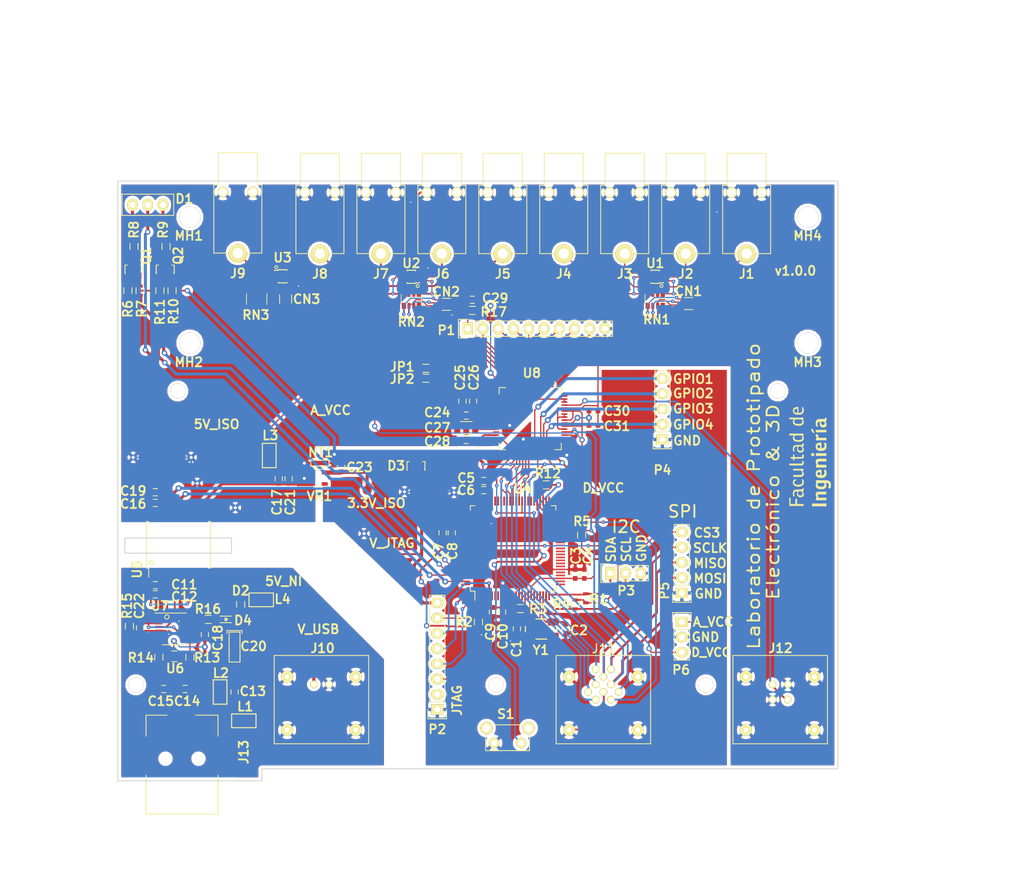
<source format=kicad_pcb>
(kicad_pcb (version 4) (host pcbnew 4.0.2-stable)
  (title_block (title "BioAmp-FIUNER-Lab. de Prototipado") (date 2017-06-07) (rev v1.0.0))
  (layers (0 F.Cu signal hide) (31 B.Cu signal hide) (34 B.Paste user) (35 F.Paste user) (36 B.SilkS user) (37 F.SilkS user) (38 B.Mask user) (39 F.Mask user) (44 Edge.Cuts user))
  (net 0 "")
  (net 1 "Net-(C1-Pad1)")
  (net 2 GND)
  (net 3 "Net-(C2-Pad1)")
  (net 4 D_VCC)
  (net 5 5V_NI)
  (net 6 NI_GND)
  (net 7 "Net-(C13-Pad1)")
  (net 8 5V_ISO)
  (net 9 GNDA)
  (net 10 V_USB)
  (net 11 "/Comunicacion USB/3V3OUT")
  (net 12 "Net-(C23-Pad1)")
  (net 13 "Net-(C24-Pad1)")
  (net 14 "Net-(C25-Pad1)")
  (net 15 "Net-(C27-Pad1)")
  (net 16 "Net-(C28-Pad1)")
  (net 17 "/Analog Front End/RL_DRV")
  (net 18 "Net-(C29-Pad2)")
  (net 19 "Net-(C30-Pad1)")
  (net 20 "Net-(D1-Pad1)")
  (net 21 "Net-(D1-Pad3)")
  (net 22 V_JATG)
  (net 23 "/Entradas Analogicas/IN_SRB")
  (net 24 "/Analog Front End/SRB1")
  (net 25 "/Analog Front End/SRB2")
  (net 26 A_VCC)
  (net 27 V_USB_IO)
  (net 28 "/Entradas Analogicas/E8-")
  (net 29 "/Entradas Analogicas/E8+")
  (net 30 "/Entradas Analogicas/E7-")
  (net 31 "/Entradas Analogicas/E7+")
  (net 32 "/Entradas Analogicas/E2-")
  (net 33 "/Entradas Analogicas/E2+")
  (net 34 "/Entradas Analogicas/E1-")
  (net 35 "/Entradas Analogicas/E1+")
  (net 36 "/Entradas Analogicas/SRB")
  (net 37 /Microcontrolador/RST/)
  (net 38 /Microcontrolador/TDI)
  (net 39 /Microcontrolador/TDO)
  (net 40 /Microcontrolador/TCK)
  (net 41 /Microcontrolador/TMS)
  (net 42 "/Interfaz Interconectividad/SDA")
  (net 43 "/Interfaz Interconectividad/SCL")
  (net 44 "/Analog Front End/GPIO4")
  (net 45 "/Analog Front End/GPIO3")
  (net 46 "/Analog Front End/GPIO2")
  (net 47 "/Analog Front End/GPIO1")
  (net 48 "/Analog Front End/MOSI")
  (net 49 "/Analog Front End/MISO")
  (net 50 /Microcontrolador/SCK)
  (net 51 "/Interfaz Interconectividad/CS3")
  (net 52 "/Interfaz Interconectividad/CS2")
  (net 53 "/Analog Front End/START")
  (net 54 "/Interfaz Interconectividad/CS1")
  (net 55 "/Analog Front End/RESET/")
  (net 56 "/Analog Front End/CLK")
  (net 57 "/Analog Front End/BIAS_INV")
  (net 58 "Net-(Q1-Pad3)")
  (net 59 "Net-(Q2-Pad3)")
  (net 60 "Net-(R2-Pad1)")
  (net 61 /Microcontrolador/LED_R)
  (net 62 /Microcontrolador/LED_V)
  (net 63 /Microcontrolador/ISP)
  (net 64 "/Comunicacion USB/USBD-")
  (net 65 "/Comunicacion USB/USBD+")
  (net 66 "Net-(R15-Pad1)")
  (net 67 "Net-(R15-Pad2)")
  (net 68 "Net-(R16-Pad2)")
  (net 69 "Net-(U3-Pad6)")
  (net 70 "/Entradas Analogicas/IN4+")
  (net 71 "/Entradas Analogicas/IN3-")
  (net 72 "/Entradas Analogicas/IN3+")
  (net 73 "/Entradas Analogicas/IN4-")
  (net 74 "/Entradas Analogicas/IN6+")
  (net 75 "/Entradas Analogicas/IN5-")
  (net 76 "/Entradas Analogicas/IN5+")
  (net 77 "/Entradas Analogicas/IN6-")
  (net 78 "/Entradas Analogicas/IN8+")
  (net 79 "/Entradas Analogicas/IN7-")
  (net 80 "/Entradas Analogicas/IN7+")
  (net 81 "/Entradas Analogicas/IN8-")
  (net 82 "/Entradas Analogicas/IN2+")
  (net 83 "/Entradas Analogicas/IN1-")
  (net 84 "/Entradas Analogicas/IN1+")
  (net 85 "/Entradas Analogicas/IN2-")
  (net 86 "/Analog Front End/DRDY/")
  (net 87 "/Comunicacion USB/I_TX0")
  (net 88 "/Comunicacion USB/I_RX0")
  (net 89 "/Comunicacion USB/RX0")
  (net 90 "/Comunicacion USB/TX0")
  (net 91 "/Comunicacion USB/D_N")
  (net 92 "/Comunicacion USB/D_P")
  (net 93 "Net-(VR1-Pad4)")
  (net 94 "Net-(CN3-Pad6)")
  (net 95 "Net-(CN3-Pad7)")
  (net 96 "Net-(CN3-Pad5)")
  (net 97 "Net-(CN3-Pad4)")
  (net 98 "Net-(CN3-Pad2)")
  (net 99 "Net-(CN3-Pad3)")
  (net 100 "Net-(D4-Pad1)")
  (net 101 "Net-(J13-Pad5)")
  (net 102 "Net-(P2-Pad2)")
  (net 103 "Net-(RN3-Pad2)")
  (net 104 "Net-(RN3-Pad7)")
  (net 105 "Net-(RN3-Pad3)")
  (net 106 "Net-(RN3-Pad6)")
  (net 107 "Net-(RN3-Pad4)")
  (net 108 "Net-(RN3-Pad5)")
  (net 109 "Net-(U1-Pad6)")
  (net 110 "Net-(U1-Pad3)")
  (net 111 "Net-(U2-Pad6)")
  (net 112 "Net-(U3-Pad5)")
  (net 113 "Net-(U3-Pad4)")
  (net 114 "Net-(U3-Pad2)")
  (net 115 "Net-(U4-Pad6)")
  (net 116 "Net-(U4-Pad7)")
  (net 117 "Net-(U4-Pad8)")
  (net 118 "Net-(U4-Pad9)")
  (net 119 "Net-(U4-Pad14)")
  (net 120 "Net-(U4-Pad16)")
  (net 121 "Net-(U4-Pad18)")
  (net 122 "Net-(U4-Pad20)")
  (net 123 "Net-(U4-Pad21)")
  (net 124 "Net-(U4-Pad26)")
  (net 125 "Net-(U4-Pad27)")
  (net 126 "Net-(U4-Pad29)")
  (net 127 "Net-(U4-Pad30)")
  (net 128 "Net-(U4-Pad32)")
  (net 129 "Net-(U4-Pad33)")
  (net 130 "Net-(U4-Pad34)")
  (net 131 "Net-(U4-Pad35)")
  (net 132 "Net-(U4-Pad36)")
  (net 133 "Net-(U4-Pad37)")
  (net 134 "Net-(U4-Pad38)")
  (net 135 "Net-(U4-Pad39)")
  (net 136 "Net-(U4-Pad40)")
  (net 137 "Net-(U4-Pad45)")
  (net 138 "Net-(U4-Pad46)")
  (net 139 "Net-(U4-Pad47)")
  (net 140 "Net-(U4-Pad48)")
  (net 141 "Net-(U4-Pad49)")
  (net 142 "Net-(U4-Pad50)")
  (net 143 "Net-(U4-Pad52)")
  (net 144 "Net-(U4-Pad56)")
  (net 145 "Net-(U4-Pad57)")
  (net 146 "Net-(U4-Pad58)")
  (net 147 "Net-(U4-Pad59)")
  (net 148 "Net-(U4-Pad66)")
  (net 149 "Net-(U4-Pad67)")
  (net 150 "Net-(U4-Pad68)")
  (net 151 "Net-(U4-Pad69)")
  (net 152 "Net-(U4-Pad70)")
  (net 153 "Net-(U4-Pad73)")
  (net 154 "Net-(U4-Pad74)")
  (net 155 "Net-(U4-Pad76)")
  (net 156 "Net-(U4-Pad77)")
  (net 157 "Net-(U4-Pad78)")
  (net 158 "Net-(U4-Pad79)")
  (net 159 "Net-(U4-Pad80)")
  (net 160 "Net-(U4-Pad81)")
  (net 161 "Net-(U4-Pad82)")
  (net 162 "Net-(U4-Pad85)")
  (net 163 "Net-(U4-Pad86)")
  (net 164 "Net-(U4-Pad87)")
  (net 165 "Net-(U4-Pad88)")
  (net 166 "Net-(U4-Pad89)")
  (net 167 "Net-(U4-Pad90)")
  (net 168 "Net-(U4-Pad91)")
  (net 169 "Net-(U4-Pad92)")
  (net 170 "Net-(U4-Pad93)")
  (net 171 "Net-(U4-Pad100)")
  (net 172 "Net-(U5-Pad12)")
  (net 173 "Net-(U6-Pad2)")
  (net 174 "Net-(U7-Pad7)")
  (net 175 "Net-(U7-Pad15)")
  (net 176 "Net-(U7-Pad16)")
  (net 177 "Net-(U8-Pad27)")
  (net 178 "Net-(U8-Pad29)")
  (net 179 "Net-(U8-Pad64)")
  (net 180 "/Analog Front End/M/S")
  (net 181 "Net-(Q1-Pad2)")
  (net 182 "Net-(Q2-Pad2)")
  (module biopotenciales:USB_B-smd (layer F.Cu) (at 99.695 140.3096 90)
    (fp_text reference J13 (at -0.9144 10.287 90) (layer F.SilkS) (effects (font (size 1.5 1.5) (thickness 0.3))))
    (fp_text value USB_B hide)
    (pad 3 smd rect (at 5 -1.95 90) (size 3 0.7) (layers F.Cu F.Paste F.Mask) (net 92 "/Comunicacion USB/D_P"))
    (pad 2 smd rect (at 5 -0.7 90) (size 3 0.7) (layers F.Cu F.Paste F.Mask) (net 91 "/Comunicacion USB/D_N"))
    (pad 4 smd rect (at 5 0.55 90) (size 3 0.7) (layers F.Cu F.Paste F.Mask) (net 6 NI_GND))
    (pad 1 smd rect (at 5 1.8 90) (size 3 0.7) (layers F.Cu F.Paste F.Mask) (net 7 "Net-(C13-Pad1)"))
    (pad 5 smd rect (at -1.5 -7 90) (size 6.04 3.4) (layers F.Cu F.Paste F.Mask) (net 101 "Net-(J13-Pad5)"))
    (pad 5 smd rect (at -1.5 7 90) (size 6.04 3.4) (layers F.Cu F.Paste F.Mask) (net 101 "Net-(J13-Pad5)"))
    (pad "" np_thru_hole circle (at -2 -2.75 90) (size 1.4 1.4) (drill 1.4) (layers *.Cu *.Mask F.SilkS))
    (pad "" np_thru_hole circle (at -2 2.75 90) (size 1.4 1.4) (drill 1.4) (layers *.Cu *.Mask F.SilkS))
  )
  (module biopotenciales:C_0603 (layer F.Cu) (at 149.987 96.012 180)
    (fp_text reference C5 (at 2.921 0.508 180) (layer F.SilkS) (effects (font (size 1.5 1.5) (thickness 0.3))))
    (fp_text value 10nF hide)
    (pad 1 smd rect (at -0.75 0 180) (size 0.8 0.75) (layers F.Cu F.Paste F.Mask) (net 4 D_VCC))
    (pad 2 smd rect (at 0.75 0 180) (size 0.8 0.75) (layers F.Cu F.Paste F.Mask) (net 2 GND))
  )
  (module biopotenciales:C_1206 (layer F.Cu) (at 147.066 87.122 180)
    (fp_text reference C27 (at 4.826 0 180) (layer F.SilkS) (effects (font (size 1.5 1.5) (thickness 0.3))))
    (fp_text value 100uF hide)
    (pad 1 smd rect (at -1.5 0 180) (size 1 1.6) (layers F.Cu F.Paste F.Mask) (net 15 "Net-(C27-Pad1)"))
    (pad 2 smd rect (at 1.5 0 180) (size 1 1.6) (layers F.Cu F.Paste F.Mask) (net 9 GNDA))
  )
  (module biopotenciales:C_0603 (layer F.Cu) (at 147.066 85.09 180)
    (fp_text reference C24 (at 4.826 0.508 180) (layer F.SilkS) (effects (font (size 1.5 1.5) (thickness 0.3))))
    (fp_text value 1uF hide)
    (pad 1 smd rect (at -0.75 0 180) (size 0.8 0.75) (layers F.Cu F.Paste F.Mask) (net 13 "Net-(C24-Pad1)"))
    (pad 2 smd rect (at 0.75 0 180) (size 0.8 0.75) (layers F.Cu F.Paste F.Mask) (net 9 GNDA))
  )
  (module biopotenciales:C_0603 (layer F.Cu) (at 146.431 82.677 90)
    (fp_text reference C25 (at 3.937 -0.381 90) (layer F.SilkS) (effects (font (size 1.5 1.5) (thickness 0.3))))
    (fp_text value 0.1uF hide)
    (pad 1 smd rect (at -0.75 0 90) (size 0.8 0.75) (layers F.Cu F.Paste F.Mask) (net 14 "Net-(C25-Pad1)"))
    (pad 2 smd rect (at 0.75 0 90) (size 0.8 0.75) (layers F.Cu F.Paste F.Mask) (net 9 GNDA))
  )
  (module biopotenciales:R_0603 (layer F.Cu) (at 140.335 77.216)
    (fp_text reference JP1 (at -3.937 -0.254) (layer F.SilkS) (effects (font (size 1.5 1.5) (thickness 0.3))))
    (fp_text value JUMPER hide)
    (pad 1 smd rect (at -0.75 0) (size 0.5 0.9) (layers F.Cu F.Paste F.Mask) (net 23 "/Entradas Analogicas/IN_SRB"))
    (pad 2 smd rect (at 0.75 0) (size 0.5 0.9) (layers F.Cu F.Paste F.Mask) (net 24 "/Analog Front End/SRB1"))
  )
  (module biopotenciales:R_0603 (layer F.Cu) (at 140.335 78.867)
    (fp_text reference JP2 (at -3.937 0.127) (layer F.SilkS) (effects (font (size 1.5 1.5) (thickness 0.3))))
    (fp_text value JUMPER hide)
    (pad 1 smd rect (at -0.75 0) (size 0.5 0.9) (layers F.Cu F.Paste F.Mask) (net 23 "/Entradas Analogicas/IN_SRB"))
    (pad 2 smd rect (at 0.75 0) (size 0.5 0.9) (layers F.Cu F.Paste F.Mask) (net 25 "/Analog Front End/SRB2"))
  )
  (module biopotenciales:C_0603 (layer F.Cu) (at 148.082 65.786)
    (fp_text reference C29 (at 3.81 -0.254) (layer F.SilkS) (effects (font (size 1.5 1.5) (thickness 0.3))))
    (fp_text value 1nF hide)
    (pad 1 smd rect (at -0.75 0) (size 0.8 0.75) (layers F.Cu F.Paste F.Mask) (net 17 "/Analog Front End/RL_DRV"))
    (pad 2 smd rect (at 0.75 0) (size 0.8 0.75) (layers F.Cu F.Paste F.Mask) (net 18 "Net-(C29-Pad2)"))
  )
  (module biopotenciales:R_0603 (layer F.Cu) (at 148.082 67.564)
    (fp_text reference R17 (at 3.556 0.254) (layer F.SilkS) (effects (font (size 1.5 1.5) (thickness 0.3))))
    (fp_text value 1M hide)
    (pad 1 smd rect (at -0.75 0) (size 0.5 0.9) (layers F.Cu F.Paste F.Mask) (net 17 "/Analog Front End/RL_DRV"))
    (pad 2 smd rect (at 0.75 0) (size 0.5 0.9) (layers F.Cu F.Paste F.Mask) (net 18 "Net-(C29-Pad2)"))
  )
  (module biopotenciales:C_0603 (layer F.Cu) (at 168.275 86.741)
    (fp_text reference C31 (at 3.937 0.127) (layer F.SilkS) (effects (font (size 1.5 1.5) (thickness 0.3))))
    (fp_text value 1uF hide)
    (pad 1 smd rect (at -0.75 0) (size 0.8 0.75) (layers F.Cu F.Paste F.Mask) (net 19 "Net-(C30-Pad1)"))
    (pad 2 smd rect (at 0.75 0) (size 0.8 0.75) (layers F.Cu F.Paste F.Mask) (net 9 GNDA))
  )
  (module biopotenciales:C_0603 (layer F.Cu) (at 148.209 82.677 90)
    (fp_text reference C26 (at 3.937 0.127 90) (layer F.SilkS) (effects (font (size 1.5 1.5) (thickness 0.3))))
    (fp_text value 10uF hide)
    (pad 1 smd rect (at -0.75 0 90) (size 0.8 0.75) (layers F.Cu F.Paste F.Mask) (net 14 "Net-(C25-Pad1)"))
    (pad 2 smd rect (at 0.75 0 90) (size 0.8 0.75) (layers F.Cu F.Paste F.Mask) (net 9 GNDA))
  )
  (module biopotenciales:C_0603 (layer F.Cu) (at 147.066 89.154 180)
    (fp_text reference C28 (at 4.826 -0.254 180) (layer F.SilkS) (effects (font (size 1.5 1.5) (thickness 0.3))))
    (fp_text value 1uF hide)
    (pad 1 smd rect (at -0.75 0 180) (size 0.8 0.75) (layers F.Cu F.Paste F.Mask) (net 16 "Net-(C28-Pad1)"))
    (pad 2 smd rect (at 0.75 0 180) (size 0.8 0.75) (layers F.Cu F.Paste F.Mask) (net 9 GNDA))
  )
  (module biopotenciales:C_0603 (layer F.Cu) (at 168.275 84.328)
    (fp_text reference C30 (at 3.937 0) (layer F.SilkS) (effects (font (size 1.5 1.5) (thickness 0.3))))
    (fp_text value 0.1uF hide)
    (pad 1 smd rect (at -0.75 0) (size 0.8 0.75) (layers F.Cu F.Paste F.Mask) (net 19 "Net-(C30-Pad1)"))
    (pad 2 smd rect (at 0.75 0) (size 0.8 0.75) (layers F.Cu F.Paste F.Mask) (net 9 GNDA))
  )
  (module biopotenciales:C_0603 (layer F.Cu) (at 155.5115 120.65 90)
    (fp_text reference C1 (at -3.302 -0.0635 90) (layer F.SilkS) (effects (font (size 1.5 1.5) (thickness 0.3))))
    (fp_text value 18pF hide)
    (pad 1 smd rect (at -0.75 0 90) (size 0.8 0.75) (layers F.Cu F.Paste F.Mask) (net 1 "Net-(C1-Pad1)"))
    (pad 2 smd rect (at 0.75 0 90) (size 0.8 0.75) (layers F.Cu F.Paste F.Mask) (net 2 GND))
  )
  (module biopotenciales:C_0603 (layer F.Cu) (at 163.6395 120.65 270)
    (fp_text reference C2 (at 0.254 -2.2225 540) (layer F.SilkS) (effects (font (size 1.5 1.5) (thickness 0.3))))
    (fp_text value 18pF hide)
    (pad 1 smd rect (at -0.75 0 270) (size 0.8 0.75) (layers F.Cu F.Paste F.Mask) (net 3 "Net-(C2-Pad1)"))
    (pad 2 smd rect (at 0.75 0 270) (size 0.8 0.75) (layers F.Cu F.Paste F.Mask) (net 2 GND))
  )
  (module biopotenciales:C_0603 (layer F.Cu) (at 165.227 111.506 90)
    (fp_text reference C3 (at 3.048 0.127 90) (layer F.SilkS) (effects (font (size 1.5 1.5) (thickness 0.3))))
    (fp_text value 10nF hide)
    (pad 1 smd rect (at -0.75 0 90) (size 0.8 0.75) (layers F.Cu F.Paste F.Mask) (net 4 D_VCC))
    (pad 2 smd rect (at 0.75 0 90) (size 0.8 0.75) (layers F.Cu F.Paste F.Mask) (net 2 GND))
  )
  (module biopotenciales:C_0603 (layer F.Cu) (at 166.751 111.506 90)
    (fp_text reference C4 (at 3.048 0.635 90) (layer F.SilkS) (effects (font (size 1.5 1.5) (thickness 0.3))))
    (fp_text value 100nF hide)
    (pad 1 smd rect (at -0.75 0 90) (size 0.8 0.75) (layers F.Cu F.Paste F.Mask) (net 4 D_VCC))
    (pad 2 smd rect (at 0.75 0 90) (size 0.8 0.75) (layers F.Cu F.Paste F.Mask) (net 2 GND))
  )
  (module biopotenciales:C_0603 (layer F.Cu) (at 149.987 97.536 180)
    (fp_text reference C6 (at 2.921 0 180) (layer F.SilkS) (effects (font (size 1.5 1.5) (thickness 0.3))))
    (fp_text value 100nF hide)
    (pad 1 smd rect (at -0.75 0 180) (size 0.8 0.75) (layers F.Cu F.Paste F.Mask) (net 4 D_VCC))
    (pad 2 smd rect (at 0.75 0 180) (size 0.8 0.75) (layers F.Cu F.Paste F.Mask) (net 2 GND))
  )
  (module biopotenciales:C_0603 (layer F.Cu) (at 143.129 104.648 90)
    (fp_text reference C7 (at -3.048 -0.635 90) (layer F.SilkS) (effects (font (size 1.5 1.5) (thickness 0.3))))
    (fp_text value 10nF hide)
    (pad 1 smd rect (at -0.75 0 90) (size 0.8 0.75) (layers F.Cu F.Paste F.Mask) (net 4 D_VCC))
    (pad 2 smd rect (at 0.75 0 90) (size 0.8 0.75) (layers F.Cu F.Paste F.Mask) (net 2 GND))
  )
  (module biopotenciales:C_0603 (layer F.Cu) (at 144.653 104.648 90)
    (fp_text reference C8 (at -3.048 0.127 90) (layer F.SilkS) (effects (font (size 1.5 1.5) (thickness 0.3))))
    (fp_text value 100nF hide)
    (pad 1 smd rect (at -0.75 0 90) (size 0.8 0.75) (layers F.Cu F.Paste F.Mask) (net 4 D_VCC))
    (pad 2 smd rect (at 0.75 0 90) (size 0.8 0.75) (layers F.Cu F.Paste F.Mask) (net 2 GND))
  )
  (module biopotenciales:C_0603 (layer F.Cu) (at 151.511 117.856 270)
    (fp_text reference C9 (at 3.302 0.381 270) (layer F.SilkS) (effects (font (size 1.5 1.5) (thickness 0.3))))
    (fp_text value 10nF hide)
    (pad 1 smd rect (at -0.75 0 270) (size 0.8 0.75) (layers F.Cu F.Paste F.Mask) (net 4 D_VCC))
    (pad 2 smd rect (at 0.75 0 270) (size 0.8 0.75) (layers F.Cu F.Paste F.Mask) (net 2 GND))
  )
  (module biopotenciales:C_0603 (layer F.Cu) (at 153.035 117.856 270)
    (fp_text reference C10 (at 4.064 -0.127 270) (layer F.SilkS) (effects (font (size 1.5 1.5) (thickness 0.3))))
    (fp_text value 100nF hide)
    (pad 1 smd rect (at -0.75 0 270) (size 0.8 0.75) (layers F.Cu F.Paste F.Mask) (net 4 D_VCC))
    (pad 2 smd rect (at 0.75 0 270) (size 0.8 0.75) (layers F.Cu F.Paste F.Mask) (net 2 GND))
  )
  (module biopotenciales:C_0603 (layer F.Cu) (at 95.25 113.379)
    (fp_text reference C11 (at 4.826 -0.095) (layer F.SilkS) (effects (font (size 1.5 1.5) (thickness 0.3))))
    (fp_text value 0.1uF hide)
    (pad 1 smd rect (at -0.75 0) (size 0.8 0.75) (layers F.Cu F.Paste F.Mask) (net 5 5V_NI))
    (pad 2 smd rect (at 0.75 0) (size 0.8 0.75) (layers F.Cu F.Paste F.Mask) (net 6 NI_GND))
  )
  (module biopotenciales:C_0603 (layer F.Cu) (at 95.25 114.903)
    (fp_text reference C12 (at 4.826 0.413) (layer F.SilkS) (effects (font (size 1.5 1.5) (thickness 0.3))))
    (fp_text value 10uF hide)
    (pad 1 smd rect (at -0.75 0) (size 0.8 0.75) (layers F.Cu F.Paste F.Mask) (net 5 5V_NI))
    (pad 2 smd rect (at 0.75 0) (size 0.8 0.75) (layers F.Cu F.Paste F.Mask) (net 6 NI_GND))
  )
  (module biopotenciales:C_0603 (layer F.Cu) (at 108.458 131.191 90)
    (fp_text reference C13 (at 0.127 3.048 180) (layer F.SilkS) (effects (font (size 1.5 1.5) (thickness 0.3))))
    (fp_text value 10nF hide)
    (pad 1 smd rect (at -0.75 0 90) (size 0.8 0.75) (layers F.Cu F.Paste F.Mask) (net 7 "Net-(C13-Pad1)"))
    (pad 2 smd rect (at 0.75 0 90) (size 0.8 0.75) (layers F.Cu F.Paste F.Mask) (net 6 NI_GND))
  )
  (module biopotenciales:C_0603 (layer F.Cu) (at 100.203 130.683)
    (fp_text reference C14 (at 0.3556 2.032) (layer F.SilkS) (effects (font (size 1.5 1.5) (thickness 0.3))))
    (fp_text value 47pF hide)
    (pad 1 smd rect (at -0.75 0) (size 0.8 0.75) (layers F.Cu F.Paste F.Mask) (net 91 "/Comunicacion USB/D_N"))
    (pad 2 smd rect (at 0.75 0) (size 0.8 0.75) (layers F.Cu F.Paste F.Mask) (net 6 NI_GND))
  )
  (module biopotenciales:C_0603 (layer F.Cu) (at 96.647 130.683 180)
    (fp_text reference C15 (at 0.4826 -2.032 180) (layer F.SilkS) (effects (font (size 1.5 1.5) (thickness 0.3))))
    (fp_text value 47pF hide)
    (pad 1 smd rect (at -0.75 0 180) (size 0.8 0.75) (layers F.Cu F.Paste F.Mask) (net 92 "/Comunicacion USB/D_P"))
    (pad 2 smd rect (at 0.75 0 180) (size 0.8 0.75) (layers F.Cu F.Paste F.Mask) (net 6 NI_GND))
  )
  (module biopotenciales:C_0603 (layer F.Cu) (at 95.25 99.663)
    (fp_text reference C16 (at -3.683 0.159) (layer F.SilkS) (effects (font (size 1.5 1.5) (thickness 0.3))))
    (fp_text value 0.1uF hide)
    (pad 1 smd rect (at -0.75 0) (size 0.8 0.75) (layers F.Cu F.Paste F.Mask) (net 8 5V_ISO))
    (pad 2 smd rect (at 0.75 0) (size 0.8 0.75) (layers F.Cu F.Paste F.Mask) (net 9 GNDA))
  )
  (module biopotenciales:C_0603 (layer F.Cu) (at 115.824 95.631 90)
    (fp_text reference C17 (at -3.937 -0.3175 90) (layer F.SilkS) (effects (font (size 1.5 1.5) (thickness 0.3))))
    (fp_text value 10uF hide)
    (pad 1 smd rect (at -0.75 0 90) (size 0.8 0.75) (layers F.Cu F.Paste F.Mask) (net 8 5V_ISO))
    (pad 2 smd rect (at 0.75 0 90) (size 0.8 0.75) (layers F.Cu F.Paste F.Mask) (net 9 GNDA))
  )
  (module biopotenciales:C_0603 (layer F.Cu) (at 103.505 121.627 90)
    (fp_text reference C18 (at -0.547 2.159 90) (layer F.SilkS) (effects (font (size 1.5 1.5) (thickness 0.3))))
    (fp_text value 100nF hide)
    (pad 1 smd rect (at -0.75 0 90) (size 0.8 0.75) (layers F.Cu F.Paste F.Mask) (net 10 V_USB))
    (pad 2 smd rect (at 0.75 0 90) (size 0.8 0.75) (layers F.Cu F.Paste F.Mask) (net 6 NI_GND))
  )
  (module biopotenciales:C_0603 (layer F.Cu) (at 95.25 97.885)
    (fp_text reference C19 (at -3.683 -0.222) (layer F.SilkS) (effects (font (size 1.5 1.5) (thickness 0.3))))
    (fp_text value 10uF hide)
    (pad 1 smd rect (at -0.75 0) (size 0.8 0.75) (layers F.Cu F.Paste F.Mask) (net 8 5V_ISO))
    (pad 2 smd rect (at 0.75 0) (size 0.8 0.75) (layers F.Cu F.Paste F.Mask) (net 9 GNDA))
  )
  (module biopotenciales:C_0603 (layer F.Cu) (at 117.475 95.631 90)
    (fp_text reference C21 (at -3.937 0.254 90) (layer F.SilkS) (effects (font (size 1.5 1.5) (thickness 0.3))))
    (fp_text value 1uF hide)
    (pad 1 smd rect (at -0.75 0 90) (size 0.8 0.75) (layers F.Cu F.Paste F.Mask) (net 8 5V_ISO))
    (pad 2 smd rect (at 0.75 0 90) (size 0.8 0.75) (layers F.Cu F.Paste F.Mask) (net 9 GNDA))
  )
  (module biopotenciales:C_0603 (layer F.Cu) (at 92.71 120.491 270)
    (fp_text reference C22 (at -3.651 0.127 270) (layer F.SilkS) (effects (font (size 1.5 1.5) (thickness 0.3))))
    (fp_text value 100nF hide)
    (pad 1 smd rect (at -0.75 0 270) (size 0.8 0.75) (layers F.Cu F.Paste F.Mask) (net 11 "/Comunicacion USB/3V3OUT"))
    (pad 2 smd rect (at 0.75 0 270) (size 0.8 0.75) (layers F.Cu F.Paste F.Mask) (net 6 NI_GND))
  )
  (module biopotenciales:C_0603 (layer F.Cu) (at 126.238 93.726 90)
    (fp_text reference C23 (at 0 3.048 180) (layer F.SilkS) (effects (font (size 1.5 1.5) (thickness 0.3))))
    (fp_text value 1uF hide)
    (pad 1 smd rect (at -0.75 0 90) (size 0.8 0.75) (layers F.Cu F.Paste F.Mask) (net 12 "Net-(C23-Pad1)"))
    (pad 2 smd rect (at 0.75 0 90) (size 0.8 0.75) (layers F.Cu F.Paste F.Mask) (net 2 GND))
  )
  (module biopotenciales:Led_bicolor (layer F.Cu) (at 94 49.95)
    (fp_text reference D1 (at 6.076 -0.994) (layer F.SilkS) (effects (font (size 1.5 1.5) (thickness 0.3))))
    (fp_text value Led_bicolor hide)
    (pad 1 thru_hole oval (at -2.55 0) (size 1.7272 2.032) (drill 1.016) (layers *.Cu *.Mask F.SilkS) (net 20 "Net-(D1-Pad1)"))
    (pad 2 thru_hole oval (at -0.01 0) (size 1.7272 2.032) (drill 1.016) (layers *.Cu *.Mask F.SilkS) (net 8 5V_ISO))
    (pad 3 thru_hole oval (at 2.53 0) (size 1.7272 2.032) (drill 1.016) (layers *.Cu *.Mask F.SilkS) (net 21 "Net-(D1-Pad3)"))
  )
  (module biopotenciales:LED_0603 (layer F.Cu) (at 107.1245 119.087)
    (fp_text reference D4 (at 2.7305 0.166) (layer F.SilkS) (effects (font (size 1.5 1.5) (thickness 0.3))))
    (fp_text value LED hide)
    (pad 2 smd rect (at 0.7493 0 180) (size 0.79756 0.79756) (layers F.Cu F.Paste F.Mask) (net 10 V_USB))
    (pad 1 smd rect (at -0.7493 0 180) (size 0.79756 0.79756) (layers F.Cu F.Paste F.Mask) (net 100 "Net-(D4-Pad1)"))
  )
  (module biopotenciales:FER-0805 (layer F.Cu) (at 110 136)
    (fp_text reference L1 (at -1.288 -1.507) (layer F.SilkS) (effects (font (size 1.5 1.5) (thickness 0.3)) (justify left bottom)))
    (fp_text value INDUCTOR_SMALL hide)
    (pad 1 smd rect (at -0.95 0) (size 1.3 1.5) (layers F.Cu F.Paste F.Mask) (net 101 "Net-(J13-Pad5)"))
    (pad 2 smd rect (at 0.95 0) (size 1.3 1.5) (layers F.Cu F.Paste F.Mask) (net 6 NI_GND))
  )
  (module biopotenciales:FER-0805 (layer F.Cu) (at 106.045 131.191 270)
    (fp_text reference L2 (at -2.286 1.397 360) (layer F.SilkS) (effects (font (size 1.5 1.5) (thickness 0.3)) (justify left bottom)))
    (fp_text value INDUCTOR_SMALL hide)
    (pad 1 smd rect (at -0.95 0 270) (size 1.3 1.5) (layers F.Cu F.Paste F.Mask) (net 10 V_USB))
    (pad 2 smd rect (at 0.95 0 270) (size 1.3 1.5) (layers F.Cu F.Paste F.Mask) (net 7 "Net-(C13-Pad1)"))
  )
  (module biopotenciales:FER-0805 (layer F.Cu) (at 114.2365 91.7575 90)
    (fp_text reference L3 (at 2.4765 -1.3335 180) (layer F.SilkS) (effects (font (size 1.5 1.5) (thickness 0.3)) (justify left bottom)))
    (fp_text value INDUCTOR_SMALL hide)
    (pad 1 smd rect (at -0.95 0 90) (size 1.3 1.5) (layers F.Cu F.Paste F.Mask) (net 8 5V_ISO))
    (pad 2 smd rect (at 0.95 0 90) (size 1.3 1.5) (layers F.Cu F.Paste F.Mask) (net 26 A_VCC))
  )
  (module biopotenciales:FER-0805 (layer F.Cu) (at 112.903 115.824)
    (fp_text reference L4 (at 2.032 0.762 180) (layer F.SilkS) (effects (font (size 1.5 1.5) (thickness 0.3)) (justify left bottom)))
    (fp_text value INDUCTOR_SMALL hide)
    (pad 1 smd rect (at -0.95 0) (size 1.3 1.5) (layers F.Cu F.Paste F.Mask) (net 5 5V_NI))
    (pad 2 smd rect (at 0.95 0) (size 1.3 1.5) (layers F.Cu F.Paste F.Mask) (net 27 V_USB_IO))
  )
  (module biopotenciales:Net_tie (layer F.Cu) (at 122.682 93.012)
    (fp_text reference NT1 (at 0.127 -1.778) (layer F.SilkS) (effects (font (size 1.5 1.5) (thickness 0.3))))
    (fp_text value Net_Tie hide)
    (fp_line (start -1.016 0) (end 1.016 0) (layer F.Cu) (width 0.7))
    (pad 1 smd rect (at -1.016 0) (size 0.8 0.8) (layers F.Cu F.Paste F.Mask) (net 9 GNDA))
    (pad 2 smd rect (at 1.016 0) (size 0.8 0.8) (layers F.Cu F.Paste F.Mask) (net 2 GND))
  )
  (module biopotenciales:Pin_Header_Straight_1x08 (layer F.Cu) (at 142.24 134.112 180)
    (fp_text reference P2 (at 0 -3.302 180) (layer F.SilkS) (effects (font (size 1.5 1.5) (thickness 0.3))))
    (fp_text value JTAG hide)
    (pad 1 thru_hole rect (at 0 0 180) (size 2.032 1.7272) (drill 1.016) (layers *.Cu *.Mask F.SilkS) (net 2 GND))
    (pad 2 thru_hole oval (at 0 2.54 180) (size 2.032 1.7272) (drill 1.016) (layers *.Cu *.Mask F.SilkS) (net 102 "Net-(P2-Pad2)"))
    (pad 3 thru_hole oval (at 0 5.08 180) (size 2.032 1.7272) (drill 1.016) (layers *.Cu *.Mask F.SilkS) (net 37 /Microcontrolador/RST/))
    (pad 4 thru_hole oval (at 0 7.62 180) (size 2.032 1.7272) (drill 1.016) (layers *.Cu *.Mask F.SilkS) (net 38 /Microcontrolador/TDI))
    (pad 5 thru_hole oval (at 0 10.16 180) (size 2.032 1.7272) (drill 1.016) (layers *.Cu *.Mask F.SilkS) (net 39 /Microcontrolador/TDO))
    (pad 6 thru_hole oval (at 0 12.7 180) (size 2.032 1.7272) (drill 1.016) (layers *.Cu *.Mask F.SilkS) (net 40 /Microcontrolador/TCK))
    (pad 7 thru_hole oval (at 0 15.24 180) (size 2.032 1.7272) (drill 1.016) (layers *.Cu *.Mask F.SilkS) (net 41 /Microcontrolador/TMS))
    (pad 8 thru_hole oval (at 0 17.78 180) (size 2.032 1.7272) (drill 1.016) (layers *.Cu *.Mask F.SilkS) (net 22 V_JATG))
  )
  (module biopotenciales:Pin_Header_Straight_1x03 (layer F.Cu) (at 171.069 111.379 90)
    (fp_text reference P3 (at -2.921 2.667 180) (layer F.SilkS) (effects (font (size 1.5 1.5) (thickness 0.3))))
    (fp_text value CONN_01X03 hide)
    (pad 1 thru_hole rect (at 0 0 90) (size 2.032 1.7272) (drill 1.016) (layers *.Cu *.Mask F.SilkS) (net 42 "/Interfaz Interconectividad/SDA"))
    (pad 2 thru_hole oval (at 0 2.54 90) (size 2.032 1.7272) (drill 1.016) (layers *.Cu *.Mask F.SilkS) (net 43 "/Interfaz Interconectividad/SCL"))
    (pad 3 thru_hole oval (at 0 5.08 90) (size 2.032 1.7272) (drill 1.016) (layers *.Cu *.Mask F.SilkS) (net 2 GND))
  )
  (module biopotenciales:Pin_Header_Straight_1x05 (layer F.Cu) (at 179.7685 89.0905 180)
    (fp_text reference P4 (at 0 -5.1 180) (layer F.SilkS) (effects (font (size 1.5 1.5) (thickness 0.3))))
    (fp_text value CONN_01X05 hide)
    (pad 1 thru_hole rect (at 0 0 180) (size 2.032 1.7272) (drill 1.016) (layers *.Cu *.Mask F.SilkS) (net 2 GND))
    (pad 2 thru_hole oval (at 0 2.54 180) (size 2.032 1.7272) (drill 1.016) (layers *.Cu *.Mask F.SilkS) (net 44 "/Analog Front End/GPIO4"))
    (pad 3 thru_hole oval (at 0 5.08 180) (size 2.032 1.7272) (drill 1.016) (layers *.Cu *.Mask F.SilkS) (net 45 "/Analog Front End/GPIO3"))
    (pad 4 thru_hole oval (at 0 7.62 180) (size 2.032 1.7272) (drill 1.016) (layers *.Cu *.Mask F.SilkS) (net 46 "/Analog Front End/GPIO2"))
    (pad 5 thru_hole oval (at 0 10.16 180) (size 2.032 1.7272) (drill 1.016) (layers *.Cu *.Mask F.SilkS) (net 47 "/Analog Front End/GPIO1"))
  )
  (module biopotenciales:Pin_Header_Straight_1x03 (layer F.Cu) (at 183 119.5)
    (fp_text reference P5 (at -2.914 -5.2 90) (layer F.SilkS) (effects (font (size 1.5 1.5) (thickness 0.3))))
    (fp_text value CONN_01X03 hide)
    (pad 1 thru_hole rect (at 0 0) (size 2.032 1.7272) (drill 1.016) (layers *.Cu *.Mask F.SilkS) (net 26 A_VCC))
    (pad 2 thru_hole oval (at 0 2.54) (size 2.032 1.7272) (drill 1.016) (layers *.Cu *.Mask F.SilkS) (net 2 GND))
    (pad 3 thru_hole oval (at 0 5.08) (size 2.032 1.7272) (drill 1.016) (layers *.Cu *.Mask F.SilkS) (net 4 D_VCC))
  )
  (module biopotenciales:Pin_Header_Straight_1x05 (layer F.Cu) (at 183.007 114.681 180)
    (fp_text reference P6 (at 0.127 -12.827 180) (layer F.SilkS) (effects (font (size 1.5 1.5) (thickness 0.3))))
    (fp_text value CONN_01X05 hide)
    (pad 1 thru_hole rect (at 0 0 180) (size 2.032 1.7272) (drill 1.016) (layers *.Cu *.Mask F.SilkS) (net 2 GND))
    (pad 2 thru_hole oval (at 0 2.54 180) (size 2.032 1.7272) (drill 1.016) (layers *.Cu *.Mask F.SilkS) (net 48 "/Analog Front End/MOSI"))
    (pad 3 thru_hole oval (at 0 5.08 180) (size 2.032 1.7272) (drill 1.016) (layers *.Cu *.Mask F.SilkS) (net 49 "/Analog Front End/MISO"))
    (pad 4 thru_hole oval (at 0 7.62 180) (size 2.032 1.7272) (drill 1.016) (layers *.Cu *.Mask F.SilkS) (net 50 /Microcontrolador/SCK))
    (pad 5 thru_hole oval (at 0 10.16 180) (size 2.032 1.7272) (drill 1.016) (layers *.Cu *.Mask F.SilkS) (net 51 "/Interfaz Interconectividad/CS3"))
  )
  (module biopotenciales:R_0603 (layer F.Cu) (at 165.227 116.586 270)
    (fp_text reference R1 (at -0.889 -3.937 360) (layer F.SilkS) (effects (font (size 1.5 1.5) (thickness 0.3))))
    (fp_text value 1k hide)
    (pad 1 smd rect (at -0.75 0 270) (size 0.5 0.9) (layers F.Cu F.Paste F.Mask) (net 4 D_VCC))
    (pad 2 smd rect (at 0.75 0 270) (size 0.5 0.9) (layers F.Cu F.Paste F.Mask) (net 43 "/Interfaz Interconectividad/SCL"))
  )
  (module biopotenciales:R_0603 (layer F.Cu) (at 149.098 119.507 270)
    (fp_text reference R2 (at 0 2.413 360) (layer F.SilkS) (effects (font (size 1.5 1.5) (thickness 0.3))))
    (fp_text value 10k hide)
    (pad 1 smd rect (at -0.75 0 270) (size 0.5 0.9) (layers F.Cu F.Paste F.Mask) (net 60 "Net-(R2-Pad1)"))
    (pad 2 smd rect (at 0.75 0 270) (size 0.5 0.9) (layers F.Cu F.Paste F.Mask) (net 4 D_VCC))
  )
  (module biopotenciales:R_0603 (layer F.Cu) (at 156.083 117.2845 180)
    (fp_text reference R3 (at -2.921 -0.0635 180) (layer F.SilkS) (effects (font (size 1.5 1.5) (thickness 0.3))))
    (fp_text value 12k hide)
    (pad 1 smd rect (at -0.75 0 180) (size 0.5 0.9) (layers F.Cu F.Paste F.Mask) (net 37 /Microcontrolador/RST/))
    (pad 2 smd rect (at 0.75 0 180) (size 0.5 0.9) (layers F.Cu F.Paste F.Mask) (net 4 D_VCC))
  )
  (module biopotenciales:R_0603 (layer F.Cu) (at 167.005 115.57 90)
    (fp_text reference R4 (at -1.016 -4.064 180) (layer F.SilkS) (effects (font (size 1.5 1.5) (thickness 0.3))))
    (fp_text value 1k hide)
    (pad 1 smd rect (at -0.75 0 90) (size 0.5 0.9) (layers F.Cu F.Paste F.Mask) (net 4 D_VCC))
    (pad 2 smd rect (at 0.75 0 90) (size 0.5 0.9) (layers F.Cu F.Paste F.Mask) (net 42 "/Interfaz Interconectividad/SDA"))
  )
  (module biopotenciales:R_0603 (layer F.Cu) (at 166.3065 105.029 90)
    (fp_text reference R5 (at 2.286 0.0635 180) (layer F.SilkS) (effects (font (size 1.5 1.5) (thickness 0.3))))
    (fp_text value 1k hide)
    (pad 1 smd rect (at -0.75 0 90) (size 0.5 0.9) (layers F.Cu F.Paste F.Mask) (net 4 D_VCC))
    (pad 2 smd rect (at 0.75 0 90) (size 0.5 0.9) (layers F.Cu F.Paste F.Mask) (net 180 "/Analog Front End/M/S"))
  )
  (module biopotenciales:R_0603 (layer F.Cu) (at 90.678 64.262 90)
    (fp_text reference R6 (at -3.048 0 90) (layer F.SilkS) (effects (font (size 1.5 1.5) (thickness 0.3))))
    (fp_text value 330k hide)
    (pad 1 smd rect (at -0.75 0 90) (size 0.5 0.9) (layers F.Cu F.Paste F.Mask) (net 61 /Microcontrolador/LED_R))
    (pad 2 smd rect (at 0.75 0 90) (size 0.5 0.9) (layers F.Cu F.Paste F.Mask) (net 2 GND))
  )
  (module biopotenciales:R_0603 (layer F.Cu) (at 92.71 64.262 90)
    (fp_text reference R7 (at -3.048 0.254 270) (layer F.SilkS) (effects (font (size 1.5 1.5) (thickness 0.3))))
    (fp_text value 10k hide)
    (pad 1 smd rect (at -0.75 0 90) (size 0.5 0.9) (layers F.Cu F.Paste F.Mask) (net 61 /Microcontrolador/LED_R))
    (pad 2 smd rect (at 0.75 0 90) (size 0.5 0.9) (layers F.Cu F.Paste F.Mask) (net 181 "Net-(Q1-Pad2)"))
  )
  (module biopotenciales:R_0603 (layer F.Cu) (at 91.694 56.896 270)
    (fp_text reference R8 (at -2.794 0 270) (layer F.SilkS) (effects (font (size 1.5 1.5) (thickness 0.3))))
    (fp_text value 560 hide)
    (pad 1 smd rect (at -0.75 0 270) (size 0.5 0.9) (layers F.Cu F.Paste F.Mask) (net 20 "Net-(D1-Pad1)"))
    (pad 2 smd rect (at 0.75 0 270) (size 0.5 0.9) (layers F.Cu F.Paste F.Mask) (net 58 "Net-(Q1-Pad3)"))
  )
  (module biopotenciales:R_0603 (layer F.Cu) (at 97.028 56.896 270)
    (fp_text reference R9 (at -2.794 0.508 270) (layer F.SilkS) (effects (font (size 1.5 1.5) (thickness 0.3))))
    (fp_text value 560 hide)
    (pad 1 smd rect (at -0.75 0 270) (size 0.5 0.9) (layers F.Cu F.Paste F.Mask) (net 21 "Net-(D1-Pad3)"))
    (pad 2 smd rect (at 0.75 0 270) (size 0.5 0.9) (layers F.Cu F.Paste F.Mask) (net 59 "Net-(Q2-Pad3)"))
  )
  (module biopotenciales:R_0603 (layer F.Cu) (at 98.044 64.262 90)
    (fp_text reference R10 (at -3.462 0.254 90) (layer F.SilkS) (effects (font (size 1.5 1.5) (thickness 0.3))))
    (fp_text value 330k hide)
    (pad 1 smd rect (at -0.75 0 90) (size 0.5 0.9) (layers F.Cu F.Paste F.Mask) (net 62 /Microcontrolador/LED_V))
    (pad 2 smd rect (at 0.75 0 90) (size 0.5 0.9) (layers F.Cu F.Paste F.Mask) (net 182 "Net-(Q2-Pad2)"))
  )
  (module biopotenciales:R_0603 (layer F.Cu) (at 96.012 64.262 90)
    (fp_text reference R11 (at -3.556 0 90) (layer F.SilkS) (effects (font (size 1.5 1.5) (thickness 0.3))))
    (fp_text value 10k hide)
    (pad 1 smd rect (at -0.75 0 90) (size 0.5 0.9) (layers F.Cu F.Paste F.Mask) (net 62 /Microcontrolador/LED_V))
    (pad 2 smd rect (at 0.75 0 90) (size 0.5 0.9) (layers F.Cu F.Paste F.Mask) (net 2 GND))
  )
  (module biopotenciales:R_0603 (layer F.Cu) (at 160.401 96.647)
    (fp_text reference R12 (at 0.254 -1.905) (layer F.SilkS) (effects (font (size 1.5 1.5) (thickness 0.3))))
    (fp_text value 10k hide)
    (pad 1 smd rect (at -0.75 0) (size 0.5 0.9) (layers F.Cu F.Paste F.Mask) (net 4 D_VCC))
    (pad 2 smd rect (at 0.75 0) (size 0.5 0.9) (layers F.Cu F.Paste F.Mask) (net 63 /Microcontrolador/ISP))
  )
  (module biopotenciales:R_0603 (layer F.Cu) (at 101.0158 125.3998 270)
    (fp_text reference R13 (at 0.0762 -2.8702 360) (layer F.SilkS) (effects (font (size 1.5 1.5) (thickness 0.3))))
    (fp_text value 27 hide)
    (pad 1 smd rect (at -0.75 0 270) (size 0.5 0.9) (layers F.Cu F.Paste F.Mask) (net 64 "/Comunicacion USB/USBD-"))
    (pad 2 smd rect (at 0.75 0 270) (size 0.5 0.9) (layers F.Cu F.Paste F.Mask) (net 91 "/Comunicacion USB/D_N"))
  )
  (module biopotenciales:R_0603 (layer F.Cu) (at 95.8342 125.3998 270)
    (fp_text reference R14 (at 0.0762 2.9972 360) (layer F.SilkS) (effects (font (size 1.5 1.5) (thickness 0.3))))
    (fp_text value 27 hide)
    (pad 1 smd rect (at -0.75 0 270) (size 0.5 0.9) (layers F.Cu F.Paste F.Mask) (net 65 "/Comunicacion USB/USBD+"))
    (pad 2 smd rect (at 0.75 0 270) (size 0.5 0.9) (layers F.Cu F.Paste F.Mask) (net 92 "/Comunicacion USB/D_P"))
  )
  (module biopotenciales:R_0603 (layer F.Cu) (at 90.932 120.237 270)
    (fp_text reference R15 (at -3.397 0.381 270) (layer F.SilkS) (effects (font (size 1.5 1.5) (thickness 0.3))))
    (fp_text value 0R)
    (pad 1 smd rect (at -0.75 0 270) (size 0.5 0.9) (layers F.Cu F.Paste F.Mask) (net 66 "Net-(R15-Pad1)"))
    (pad 2 smd rect (at 0.75 0 270) (size 0.5 0.9) (layers F.Cu F.Paste F.Mask) (net 67 "Net-(R15-Pad2)"))
  )
  (module biopotenciales:R_0603 (layer F.Cu) (at 104.0765 119.087 180)
    (fp_text reference R16 (at 0.0635 1.739 180) (layer F.SilkS) (effects (font (size 1.5 1.5) (thickness 0.3))))
    (fp_text value 560 hide)
    (pad 1 smd rect (at -0.75 0 180) (size 0.5 0.9) (layers F.Cu F.Paste F.Mask) (net 100 "Net-(D4-Pad1)"))
    (pad 2 smd rect (at 0.75 0 180) (size 0.5 0.9) (layers F.Cu F.Paste F.Mask) (net 68 "Net-(R16-Pad2)"))
  )
  (module biopotenciales:XTAL_AM3B (layer F.Cu) (at 159.5755 120.7135 180)
    (fp_text reference Y1 (at 0.0635 -3.4925 180) (layer F.SilkS) (effects (font (size 1.5 1.5) (thickness 0.3))))
    (fp_text value 12MHz hide)
    (pad 3 smd rect (at -2 1.2 180) (size 1.8 1.2) (layers F.Cu F.Paste F.Mask) (net 3 "Net-(C2-Pad1)"))
    (pad 4 smd rect (at 2 1.2 180) (size 1.8 1.2) (layers F.Cu F.Paste F.Mask) (net 2 GND))
    (pad 2 smd rect (at -2 -1.2 180) (size 1.8 1.2) (layers F.Cu F.Paste F.Mask) (net 2 GND))
    (pad 1 smd rect (at 2 -1.2 180) (size 1.8 1.2) (layers F.Cu F.Paste F.Mask) (net 1 "Net-(C1-Pad1)"))
  )
  (module Pin_Headers:Pin_Header_Straight_1x10 (layer F.Cu) (at 147.32 70.612 90)
    (fp_text reference P1 (at -0.254 -3.556 180) (layer F.SilkS) (effects (font (size 1.5 1.5) (thickness 0.3))))
    (fp_text value CONN_01X10 hide)
    (pad 1 thru_hole rect (at 0 0 90) (size 2.032 1.7272) (drill 1.016) (layers *.Cu *.Mask F.SilkS) (net 17 "/Analog Front End/RL_DRV"))
    (pad 2 thru_hole oval (at 0 2.54 90) (size 2.032 1.7272) (drill 1.016) (layers *.Cu *.Mask F.SilkS) (net 72 "/Entradas Analogicas/IN3+"))
    (pad 3 thru_hole oval (at 0 5.08 90) (size 2.032 1.7272) (drill 1.016) (layers *.Cu *.Mask F.SilkS) (net 71 "/Entradas Analogicas/IN3-"))
    (pad 4 thru_hole oval (at 0 7.62 90) (size 2.032 1.7272) (drill 1.016) (layers *.Cu *.Mask F.SilkS) (net 70 "/Entradas Analogicas/IN4+"))
    (pad 5 thru_hole oval (at 0 10.16 90) (size 2.032 1.7272) (drill 1.016) (layers *.Cu *.Mask F.SilkS) (net 73 "/Entradas Analogicas/IN4-"))
    (pad 6 thru_hole oval (at 0 12.7 90) (size 2.032 1.7272) (drill 1.016) (layers *.Cu *.Mask F.SilkS) (net 76 "/Entradas Analogicas/IN5+"))
    (pad 7 thru_hole oval (at 0 15.24 90) (size 2.032 1.7272) (drill 1.016) (layers *.Cu *.Mask F.SilkS) (net 75 "/Entradas Analogicas/IN5-"))
    (pad 8 thru_hole oval (at 0 17.78 90) (size 2.032 1.7272) (drill 1.016) (layers *.Cu *.Mask F.SilkS) (net 74 "/Entradas Analogicas/IN6+"))
    (pad 9 thru_hole oval (at 0 20.32 90) (size 2.032 1.7272) (drill 1.016) (layers *.Cu *.Mask F.SilkS) (net 77 "/Entradas Analogicas/IN6-"))
    (pad 10 thru_hole oval (at 0 22.86 90) (size 2.032 1.7272) (drill 1.016) (layers *.Cu *.Mask F.SilkS) (net 9 GNDA))
  )
  (module biopotenciales:r_cay16-4 (layer F.Cu) (at 178.562 65.786 90)
    (fp_text reference RN1 (at -3.302 0.254 180) (layer F.SilkS) (effects (font (size 1.5 1.5) (thickness 0.3))))
    (fp_text value CAY16-F4_R-ARRAY hide)
    (pad 2 smd rect (at 1 0.4 90) (size 1 0.5) (layers F.Cu F.Paste F.Mask) (net 29 "/Entradas Analogicas/E8+"))
    (pad 7 smd rect (at -1 0.4 90) (size 1 0.5) (layers F.Cu F.Paste F.Mask) (net 78 "/Entradas Analogicas/IN8+"))
    (pad 3 smd rect (at 1 -0.4 90) (size 1 0.5) (layers F.Cu F.Paste F.Mask) (net 30 "/Entradas Analogicas/E7-"))
    (pad 6 smd rect (at -1 -0.4 90) (size 1 0.5) (layers F.Cu F.Paste F.Mask) (net 79 "/Entradas Analogicas/IN7-"))
    (pad 1 smd rect (at 1 1.25 90) (size 1 0.7) (layers F.Cu F.Paste F.Mask) (net 28 "/Entradas Analogicas/E8-"))
    (pad 4 smd rect (at 1 -1.25 90) (size 1 0.7) (layers F.Cu F.Paste F.Mask) (net 31 "/Entradas Analogicas/E7+"))
    (pad 5 smd rect (at -1 -1.25 90) (size 1 0.7) (layers F.Cu F.Paste F.Mask) (net 80 "/Entradas Analogicas/IN7+"))
    (pad 8 smd rect (at -1 1.25 90) (size 1 0.7) (layers F.Cu F.Paste F.Mask) (net 81 "/Entradas Analogicas/IN8-"))
  )
  (module biopotenciales:r_cay16-4 (layer F.Cu) (at 137.922 65.786 90)
    (fp_text reference RN2 (at -3.683 0 180) (layer F.SilkS) (effects (font (size 1.5 1.5) (thickness 0.3))))
    (fp_text value CAY16-F4_R-ARRAY hide)
    (pad 2 smd rect (at 1 0.4 90) (size 1 0.5) (layers F.Cu F.Paste F.Mask) (net 33 "/Entradas Analogicas/E2+"))
    (pad 7 smd rect (at -1 0.4 90) (size 1 0.5) (layers F.Cu F.Paste F.Mask) (net 82 "/Entradas Analogicas/IN2+"))
    (pad 3 smd rect (at 1 -0.4 90) (size 1 0.5) (layers F.Cu F.Paste F.Mask) (net 34 "/Entradas Analogicas/E1-"))
    (pad 6 smd rect (at -1 -0.4 90) (size 1 0.5) (layers F.Cu F.Paste F.Mask) (net 83 "/Entradas Analogicas/IN1-"))
    (pad 1 smd rect (at 1 1.25 90) (size 1 0.7) (layers F.Cu F.Paste F.Mask) (net 32 "/Entradas Analogicas/E2-"))
    (pad 4 smd rect (at 1 -1.25 90) (size 1 0.7) (layers F.Cu F.Paste F.Mask) (net 35 "/Entradas Analogicas/E1+"))
    (pad 5 smd rect (at -1 -1.25 90) (size 1 0.7) (layers F.Cu F.Paste F.Mask) (net 84 "/Entradas Analogicas/IN1+"))
    (pad 8 smd rect (at -1 1.25 90) (size 1 0.7) (layers F.Cu F.Paste F.Mask) (net 85 "/Entradas Analogicas/IN2-"))
  )
  (module biopotenciales:r_cay16-4 (layer F.Cu) (at 112.141 65.659 90)
    (fp_text reference RN3 (at -2.667 -0.127 180) (layer F.SilkS) (effects (font (size 1.5 1.5) (thickness 0.3))))
    (fp_text value CAY16-F4_R-ARRAY hide)
    (pad 2 smd rect (at 1 0.4 90) (size 1 0.5) (layers F.Cu F.Paste F.Mask) (net 103 "Net-(RN3-Pad2)"))
    (pad 7 smd rect (at -1 0.4 90) (size 1 0.5) (layers F.Cu F.Paste F.Mask) (net 104 "Net-(RN3-Pad7)"))
    (pad 3 smd rect (at 1 -0.4 90) (size 1 0.5) (layers F.Cu F.Paste F.Mask) (net 105 "Net-(RN3-Pad3)"))
    (pad 6 smd rect (at -1 -0.4 90) (size 1 0.5) (layers F.Cu F.Paste F.Mask) (net 106 "Net-(RN3-Pad6)"))
    (pad 1 smd rect (at 1 1.25 90) (size 1 0.7) (layers F.Cu F.Paste F.Mask) (net 36 "/Entradas Analogicas/SRB"))
    (pad 4 smd rect (at 1 -1.25 90) (size 1 0.7) (layers F.Cu F.Paste F.Mask) (net 107 "Net-(RN3-Pad4)"))
    (pad 5 smd rect (at -1 -1.25 90) (size 1 0.7) (layers F.Cu F.Paste F.Mask) (net 108 "Net-(RN3-Pad5)"))
    (pad 8 smd rect (at -1 1.25 90) (size 1 0.7) (layers F.Cu F.Paste F.Mask) (net 23 "/Entradas Analogicas/IN_SRB"))
  )
  (module biopotenciales:SW_Tactile_SPST_Angled (layer F.Cu) (at 156.21 139.7 180)
    (fp_text reference S1 (at 2.54 4.826 180) (layer F.SilkS) (effects (font (size 1.5 1.5) (thickness 0.3))))
    (fp_text value SW_PUSH)
    (pad "" thru_hole circle (at 5.76 2.49 180) (size 2.1 2.1) (drill 1.3) (layers *.Cu *.Mask F.SilkS))
    (pad 2 thru_hole circle (at 4.5 0 180) (size 1.75 1.75) (drill 0.99) (layers *.Cu *.Mask F.SilkS) (net 2 GND))
    (pad 1 thru_hole circle (at 0 0 180) (size 1.75 1.75) (drill 0.99) (layers *.Cu *.Mask F.SilkS) (net 63 /Microcontrolador/ISP))
    (pad "" thru_hole circle (at -1.25 2.49 180) (size 2.1 2.1) (drill 1.3) (layers *.Cu *.Mask F.SilkS))
  )
  (module Mounting_Holes:MountingHole_3-5mm (layer F.Cu) (at 101 52)
    (fp_text reference MH1 (at -0.162 3.118) (layer F.SilkS) (effects (font (size 1.5 1.5) (thickness 0.3))))
    (fp_text value MountingHole_3-5mm hide)
    (pad 1 thru_hole circle (at 0 0) (size 3.5 3.5) (drill 3.5) (layers))
  )
  (module Mounting_Holes:MountingHole_3-5mm (layer F.Cu) (at 101 73)
    (fp_text reference MH2 (at -0.162 3.2) (layer F.SilkS) (effects (font (size 1.5 1.5) (thickness 0.3))))
    (fp_text value MountingHole_3-5mm hide)
    (pad 1 thru_hole circle (at 0 0) (size 3.5 3.5) (drill 3.5) (layers))
  )
  (module Mounting_Holes:MountingHole_3-5mm (layer F.Cu) (at 204 73)
    (fp_text reference MH3 (at -0.038 3.2) (layer F.SilkS) (effects (font (size 1.5 1.5) (thickness 0.3))))
    (fp_text value MountingHole_3-5mm hide)
    (pad 1 thru_hole circle (at 0 0) (size 3.5 3.5) (drill 3.5) (layers))
  )
  (module Mounting_Holes:MountingHole_3-5mm (layer F.Cu) (at 204 52)
    (fp_text reference MH4 (at -0.038 3.118) (layer F.SilkS) (effects (font (size 1.5 1.5) (thickness 0.3))))
    (fp_text value MountingHole_3-5mm hide)
    (pad 1 thru_hole circle (at 0 0) (size 3.5 3.5) (drill 3.5) (layers))
  )
  (module biopotenciales:c_tant_A (layer F.Cu) (at 108.458 123.698 270)
    (fp_text reference C20 (at -0.127 -3.175 360) (layer F.SilkS) (effects (font (size 1.5 1.5) (thickness 0.3))))
    (fp_text value 4.7uF hide)
    (pad 2 smd rect (at 1.37414 0 270) (size 1.95072 1.50114) (layers F.Cu F.Paste F.Mask) (net 6 NI_GND))
    (pad 1 smd rect (at -1.37414 0 270) (size 1.95072 1.50114) (layers F.Cu F.Paste F.Mask) (net 10 V_USB))
  )
  (module biopotenciales:sot23 (layer F.Cu) (at 138.684 93.472)
    (fp_text reference D3 (at -3.302 0) (layer F.SilkS) (effects (font (size 1.5 1.5) (thickness 0.3))))
    (fp_text value BAT54C hide)
    (pad 1 smd rect (at -0.9525 1.05664) (size 0.59944 1.00076) (layers F.Cu F.Paste F.Mask) (net 12 "Net-(C23-Pad1)"))
    (pad 3 smd rect (at 0 -1.05664) (size 0.59944 1.00076) (layers F.Cu F.Paste F.Mask) (net 4 D_VCC))
    (pad 2 smd rect (at 0.9525 1.05664) (size 0.59944 1.00076) (layers F.Cu F.Paste F.Mask) (net 22 V_JATG))
  )
  (module biopotenciales:sot23 (layer F.Cu) (at 91.694 60.706)
    (fp_text reference Q1 (at 2.032 -2.286 90) (layer F.SilkS) (effects (font (size 1.5 1.5) (thickness 0.3))))
    (fp_text value Q_NMOS_SGD hide)
    (pad 1 smd rect (at -0.9525 1.05664) (size 0.59944 1.00076) (layers F.Cu F.Paste F.Mask) (net 2 GND))
    (pad 3 smd rect (at 0 -1.05664) (size 0.59944 1.00076) (layers F.Cu F.Paste F.Mask) (net 58 "Net-(Q1-Pad3)"))
    (pad 2 smd rect (at 0.9525 1.05664) (size 0.59944 1.00076) (layers F.Cu F.Paste F.Mask) (net 181 "Net-(Q1-Pad2)"))
  )
  (module biopotenciales:sot23 (layer F.Cu) (at 96.901 60.706)
    (fp_text reference Q2 (at 2.159 -2.286 90) (layer F.SilkS) (effects (font (size 1.5 1.5) (thickness 0.3))))
    (fp_text value Q_NMOS_SGD hide)
    (pad 1 smd rect (at -0.9525 1.05664) (size 0.59944 1.00076) (layers F.Cu F.Paste F.Mask) (net 2 GND))
    (pad 3 smd rect (at 0 -1.05664) (size 0.59944 1.00076) (layers F.Cu F.Paste F.Mask) (net 59 "Net-(Q2-Pad3)"))
    (pad 2 smd rect (at 0.9525 1.05664) (size 0.59944 1.00076) (layers F.Cu F.Paste F.Mask) (net 182 "Net-(Q2-Pad2)"))
  )
  (module biopotenciales:via_9mm (layer F.Cu) (at 130.048 104.775)
    (fp_text reference REF** hide)
    (fp_text value via_9mm hide)
    (pad 1 thru_hole circle (at 0 0) (size 0.9 0.9) (drill 0.5) (layers *.Cu) (net 2 GND))
  )
  (module biopotenciales:via_9mm (layer F.Cu) (at 145.034 97.917)
    (fp_text reference REF** hide)
    (fp_text value via_9mm hide)
    (pad 1 thru_hole circle (at 0 0) (size 0.9 0.9) (drill 0.5) (layers *.Cu) (net 2 GND))
  )
  (module biopotenciales:via_9mm (layer F.Cu) (at 136.779 97.79)
    (fp_text reference REF** hide)
    (fp_text value via_9mm hide)
    (pad 1 thru_hole circle (at 0 0) (size 0.9 0.9) (drill 0.5) (layers *.Cu) (net 2 GND))
  )
  (module biopotenciales:via_9mm (layer F.Cu) (at 108.585 100.457)
    (fp_text reference REF** hide)
    (fp_text value via_9mm hide)
    (pad 1 thru_hole circle (at 0 0) (size 0.9 0.9) (drill 0.5) (layers *.Cu) (net 9 GNDA))
  )
  (module biopotenciales:via_9mm (layer F.Cu) (at 101.219 92.075)
    (fp_text reference REF** hide)
    (fp_text value via_9mm hide)
    (pad 1 thru_hole circle (at 0 0) (size 0.9 0.9) (drill 0.5) (layers *.Cu) (net 9 GNDA))
  )
  (module biopotenciales:via_9mm (layer F.Cu) (at 91.567 92.075)
    (fp_text reference REF** hide)
    (fp_text value via_9mm hide)
    (pad 1 thru_hole circle (at 0 0) (size 0.9 0.9) (drill 0.5) (layers *.Cu) (net 9 GNDA))
  )
  (module biopotenciales:via_9mm (layer F.Cu) (at 102.235 96.393)
    (fp_text reference REF** hide)
    (fp_text value via_9mm hide)
    (pad 1 thru_hole circle (at 0 0) (size 0.9 0.9) (drill 0.5) (layers *.Cu) (net 9 GNDA))
  )
  (module biopotenciales:TSOP-6_2x1.25mm_Pitch0.65mm (layer F.Cu) (at 137.922 61.976 180)
    (fp_text reference U2 (at 0 2.286 180) (layer F.SilkS) (effects (font (size 1.5 1.5) (thickness 0.3))))
    (fp_text value TPD4E1B06 hide)
    (pad 6 smd rect (at 1.1 -0.65 180) (size 1.5 0.35) (layers F.Cu F.Paste F.Mask) (net 111 "Net-(U2-Pad6)"))
    (pad 5 smd rect (at 1.1 0 180) (size 1.5 0.35) (layers F.Cu F.Paste F.Mask) (net 35 "/Entradas Analogicas/E1+"))
    (pad 4 smd rect (at 1.1 0.65 180) (size 1.5 0.35) (layers F.Cu F.Paste F.Mask) (net 34 "/Entradas Analogicas/E1-"))
    (pad 3 smd rect (at -1.1 0.65 180) (size 1.5 0.35) (layers F.Cu F.Paste F.Mask) (net 9 GNDA))
    (pad 2 smd rect (at -1.1 0 180) (size 1.5 0.35) (layers F.Cu F.Paste F.Mask) (net 33 "/Entradas Analogicas/E2+"))
    (pad 1 smd rect (at -1.1 -0.65 180) (size 1.5 0.35) (layers F.Cu F.Paste F.Mask) (net 32 "/Entradas Analogicas/E2-"))
    (pad 1 smd rect (at -1.1 -0.65 180) (size 1.5 0.35) (layers F.Cu F.Paste F.Mask) (net 32 "/Entradas Analogicas/E2-"))
    (pad 2 smd rect (at -1.1 0 180) (size 1.5 0.35) (layers F.Cu F.Paste F.Mask) (net 33 "/Entradas Analogicas/E2+"))
    (pad 3 smd rect (at -1.1 0.65 180) (size 1.5 0.35) (layers F.Cu F.Paste F.Mask) (net 9 GNDA))
    (pad 4 smd rect (at 1.1 0.65 180) (size 1.5 0.35) (layers F.Cu F.Paste F.Mask) (net 34 "/Entradas Analogicas/E1-"))
    (pad 5 smd rect (at 1.1 0 180) (size 1.5 0.35) (layers F.Cu F.Paste F.Mask) (net 35 "/Entradas Analogicas/E1+"))
    (pad 6 smd rect (at 1.1 -0.65 180) (size 1.5 0.35) (layers F.Cu F.Paste F.Mask) (net 111 "Net-(U2-Pad6)"))
  )
  (module biopotenciales:TSOP-6_2x1.25mm_Pitch0.65mm (layer F.Cu) (at 178.562 61.976 180)
    (fp_text reference U1 (at 0 2.286 180) (layer F.SilkS) (effects (font (size 1.5 1.5) (thickness 0.3))))
    (fp_text value TPD4E1B06 hide)
    (pad 6 smd rect (at 1.1 -0.65 180) (size 1.5 0.35) (layers F.Cu F.Paste F.Mask) (net 109 "Net-(U1-Pad6)"))
    (pad 5 smd rect (at 1.1 0 180) (size 1.5 0.35) (layers F.Cu F.Paste F.Mask) (net 31 "/Entradas Analogicas/E7+"))
    (pad 4 smd rect (at 1.1 0.65 180) (size 1.5 0.35) (layers F.Cu F.Paste F.Mask) (net 30 "/Entradas Analogicas/E7-"))
    (pad 3 smd rect (at -1.1 0.65 180) (size 1.5 0.35) (layers F.Cu F.Paste F.Mask) (net 110 "Net-(U1-Pad3)"))
    (pad 2 smd rect (at -1.1 0 180) (size 1.5 0.35) (layers F.Cu F.Paste F.Mask) (net 29 "/Entradas Analogicas/E8+"))
    (pad 1 smd rect (at -1.1 -0.65 180) (size 1.5 0.35) (layers F.Cu F.Paste F.Mask) (net 28 "/Entradas Analogicas/E8-"))
    (pad 1 smd rect (at -1.1 -0.65 180) (size 1.5 0.35) (layers F.Cu F.Paste F.Mask) (net 28 "/Entradas Analogicas/E8-"))
    (pad 2 smd rect (at -1.1 0 180) (size 1.5 0.35) (layers F.Cu F.Paste F.Mask) (net 29 "/Entradas Analogicas/E8+"))
    (pad 3 smd rect (at -1.1 0.65 180) (size 1.5 0.35) (layers F.Cu F.Paste F.Mask) (net 110 "Net-(U1-Pad3)"))
    (pad 4 smd rect (at 1.1 0.65 180) (size 1.5 0.35) (layers F.Cu F.Paste F.Mask) (net 30 "/Entradas Analogicas/E7-"))
    (pad 5 smd rect (at 1.1 0 180) (size 1.5 0.35) (layers F.Cu F.Paste F.Mask) (net 31 "/Entradas Analogicas/E7+"))
    (pad 6 smd rect (at 1.1 -0.65 180) (size 1.5 0.35) (layers F.Cu F.Paste F.Mask) (net 109 "Net-(U1-Pad6)"))
  )
  (module Measurement_Points:Measurement_Point_Round-SMD-Pad_Small (layer F.Cu) (at 130.556 97.536)
    (fp_text reference REF** hide)
    (fp_text value Measurement_Point_Round-SMD-Pad_Small hide)
    (pad 1 smd circle (at 0 0) (size 1.524 1.524) (layers F.Cu F.Paste F.Mask) (net 12 "Net-(C23-Pad1)"))
  )
  (module Measurement_Points:Measurement_Point_Round-SMD-Pad_Small (layer F.Cu) (at 117.7925 120.65)
    (fp_text reference REF** hide)
    (fp_text value Measurement_Point_Round-SMD-Pad_Small hide)
    (pad 1 smd circle (at 0 0) (size 1.524 1.524) (layers F.Cu F.Paste F.Mask) (net 27 V_USB_IO))
  )
  (module Measurement_Points:Measurement_Point_Round-SMD-Pad_Small (layer F.Cu) (at 112.395 112.776)
    (fp_text reference REF** hide)
    (fp_text value Measurement_Point_Round-SMD-Pad_Small hide)
    (pad 1 smd circle (at 0 0) (size 1.524 1.524) (layers F.Cu F.Paste F.Mask) (net 5 5V_NI))
  )
  (module Measurement_Points:Measurement_Point_Round-SMD-Pad_Small (layer F.Cu) (at 105.6005 88.8365)
    (fp_text reference REF** hide)
    (fp_text value Measurement_Point_Round-SMD-Pad_Small hide)
    (pad 1 smd circle (at 0 0) (size 1.524 1.524) (layers F.Cu F.Paste F.Mask) (net 8 5V_ISO))
  )
  (module Measurement_Points:Measurement_Point_Round-SMD-Pad_Small (layer F.Cu) (at 124.6505 82.042)
    (fp_text reference REF** hide)
    (fp_text value Measurement_Point_Round-SMD-Pad_Small hide)
    (pad 1 smd circle (at 0 0) (size 1.524 1.524) (layers F.Cu F.Paste F.Mask) (net 26 A_VCC))
  )
  (module Measurement_Points:Measurement_Point_Round-SMD-Pad_Small (layer F.Cu) (at 134.6835 108.204)
    (fp_text reference REF** hide)
    (fp_text value Measurement_Point_Round-SMD-Pad_Small hide)
    (pad 1 smd circle (at 0 0) (size 1.524 1.524) (layers F.Cu F.Paste F.Mask) (net 22 V_JATG))
  )
  (module Measurement_Points:Measurement_Point_Round-SMD-Pad_Small (layer F.Cu) (at 165.481 97.028)
    (fp_text reference REF** hide)
    (fp_text value Measurement_Point_Round-SMD-Pad_Small hide)
    (pad 1 smd circle (at 0 0) (size 1.524 1.524) (layers F.Cu F.Paste F.Mask) (net 4 D_VCC))
  )
  (module biopotenciales:Jack_TouchProof_1.5mm (layer F.Cu) (at 163.322 53.086 180)
    (fp_text reference J4 (at 0 -8.382 180) (layer F.SilkS) (effects (font (size 1.5 1.5) (thickness 0.3))))
    (fp_text value Jack_Touch-Proof)
    (pad 2 thru_hole circle (at 2.5 5.2 180) (size 1.8 1.8) (drill 1.3) (layers *.Cu *.Mask F.SilkS) (net 9 GNDA))
    (pad 1 thru_hole circle (at 0 -5 180) (size 3 3) (drill 1.7) (layers *.Cu *.Mask F.SilkS) (net 31 "/Entradas Analogicas/E7+"))
    (pad 2 thru_hole circle (at -2.5 5.2 180) (size 1.8 1.8) (drill 1.3) (layers *.Cu *.Mask F.SilkS) (net 9 GNDA))
  )
  (module biopotenciales:Jack_TouchProof_1.5mm (layer F.Cu) (at 109 53 180)
    (fp_text reference J9 (at 0 -8.382 180) (layer F.SilkS) (effects (font (size 1.5 1.5) (thickness 0.3))))
    (fp_text value Jack_Touch-Proof)
    (pad 2 thru_hole circle (at 2.5 5.2 180) (size 1.8 1.8) (drill 1.3) (layers *.Cu *.Mask F.SilkS) (net 9 GNDA))
    (pad 1 thru_hole circle (at 0 -5 180) (size 3 3) (drill 1.7) (layers *.Cu *.Mask F.SilkS) (net 36 "/Entradas Analogicas/SRB"))
    (pad 2 thru_hole circle (at -2.5 5.2 180) (size 1.8 1.8) (drill 1.3) (layers *.Cu *.Mask F.SilkS) (net 9 GNDA))
  )
  (module biopotenciales:Jack_TouchProof_1.5mm (layer F.Cu) (at 122.682 53.086 180)
    (fp_text reference J8 (at 0 -8.382 180) (layer F.SilkS) (effects (font (size 1.5 1.5) (thickness 0.3))))
    (fp_text value Jack_Touch-Proof)
    (pad 2 thru_hole circle (at 2.5 5.2 180) (size 1.8 1.8) (drill 1.3) (layers *.Cu *.Mask F.SilkS) (net 9 GNDA))
    (pad 1 thru_hole circle (at 0 -5 180) (size 3 3) (drill 1.7) (layers *.Cu *.Mask F.SilkS) (net 35 "/Entradas Analogicas/E1+"))
    (pad 2 thru_hole circle (at -2.5 5.2 180) (size 1.8 1.8) (drill 1.3) (layers *.Cu *.Mask F.SilkS) (net 9 GNDA))
  )
  (module biopotenciales:Jack_TouchProof_1.5mm (layer F.Cu) (at 132.842 53.086 180)
    (fp_text reference J7 (at 0 -8.382 180) (layer F.SilkS) (effects (font (size 1.5 1.5) (thickness 0.3))))
    (fp_text value Jack_Touch-Proof)
    (pad 2 thru_hole circle (at 2.5 5.2 180) (size 1.8 1.8) (drill 1.3) (layers *.Cu *.Mask F.SilkS) (net 9 GNDA))
    (pad 1 thru_hole circle (at 0 -5 180) (size 3 3) (drill 1.7) (layers *.Cu *.Mask F.SilkS) (net 34 "/Entradas Analogicas/E1-"))
    (pad 2 thru_hole circle (at -2.5 5.2 180) (size 1.8 1.8) (drill 1.3) (layers *.Cu *.Mask F.SilkS) (net 9 GNDA))
  )
  (module biopotenciales:Jack_TouchProof_1.5mm (layer F.Cu) (at 153.162 53.086 180)
    (fp_text reference J5 (at 0 -8.382 180) (layer F.SilkS) (effects (font (size 1.5 1.5) (thickness 0.3))))
    (fp_text value Jack_Touch-Proof)
    (pad 2 thru_hole circle (at 2.5 5.2 180) (size 1.8 1.8) (drill 1.3) (layers *.Cu *.Mask F.SilkS) (net 9 GNDA))
    (pad 1 thru_hole circle (at 0 -5 180) (size 3 3) (drill 1.7) (layers *.Cu *.Mask F.SilkS) (net 32 "/Entradas Analogicas/E2-"))
    (pad 2 thru_hole circle (at -2.5 5.2 180) (size 1.8 1.8) (drill 1.3) (layers *.Cu *.Mask F.SilkS) (net 9 GNDA))
  )
  (module biopotenciales:Jack_TouchProof_1.5mm (layer F.Cu) (at 143.002 53.086 180)
    (fp_text reference J6 (at 0 -8.382 180) (layer F.SilkS) (effects (font (size 1.5 1.5) (thickness 0.3))))
    (fp_text value Jack_Touch-Proof)
    (pad 2 thru_hole circle (at 2.5 5.2 180) (size 1.8 1.8) (drill 1.3) (layers *.Cu *.Mask F.SilkS) (net 9 GNDA))
    (pad 1 thru_hole circle (at 0 -5 180) (size 3 3) (drill 1.7) (layers *.Cu *.Mask F.SilkS) (net 33 "/Entradas Analogicas/E2+"))
    (pad 2 thru_hole circle (at -2.5 5.2 180) (size 1.8 1.8) (drill 1.3) (layers *.Cu *.Mask F.SilkS) (net 9 GNDA))
  )
  (module biopotenciales:Jack_TouchProof_1.5mm (layer F.Cu) (at 183.642 53.086 180)
    (fp_text reference J2 (at 0 -8.382 180) (layer F.SilkS) (effects (font (size 1.5 1.5) (thickness 0.3))))
    (fp_text value Jack_Touch-Proof)
    (pad 2 thru_hole circle (at 2.5 5.2 180) (size 1.8 1.8) (drill 1.3) (layers *.Cu *.Mask F.SilkS) (net 9 GNDA))
    (pad 1 thru_hole circle (at 0 -5 180) (size 3 3) (drill 1.7) (layers *.Cu *.Mask F.SilkS) (net 29 "/Entradas Analogicas/E8+"))
    (pad 2 thru_hole circle (at -2.5 5.2 180) (size 1.8 1.8) (drill 1.3) (layers *.Cu *.Mask F.SilkS) (net 9 GNDA))
  )
  (module biopotenciales:Jack_TouchProof_1.5mm (layer F.Cu) (at 193.802 53.086 180)
    (fp_text reference J1 (at 0 -8.382 180) (layer F.SilkS) (effects (font (size 1.5 1.5) (thickness 0.3))))
    (fp_text value Jack_Touch-Proof)
    (pad 2 thru_hole circle (at 2.5 5.2 180) (size 1.8 1.8) (drill 1.3) (layers *.Cu *.Mask F.SilkS) (net 9 GNDA))
    (pad 1 thru_hole circle (at 0 -5 180) (size 3 3) (drill 1.7) (layers *.Cu *.Mask F.SilkS) (net 28 "/Entradas Analogicas/E8-"))
    (pad 2 thru_hole circle (at -2.5 5.2 180) (size 1.8 1.8) (drill 1.3) (layers *.Cu *.Mask F.SilkS) (net 9 GNDA))
  )
  (module Logos:uner_logo_s (layer F.Cu) (at 203.835 96.647 90)
    (fp_text reference G*** hide)
    (fp_text value LOGO hide)
    (fp_poly (pts (xy -13.387017 0.342089) (xy -13.353118 0.34214) (xy -13.32509 0.34231) (xy -13.302308 0.342667) (xy -13.284142 0.343282) (xy -13.269966 0.344224) (xy -13.259152 0.345562) (xy -13.251073 0.347366) (xy -13.245102 0.349705) (xy -13.240611 0.352648) (xy -13.236972 0.356265) (xy -13.233558 0.360626) (xy -13.23124 0.363787) (xy -13.222623 0.375491) (xy -13.223071 1.448303) (xy -13.223115 1.535574) (xy -13.223171 1.621136) (xy -13.22324 1.704706) (xy -13.22332 1.786) (xy -13.223411 1.864734) (xy -13.223512 1.940625) (xy -13.223623 2.01339) (xy -13.223742 2.082744) (xy -13.22387 2.148405) (xy -13.224006 2.210088) (xy -13.224148 2.267511) (xy -13.224296 2.320389) (xy -13.22445 2.36844) (xy -13.224609 2.411379) (xy -13.224772 2.448923) (xy -13.224939 2.480789) (xy -13.225109 2.506692) (xy -13.22528 2.52635) (xy -13.225454 2.539479) (xy -13.225628 2.545795) (xy -13.225647 2.546058) (xy -13.228745 2.578184) (xy -13.232187 2.604889) (xy -13.236244 2.627882) (xy -13.241192 2.648868) (xy -13.243423 2.656879) (xy -13.247617 2.672345) (xy -13.250987 2.686625) (xy -13.252987 2.697334) (xy -13.253265 2.699835) (xy -13.254772 2.707868) (xy -13.257332 2.711716) (xy -13.257674 2.711772) (xy -13.261201 2.71494) (xy -13.266565 2.723557) (xy -13.273222 2.736356) (xy -13.28063 2.752068) (xy -13.288244 2.769427) (xy -13.295521 2.787164) (xy -13.301917 2.804012) (xy -13.306888 2.818702) (xy -13.309891 2.829968) (xy -13.310531 2.835032) (xy -13.312233 2.839558) (xy -13.313501 2.84004) (xy -13.315538 2.843153) (xy -13.316465 2.850715) (xy -13.31647 2.851393) (xy -13.317286 2.861128) (xy -13.319392 2.874371) (xy -13.32146 2.884355) (xy -13.325178 2.900649) (xy -13.329133 2.918264) (xy -13.331037 2.926866) (xy -13.334267 2.938923) (xy -13.337868 2.948449) (xy -13.340301 2.952446) (xy -13.344315 2.958324) (xy -13.344977 2.960937) (xy -13.347082 2.965163) (xy -13.353612 2.972832) (xy -13.364886 2.984282) (xy -13.381227 2.999853) (xy -13.386925 3.005155) (xy -13.39765 3.016605) (xy -13.407812 3.029843) (xy -13.4114 3.035444) (xy -13.417792 3.045773) (xy -13.423469 3.053956) (xy -13.425812 3.056771) (xy -13.429812 3.062329) (xy -13.430499 3.064684) (xy -13.432714 3.069629) (xy -13.438682 3.078595) (xy -13.447387 3.090307) (xy -13.457813 3.103489) (xy -13.468945 3.116865) (xy -13.479767 3.12916) (xy -13.489262 3.1391) (xy -13.491396 3.141148) (xy -13.521402 3.170216) (xy -13.545585 3.195843) (xy -13.564199 3.218316) (xy -13.577495 3.237922) (xy -13.579677 3.241778) (xy -13.585541 3.249016) (xy -13.591258 3.252469) (xy -13.596808 3.254998) (xy -13.59798 3.256689) (xy -13.600951 3.259421) (xy -13.608478 3.263528) (xy -13.613124 3.265637) (xy -13.625368 3.270956) (xy -13.637047 3.276143) (xy -13.639573 3.277288) (xy -13.648622 3.281092) (xy -13.655301 3.283344) (xy -13.655608 3.283411) (xy -13.662079 3.285433) (xy -13.671007 3.28895) (xy -13.67103 3.28896) (xy -13.682442 3.292786) (xy -13.69241 3.29487) (xy -13.704231 3.297137) (xy -13.713431 3.299737) (xy -13.723536 3.302452) (xy -13.731248 3.303563) (xy -13.73983 3.306034) (xy -13.75272 3.313067) (xy -13.77018 3.324821) (xy -13.789106 3.33887) (xy -13.799446 3.346622) (xy -13.807459 3.352334) (xy -13.811603 3.354912) (xy -13.811784 3.35496) (xy -13.816027 3.356706) (xy -13.817782 3.357743) (xy -13.825899 3.360875) (xy -13.840554 3.364288) (xy -13.86117 3.367884) (xy -13.88717 3.371569) (xy -13.917975 3.375245) (xy -13.931159 3.376655) (xy -13.944146 3.378365) (xy -13.960361 3.380993) (xy -13.97466 3.383654) (xy -13.988664 3.386224) (xy -14.000988 3.38807) (xy -14.009034 3.388804) (xy -14.009193 3.388805) (xy -14.016756 3.390039) (xy -14.020148 3.392213) (xy -14.02481 3.394275) (xy -14.026864 3.393852) (xy -14.031841 3.393706) (xy -14.042536 3.394468) (xy -14.057617 3.396008) (xy -14.075751 3.398198) (xy -14.086437 3.399618) (xy -14.107056 3.402195) (xy -14.127775 3.404212) (xy -14.149974 3.405744) (xy -14.175029 3.406868) (xy -14.204319 3.407659) (xy -14.239223 3.408193) (xy -14.242957 3.408234) (xy -14.270507 3.408472) (xy -14.296914 3.408596) (xy -14.320992 3.408608) (xy -14.341556 3.408512) (xy -14.357418 3.408309) (xy -14.367392 3.408002) (xy -14.367677 3.407986) (xy -14.379002 3.407209) (xy -14.395699 3.405898) (xy -14.416044 3.404196) (xy -14.438313 3.402246) (xy -14.45498 3.400732) (xy -14.476239 3.398781) (xy -14.495578 3.397027) (xy -14.511656 3.395593) (xy -14.523133 3.394596) (xy -14.528303 3.39418) (xy -14.536534 3.392997) (xy -14.540775 3.391606) (xy -14.545624 3.39048) (xy -14.55574 3.389147) (xy -14.569278 3.387835) (xy -14.575158 3.387372) (xy -14.589736 3.386146) (xy -14.601816 3.384848) (xy -14.609457 3.383697) (xy -14.610792 3.383345) (xy -14.616154 3.382228) (xy -14.626785 3.380672) (xy -14.640861 3.378928) (xy -14.649186 3.378006) (xy -14.66588 3.376216) (xy -14.6816 3.374502) (xy -14.693819 3.373142) (xy -14.697292 3.372744) (xy -14.721225 3.369156) (xy -14.741021 3.364574) (xy -14.755489 3.359306) (xy -14.760398 3.356478) (xy -14.768153 3.351729) (xy -14.773741 3.349614) (xy -14.773924 3.349607) (xy -14.779938 3.347723) (xy -14.790535 3.34254) (xy -14.804405 3.334768) (xy -14.820236 3.325114) (xy -14.825382 3.32182) (xy -14.83567 3.315642) (xy -14.843997 3.311498) (xy -14.847653 3.31041) (xy -14.85193 3.308335) (xy -14.852301 3.307008) (xy -14.855431 3.304262) (xy -14.863199 3.301701) (xy -14.865663 3.301198) (xy -14.875318 3.299001) (xy -14.881941 3.296681) (xy -14.88259 3.296299) (xy -14.888215 3.294532) (xy -14.897718 3.293263) (xy -14.900407 3.293087) (xy -14.922626 3.289549) (xy -14.944289 3.280907) (xy -14.966268 3.26667) (xy -14.989439 3.246347) (xy -14.997052 3.23868) (xy -15.010051 3.225833) (xy -15.023535 3.213499) (xy -15.03537 3.203595) (xy -15.039813 3.200285) (xy -15.053157 3.190399) (xy -15.064292 3.180522) (xy -15.07502 3.16882) (xy -15.087142 3.153456) (xy -15.091437 3.147702) (xy -15.101157 3.135692) (xy -15.114206 3.121099) (xy -15.128601 3.106089) (xy -15.137936 3.096946) (xy -15.154862 3.079857) (xy -15.16707 3.06454) (xy -15.175777 3.048827) (xy -15.182205 3.030547) (xy -15.187213 3.009302) (xy -15.193096 2.986948) (xy -15.20124 2.964785) (xy -15.210643 2.945248) (xy -15.218751 2.932688) (xy -15.226014 2.922289) (xy -15.231907 2.912114) (xy -15.232876 2.910061) (xy -15.238204 2.902223) (xy -15.244362 2.898064) (xy -15.250093 2.895224) (xy -15.251403 2.893035) (xy -15.253285 2.888699) (xy -15.258234 2.880309) (xy -15.265204 2.86963) (xy -15.265656 2.868965) (xy -15.272818 2.857423) (xy -15.277936 2.847173) (xy -15.27991 2.840419) (xy -15.27991 2.840384) (xy -15.281242 2.831694) (xy -15.284455 2.82143) (xy -15.284541 2.821217) (xy -15.28634 2.8136) (xy -15.287794 2.800309) (xy -15.288923 2.780967) (xy -15.289751 2.7552) (xy -15.290238 2.727792) (xy -15.290636 2.704224) (xy -15.291169 2.682996) (xy -15.291796 2.66516) (xy -15.292477 2.65177) (xy -15.29317 2.64388) (xy -15.293539 2.64227) (xy -15.294598 2.637492) (xy -15.295824 2.627126) (xy -15.297065 2.612705) (xy -15.298157 2.595946) (xy -15.299711 2.574386) (xy -15.30197 2.550869) (xy -15.304579 2.528847) (xy -15.306245 2.517279) (xy -15.307585 2.508708) (xy -15.308832 2.500283) (xy -15.309989 2.491735) (xy -15.311059 2.482797) (xy -15.312046 2.473201) (xy -15.312953 2.462677) (xy -15.313783 2.450957) (xy -15.31454 2.437774) (xy -15.315225 2.422858) (xy -15.315844 2.405942) (xy -15.316398 2.386757) (xy -15.316892 2.365035) (xy -15.317328 2.340508) (xy -15.31771 2.312907) (xy -15.31804 2.281964) (xy -15.318323 2.24741) (xy -15.318561 2.208978) (xy -15.318757 2.166399) (xy -15.318915 2.119404) (xy -15.319038 2.067726) (xy -15.31913 2.011097) (xy -15.319192 1.949246) (xy -15.319229 1.881908) (xy -15.319244 1.808812) (xy -15.31924 1.729692) (xy -15.31922 1.644277) (xy -15.319188 1.552301) (xy -15.319147 1.453495) (xy -15.319142 1.442621) (xy -15.319105 1.334209) (xy -15.319092 1.232829) (xy -15.319106 1.138387) (xy -15.319145 1.050789) (xy -15.31921 0.96994) (xy -15.319302 0.895746) (xy -15.31942 0.828114) (xy -15.319566 0.766947) (xy -15.319739 0.712153) (xy -15.319939 0.663636) (xy -15.320168 0.621303) (xy -15.320426 0.585059) (xy -15.320712 0.554809) (xy -15.321027 0.53046) (xy -15.321371 0.511918) (xy -15.321746 0.499086) (xy -15.32215 0.491873) (xy -15.322477 0.490089) (xy -15.325619 0.48496) (xy -15.326234 0.480738) (xy -15.327341 0.47379) (xy -15.330222 0.462706) (xy -15.33371 0.45155) (xy -15.338679 0.431361) (xy -15.340238 0.411661) (xy -15.338463 0.394179) (xy -15.333432 0.38064) (xy -15.330383 0.376563) (xy -15.322472 0.37022) (xy -15.310266 0.362644) (xy -15.296132 0.355128) (xy -15.282438 0.348966) (xy -15.275137 0.346372) (xy -15.26931 0.345648) (xy -15.257573 0.345015) (xy -15.240861 0.344474) (xy -15.220111 0.344028) (xy -15.196257 0.343678) (xy -15.170237 0.343426) (xy -15.142985 0.343273) (xy -15.115438 0.343222) (xy -15.088531 0.343275) (xy -15.0632 0.343433) (xy -15.040381 0.343699) (xy -15.021009 0.344073) (xy -15.006021 0.344558) (xy -14.996352 0.345156) (xy -14.992954 0.345815) (xy -14.987941 0.34885) (xy -14.985153 0.349215) (xy -14.979403 0.350742) (xy -14.969314 0.35479) (xy -14.956851 0.360553) (xy -14.954051 0.361939) (xy -14.93922 0.370085) (xy -14.929788 0.37723) (xy -14.924347 0.384481) (xy -14.923716 0.385807) (xy -14.920794 0.396766) (xy -14.919484 0.410896) (xy -14.919808 0.425289) (xy -14.921787 0.437038) (xy -14.923303 0.440833) (xy -14.925778 0.447379) (xy -14.92895 0.458569) (xy -14.932156 0.472053) (xy -14.932329 0.472856) (xy -14.932899 0.476077) (xy -14.933428 0.480394) (xy -14.933918 0.486062) (xy -14.934369 0.493333) (xy -14.934784 0.502462) (xy -14.935164 0.513702) (xy -14.935509 0.527307) (xy -14.935822 0.543531) (xy -14.936104 0.562627) (xy -14.936355 0.58485) (xy -14.936578 0.610452) (xy -14.936773 0.639688) (xy -14.936943 0.672811) (xy -14.937087 0.710076) (xy -14.937209 0.751735) (xy -14.937308 0.798042) (xy -14.937387 0.849252) (xy -14.937447 0.905618) (xy -14.937488 0.967393) (xy -14.937513 1.034832) (xy -14.937523 1.108188) (xy -14.937518 1.187715) (xy -14.937502 1.273667) (xy -14.937473 1.366296) (xy -14.937445 1.442104) (xy -14.937398 1.528743) (xy -14.937328 1.613066) (xy -14.937236 1.694795) (xy -14.937123 1.773654) (xy -14.936991 1.849367) (xy -14.936839 1.921655) (xy -14.93667 1.990243) (xy -14.936483 2.054854) (xy -14.936281 2.11521) (xy -14.936065 2.171036) (xy -14.935834 2.222053) (xy -14.935591 2.267986) (xy -14.935336 2.308557) (xy -14.93507 2.343491) (xy -14.934795 2.372509) (xy -14.934511 2.395335) (xy -14.934219 2.411692) (xy -14.933921 2.421304) (xy -14.933807 2.42312) (xy -14.929368 2.471376) (xy -14.924905 2.514661) (xy -14.920526 2.551918) (xy -14.920364 2.553185) (xy -14.918462 2.571609) (xy -14.916957 2.592644) (xy -14.916172 2.611772) (xy -14.916168 2.611981) (xy -14.915623 2.625948) (xy -14.914652 2.636967) (xy -14.913431 2.643272) (xy -14.912958 2.644052) (xy -14.911357 2.648242) (xy -14.909658 2.657572) (xy -14.908217 2.670069) (xy -14.908155 2.670778) (xy -14.905135 2.692858) (xy -14.89961 2.712589) (xy -14.890591 2.733133) (xy -14.885915 2.742046) (xy -14.878449 2.756836) (xy -14.871343 2.772704) (xy -14.865321 2.787824) (xy -14.86111 2.800371) (xy -14.859432 2.808519) (xy -14.859427 2.808786) (xy -14.856657 2.820353) (xy -14.849188 2.833882) (xy -14.838283 2.84743) (xy -14.828332 2.856658) (xy -14.819153 2.864296) (xy -14.812517 2.87031) (xy -14.810134 2.873001) (xy -14.80603 2.875499) (xy -14.804304 2.875674) (xy -14.798379 2.878426) (xy -14.790184 2.885585) (xy -14.781214 2.895508) (xy -14.772962 2.906552) (xy -14.767188 2.916504) (xy -14.759773 2.9297) (xy -14.750166 2.943492) (xy -14.740144 2.955538) (xy -14.731551 2.96345) (xy -14.722688 2.967915) (xy -14.716524 2.969825) (xy -14.693006 2.975681) (xy -14.673509 2.982623) (xy -14.654924 2.991809) (xy -14.650068 2.994586) (xy -14.64324 2.999755) (xy -14.634078 3.008147) (xy -14.627375 3.01498) (xy -14.617034 3.026016) (xy -14.606637 3.03706) (xy -14.601613 3.042369) (xy -14.582377 3.057723) (xy -14.556848 3.069946) (xy -14.525163 3.078988) (xy -14.490614 3.08446) (xy -14.480277 3.085146) (xy -14.463661 3.085683) (xy -14.441611 3.086079) (xy -14.414973 3.08634) (xy -14.384593 3.086472) (xy -14.351318 3.086482) (xy -14.315992 3.086378) (xy -14.279462 3.086165) (xy -14.242573 3.08585) (xy -14.206171 3.08544) (xy -14.171103 3.084942) (xy -14.138213 3.084362) (xy -14.108348 3.083706) (xy -14.082354 3.082982) (xy -14.061075 3.082196) (xy -14.045359 3.081355) (xy -14.039843 3.080915) (xy -14.013865 3.076972) (xy -13.992603 3.070066) (xy -13.973947 3.059283) (xy -13.957231 3.045116) (xy -13.9492 3.037887) (xy -13.943091 3.033307) (xy -13.941162 3.032464) (xy -13.937193 3.029785) (xy -13.933767 3.025337) (xy -13.928848 3.019758) (xy -13.925535 3.01821) (xy -13.920649 3.016321) (xy -13.912245 3.011483) (xy -13.906215 3.00752) (xy -13.896888 3.001486) (xy -13.889826 2.99761) (xy -13.887506 2.99683) (xy -13.883219 2.994679) (xy -13.875617 2.989157) (xy -13.869765 2.984358) (xy -13.860705 2.977333) (xy -13.853233 2.972809) (xy -13.850319 2.971886) (xy -13.844819 2.969633) (xy -13.836942 2.963997) (xy -13.834164 2.961584) (xy -13.826936 2.955666) (xy -13.82204 2.952916) (xy -13.821169 2.952999) (xy -13.817536 2.952018) (xy -13.810638 2.946637) (xy -13.801637 2.938044) (xy -13.791694 2.927426) (xy -13.78197 2.91597) (xy -13.773625 2.904862) (xy -13.772565 2.903301) (xy -13.765598 2.892664) (xy -13.760525 2.884531) (xy -13.758352 2.880519) (xy -13.758333 2.880408) (xy -13.756436 2.87695) (xy -13.751403 2.869195) (xy -13.744226 2.858657) (xy -13.742298 2.855887) (xy -13.734674 2.84446) (xy -13.728983 2.834942) (xy -13.726251 2.829075) (xy -13.726149 2.828475) (xy -13.724051 2.822303) (xy -13.720804 2.817087) (xy -13.716585 2.808218) (xy -13.715572 2.802153) (xy -13.714073 2.794825) (xy -13.711821 2.791817) (xy -13.709187 2.786953) (xy -13.709422 2.785441) (xy -13.708135 2.780318) (xy -13.703193 2.773226) (xy -13.702483 2.772441) (xy -13.696762 2.764529) (xy -13.694201 2.757542) (xy -13.694192 2.757227) (xy -13.692651 2.751915) (xy -13.690911 2.750954) (xy -13.688026 2.747864) (xy -13.685371 2.74033) (xy -13.685155 2.739373) (xy -13.682682 2.730298) (xy -13.680121 2.724341) (xy -13.680041 2.724229) (xy -13.677109 2.718225) (xy -13.674944 2.711757) (xy -13.672564 2.703117) (xy -13.669258 2.691105) (xy -13.667427 2.684444) (xy -13.665169 2.675535) (xy -13.662128 2.662625) (xy -13.658673 2.647394) (xy -13.655171 2.631523) (xy -13.651992 2.616692) (xy -13.649502 2.604581) (xy -13.648071 2.596869) (xy -13.647867 2.595168) (xy -13.650217 2.595307) (xy -13.651694 2.596108) (xy -13.65376 2.596203) (xy -13.651945 2.591864) (xy -13.650805 2.589262) (xy -13.649741 2.585659) (xy -13.648751 2.580823) (xy -13.647833 2.574521) (xy -13.646985 2.566521) (xy -13.646206 2.55659) (xy -13.645492 2.544495) (xy -13.644842 2.530005) (xy -13.644254 2.512887) (xy -13.643726 2.492908) (xy -13.643256 2.469836) (xy -13.642842 2.443439) (xy -13.642481 2.413483) (xy -13.642173 2.379737) (xy -13.641914 2.341968) (xy -13.641703 2.299943) (xy -13.641538 2.25343) (xy -13.641417 2.202197) (xy -13.641337 2.146011) (xy -13.641297 2.08464) (xy -13.641295 2.01785) (xy -13.641329 1.945411) (xy -13.641396 1.867088) (xy -13.641494 1.782651) (xy -13.641623 1.691865) (xy -13.641778 1.5945) (xy -13.64196 1.490321) (xy -13.642029 1.452091) (xy -13.642189 1.367515) (xy -13.642357 1.284664) (xy -13.642532 1.20383) (xy -13.642712 1.125303) (xy -13.642896 1.049378) (xy -13.643084 0.976344) (xy -13.643275 0.906496) (xy -13.643468 0.840123) (xy -13.643661 0.77752) (xy -13.643854 0.718978) (xy -13.644045 0.664788) (xy -13.644235 0.615243) (xy -13.644421 0.570635) (xy -13.644603 0.531257) (xy -13.644779 0.497399) (xy -13.64495 0.469354) (xy -13.645113 0.447415) (xy -13.645269 0.431873) (xy -13.645415 0.423021) (xy -13.645484 0.421199) (xy -13.645361 0.39745) (xy -13.640881 0.378736) (xy -13.631595 0.364134) (xy -13.617055 0.35272) (xy -13.610517 0.349246) (xy -13.606821 0.347585) (xy -13.602775 0.346202) (xy -13.597724 0.345073) (xy -13.591016 0.344171) (xy -13.581997 0.343471) (xy -13.570014 0.342948) (xy -13.554414 0.342576) (xy -13.534543 0.34233) (xy -13.509749 0.342184) (xy -13.479378 0.342112) (xy -13.442776 0.342089) (xy -13.427416 0.342088) (xy -13.387017 0.342089)) (layer F.Cu) (width 0.01))
    (fp_poly (pts (xy -7.732638 0.349488) (xy -7.711567 0.359589) (xy -7.696265 0.372714) (xy -7.687748 0.385454) (xy -7.684592 0.396755) (xy -7.683433 0.413904) (xy -7.684251 0.435916) (xy -7.687026 0.461804) (xy -7.689704 0.479279) (xy -7.691117 0.491092) (xy -7.692033 0.507298) (xy -7.692458 0.528515) (xy -7.692402 0.555359) (xy -7.691875 0.588444) (xy -7.691524 0.603999) (xy -7.690836 0.633439) (xy -7.690386 0.656709) (xy -7.690216 0.674763) (xy -7.690363 0.688553) (xy -7.69087 0.699035) (xy -7.691774 0.707161) (xy -7.693118 0.713885) (xy -7.69494 0.720161) (xy -7.696604 0.725031) (xy -7.700542 0.736909) (xy -7.703256 0.74644) (xy -7.704096 0.750975) (xy -7.706803 0.75619) (xy -7.713907 0.763956) (xy -7.723885 0.772859) (xy -7.735213 0.781484) (xy -7.741188 0.785424) (xy -7.742968 0.786424) (xy -7.745157 0.787319) (xy -7.74813 0.788117) (xy -7.752264 0.788821) (xy -7.757932 0.789436) (xy -7.765512 0.789968) (xy -7.775378 0.790422) (xy -7.787905 0.790803) (xy -7.80347 0.791115) (xy -7.822448 0.791364) (xy -7.845213 0.791555) (xy -7.872143 0.791693) (xy -7.903612 0.791783) (xy -7.939996 0.79183) (xy -7.98167 0.791839) (xy -8.029009 0.791815) (xy -8.08239 0.791764) (xy -8.142187 0.791689) (xy -8.201192 0.791608) (xy -8.265055 0.79149) (xy -8.325489 0.791325) (xy -8.382165 0.791116) (xy -8.434754 0.790864) (xy -8.482927 0.790573) (xy -8.526355 0.790246) (xy -8.56471 0.789885) (xy -8.597663 0.789494) (xy -8.624884 0.789074) (xy -8.646045 0.78863) (xy -8.660818 0.788164) (xy -8.668873 0.787679) (xy -8.669781 0.787558) (xy -8.682224 0.786087) (xy -8.700157 0.784879) (xy -8.721948 0.783958) (xy -8.745965 0.783348) (xy -8.770576 0.783073) (xy -8.794148 0.783156) (xy -8.815049 0.783621) (xy -8.831646 0.784492) (xy -8.837988 0.785108) (xy -8.860596 0.790607) (xy -8.87925 0.80128) (xy -8.894315 0.817508) (xy -8.906153 0.83967) (xy -8.914418 0.865286) (xy -8.918054 0.879491) (xy -8.921683 0.89344) (xy -8.923358 0.899762) (xy -8.924681 0.908645) (xy -8.925657 0.923393) (xy -8.926238 0.942752) (xy -8.926379 0.965467) (xy -8.926262 0.978157) (xy -8.925993 1.001685) (xy -8.925768 1.030681) (xy -8.925588 1.064152) (xy -8.925452 1.101107) (xy -8.925359 1.140554) (xy -8.92531 1.181502) (xy -8.925305 1.222957) (xy -8.925343 1.26393) (xy -8.925423 1.303427) (xy -8.925547 1.340458) (xy -8.925713 1.374031) (xy -8.925921 1.403153) (xy -8.926171 1.426833) (xy -8.92637 1.439619) (xy -8.926708 1.463592) (xy -8.926631 1.481835) (xy -8.92605 1.495735) (xy -8.924874 1.506681) (xy -8.923016 1.516061) (xy -8.920981 1.523359) (xy -8.917644 1.534949) (xy -8.915521 1.543759) (xy -8.915068 1.547511) (xy -8.912875 1.550992) (xy -8.910344 1.552347) (xy -8.905592 1.556596) (xy -8.904966 1.55896) (xy -8.902347 1.564082) (xy -8.895804 1.571434) (xy -8.887309 1.579242) (xy -8.878833 1.58573) (xy -8.872348 1.589125) (xy -8.871281 1.589282) (xy -8.865291 1.592061) (xy -8.862953 1.594946) (xy -8.859145 1.599315) (xy -8.857326 1.59974) (xy -8.85282 1.599895) (xy -8.84336 1.601139) (xy -8.83099 1.603202) (xy -8.830921 1.603214) (xy -8.825109 1.603947) (xy -8.816064 1.604584) (xy -8.803453 1.605128) (xy -8.786943 1.605581) (xy -8.766201 1.605944) (xy -8.740894 1.606221) (xy -8.71069 1.606414) (xy -8.675254 1.606526) (xy -8.634254 1.606557) (xy -8.587358 1.606512) (xy -8.534231 1.606391) (xy -8.474541 1.606199) (xy -8.429251 1.606024) (xy -8.366621 1.605758) (xy -8.310722 1.605491) (xy -8.261159 1.605215) (xy -8.217537 1.604923) (xy -8.179459 1.604605) (xy -8.14653 1.604255) (xy -8.118354 1.603862) (xy -8.094537 1.60342) (xy -8.074681 1.60292) (xy -8.058393 1.602354) (xy -8.045276 1.601714) (xy -8.034935 1.600991) (xy -8.026974 1.600177) (xy -8.020997 1.599264) (xy -8.01661 1.598244) (xy -8.014113 1.597399) (xy -8.008093 1.59575) (xy -8.006472 1.595718) (xy -7.996285 1.597182) (xy -7.987166 1.597712) (xy -7.981304 1.59726) (xy -7.98034 1.59628) (xy -7.97911 1.592929) (xy -7.976677 1.591549) (xy -7.972092 1.591304) (xy -7.971352 1.592576) (xy -7.969077 1.596191) (xy -7.96174 1.597714) (xy -7.948581 1.597249) (xy -7.941744 1.596555) (xy -7.930348 1.595747) (xy -7.922107 1.596071) (xy -7.919263 1.597089) (xy -7.914775 1.599164) (xy -7.907054 1.599972) (xy -7.89819 1.601832) (xy -7.886645 1.606608) (xy -7.879134 1.610736) (xy -7.867746 1.618966) (xy -7.859167 1.628719) (xy -7.85116 1.642585) (xy -7.850538 1.643828) (xy -7.842622 1.663467) (xy -7.837526 1.685471) (xy -7.835142 1.710943) (xy -7.835363 1.740982) (xy -7.837872 1.774579) (xy -7.839441 1.793754) (xy -7.840677 1.815342) (xy -7.841567 1.838086) (xy -7.842095 1.860725) (xy -7.84225 1.882) (xy -7.842016 1.900651) (xy -7.84138 1.915419) (xy -7.840329 1.925044) (xy -7.839546 1.927731) (xy -7.837609 1.933693) (xy -7.839351 1.934933) (xy -7.841128 1.938) (xy -7.841561 1.945463) (xy -7.840637 1.95472) (xy -7.839476 1.959877) (xy -7.839198 1.964215) (xy -7.839092 1.973085) (xy -7.839113 1.977694) (xy -7.842172 2.004663) (xy -7.850591 2.02818) (xy -7.85263 2.031904) (xy -7.85805 2.039288) (xy -7.865198 2.043894) (xy -7.876571 2.047228) (xy -7.878869 2.047728) (xy -7.884195 2.048373) (xy -7.893936 2.048961) (xy -7.908315 2.049492) (xy -7.927552 2.04997) (xy -7.95187 2.050395) (xy -7.981491 2.050771) (xy -8.016636 2.051099) (xy -8.057526 2.05138) (xy -8.104384 2.051618) (xy -8.15743 2.051813) (xy -8.216888 2.051969) (xy -8.282977 2.052086) (xy -8.355921 2.052168) (xy -8.373705 2.052182) (xy -8.441956 2.052237) (xy -8.503447 2.0523) (xy -8.558546 2.052377) (xy -8.607619 2.052473) (xy -8.651034 2.052591) (xy -8.689158 2.052737) (xy -8.722358 2.052915) (xy -8.751002 2.053131) (xy -8.775456 2.053388) (xy -8.796087 2.053691) (xy -8.813264 2.054046) (xy -8.827352 2.054456) (xy -8.838719 2.054927) (xy -8.847732 2.055464) (xy -8.854759 2.05607) (xy -8.860166 2.056751) (xy -8.864321 2.057511) (xy -8.86759 2.058355) (xy -8.868092 2.05851) (xy -8.886916 2.066523) (xy -8.90173 2.077022) (xy -8.911325 2.089015) (xy -8.91401 2.096209) (xy -8.916942 2.105838) (xy -8.920522 2.112764) (xy -8.921293 2.115951) (xy -8.921987 2.12368) (xy -8.922608 2.136213) (xy -8.923161 2.153814) (xy -8.92365 2.176743) (xy -8.924078 2.205264) (xy -8.924449 2.239638) (xy -8.924769 2.280128) (xy -8.92504 2.326997) (xy -8.925267 2.380505) (xy -8.925428 2.431689) (xy -8.925566 2.479409) (xy -8.925712 2.525824) (xy -8.925863 2.570336) (xy -8.926018 2.612349) (xy -8.926174 2.651266) (xy -8.926327 2.68649) (xy -8.926476 2.717425) (xy -8.926618 2.743472) (xy -8.926751 2.764035) (xy -8.926871 2.778518) (xy -8.926951 2.785043) (xy -8.926962 2.801735) (xy -8.926479 2.816288) (xy -8.92559 2.826918) (xy -8.924659 2.831367) (xy -8.921808 2.838684) (xy -8.920817 2.841821) (xy -8.91249 2.861032) (xy -8.898363 2.877402) (xy -8.880161 2.889303) (xy -8.878087 2.890099) (xy -8.875163 2.890823) (xy -8.871054 2.891479) (xy -8.865427 2.892071) (xy -8.857947 2.892603) (xy -8.848279 2.893079) (xy -8.83609 2.893503) (xy -8.821044 2.893879) (xy -8.802809 2.894211) (xy -8.781049 2.894503) (xy -8.75543 2.894759) (xy -8.725618 2.894982) (xy -8.691278 2.895178) (xy -8.652077 2.89535) (xy -8.607679 2.895502) (xy -8.557751 2.895637) (xy -8.501958 2.895761) (xy -8.439967 2.895876) (xy -8.371441 2.895988) (xy -8.31361 2.896074) (xy -8.238858 2.896175) (xy -8.170902 2.89625) (xy -8.109411 2.896297) (xy -8.054055 2.896313) (xy -8.004503 2.896295) (xy -7.960424 2.896241) (xy -7.921488 2.896148) (xy -7.887365 2.896015) (xy -7.857722 2.895837) (xy -7.832231 2.895613) (xy -7.810559 2.89534) (xy -7.792377 2.895015) (xy -7.777354 2.894637) (xy -7.765158 2.894202) (xy -7.75546 2.893708) (xy -7.747929 2.893152) (xy -7.742234 2.892532) (xy -7.738044 2.891845) (xy -7.737007 2.89162) (xy -7.722805 2.889218) (xy -7.70469 2.887392) (xy -7.685871 2.886438) (xy -7.679783 2.886364) (xy -7.663756 2.886459) (xy -7.653027 2.887042) (xy -7.645769 2.888561) (xy -7.640153 2.891461) (xy -7.63435 2.89619) (xy -7.632396 2.897945) (xy -7.621435 2.911176) (xy -7.613478 2.929025) (xy -7.612874 2.930907) (xy -7.611328 2.936281) (xy -7.610039 2.942112) (xy -7.608982 2.949066) (xy -7.608135 2.957811) (xy -7.607475 2.969013) (xy -7.606979 2.983341) (xy -7.606623 3.001461) (xy -7.606384 3.02404) (xy -7.606239 3.051746) (xy -7.606166 3.085246) (xy -7.60614 3.125113) (xy -7.606165 3.170002) (xy -7.606275 3.208294) (xy -7.606489 3.240517) (xy -7.606829 3.2672) (xy -7.607313 3.288872) (xy -7.607963 3.306062) (xy -7.608798 3.319299) (xy -7.609839 3.329111) (xy -7.611106 3.336028) (xy -7.612618 3.340579) (xy -7.614397 3.343291) (xy -7.614459 3.343354) (xy -7.618186 3.350258) (xy -7.618579 3.352993) (xy -7.621824 3.36223) (xy -7.630488 3.371434) (xy -7.642982 3.379259) (xy -7.654842 3.383672) (xy -7.666514 3.386671) (xy -7.674296 3.387963) (xy -7.681188 3.387666) (xy -7.690188 3.385895) (xy -7.693406 3.385171) (xy -7.70086 3.383451) (xy -7.707565 3.381865) (xy -7.71382 3.380406) (xy -7.719922 3.379071) (xy -7.726171 3.377851) (xy -7.732864 3.376743) (xy -7.740301 3.375739) (xy -7.748779 3.374835) (xy -7.758597 3.374023) (xy -7.770053 3.3733) (xy -7.783447 3.372658) (xy -7.799075 3.372091) (xy -7.817238 3.371595) (xy -7.838233 3.371163) (xy -7.862358 3.37079) (xy -7.889913 3.370469) (xy -7.921195 3.370195) (xy -7.956503 3.369962) (xy -7.996135 3.369764) (xy -8.04039 3.369595) (xy -8.089567 3.36945) (xy -8.143963 3.369323) (xy -8.203878 3.369208) (xy -8.269609 3.369099) (xy -8.341455 3.368991) (xy -8.419715 3.368876) (xy -8.504686 3.368751) (xy -8.539716 3.368698) (xy -8.641256 3.368558) (xy -8.735712 3.368461) (xy -8.823123 3.368408) (xy -8.903534 3.368398) (xy -8.976985 3.368432) (xy -9.043519 3.36851) (xy -9.103176 3.368631) (xy -9.156 3.368797) (xy -9.202031 3.369006) (xy -9.241311 3.36926) (xy -9.273883 3.369559) (xy -9.299788 3.369902) (xy -9.319067 3.370289) (xy -9.331764 3.370722) (xy -9.337918 3.371199) (xy -9.337921 3.371199) (xy -9.359184 3.373808) (xy -9.382586 3.37495) (xy -9.405554 3.374624) (xy -9.425512 3.372828) (xy -9.434133 3.371247) (xy -9.445705 3.368703) (xy -9.455124 3.366917) (xy -9.458186 3.366487) (xy -9.463487 3.364656) (xy -9.464422 3.363098) (xy -9.466742 3.359193) (xy -9.472695 3.35219) (xy -9.477785 3.346858) (xy -9.48662 3.336318) (xy -9.493696 3.325013) (xy -9.495741 3.320386) (xy -9.498143 3.310627) (xy -9.500426 3.296498) (xy -9.502309 3.280552) (xy -9.503512 3.265345) (xy -9.503755 3.253432) (xy -9.503477 3.249832) (xy -9.503323 3.245219) (xy -9.503174 3.233813) (xy -9.503031 3.21591) (xy -9.502893 3.191803) (xy -9.502761 3.16179) (xy -9.502634 3.126166) (xy -9.502513 3.085225) (xy -9.502397 3.039264) (xy -9.502288 2.988578) (xy -9.502183 2.933463) (xy -9.502085 2.874214) (xy -9.501993 2.811126) (xy -9.501906 2.744495) (xy -9.501826 2.674616) (xy -9.501751 2.601786) (xy -9.501683 2.526299) (xy -9.50162 2.448451) (xy -9.501564 2.368537) (xy -9.501514 2.286853) (xy -9.50147 2.203695) (xy -9.501433 2.119357) (xy -9.501401 2.034136) (xy -9.501377 1.948326) (xy -9.501358 1.862224) (xy -9.501347 1.776124) (xy -9.501341 1.690323) (xy -9.501343 1.605116) (xy -9.501351 1.520798) (xy -9.501366 1.437664) (xy -9.501387 1.356011) (xy -9.501415 1.276134) (xy -9.501451 1.198327) (xy -9.501493 1.122887) (xy -9.501542 1.05011) (xy -9.501598 0.98029) (xy -9.501661 0.913723) (xy -9.501731 0.850705) (xy -9.501808 0.791531) (xy -9.501893 0.736496) (xy -9.501985 0.685897) (xy -9.502084 0.640028) (xy -9.502191 0.599185) (xy -9.502305 0.563664) (xy -9.502426 0.533759) (xy -9.502555 0.509767) (xy -9.502691 0.491983) (xy -9.502835 0.480703) (xy -9.502987 0.476221) (xy -9.503004 0.476156) (xy -9.505702 0.47052) (xy -9.509054 0.46077) (xy -9.510656 0.455226) (xy -9.513788 0.445466) (xy -9.516696 0.43935) (xy -9.517903 0.4383) (xy -9.520396 0.435186) (xy -9.523157 0.427523) (xy -9.525547 0.417833) (xy -9.526925 0.408636) (xy -9.526836 0.403166) (xy -9.523629 0.389787) (xy -9.519469 0.381056) (xy -9.512648 0.374537) (xy -9.502446 0.368335) (xy -9.492896 0.363184) (xy -9.484771 0.359379) (xy -9.476186 0.356285) (xy -9.46526 0.353264) (xy -9.450107 0.349683) (xy -9.441261 0.347686) (xy -9.437984 0.347069) (xy -9.433681 0.346499) (xy -9.428078 0.345973) (xy -9.420905 0.34549) (xy -9.411889 0.345048) (xy -9.400758 0.344646) (xy -9.38724 0.344281) (xy -9.371063 0.343951) (xy -9.351955 0.343656) (xy -9.329644 0.343393) (xy -9.303858 0.34316) (xy -9.274325 0.342955) (xy -9.240773 0.342778) (xy -9.202929 0.342626) (xy -9.160523 0.342497) (xy -9.113281 0.342389) (xy -9.060932 0.342301) (xy -9.003204 0.342231) (xy -8.939824 0.342177) (xy -8.870521 0.342138) (xy -8.795023 0.342111) (xy -8.713057 0.342095) (xy -8.624352 0.342088) (xy -7.752934 0.342088) (xy -7.732638 0.349488)) (layer F.Cu) (width 0.01))
    (fp_poly (pts (xy -12.033443 0.351098) (xy -12.021676 0.361012) (xy -12.013066 0.370764) (xy -12.008948 0.378784) (xy -12.008777 0.380163) (xy -12.007476 0.386335) (xy -12.004698 0.394416) (xy -12.001415 0.405025) (xy -11.999905 0.413356) (xy -11.99803 0.429034) (xy -11.995256 0.445787) (xy -11.991994 0.461654) (xy -11.988652 0.474672) (xy -11.985641 0.482881) (xy -11.985223 0.483608) (xy -11.981341 0.491756) (xy -11.980191 0.497141) (xy -11.977696 0.502591) (xy -11.971311 0.510819) (xy -11.962686 0.520153) (xy -11.95347 0.528921) (xy -11.945313 0.535452) (xy -11.939865 0.538074) (xy -11.939796 0.538075) (xy -11.933941 0.54086) (xy -11.925911 0.548093) (xy -11.917171 0.558096) (xy -11.909185 0.56919) (xy -11.903417 0.579696) (xy -11.903344 0.579866) (xy -11.898527 0.592772) (xy -11.893526 0.608717) (xy -11.889182 0.624754) (xy -11.88634 0.637938) (xy -11.885921 0.640772) (xy -11.883122 0.650316) (xy -11.877252 0.66335) (xy -11.869496 0.677648) (xy -11.861041 0.690985) (xy -11.854776 0.699227) (xy -11.848594 0.707365) (xy -11.845088 0.713736) (xy -11.844789 0.715097) (xy -11.842216 0.720051) (xy -11.83602 0.726182) (xy -11.835838 0.726327) (xy -11.825635 0.736636) (xy -11.81416 0.75185) (xy -11.802475 0.770138) (xy -11.79164 0.789671) (xy -11.782718 0.80862) (xy -11.776769 0.825154) (xy -11.775538 0.830275) (xy -11.77356 0.839146) (xy -11.770951 0.847369) (xy -11.766822 0.857393) (xy -11.761307 0.869473) (xy -11.752562 0.886451) (xy -11.741671 0.90498) (xy -11.730095 0.922758) (xy -11.719294 0.937482) (xy -11.714716 0.942896) (xy -11.708429 0.951275) (xy -11.701897 0.962068) (xy -11.700648 0.964449) (xy -11.694773 0.97495) (xy -11.688916 0.983786) (xy -11.687734 0.985284) (xy -11.683051 0.992932) (xy -11.677621 1.004685) (xy -11.672422 1.01801) (xy -11.668433 1.030374) (xy -11.666633 1.039243) (xy -11.66661 1.039938) (xy -11.664327 1.047787) (xy -11.66237 1.050458) (xy -11.658125 1.057187) (xy -11.657377 1.059834) (xy -11.653148 1.069502) (xy -11.644416 1.079924) (xy -11.633289 1.08927) (xy -11.621877 1.095706) (xy -11.613967 1.097531) (xy -11.606521 1.100302) (xy -11.59697 1.107533) (xy -11.586928 1.117608) (xy -11.578009 1.128908) (xy -11.571828 1.139806) (xy -11.568301 1.149714) (xy -11.564104 1.163714) (xy -11.560091 1.178938) (xy -11.559746 1.180364) (xy -11.553766 1.199112) (xy -11.544935 1.219068) (xy -11.534238 1.238579) (xy -11.522661 1.255989) (xy -11.51119 1.269646) (xy -11.502019 1.277213) (xy -11.49433 1.283864) (xy -11.490029 1.29092) (xy -11.48573 1.299983) (xy -11.481482 1.305991) (xy -11.474451 1.315968) (xy -11.467706 1.328454) (xy -11.462476 1.340839) (xy -11.459993 1.350514) (xy -11.459932 1.351712) (xy -11.458621 1.359605) (xy -11.456722 1.363184) (xy -11.454207 1.368665) (xy -11.451963 1.378062) (xy -11.45153 1.380822) (xy -11.448776 1.395478) (xy -11.444724 1.410977) (xy -11.440057 1.42516) (xy -11.435458 1.435864) (xy -11.43286 1.439899) (xy -11.428758 1.446036) (xy -11.427862 1.449057) (xy -11.425722 1.453607) (xy -11.420252 1.461352) (xy -11.416018 1.466594) (xy -11.408643 1.476015) (xy -11.403207 1.484227) (xy -11.401746 1.487172) (xy -11.396746 1.493591) (xy -11.393101 1.49552) (xy -11.388818 1.499073) (xy -11.381762 1.507432) (xy -11.372914 1.519347) (xy -11.363306 1.533488) (xy -11.347945 1.558956) (xy -11.336422 1.582808) (xy -11.328261 1.604892) (xy -11.321903 1.622053) (xy -11.31424 1.639166) (xy -11.306071 1.654771) (xy -11.298198 1.66741) (xy -11.291418 1.675622) (xy -11.288322 1.677773) (xy -11.285523 1.68187) (xy -11.285325 1.6836) (xy -11.282603 1.688695) (xy -11.276303 1.694149) (xy -11.270446 1.699037) (xy -11.268858 1.702609) (xy -11.268885 1.702656) (xy -11.268126 1.706952) (xy -11.264442 1.715531) (xy -11.258735 1.726803) (xy -11.251905 1.739177) (xy -11.244853 1.751062) (xy -11.238481 1.760868) (xy -11.23369 1.767003) (xy -11.231727 1.768255) (xy -11.229326 1.769344) (xy -11.229799 1.770541) (xy -11.229623 1.775203) (xy -11.227383 1.784739) (xy -11.223526 1.797356) (xy -11.222046 1.801686) (xy -11.214563 1.818978) (xy -11.205041 1.835085) (xy -11.194515 1.848717) (xy -11.184021 1.858585) (xy -11.174595 1.863398) (xy -11.172254 1.863665) (xy -11.165789 1.866368) (xy -11.157235 1.87324) (xy -11.148311 1.882427) (xy -11.140737 1.892074) (xy -11.136231 1.900324) (xy -11.135662 1.903154) (xy -11.134117 1.909621) (xy -11.132509 1.911517) (xy -11.129577 1.916142) (xy -11.127465 1.923308) (xy -11.124054 1.936649) (xy -11.1189 1.951924) (xy -11.112961 1.966677) (xy -11.107192 1.97845) (xy -11.104192 1.983085) (xy -11.098756 1.9889) (xy -11.090662 1.996355) (xy -11.081383 2.004252) (xy -11.072395 2.011394) (xy -11.065171 2.01658) (xy -11.061188 2.018614) (xy -11.06083 2.01832) (xy -11.059365 2.01703) (xy -11.05557 2.020693) (xy -11.050348 2.027907) (xy -11.044601 2.037274) (xy -11.039229 2.047393) (xy -11.035136 2.056864) (xy -11.034206 2.059652) (xy -11.032938 2.063627) (xy -11.030007 2.07272) (xy -11.02595 2.085267) (xy -11.024089 2.091016) (xy -11.019723 2.105194) (xy -11.016399 2.117325) (xy -11.014649 2.125415) (xy -11.014506 2.126947) (xy -11.013254 2.13371) (xy -11.012027 2.135775) (xy -11.010355 2.138188) (xy -11.009012 2.142645) (xy -11.007624 2.150858) (xy -11.005934 2.163613) (xy -11.003503 2.174792) (xy -10.998664 2.186204) (xy -10.990779 2.198763) (xy -10.979212 2.213383) (xy -10.963325 2.230977) (xy -10.947692 2.247184) (xy -10.940774 2.254899) (xy -10.936634 2.260821) (xy -10.936111 2.262359) (xy -10.934665 2.266817) (xy -10.930762 2.276182) (xy -10.925048 2.288945) (xy -10.920139 2.299474) (xy -10.910167 2.322196) (xy -10.902078 2.343942) (xy -10.896375 2.363158) (xy -10.89356 2.378293) (xy -10.89335 2.382296) (xy -10.892299 2.389532) (xy -10.890883 2.392329) (xy -10.888407 2.397535) (xy -10.887206 2.402718) (xy -10.883222 2.413672) (xy -10.875015 2.427091) (xy -10.864038 2.441127) (xy -10.851743 2.453935) (xy -10.839582 2.463665) (xy -10.839008 2.464035) (xy -10.832211 2.469744) (xy -10.829216 2.475008) (xy -10.829209 2.4752) (xy -10.827135 2.479672) (xy -10.825625 2.480135) (xy -10.821542 2.482436) (xy -10.813816 2.488561) (xy -10.803888 2.49734) (xy -10.800477 2.500523) (xy -10.781262 2.516834) (xy -10.763572 2.527547) (xy -10.745836 2.533481) (xy -10.73424 2.535111) (xy -10.712822 2.534116) (xy -10.69518 2.527352) (xy -10.681164 2.51467) (xy -10.670624 2.495923) (xy -10.663409 2.470961) (xy -10.662145 2.46396) (xy -10.660219 2.446806) (xy -10.659297 2.427275) (xy -10.659479 2.41243) (xy -10.66024 2.396726) (xy -10.660895 2.381507) (xy -10.661293 2.37035) (xy -10.662218 2.361544) (xy -10.664051 2.357102) (xy -10.665023 2.357031) (xy -10.665363 2.353711) (xy -10.665691 2.343437) (xy -10.666007 2.326385) (xy -10.666309 2.302729) (xy -10.666597 2.272641) (xy -10.666869 2.236297) (xy -10.667127 2.193871) (xy -10.667368 2.145536) (xy -10.667592 2.091466) (xy -10.667799 2.031836) (xy -10.667987 1.966819) (xy -10.668157 1.896591) (xy -10.668306 1.821323) (xy -10.668436 1.741192) (xy -10.668544 1.65637) (xy -10.66863 1.567032) (xy -10.668694 1.473352) (xy -10.668716 1.428927) (xy -10.66877 1.32405) (xy -10.668841 1.226145) (xy -10.66893 1.135056) (xy -10.669036 1.050628) (xy -10.669161 0.972705) (xy -10.669306 0.901131) (xy -10.669471 0.835752) (xy -10.669657 0.776412) (xy -10.669864 0.722956) (xy -10.670094 0.675227) (xy -10.670347 0.633072) (xy -10.670623 0.596334) (xy -10.670925 0.564857) (xy -10.671251 0.538488) (xy -10.671604 0.517069) (xy -10.671983 0.500447) (xy -10.67239 0.488464) (xy -10.672824 0.480967) (xy -10.673138 0.478342) (xy -10.674838 0.46612) (xy -10.676244 0.449286) (xy -10.67718 0.430356) (xy -10.677463 0.416919) (xy -10.677471 0.39891) (xy -10.677046 0.386586) (xy -10.675981 0.37851) (xy -10.674071 0.373245) (xy -10.67111 0.369353) (xy -10.670578 0.368813) (xy -10.661274 0.360873) (xy -10.65007 0.353006) (xy -10.639918 0.347213) (xy -10.636784 0.345914) (xy -10.631701 0.345395) (xy -10.620408 0.344962) (xy -10.603819 0.344613) (xy -10.58285 0.344346) (xy -10.558418 0.34416) (xy -10.531436 0.344052) (xy -10.502821 0.344022) (xy -10.473489 0.344066) (xy -10.444355 0.344184) (xy -10.416334 0.344374) (xy -10.390342 0.344633) (xy -10.367294 0.344961) (xy -10.348107 0.345355) (xy -10.333694 0.345814) (xy -10.324973 0.346336) (xy -10.323527 0.346517) (xy -10.298891 0.352389) (xy -10.279979 0.360897) (xy -10.271477 0.366986) (xy -10.266078 0.371991) (xy -10.262825 0.377081) (xy -10.261122 0.384224) (xy -10.260372 0.395389) (xy -10.26014 0.404427) (xy -10.260195 0.418233) (xy -10.26087 0.429361) (xy -10.262027 0.435823) (xy -10.262353 0.436447) (xy -10.267078 0.44563) (xy -10.271847 0.46032) (xy -10.276186 0.478915) (xy -10.278176 0.489969) (xy -10.278544 0.494223) (xy -10.278885 0.502395) (xy -10.279202 0.514626) (xy -10.279493 0.531057) (xy -10.279759 0.551832) (xy -10.28 0.577092) (xy -10.280217 0.606978) (xy -10.28041 0.641632) (xy -10.280579 0.681196) (xy -10.280724 0.725812) (xy -10.280845 0.775622) (xy -10.280943 0.830767) (xy -10.281018 0.891389) (xy -10.28107 0.957631) (xy -10.2811 1.029633) (xy -10.281106 1.107538) (xy -10.281091 1.191487) (xy -10.281054 1.281622) (xy -10.280995 1.378085) (xy -10.280914 1.481018) (xy -10.280812 1.590563) (xy -10.280689 1.706861) (xy -10.280545 1.830054) (xy -10.280443 1.911771) (xy -10.280323 2.011246) (xy -10.280219 2.108949) (xy -10.280131 2.204637) (xy -10.280059 2.298064) (xy -10.280002 2.388989) (xy -10.27996 2.477167) (xy -10.279934 2.562354) (xy -10.279922 2.644308) (xy -10.279925 2.722785) (xy -10.279943 2.797541) (xy -10.279975 2.868332) (xy -10.280022 2.934915) (xy -10.280082 2.997047) (xy -10.280157 3.054483) (xy -10.280245 3.106981) (xy -10.280347 3.154296) (xy -10.280463 3.196186) (xy -10.280591 3.232406) (xy -10.280733 3.262713) (xy -10.280888 3.286864) (xy -10.281055 3.304615) (xy -10.281235 3.315721) (xy -10.281424 3.319929) (xy -10.285709 3.329888) (xy -10.29286 3.340381) (xy -10.294787 3.342577) (xy -10.301271 3.350069) (xy -10.305018 3.355466) (xy -10.305387 3.356544) (xy -10.308554 3.358543) (xy -10.316744 3.361393) (xy -10.327991 3.36455) (xy -10.340329 3.367471) (xy -10.351793 3.36961) (xy -10.353493 3.369855) (xy -10.359466 3.370176) (xy -10.371104 3.370409) (xy -10.386949 3.370538) (xy -10.405538 3.370547) (xy -10.414071 3.370511) (xy -10.43515 3.370443) (xy -10.461085 3.370446) (xy -10.489605 3.370513) (xy -10.518441 3.370639) (xy -10.543516 3.370805) (xy -10.570534 3.370911) (xy -10.591197 3.37072) (xy -10.606272 3.370192) (xy -10.616528 3.369291) (xy -10.622732 3.367977) (xy -10.625132 3.366745) (xy -10.630162 3.363716) (xy -10.631985 3.363861) (xy -10.634806 3.362412) (xy -10.640918 3.356858) (xy -10.647876 3.349607) (xy -10.655394 3.341231) (xy -10.660337 3.335428) (xy -10.661598 3.333572) (xy -10.662718 3.33075) (xy -10.666555 3.323355) (xy -10.672225 3.313082) (xy -10.678814 3.302663) (xy -10.684335 3.296232) (xy -10.687563 3.294925) (xy -10.689647 3.294983) (xy -10.688905 3.293323) (xy -10.689658 3.288636) (xy -10.693952 3.2797) (xy -10.700928 3.267874) (xy -10.709728 3.254514) (xy -10.719493 3.240979) (xy -10.729365 3.228627) (xy -10.731056 3.22667) (xy -10.743131 3.21281) (xy -10.751621 3.202811) (xy -10.757685 3.19522) (xy -10.762486 3.188581) (xy -10.767184 3.181441) (xy -10.767296 3.181265) (xy -10.772612 3.171221) (xy -10.778673 3.157197) (xy -10.78425 3.142061) (xy -10.784731 3.140605) (xy -10.789347 3.127232) (xy -10.793584 3.116297) (xy -10.796671 3.109756) (xy -10.797145 3.109068) (xy -10.799268 3.104372) (xy -10.79883 3.103049) (xy -10.800386 3.099919) (xy -10.806021 3.092908) (xy -10.814765 3.083165) (xy -10.822206 3.075347) (xy -10.83561 3.060876) (xy -10.846221 3.047443) (xy -10.855389 3.032975) (xy -10.864465 3.015399) (xy -10.872106 2.998741) (xy -10.878518 2.985448) (xy -10.885624 2.972324) (xy -10.888441 2.967632) (xy -10.893616 2.958632) (xy -10.896614 2.951868) (xy -10.896913 2.950387) (xy -10.898761 2.944658) (xy -10.903248 2.937183) (xy -10.908796 2.930035) (xy -10.913823 2.925287) (xy -10.916509 2.92469) (xy -10.917847 2.924863) (xy -10.917082 2.923227) (xy -10.917996 2.918554) (xy -10.92265 2.910595) (xy -10.929678 2.901036) (xy -10.937711 2.89156) (xy -10.945382 2.883853) (xy -10.951326 2.879599) (xy -10.952783 2.879237) (xy -10.957486 2.876372) (xy -10.964257 2.868952) (xy -10.971869 2.858741) (xy -10.979093 2.847503) (xy -10.9847 2.837002) (xy -10.987355 2.829602) (xy -10.989467 2.822402) (xy -10.992852 2.813314) (xy -10.996111 2.803439) (xy -10.99759 2.795497) (xy -10.999118 2.787801) (xy -11.000564 2.784807) (xy -11.002891 2.779174) (xy -11.005288 2.769834) (xy -11.005697 2.767765) (xy -11.009008 2.759464) (xy -11.015624 2.748984) (xy -11.024363 2.737641) (xy -11.034045 2.726746) (xy -11.04349 2.717613) (xy -11.051517 2.711556) (xy -11.056946 2.709888) (xy -11.057507 2.710123) (xy -11.060288 2.710843) (xy -11.05962 2.709117) (xy -11.06026 2.704883) (xy -11.062633 2.703333) (xy -11.067342 2.699522) (xy -11.067957 2.697544) (xy -11.069733 2.692493) (xy -11.074225 2.684038) (xy -11.076866 2.679686) (xy -11.082212 2.670313) (xy -11.085403 2.662977) (xy -11.085796 2.661049) (xy -11.087348 2.654679) (xy -11.090389 2.647615) (xy -11.097856 2.630676) (xy -11.104944 2.610526) (xy -11.110309 2.591014) (xy -11.110547 2.589943) (xy -11.116316 2.568709) (xy -11.123736 2.548853) (xy -11.131925 2.532518) (xy -11.13735 2.524678) (xy -11.144819 2.515918) (xy -11.154471 2.504868) (xy -11.160819 2.497722) (xy -11.177262 2.477138) (xy -11.190479 2.456153) (xy -11.196498 2.44361) (xy -11.200311 2.436632) (xy -11.203715 2.433811) (xy -11.206607 2.430937) (xy -11.20693 2.42872) (xy -11.209277 2.422201) (xy -11.212403 2.418157) (xy -11.216581 2.41295) (xy -11.217379 2.410623) (xy -11.217797 2.407476) (xy -11.220002 2.400599) (xy -11.224292 2.389167) (xy -11.230968 2.372359) (xy -11.23459 2.363413) (xy -11.241185 2.350484) (xy -11.250032 2.33751) (xy -11.259948 2.325769) (xy -11.269748 2.316536) (xy -11.278247 2.31109) (xy -11.283724 2.310449) (xy -11.288213 2.310674) (xy -11.288889 2.309478) (xy -11.291148 2.305402) (xy -11.29693 2.298202) (xy -11.301526 2.293126) (xy -11.308296 2.285244) (xy -11.312005 2.279509) (xy -11.312208 2.277772) (xy -11.312571 2.273879) (xy -11.314973 2.270183) (xy -11.318825 2.263397) (xy -11.322944 2.252975) (xy -11.324351 2.248513) (xy -11.328394 2.235856) (xy -11.332756 2.223984) (xy -11.333893 2.221249) (xy -11.337197 2.213047) (xy -11.338758 2.207983) (xy -11.338776 2.207742) (xy -11.340914 2.202889) (xy -11.346345 2.194733) (xy -11.353595 2.185271) (xy -11.361189 2.176499) (xy -11.36394 2.173682) (xy -11.374327 2.162361) (xy -11.385753 2.147985) (xy -11.397338 2.131908) (xy -11.408198 2.115481) (xy -11.417455 2.100057) (xy -11.424225 2.086987) (xy -11.427628 2.077624) (xy -11.427862 2.075607) (xy -11.429374 2.070911) (xy -11.430615 2.070343) (xy -11.432818 2.067172) (xy -11.435728 2.058946) (xy -11.438129 2.049853) (xy -11.443777 2.027513) (xy -11.449622 2.010303) (xy -11.456825 1.996291) (xy -11.466545 1.983547) (xy -11.479942 1.970138) (xy -11.492882 1.958672) (xy -11.503835 1.948144) (xy -11.513224 1.937214) (xy -11.518941 1.928383) (xy -11.524668 1.916145) (xy -11.530816 1.903104) (xy -11.53167 1.901302) (xy -11.535832 1.8912) (xy -11.538154 1.882981) (xy -11.538328 1.881249) (xy -11.540888 1.87399) (xy -11.543673 1.870792) (xy -11.548241 1.863873) (xy -11.549018 1.859875) (xy -11.550759 1.853236) (xy -11.552581 1.851193) (xy -11.555149 1.846376) (xy -11.556145 1.838511) (xy -11.557176 1.831096) (xy -11.55964 1.828031) (xy -11.562902 1.824983) (xy -11.565498 1.818231) (xy -11.56986 1.805534) (xy -11.576836 1.790667) (xy -11.585048 1.776174) (xy -11.593115 1.764595) (xy -11.596767 1.760595) (xy -11.602996 1.753553) (xy -11.605986 1.747746) (xy -11.606032 1.747233) (xy -11.608856 1.742941) (xy -11.610872 1.742509) (xy -11.614818 1.739569) (xy -11.620318 1.732143) (xy -11.626176 1.722317) (xy -11.631195 1.712179) (xy -11.634179 1.703818) (xy -11.63454 1.701201) (xy -11.636573 1.696674) (xy -11.638103 1.696184) (xy -11.641552 1.693463) (xy -11.641666 1.692548) (xy -11.64311 1.688047) (xy -11.646965 1.67871) (xy -11.652519 1.666103) (xy -11.659057 1.651795) (xy -11.665868 1.637354) (xy -11.672236 1.624348) (xy -11.676143 1.616761) (xy -11.68163 1.606374) (xy -11.685965 1.598082) (xy -11.691507 1.589239) (xy -11.699083 1.579358) (xy -11.707169 1.570169) (xy -11.714243 1.563403) (xy -11.718756 1.560793) (xy -11.724867 1.55774) (xy -11.732921 1.549572) (xy -11.742018 1.537706) (xy -11.751258 1.523563) (xy -11.75974 1.508561) (xy -11.766564 1.494118) (xy -11.77083 1.481655) (xy -11.771631 1.477449) (xy -11.777784 1.456437) (xy -11.790365 1.437598) (xy -11.804135 1.425119) (xy -11.814043 1.417994) (xy -11.821561 1.412951) (xy -11.824982 1.411111) (xy -11.828277 1.408727) (xy -11.834648 1.402625) (xy -11.839325 1.397749) (xy -11.847845 1.386372) (xy -11.855127 1.371279) (xy -11.861044 1.354097) (xy -11.865929 1.338478) (xy -11.870716 1.323771) (xy -11.874556 1.312567) (xy -11.875361 1.310373) (xy -11.878702 1.299219) (xy -11.880372 1.289192) (xy -11.880415 1.287891) (xy -11.881286 1.281761) (xy -11.883088 1.280494) (xy -11.884866 1.278342) (xy -11.886349 1.271007) (xy -11.886829 1.265931) (xy -11.891078 1.244615) (xy -11.900381 1.226885) (xy -11.914063 1.213838) (xy -11.921206 1.209904) (xy -11.943371 1.200189) (xy -11.959316 1.193755) (xy -11.969129 1.190567) (xy -11.971735 1.19018) (xy -11.976181 1.188264) (xy -11.976627 1.1869) (xy -11.9797 1.183932) (xy -11.987115 1.181317) (xy -11.987349 1.181265) (xy -11.994208 1.178795) (xy -11.996259 1.176007) (xy -11.996174 1.175843) (xy -11.99784 1.17259) (xy -12.004294 1.168137) (xy -12.007355 1.166571) (xy -12.018497 1.160227) (xy -12.028419 1.152935) (xy -12.029339 1.152111) (xy -12.041015 1.144982) (xy -12.052865 1.144496) (xy -12.064436 1.150198) (xy -12.075276 1.16163) (xy -12.084933 1.178336) (xy -12.092957 1.19986) (xy -12.098162 1.221641) (xy -12.100296 1.241223) (xy -12.100565 1.264927) (xy -12.099107 1.290037) (xy -12.096056 1.313834) (xy -12.092796 1.329216) (xy -12.089244 1.343782) (xy -12.086065 1.358605) (xy -12.084905 1.36485) (xy -12.084592 1.370192) (xy -12.08429 1.382228) (xy -12.084 1.400603) (xy -12.083721 1.424963) (xy -12.083454 1.454952) (xy -12.0832 1.490215) (xy -12.082957 1.530398) (xy -12.082728 1.575146) (xy -12.082511 1.624104) (xy -12.082307 1.676917) (xy -12.082117 1.73323) (xy -12.081941 1.792689) (xy -12.081778 1.854939) (xy -12.08163 1.919625) (xy -12.081496 1.986392) (xy -12.081376 2.054885) (xy -12.081272 2.12475) (xy -12.081182 2.195631) (xy -12.081108 2.267173) (xy -12.08105 2.339023) (xy -12.081008 2.410825) (xy -12.080981 2.482224) (xy -12.080972 2.552866) (xy -12.080978 2.622395) (xy -12.081002 2.690457) (xy -12.081043 2.756697) (xy -12.081101 2.82076) (xy -12.081177 2.882292) (xy -12.081271 2.940937) (xy -12.081383 2.99634) (xy -12.081514 3.048148) (xy -12.081663 3.096004) (xy -12.081831 3.139554) (xy -12.082018 3.178444) (xy -12.082225 3.212318) (xy -12.082451 3.240822) (xy -12.082698 3.263601) (xy -12.082964 3.2803) (xy -12.083251 3.290564) (xy -12.083543 3.294031) (xy -12.086412 3.300216) (xy -12.087093 3.30561) (xy -12.089926 3.319449) (xy -12.097982 3.335772) (xy -12.104321 3.345153) (xy -12.108939 3.352313) (xy -12.110287 3.35643) (xy -12.109787 3.356813) (xy -12.109807 3.357922) (xy -12.11466 3.360575) (xy -12.122443 3.36399) (xy -12.131254 3.367385) (xy -12.139189 3.369978) (xy -12.144286 3.370988) (xy -12.150754 3.372435) (xy -12.152674 3.373997) (xy -12.157454 3.3761) (xy -12.167294 3.377284) (xy -12.180187 3.377531) (xy -12.194122 3.376823) (xy -12.207092 3.375143) (xy -12.210241 3.374504) (xy -12.223391 3.372576) (xy -12.241577 3.371258) (xy -12.262734 3.370563) (xy -12.284797 3.370505) (xy -12.305699 3.371098) (xy -12.323375 3.372356) (xy -12.332968 3.373685) (xy -12.348163 3.376171) (xy -12.359766 3.376805) (xy -12.371055 3.37564) (xy -12.377603 3.374401) (xy -12.390129 3.37071) (xy -12.402368 3.365318) (xy -12.412175 3.359347) (xy -12.417407 3.353916) (xy -12.417577 3.3535) (xy -12.421572 3.345733) (xy -12.423872 3.342481) (xy -12.42494 3.341163) (xy -12.425946 3.339804) (xy -12.426893 3.338196) (xy -12.427781 3.336133) (xy -12.428614 3.333405) (xy -12.429392 3.329807) (xy -12.430118 3.32513) (xy -12.430793 3.319167) (xy -12.431419 3.31171) (xy -12.431998 3.302552) (xy -12.432532 3.291486) (xy -12.433022 3.278303) (xy -12.433471 3.262796) (xy -12.43388 3.244759) (xy -12.434251 3.223982) (xy -12.434586 3.200259) (xy -12.434886 3.173383) (xy -12.435153 3.143145) (xy -12.43539 3.109339) (xy -12.435598 3.071756) (xy -12.435778 3.03019) (xy -12.435933 2.984432) (xy -12.436065 2.934275) (xy -12.436175 2.879512) (xy -12.436265 2.819935) (xy -12.436336 2.755337) (xy -12.436391 2.68551) (xy -12.436432 2.610247) (xy -12.43646 2.529339) (xy -12.436477 2.442581) (xy -12.436485 2.349763) (xy -12.436485 2.250679) (xy -12.43648 2.145121) (xy -12.436471 2.032882) (xy -12.43646 1.913754) (xy -12.436459 1.895735) (xy -12.43645 1.775426) (xy -12.436445 1.662038) (xy -12.436447 1.555366) (xy -12.436454 1.455205) (xy -12.436469 1.36135) (xy -12.436492 1.273594) (xy -12.436523 1.191733) (xy -12.436564 1.115561) (xy -12.436616 1.044873) (xy -12.436678 0.979464) (xy -12.436752 0.919128) (xy -12.436839 0.86366) (xy -12.436939 0.812854) (xy -12.437054 0.766505) (xy -12.437183 0.724408) (xy -12.437329 0.686358) (xy -12.437491 0.652148) (xy -12.43767 0.621574) (xy -12.437868 0.594431) (xy -12.438084 0.570512) (xy -12.43832 0.549613) (xy -12.438577 0.531528) (xy -12.438855 0.516052) (xy -12.439156 0.502979) (xy -12.439479 0.492104) (xy -12.439825 0.483223) (xy -12.440197 0.476128) (xy -12.440593 0.470616) (xy -12.441016 0.46648) (xy -12.441465 0.463515) (xy -12.441942 0.461517) (xy -12.441959 0.461462) (xy -12.444149 0.451965) (xy -12.445996 0.43929) (xy -12.447413 0.425022) (xy -12.448315 0.410745) (xy -12.448615 0.398045) (xy -12.448225 0.388506) (xy -12.447059 0.383712) (xy -12.446225 0.383545) (xy -12.443737 0.382401) (xy -12.443434 0.380381) (xy -12.44037 0.373366) (xy -12.43224 0.36511) (xy -12.420643 0.356906) (xy -12.407175 0.350046) (xy -12.404759 0.349085) (xy -12.400169 0.347466) (xy -12.395231 0.346118) (xy -12.389285 0.345014) (xy -12.381667 0.344133) (xy -12.371716 0.343447) (xy -12.358768 0.342934) (xy -12.342161 0.342568) (xy -12.321232 0.342325) (xy -12.295319 0.342181) (xy -12.26376 0.34211) (xy -12.225893 0.342088) (xy -12.045717 0.342088) (xy -12.033443 0.351098)) (layer F.Cu) (width 0.01))
    (fp_poly (pts (xy -6.510945 0.343377) (xy -6.453222 0.343414) (xy -6.395424 0.343474) (xy -6.337991 0.343555) (xy -6.281365 0.343657) (xy -6.225986 0.343781) (xy -6.172295 0.343925) (xy -6.120732 0.34409) (xy -6.071738 0.344275) (xy -6.025755 0.344479) (xy -5.983222 0.344703) (xy -5.944581 0.344946) (xy -5.910271 0.345207) (xy -5.880735 0.345486) (xy -5.856412 0.345784) (xy -5.837744 0.346098) (xy -5.82517 0.34643) (xy -5.819147 0.346776) (xy -5.785255 0.351762) (xy -5.757491 0.356797) (xy -5.736113 0.361822) (xy -5.721377 0.366778) (xy -5.714109 0.371033) (xy -5.707767 0.373842) (xy -5.704864 0.374159) (xy -5.698474 0.376375) (xy -5.690232 0.381839) (xy -5.68865 0.383159) (xy -5.679349 0.389784) (xy -5.670307 0.394074) (xy -5.669388 0.394328) (xy -5.66029 0.397718) (xy -5.655135 0.400833) (xy -5.648873 0.404963) (xy -5.639068 0.410506) (xy -5.633754 0.413275) (xy -5.622941 0.418749) (xy -5.613872 0.423356) (xy -5.61103 0.424807) (xy -5.5958 0.430431) (xy -5.573676 0.435207) (xy -5.544592 0.439148) (xy -5.515874 0.441737) (xy -5.487316 0.444026) (xy -5.464802 0.446274) (xy -5.447256 0.448718) (xy -5.433599 0.451592) (xy -5.422757 0.455132) (xy -5.41365 0.459574) (xy -5.405202 0.465154) (xy -5.40368 0.466289) (xy -5.393559 0.474754) (xy -5.385523 0.482934) (xy -5.382132 0.487655) (xy -5.372822 0.501992) (xy -5.359889 0.51622) (xy -5.344938 0.529061) (xy -5.329576 0.539236) (xy -5.315408 0.545466) (xy -5.307855 0.546789) (xy -5.300848 0.549219) (xy -5.292202 0.555002) (xy -5.290135 0.556783) (xy -5.282709 0.562956) (xy -5.277346 0.566354) (xy -5.27647 0.566583) (xy -5.271937 0.56878) (xy -5.266513 0.57314) (xy -5.257876 0.579798) (xy -5.249736 0.584721) (xy -5.240234 0.591216) (xy -5.228288 0.601619) (xy -5.215766 0.614162) (xy -5.204533 0.627077) (xy -5.20307 0.628942) (xy -5.197545 0.635584) (xy -5.188363 0.646057) (xy -5.176742 0.658994) (xy -5.163899 0.673029) (xy -5.162179 0.674889) (xy -5.149917 0.688379) (xy -5.139393 0.700423) (xy -5.131593 0.709859) (xy -5.127503 0.715523) (xy -5.12721 0.716119) (xy -5.122647 0.722346) (xy -5.115768 0.728069) (xy -5.110337 0.733066) (xy -5.102811 0.741723) (xy -5.0945 0.752293) (xy -5.086711 0.763033) (xy -5.080753 0.772199) (xy -5.077935 0.778046) (xy -5.077862 0.778606) (xy -5.076517 0.782891) (xy -5.073115 0.791219) (xy -5.071128 0.795727) (xy -5.066235 0.80993) (xy -5.062025 0.828231) (xy -5.05914 0.847604) (xy -5.058486 0.855219) (xy -5.056901 0.863651) (xy -5.053222 0.876822) (xy -5.048023 0.892864) (xy -5.041877 0.909906) (xy -5.040986 0.912234) (xy -5.03691 0.923015) (xy -5.034104 0.930852) (xy -5.03327 0.933614) (xy -5.031408 0.938837) (xy -5.026939 0.948274) (xy -5.02089 0.960009) (xy -5.014289 0.972125) (xy -5.008164 0.982706) (xy -5.003543 0.989835) (xy -5.002327 0.991311) (xy -4.997468 0.998946) (xy -4.992463 1.011257) (xy -4.988199 1.025868) (xy -4.986604 1.03339) (xy -4.98544 1.039509) (xy -4.983361 1.050198) (xy -4.981063 1.061897) (xy -4.979248 1.075854) (xy -4.977912 1.096887) (xy -4.977055 1.124958) (xy -4.976679 1.160033) (xy -4.976666 1.177708) (xy -4.976806 1.208006) (xy -4.977141 1.232237) (xy -4.977727 1.251461) (xy -4.978622 1.266737) (xy -4.979884 1.279125) (xy -4.98157 1.289683) (xy -4.983158 1.297082) (xy -4.986689 1.312342) (xy -4.98994 1.326953) (xy -4.992224 1.337824) (xy -4.99227 1.338061) (xy -4.995476 1.350325) (xy -4.999711 1.361355) (xy -5.004094 1.369189) (xy -5.007484 1.371886) (xy -5.009875 1.374804) (xy -5.010157 1.377136) (xy -5.011996 1.382233) (xy -5.01694 1.391684) (xy -5.024132 1.403918) (xy -5.029131 1.41188) (xy -5.043991 1.43746) (xy -5.053999 1.460777) (xy -5.058232 1.475253) (xy -5.058676 1.479342) (xy -5.059528 1.488933) (xy -5.060648 1.502423) (xy -5.061466 1.512669) (xy -5.063082 1.530287) (xy -5.065044 1.547437) (xy -5.06703 1.561424) (xy -5.067876 1.56612) (xy -5.071366 1.584124) (xy -5.073665 1.597968) (xy -5.074001 1.600311) (xy -5.075949 1.604134) (xy -5.080808 1.612243) (xy -5.087575 1.622969) (xy -5.088403 1.624254) (xy -5.09992 1.639638) (xy -5.110765 1.649415) (xy -5.114238 1.651338) (xy -5.133565 1.663818) (xy -5.15023 1.682455) (xy -5.163692 1.706601) (xy -5.166715 1.714001) (xy -5.174018 1.731748) (xy -5.181638 1.746457) (xy -5.19125 1.761047) (xy -5.201298 1.774341) (xy -5.208568 1.784463) (xy -5.213244 1.792621) (xy -5.214346 1.797097) (xy -5.21431 1.797163) (xy -5.214464 1.798989) (xy -5.215865 1.798341) (xy -5.221021 1.798751) (xy -5.228073 1.802901) (xy -5.234577 1.808877) (xy -5.238087 1.814768) (xy -5.238215 1.815817) (xy -5.240976 1.820377) (xy -5.243159 1.820904) (xy -5.245717 1.821667) (xy -5.249507 1.824421) (xy -5.255212 1.829857) (xy -5.263515 1.83867) (xy -5.275099 1.851554) (xy -5.289885 1.868331) (xy -5.296228 1.875839) (xy -5.304586 1.88607) (xy -5.309484 1.892192) (xy -5.320175 1.904849) (xy -5.332172 1.917744) (xy -5.344288 1.929751) (xy -5.355339 1.939744) (xy -5.364137 1.946597) (xy -5.369497 1.949186) (xy -5.369545 1.949187) (xy -5.374272 1.95066) (xy -5.383316 1.954506) (xy -5.393749 1.959424) (xy -5.420533 1.971128) (xy -5.4444 1.978345) (xy -5.44863 1.97924) (xy -5.459209 1.98355) (xy -5.471247 1.991571) (xy -5.482029 2.001237) (xy -5.488306 2.009433) (xy -5.490755 2.017458) (xy -5.492418 2.029726) (xy -5.492903 2.041504) (xy -5.492395 2.054467) (xy -5.490424 2.064895) (xy -5.486138 2.07439) (xy -5.478687 2.084556) (xy -5.46722 2.096994) (xy -5.459098 2.105182) (xy -5.444106 2.121887) (xy -5.431624 2.139246) (xy -5.422689 2.155616) (xy -5.418339 2.169357) (xy -5.418281 2.169783) (xy -5.415899 2.180658) (xy -5.413462 2.187935) (xy -5.408189 2.202824) (xy -5.402511 2.222052) (xy -5.397193 2.242929) (xy -5.394757 2.253858) (xy -5.391739 2.266138) (xy -5.388534 2.275991) (xy -5.386399 2.280377) (xy -5.38434 2.283871) (xy -5.386745 2.28299) (xy -5.388342 2.283822) (xy -5.386325 2.289923) (xy -5.385305 2.292105) (xy -5.380403 2.299432) (xy -5.371645 2.309993) (xy -5.360412 2.322189) (xy -5.351696 2.330961) (xy -5.340361 2.342312) (xy -5.331234 2.352056) (xy -5.32537 2.359028) (xy -5.323737 2.361852) (xy -5.322196 2.367369) (xy -5.318486 2.375521) (xy -5.318436 2.375616) (xy -5.307974 2.399423) (xy -5.297973 2.430071) (xy -5.288512 2.467289) (xy -5.281066 2.503297) (xy -5.278385 2.516033) (xy -5.27565 2.52676) (xy -5.273976 2.531804) (xy -5.26607 2.549623) (xy -5.259382 2.563381) (xy -5.254401 2.57212) (xy -5.252161 2.574756) (xy -5.249645 2.579505) (xy -5.248906 2.585466) (xy -5.24786 2.592064) (xy -5.245921 2.594164) (xy -5.24306 2.59718) (xy -5.238669 2.605008) (xy -5.234652 2.613763) (xy -5.229847 2.624171) (xy -5.225793 2.631278) (xy -5.223734 2.633362) (xy -5.221519 2.636512) (xy -5.218 2.644869) (xy -5.213847 2.656793) (xy -5.212804 2.660087) (xy -5.208585 2.672639) (xy -5.204812 2.682027) (xy -5.202164 2.68661) (xy -5.201763 2.686813) (xy -5.199579 2.689823) (xy -5.199018 2.694417) (xy -5.198002 2.703837) (xy -5.195461 2.713804) (xy -5.192158 2.722202) (xy -5.188854 2.726911) (xy -5.187248 2.727125) (xy -5.185386 2.727249) (xy -5.186181 2.728984) (xy -5.186536 2.734706) (xy -5.1841 2.743378) (xy -5.18355 2.744679) (xy -5.179407 2.754406) (xy -5.1763 2.763067) (xy -5.173574 2.772904) (xy -5.170574 2.786158) (xy -5.168374 2.796666) (xy -5.163204 2.817786) (xy -5.156836 2.834183) (xy -5.147933 2.848259) (xy -5.135161 2.862416) (xy -5.128031 2.869235) (xy -5.110912 2.887735) (xy -5.09677 2.908101) (xy -5.086817 2.928387) (xy -5.082956 2.941682) (xy -5.080818 2.949865) (xy -5.078567 2.95396) (xy -5.078229 2.954069) (xy -5.076067 2.957028) (xy -5.075573 2.960305) (xy -5.074754 2.966246) (xy -5.07274 2.977393) (xy -5.069859 2.991993) (xy -5.06737 3.003957) (xy -5.063978 3.019941) (xy -5.061064 3.033717) (xy -5.058994 3.043548) (xy -5.058222 3.04726) (xy -5.054269 3.057589) (xy -5.047141 3.068841) (xy -5.038218 3.079517) (xy -5.02888 3.08812) (xy -5.020507 3.093152) (xy -5.015502 3.093623) (xy -5.013779 3.094126) (xy -5.014442 3.094951) (xy -5.014319 3.098887) (xy -5.010499 3.103845) (xy -5.005332 3.107074) (xy -5.003887 3.107295) (xy -5.000035 3.1101) (xy -4.995968 3.116082) (xy -4.991488 3.121724) (xy -4.987689 3.122659) (xy -4.985807 3.122787) (xy -4.986503 3.124317) (xy -4.986693 3.129758) (xy -4.984258 3.138644) (xy -4.982996 3.141794) (xy -4.974271 3.163406) (xy -4.967943 3.182209) (xy -4.964424 3.196883) (xy -4.963833 3.20308) (xy -4.962725 3.208522) (xy -4.96077 3.209162) (xy -4.958887 3.210716) (xy -4.958749 3.21676) (xy -4.95838 3.226266) (xy -4.956578 3.232253) (xy -4.954279 3.239401) (xy -4.952337 3.250187) (xy -4.951851 3.254466) (xy -4.949783 3.264775) (xy -4.945854 3.276458) (xy -4.940963 3.287508) (xy -4.936014 3.295916) (xy -4.931906 3.299676) (xy -4.931534 3.29972) (xy -4.927709 3.301757) (xy -4.919896 3.307134) (xy -4.909679 3.314753) (xy -4.908138 3.315943) (xy -4.893527 3.32958) (xy -4.885025 3.342738) (xy -4.882715 3.354814) (xy -4.88668 3.365207) (xy -4.897006 3.373318) (xy -4.899947 3.374657) (xy -4.908374 3.376335) (xy -4.92239 3.377127) (xy -4.940514 3.377059) (xy -4.961267 3.376153) (xy -4.983169 3.374436) (xy -4.995903 3.373067) (xy -5.002693 3.372633) (xy -5.015821 3.372145) (xy -5.034501 3.37162) (xy -5.057945 3.371075) (xy -5.085366 3.370527) (xy -5.115976 3.369993) (xy -5.148988 3.36949) (xy -5.179419 3.369087) (xy -5.223448 3.368608) (xy -5.260759 3.368347) (xy -5.291761 3.368308) (xy -5.316859 3.368495) (xy -5.336461 3.368914) (xy -5.350973 3.369568) (xy -5.360802 3.370463) (xy -5.364716 3.371139) (xy -5.376785 3.373215) (xy -5.392966 3.375064) (xy -5.410245 3.376356) (xy -5.414604 3.376563) (xy -5.431819 3.376923) (xy -5.444097 3.376175) (xy -5.453575 3.374067) (xy -5.460778 3.371137) (xy -5.470389 3.365838) (xy -5.477356 3.360736) (xy -5.478595 3.359399) (xy -5.493715 3.339871) (xy -5.50677 3.324721) (xy -5.517308 3.314405) (xy -5.524877 3.30938) (xy -5.528191 3.309266) (xy -5.530367 3.309771) (xy -5.529644 3.308725) (xy -5.530812 3.305281) (xy -5.536555 3.29948) (xy -5.542116 3.29514) (xy -5.561025 3.279505) (xy -5.574369 3.263162) (xy -5.58355 3.244514) (xy -5.586766 3.234286) (xy -5.590699 3.219356) (xy -5.594981 3.20143) (xy -5.599245 3.18221) (xy -5.603124 3.163399) (xy -5.606251 3.146702) (xy -5.608258 3.133822) (xy -5.60881 3.127358) (xy -5.611148 3.116319) (xy -5.617257 3.102701) (xy -5.625781 3.088874) (xy -5.635364 3.077209) (xy -5.63979 3.073194) (xy -5.660059 3.055454) (xy -5.674619 3.038617) (xy -5.684542 3.021383) (xy -5.686575 3.016466) (xy -5.690755 3.004509) (xy -5.693571 2.994475) (xy -5.694332 2.989683) (xy -5.695865 2.983601) (xy -5.697585 2.981982) (xy -5.699755 2.978066) (xy -5.701854 2.969272) (xy -5.702927 2.961751) (xy -5.704476 2.950419) (xy -5.706184 2.941974) (xy -5.707136 2.939278) (xy -5.708867 2.934011) (xy -5.710978 2.92429) (xy -5.712186 2.917343) (xy -5.715354 2.900231) (xy -5.718928 2.885513) (xy -5.722528 2.8744) (xy -5.725769 2.868105) (xy -5.72793 2.867424) (xy -5.729453 2.867821) (xy -5.728573 2.865919) (xy -5.727486 2.863602) (xy -5.727672 2.861077) (xy -5.729869 2.857269) (xy -5.734814 2.851105) (xy -5.743244 2.841512) (xy -5.752143 2.831591) (xy -5.761457 2.820755) (xy -5.76894 2.811179) (xy -5.773192 2.804671) (xy -5.773503 2.803975) (xy -5.776941 2.798478) (xy -5.779167 2.797279) (xy -5.783023 2.794199) (xy -5.786936 2.786699) (xy -5.789783 2.777386) (xy -5.790544 2.770822) (xy -5.792698 2.762364) (xy -5.79585 2.758114) (xy -5.799495 2.753288) (xy -5.799475 2.75099) (xy -5.799447 2.746277) (xy -5.801228 2.737234) (xy -5.802942 2.730904) (xy -5.805671 2.721185) (xy -5.807928 2.711585) (xy -5.810106 2.700119) (xy -5.812596 2.684801) (xy -5.81446 2.672559) (xy -5.816418 2.663164) (xy -5.818699 2.656872) (xy -5.818927 2.656524) (xy -5.821039 2.651633) (xy -5.824403 2.64171) (xy -5.828408 2.628601) (xy -5.82981 2.623732) (xy -5.833805 2.610739) (xy -5.837368 2.601091) (xy -5.839928 2.596264) (xy -5.840546 2.596017) (xy -5.842036 2.594215) (xy -5.842019 2.588651) (xy -5.842508 2.576999) (xy -5.846307 2.561393) (xy -5.853642 2.541031) (xy -5.858952 2.528241) (xy -5.869171 2.504935) (xy -5.877377 2.487413) (xy -5.884027 2.474773) (xy -5.889575 2.466112) (xy -5.891665 2.46347) (xy -5.898199 2.455001) (xy -5.902355 2.448669) (xy -5.913779 2.428767) (xy -5.922302 2.413557) (xy -5.92855 2.401539) (xy -5.933151 2.391214) (xy -5.936731 2.381081) (xy -5.939918 2.369642) (xy -5.943338 2.355395) (xy -5.945797 2.344725) (xy -5.949 2.331473) (xy -5.951848 2.320851) (xy -5.9538 2.314855) (xy -5.954006 2.314436) (xy -5.956077 2.308318) (xy -5.957253 2.302199) (xy -5.960058 2.291789) (xy -5.966076 2.276459) (xy -5.974824 2.257382) (xy -5.979806 2.247328) (xy -5.985552 2.238495) (xy -5.994823 2.226882) (xy -6.005925 2.214561) (xy -6.00979 2.210605) (xy -6.019945 2.200105) (xy -6.027819 2.191304) (xy -6.032271 2.185512) (xy -6.032856 2.184174) (xy -6.03511 2.180874) (xy -6.035659 2.180808) (xy -6.039168 2.178135) (xy -6.045127 2.171383) (xy -6.052106 2.162452) (xy -6.058678 2.153243) (xy -6.063413 2.145656) (xy -6.064927 2.141875) (xy -6.067962 2.137096) (xy -6.075932 2.130733) (xy -6.087133 2.12379) (xy -6.099858 2.117273) (xy -6.112404 2.112188) (xy -6.118138 2.110481) (xy -6.127507 2.108906) (xy -6.142385 2.107275) (xy -6.161157 2.105692) (xy -6.182207 2.104254) (xy -6.203919 2.103064) (xy -6.224678 2.102222) (xy -6.242867 2.101828) (xy -6.255569 2.101934) (xy -6.264487 2.102005) (xy -6.273386 2.101861) (xy -6.288873 2.101503) (xy -6.30137 2.101501) (xy -6.31374 2.101929) (xy -6.328848 2.102864) (xy -6.338805 2.10358) (xy -6.356927 2.105022) (xy -6.370557 2.106542) (xy -6.38232 2.108622) (xy -6.39484 2.111744) (xy -6.410741 2.11639) (xy -6.414141 2.117418) (xy -6.436603 2.124845) (xy -6.453559 2.132365) (xy -6.466539 2.141221) (xy -6.477069 2.152659) (xy -6.486679 2.167921) (xy -6.494184 2.18259) (xy -6.501613 2.199384) (xy -6.507074 2.215745) (xy -6.510804 2.233173) (xy -6.513042 2.253166) (xy -6.514025 2.277225) (xy -6.513991 2.306848) (xy -6.513985 2.307309) (xy -6.513868 2.318611) (xy -6.513745 2.336494) (xy -6.513616 2.360413) (xy -6.513484 2.389821) (xy -6.51335 2.424173) (xy -6.513216 2.462924) (xy -6.513084 2.505527) (xy -6.512956 2.551438) (xy -6.512833 2.600109) (xy -6.512717 2.650997) (xy -6.512611 2.703555) (xy -6.512515 2.757237) (xy -6.512514 2.758081) (xy -6.512399 2.811997) (xy -6.512236 2.864946) (xy -6.512031 2.916369) (xy -6.511788 2.965703) (xy -6.511509 3.012388) (xy -6.511202 3.055863) (xy -6.510868 3.095568) (xy -6.510513 3.130941) (xy -6.510141 3.161422) (xy -6.509756 3.186449) (xy -6.509363 3.205463) (xy -6.508973 3.217761) (xy -6.507934 3.248104) (xy -6.507764 3.271813) (xy -6.508459 3.288735) (xy -6.509798 3.297938) (xy -6.51322 3.31116) (xy -6.516596 3.324339) (xy -6.516881 3.325459) (xy -6.524034 3.341778) (xy -6.535713 3.355837) (xy -6.549972 3.365406) (xy -6.552655 3.366477) (xy -6.55734 3.367579) (xy -6.564993 3.368486) (xy -6.576141 3.369209) (xy -6.591307 3.369758) (xy -6.611017 3.370144) (xy -6.635797 3.370378) (xy -6.66617 3.370469) (xy -6.702663 3.370429) (xy -6.741975 3.370286) (xy -6.779068 3.370139) (xy -6.815865 3.370034) (xy -6.851374 3.36997) (xy -6.884603 3.369947) (xy -6.91456 3.369965) (xy -6.940253 3.370026) (xy -6.960689 3.370128) (xy -6.973597 3.370254) (xy -6.993782 3.370381) (xy -7.012391 3.370218) (xy -7.027818 3.3698) (xy -7.03846 3.36916) (xy -7.041302 3.368802) (xy -7.05229 3.367119) (xy -7.06158 3.366126) (xy -7.061791 3.366113) (xy -7.06806 3.364734) (xy -7.069809 3.36297) (xy -7.072699 3.36058) (xy -7.075029 3.360298) (xy -7.080512 3.357447) (xy -7.084467 3.35228) (xy -7.089726 3.343919) (xy -7.096695 3.334635) (xy -7.097064 3.33419) (xy -7.105443 3.324117) (xy -7.105443 0.980209) (xy -6.513745 0.980209) (xy -6.513599 0.987065) (xy -6.513298 0.998778) (xy -6.513037 1.009991) (xy -6.512816 1.021233) (xy -6.512634 1.033032) (xy -6.51249 1.045917) (xy -6.512385 1.060417) (xy -6.512317 1.077059) (xy -6.512285 1.096374) (xy -6.51229 1.118888) (xy -6.51233 1.145131) (xy -6.512405 1.175632) (xy -6.512513 1.210919) (xy -6.512656 1.25152) (xy -6.512831 1.297965) (xy -6.513039 1.350781) (xy -6.513137 1.375477) (xy -6.513317 1.422621) (xy -6.513426 1.463206) (xy -6.513425 1.497801) (xy -6.513273 1.526975) (xy -6.512931 1.551297) (xy -6.512359 1.571334) (xy -6.511518 1.587655) (xy -6.510368 1.60083) (xy -6.50887 1.611426) (xy -6.506983 1.620012) (xy -6.504669 1.627156) (xy -6.501887 1.633427) (xy -6.498599 1.639394) (xy -6.494764 1.645624) (xy -6.494256 1.646431) (xy -6.487024 1.65724) (xy -6.480291 1.664912) (xy -6.47195 1.671297) (xy -6.45989 1.678245) (xy -6.45512 1.680774) (xy -6.440038 1.686954) (xy -6.420544 1.692509) (xy -6.399358 1.696832) (xy -6.379195 1.699316) (xy -6.370489 1.699678) (xy -6.361898 1.700562) (xy -6.357345 1.702668) (xy -6.357127 1.703311) (xy -6.35359 1.704301) (xy -6.343082 1.705136) (xy -6.325757 1.705812) (xy -6.301771 1.706326) (xy -6.271276 1.706674) (xy -6.234427 1.706851) (xy -6.212808 1.706875) (xy -6.172717 1.706787) (xy -6.138899 1.706528) (xy -6.111509 1.7061) (xy -6.090702 1.705508) (xy -6.07663 1.704755) (xy -6.06945 1.703845) (xy -6.06849 1.703311) (xy -6.065354 1.700971) (xy -6.057627 1.699784) (xy -6.05581 1.699748) (xy -6.041246 1.698961) (xy -6.023727 1.69688) (xy -6.005806 1.693922) (xy -5.990035 1.690506) (xy -5.979405 1.687232) (xy -5.962051 1.680996) (xy -5.941987 1.675059) (xy -5.921378 1.669941) (xy -5.902385 1.666165) (xy -5.887171 1.664249) (xy -5.883359 1.664114) (xy -5.868845 1.662868) (xy -5.852351 1.659486) (xy -5.835215 1.6545) (xy -5.818775 1.648439) (xy -5.804368 1.641837) (xy -5.793331 1.635225) (xy -5.787002 1.629133) (xy -5.78609 1.625457) (xy -5.785209 1.621899) (xy -5.784308 1.621775) (xy -5.775138 1.619965) (xy -5.764478 1.612756) (xy -5.753788 1.601236) (xy -5.750324 1.596409) (xy -5.744322 1.588235) (xy -5.735469 1.577518) (xy -5.723117 1.563509) (xy -5.706617 1.54546) (xy -5.699677 1.53798) (xy -5.675669 1.51182) (xy -5.656327 1.489968) (xy -5.641896 1.472699) (xy -5.640523 1.470969) (xy -5.632948 1.460445) (xy -5.625683 1.448829) (xy -5.619636 1.437797) (xy -5.615718 1.429024) (xy -5.614836 1.424188) (xy -5.615007 1.423919) (xy -5.614566 1.421898) (xy -5.613621 1.421802) (xy -5.611197 1.418593) (xy -5.608152 1.410164) (xy -5.605129 1.398306) (xy -5.60501 1.397749) (xy -5.603715 1.390163) (xy -5.602651 1.380305) (xy -5.601801 1.36753) (xy -5.601147 1.351195) (xy -5.600673 1.330655) (xy -5.600361 1.305267) (xy -5.600195 1.274385) (xy -5.600158 1.237367) (xy -5.600184 1.214804) (xy -5.600309 1.172808) (xy -5.600555 1.13726) (xy -5.600974 1.107478) (xy -5.601618 1.082783) (xy -5.602538 1.062495) (xy -5.603786 1.045935) (xy -5.605412 1.032422) (xy -5.60747 1.021277) (xy -5.610009 1.01182) (xy -5.613082 1.003371) (xy -5.61674 0.995251) (xy -5.616834 0.995058) (xy -5.622785 0.985527) (xy -5.631611 0.974498) (xy -5.641884 0.963416) (xy -5.652174 0.953726) (xy -5.66105 0.946874) (xy -5.667045 0.944304) (xy -5.671964 0.941327) (xy -5.676164 0.934505) (xy -5.681099 0.925098) (xy -5.68915 0.912613) (xy -5.698707 0.899306) (xy -5.708158 0.887433) (xy -5.715153 0.87992) (xy -5.720681 0.87386) (xy -5.722839 0.869795) (xy -5.725253 0.865932) (xy -5.731485 0.85905) (xy -5.73768 0.853008) (xy -5.748043 0.843339) (xy -5.757973 0.834048) (xy -5.762215 0.830067) (xy -5.773717 0.821637) (xy -5.790366 0.812489) (xy -5.810335 0.803365) (xy -5.831794 0.795007) (xy -5.852915 0.788158) (xy -5.871871 0.78356) (xy -5.879629 0.782375) (xy -5.890478 0.781028) (xy -5.905724 0.778978) (xy -5.922717 0.776586) (xy -5.929517 0.775598) (xy -5.940851 0.774254) (xy -5.955163 0.773166) (xy -5.973086 0.772317) (xy -5.995255 0.771692) (xy -6.022302 0.771275) (xy -6.054862 0.771053) (xy -6.093568 0.771009) (xy -6.117487 0.771054) (xy -6.149853 0.771077) (xy -6.179911 0.770969) (xy -6.206933 0.770742) (xy -6.230196 0.77041) (xy -6.248974 0.769983) (xy -6.262541 0.769473) (xy -6.270171 0.768894) (xy -6.271605 0.768491) (xy -6.27492 0.767416) (xy -6.283899 0.76681) (xy -6.29709 0.766729) (xy -6.309911 0.767086) (xy -6.342858 0.768442) (xy -6.369478 0.769562) (xy -6.390569 0.770525) (xy -6.406924 0.771411) (xy -6.419337 0.772301) (xy -6.428604 0.773274) (xy -6.43552 0.774413) (xy -6.440878 0.775796) (xy -6.445473 0.777504) (xy -6.4501 0.779618) (xy -6.454456 0.781701) (xy -6.472437 0.792644) (xy -6.484971 0.806519) (xy -6.493217 0.824826) (xy -6.495952 0.835443) (xy -6.498859 0.847747) (xy -6.501696 0.857713) (xy -6.503386 0.862168) (xy -6.506447 0.871663) (xy -6.509117 0.886973) (xy -6.511289 0.906789) (xy -6.512856 0.929805) (xy -6.51371 0.954714) (xy -6.513745 0.980209) (xy -7.105443 0.980209) (xy -7.105443 0.485873) (xy -7.114461 0.459414) (xy -7.118306 0.445643) (xy -7.121384 0.429915) (xy -7.123576 0.413721) (xy -7.124764 0.398556) (xy -7.124831 0.385912) (xy -7.123659 0.377282) (xy -7.12119 0.374158) (xy -7.116873 0.371336) (xy -7.11257 0.36525) (xy -7.107028 0.358707) (xy -7.101488 0.356341) (xy -7.094919 0.354557) (xy -7.092971 0.352778) (xy -7.088144 0.35019) (xy -7.080499 0.349215) (xy -7.072369 0.348123) (xy -7.06808 0.345737) (xy -7.064371 0.345397) (xy -7.053977 0.345084) (xy -7.037336 0.344799) (xy -7.014892 0.344541) (xy -6.987083 0.34431) (xy -6.954351 0.344104) (xy -6.917137 0.343925) (xy -6.875881 0.343771) (xy -6.831025 0.343642) (xy -6.783008 0.343538) (xy -6.732271 0.343459) (xy -6.679256 0.343403) (xy -6.624403 0.343371) (xy -6.568152 0.343363) (xy -6.510945 0.343377)) (layer F.Cu) (width 0.01))
  )
  (module Logos:fi_logo_s (layer F.Cu) (at 203.962 97.79 90)
    (fp_text reference G*** hide)
    (fp_text value LOGO hide)
  )
  (module Logos:dibujo_logo_s (layer F.Cu) (at 204.343 96.774 90)
    (fp_text reference G*** hide)
    (fp_text value LOGO hide)
    (fp_poly (pts (xy -11.383001 -2.208184) (xy -11.316734 -2.205242) (xy -11.256136 -2.200326) (xy -11.201557 -2.193466) (xy -11.15335 -2.184695) (xy -11.13388 -2.180146) (xy -11.118345 -2.176325) (xy -11.103529 -2.172844) (xy -11.092308 -2.170377) (xy -11.091119 -2.170137) (xy -11.078777 -2.167254) (xy -11.067359 -2.163913) (xy -11.066175 -2.163503) (xy -11.057851 -2.161341) (xy -11.044746 -2.158823) (xy -11.029162 -2.156373) (xy -11.022524 -2.155478) (xy -11.008226 -2.153394) (xy -10.997057 -2.151277) (xy -10.99057 -2.149446) (xy -10.989562 -2.148684) (xy -10.986358 -2.146741) (xy -10.977993 -2.14421) (xy -10.967291 -2.141845) (xy -10.93673 -2.134876) (xy -10.912949 -2.127362) (xy -10.895161 -2.121371) (xy -10.876746 -2.116131) (xy -10.856454 -2.111379) (xy -10.833034 -2.106856) (xy -10.805238 -2.102302) (xy -10.771816 -2.097455) (xy -10.765067 -2.096526) (xy -10.738378 -2.092092) (xy -10.717222 -2.086524) (xy -10.70002 -2.079132) (xy -10.685192 -2.06922) (xy -10.671157 -2.056097) (xy -10.669939 -2.054799) (xy -10.655198 -2.040497) (xy -10.640544 -2.030151) (xy -10.623718 -2.022528) (xy -10.602464 -2.016396) (xy -10.597587 -2.015263) (xy -10.583985 -2.011991) (xy -10.57269 -2.008909) (xy -10.56588 -2.006616) (xy -10.565399 -2.006387) (xy -10.558244 -2.003701) (xy -10.548287 -2.00104) (xy -10.547582 -2.000886) (xy -10.525825 -1.995467) (xy -10.505149 -1.988967) (xy -10.486662 -1.981872) (xy -10.47147 -1.974669) (xy -10.46068 -1.967842) (xy -10.455397 -1.961879) (xy -10.45505 -1.960242) (xy -10.452789 -1.956354) (xy -10.446848 -1.948913) (xy -10.438492 -1.939499) (xy -10.43812 -1.939098) (xy -10.425913 -1.92735) (xy -10.413842 -1.919527) (xy -10.398445 -1.913398) (xy -10.398032 -1.913262) (xy -10.384769 -1.909114) (xy -10.373035 -1.905811) (xy -10.365965 -1.904185) (xy -10.356398 -1.902397) (xy -10.341951 -1.899446) (xy -10.324686 -1.895772) (xy -10.306667 -1.891819) (xy -10.289957 -1.888027) (xy -10.284007 -1.886631) (xy -10.264048 -1.881119) (xy -10.248794 -1.874593) (xy -10.235832 -1.865613) (xy -10.222753 -1.852738) (xy -10.217602 -1.84693) (xy -10.207553 -1.83537) (xy -10.198766 -1.825318) (xy -10.192669 -1.818407) (xy -10.191358 -1.816947) (xy -10.184997 -1.812744) (xy -10.173535 -1.80759) (xy -10.158817 -1.802125) (xy -10.142687 -1.796989) (xy -10.126991 -1.792822) (xy -10.115143 -1.790488) (xy -10.104939 -1.788394) (xy -10.098049 -1.785933) (xy -10.096673 -1.784858) (xy -10.091888 -1.782224) (xy -10.087747 -1.781706) (xy -10.080474 -1.780486) (xy -10.068695 -1.777269) (xy -10.054322 -1.772718) (xy -10.039271 -1.767494) (xy -10.025454 -1.76226) (xy -10.014786 -1.757679) (xy -10.009343 -1.754564) (xy -10.003059 -1.750502) (xy -9.999932 -1.749635) (xy -9.995377 -1.747509) (xy -9.987311 -1.741976) (xy -9.978897 -1.735381) (xy -9.969464 -1.727939) (xy -9.962112 -1.722781) (xy -9.95877 -1.721128) (xy -9.95451 -1.719273) (xy -9.946298 -1.714444) (xy -9.937372 -1.708656) (xy -9.927171 -1.702121) (xy -9.919173 -1.697606) (xy -9.915522 -1.696184) (xy -9.910401 -1.694027) (xy -9.906565 -1.691124) (xy -9.899689 -1.686889) (xy -9.888245 -1.681638) (xy -9.874538 -1.676237) (xy -9.860875 -1.671552) (xy -9.849561 -1.668447) (xy -9.844095 -1.667676) (xy -9.83663 -1.666578) (xy -9.833532 -1.665004) (xy -9.828986 -1.662239) (xy -9.828484 -1.662157) (xy -9.823709 -1.661533) (xy -9.813854 -1.660089) (xy -9.800881 -1.65812) (xy -9.786748 -1.655923) (xy -9.779784 -1.654819) (xy -9.76802 -1.652385) (xy -9.75265 -1.648464) (xy -9.738805 -1.644464) (xy -9.728061 -1.639256) (xy -9.715468 -1.630384) (xy -9.702911 -1.61952) (xy -9.692271 -1.608337) (xy -9.685432 -1.598504) (xy -9.684453 -1.596216) (xy -9.678989 -1.589508) (xy -9.667944 -1.582475) (xy -9.652801 -1.57574) (xy -9.635043 -1.569922) (xy -9.616152 -1.565644) (xy -9.60874 -1.564519) (xy -9.57876 -1.560272) (xy -9.549967 -1.555461) (xy -9.524129 -1.550413) (xy -9.503018 -1.545456) (xy -9.497154 -1.543827) (xy -9.481321 -1.537246) (xy -9.466892 -1.526539) (xy -9.461519 -1.521363) (xy -9.445242 -1.505375) (xy -9.431978 -1.493829) (xy -9.420151 -1.485717) (xy -9.408184 -1.48003) (xy -9.394501 -1.475758) (xy -9.387645 -1.474094) (xy -9.372344 -1.47054) (xy -9.358028 -1.467143) (xy -9.347476 -1.464563) (xy -9.346416 -1.464294) (xy -9.335037 -1.462318) (xy -9.320912 -1.461074) (xy -9.314345 -1.460873) (xy -9.300011 -1.459965) (xy -9.283199 -1.457755) (xy -9.271998 -1.455653) (xy -9.257717 -1.453335) (xy -9.239456 -1.451516) (xy -9.220358 -1.450479) (xy -9.213201 -1.450346) (xy -9.195863 -1.449874) (xy -9.179286 -1.448785) (xy -9.166031 -1.447274) (xy -9.161552 -1.446444) (xy -9.15189 -1.444808) (xy -9.137049 -1.442999) (xy -9.118965 -1.441225) (xy -9.099578 -1.439695) (xy -9.09741 -1.439548) (xy -9.07119 -1.43761) (xy -9.046387 -1.43542) (xy -9.024123 -1.433104) (xy -9.005515 -1.430792) (xy -8.991684 -1.42861) (xy -8.983748 -1.426686) (xy -8.983361 -1.42653) (xy -8.974272 -1.424206) (xy -8.959116 -1.422169) (xy -8.938949 -1.420439) (xy -8.914828 -1.419036) (xy -8.887806 -1.417981) (xy -8.858941 -1.417292) (xy -8.829288 -1.416991) (xy -8.799902 -1.417097) (xy -8.771838 -1.417629) (xy -8.746153 -1.418609) (xy -8.723901 -1.420055) (xy -8.71076 -1.421377) (xy -8.673341 -1.425702) (xy -8.631468 -1.430133) (xy -8.587806 -1.434394) (xy -8.570005 -1.436028) (xy -8.549601 -1.437973) (xy -8.527989 -1.440209) (xy -8.508356 -1.442401) (xy -8.498737 -1.443568) (xy -8.48325 -1.445281) (xy -8.463187 -1.447133) (xy -8.44109 -1.448906) (xy -8.419501 -1.450381) (xy -8.41856 -1.450438) (xy -8.398856 -1.451821) (xy -8.38027 -1.453467) (xy -8.364684 -1.455187) (xy -8.353976 -1.456793) (xy -8.352637 -1.457072) (xy -8.338641 -1.459371) (xy -8.323181 -1.460717) (xy -8.318784 -1.460843) (xy -8.300646 -1.462179) (xy -8.280448 -1.465561) (xy -8.260016 -1.470481) (xy -8.241177 -1.476433) (xy -8.225757 -1.48291) (xy -8.215583 -1.489404) (xy -8.215446 -1.48953) (xy -8.206318 -1.496291) (xy -8.199411 -1.500024) (xy -8.191824 -1.504321) (xy -8.181374 -1.511456) (xy -8.172916 -1.517858) (xy -8.150606 -1.533426) (xy -8.128676 -1.543826) (xy -8.10498 -1.55023) (xy -8.072362 -1.556866) (xy -8.036113 -1.564868) (xy -8.02124 -1.568313) (xy -8.009972 -1.570697) (xy -8.001539 -1.572001) (xy -7.998554 -1.572052) (xy -7.993503 -1.573139) (xy -7.987864 -1.576108) (xy -7.978352 -1.58081) (xy -7.970439 -1.583446) (xy -7.963889 -1.586964) (xy -7.953838 -1.59465) (xy -7.941605 -1.605426) (xy -7.930983 -1.615699) (xy -7.920243 -1.626462) (xy -7.911536 -1.634634) (xy -7.903565 -1.640852) (xy -7.895034 -1.645754) (xy -7.884647 -1.649978) (xy -7.871107 -1.654161) (xy -7.853119 -1.65894) (xy -7.832379 -1.664197) (xy -7.796899 -1.673676) (xy -7.767671 -1.682583) (xy -7.745056 -1.690805) (xy -7.73973 -1.69307) (xy -7.730852 -1.697045) (xy -7.724239 -1.700269) (xy -7.718039 -1.703843) (xy -7.710402 -1.708868) (xy -7.699475 -1.716446) (xy -7.694058 -1.720237) (xy -7.683249 -1.727573) (xy -7.674701 -1.732953) (xy -7.670065 -1.735344) (xy -7.669829 -1.735381) (xy -7.665416 -1.737519) (xy -7.661213 -1.740837) (xy -7.652617 -1.746069) (xy -7.647206 -1.747829) (xy -7.638982 -1.75045) (xy -7.635137 -1.752614) (xy -7.629838 -1.755357) (xy -7.619926 -1.759393) (xy -7.607884 -1.763732) (xy -7.59408 -1.768607) (xy -7.581338 -1.773417) (xy -7.573493 -1.776654) (xy -7.562796 -1.780233) (xy -7.553004 -1.781706) (xy -7.546139 -1.782773) (xy -7.543743 -1.784935) (xy -7.540546 -1.787199) (xy -7.532356 -1.789496) (xy -7.525603 -1.790659) (xy -7.512918 -1.793125) (xy -7.501674 -1.796497) (xy -7.497987 -1.798098) (xy -7.488323 -1.801786) (xy -7.480703 -1.803064) (xy -7.473513 -1.80454) (xy -7.470693 -1.80665) (xy -7.465768 -1.809434) (xy -7.460012 -1.810213) (xy -7.452184 -1.812547) (xy -7.442821 -1.818389) (xy -7.43983 -1.820903) (xy -7.431937 -1.82742) (xy -7.425871 -1.83122) (xy -7.424465 -1.831616) (xy -7.420364 -1.834434) (xy -7.415343 -1.841253) (xy -7.414969 -1.841898) (xy -7.405485 -1.853567) (xy -7.391075 -1.865492) (xy -7.373784 -1.876482) (xy -7.355657 -1.885348) (xy -7.338742 -1.890897) (xy -7.328602 -1.892171) (xy -7.32114 -1.893083) (xy -7.309014 -1.895466) (xy -7.294404 -1.898797) (xy -7.279486 -1.90255) (xy -7.266439 -1.906201) (xy -7.25744 -1.909225) (xy -7.256888 -1.909455) (xy -7.237515 -1.918039) (xy -7.22285 -1.92545) (xy -7.210906 -1.93296) (xy -7.199694 -1.941841) (xy -7.187229 -1.953364) (xy -7.185213 -1.955316) (xy -7.161672 -1.974432) (xy -7.135365 -1.988272) (xy -7.105058 -1.997388) (xy -7.083172 -2.000975) (xy -7.072179 -2.002803) (xy -7.064742 -2.004988) (xy -7.062682 -2.006611) (xy -7.059663 -2.009084) (xy -7.054767 -2.009764) (xy -7.046517 -2.010969) (xy -7.033829 -2.014171) (xy -7.018554 -2.018747) (xy -7.002548 -2.024079) (xy -6.987663 -2.029544) (xy -6.975753 -2.034523) (xy -6.968672 -2.038393) (xy -6.968252 -2.038739) (xy -6.941371 -2.060618) (xy -6.916419 -2.076507) (xy -6.892447 -2.086935) (xy -6.873391 -2.091692) (xy -6.841118 -2.097273) (xy -6.814839 -2.102031) (xy -6.793507 -2.106232) (xy -6.776073 -2.110139) (xy -6.761489 -2.114018) (xy -6.748705 -2.118133) (xy -6.736673 -2.122747) (xy -6.724345 -2.128126) (xy -6.718891 -2.130646) (xy -6.705116 -2.137266) (xy -6.693913 -2.14299) (xy -6.686774 -2.147037) (xy -6.685039 -2.148367) (xy -6.679398 -2.152525) (xy -6.668484 -2.15565) (xy -6.651842 -2.157803) (xy -6.629017 -2.159042) (xy -6.600454 -2.159427) (xy -6.579375 -2.159647) (xy -6.561011 -2.16026) (xy -6.546612 -2.161196) (xy -6.53743 -2.162384) (xy -6.535114 -2.163089) (xy -6.527316 -2.166122) (xy -6.516334 -2.169161) (xy -6.513077 -2.169879) (xy -6.500934 -2.172658) (xy -6.486006 -2.176446) (xy -6.476501 -2.179034) (xy -6.460781 -2.183038) (xy -6.444028 -2.186671) (xy -6.435522 -2.188214) (xy -6.395268 -2.194493) (xy -6.358765 -2.199782) (xy -6.327279 -2.203903) (xy -6.312584 -2.205604) (xy -6.299196 -2.206607) (xy -6.279849 -2.207436) (xy -6.255708 -2.20809) (xy -6.227939 -2.208568) (xy -6.197707 -2.20887) (xy -6.166177 -2.208995) (xy -6.134514 -2.208941) (xy -6.103885 -2.208709) (xy -6.075455 -2.208297) (xy -6.050389 -2.207705) (xy -6.029852 -2.206931) (xy -6.01501 -2.205976) (xy -6.013257 -2.205807) (xy -5.996469 -2.204176) (xy -5.97544 -2.202261) (xy -5.953032 -2.200317) (xy -5.934862 -2.198819) (xy -5.915063 -2.197228) (xy -5.895633 -2.195652) (xy -5.878836 -2.194276) (xy -5.867158 -2.193302) (xy -5.854157 -2.19234) (xy -5.836803 -2.191246) (xy -5.817865 -2.190189) (xy -5.807553 -2.189674) (xy -5.77244 -2.186851) (xy -5.741688 -2.181643) (xy -5.712773 -2.173509) (xy -5.688448 -2.164186) (xy -5.678713 -2.160815) (xy -5.670779 -2.159275) (xy -5.670631 -2.15927) (xy -5.664386 -2.158437) (xy -5.655445 -2.156503) (xy -5.64579 -2.15401) (xy -5.6374 -2.151504) (xy -5.632257 -2.149527) (xy -5.631972 -2.148659) (xy -5.631371 -2.147513) (xy -5.624561 -2.145079) (xy -5.6123 -2.141567) (xy -5.595346 -2.137186) (xy -5.574458 -2.132146) (xy -5.560704 -2.128973) (xy -5.544208 -2.125103) (xy -5.529751 -2.121487) (xy -5.519079 -2.118576) (xy -5.51438 -2.11703) (xy -5.494644 -2.110276) (xy -5.469708 -2.104367) (xy -5.441486 -2.099732) (xy -5.432421 -2.098627) (xy -5.41164 -2.095978) (xy -5.391497 -2.092832) (xy -5.373277 -2.08945) (xy -5.358264 -2.086092) (xy -5.347745 -2.08302) (xy -5.343005 -2.080495) (xy -5.342987 -2.080467) (xy -5.338232 -2.077785) (xy -5.335108 -2.077363) (xy -5.330259 -2.075079) (xy -5.322126 -2.069251) (xy -5.312321 -2.061282) (xy -5.302457 -2.052571) (xy -5.294146 -2.044518) (xy -5.289001 -2.038523) (xy -5.288103 -2.036549) (xy -5.284917 -2.030798) (xy -5.276382 -2.023967) (xy -5.264031 -2.016818) (xy -5.249399 -2.010119) (xy -5.234019 -2.004635) (xy -5.219426 -2.001131) (xy -5.216195 -2.000667) (xy -5.196011 -1.996906) (xy -5.173697 -1.990569) (xy -5.151123 -1.982398) (xy -5.130161 -1.973135) (xy -5.11268 -1.963523) (xy -5.101407 -1.955127) (xy -5.082635 -1.938133) (xy -5.066747 -1.925401) (xy -5.051888 -1.91587) (xy -5.036203 -1.90848) (xy -5.017836 -1.902171) (xy -5.000115 -1.897229) (xy -4.983606 -1.892513) (xy -4.967896 -1.887374) (xy -4.955531 -1.882668) (xy -4.952008 -1.881057) (xy -4.94215 -1.875063) (xy -4.931189 -1.866801) (xy -4.920697 -1.857679) (xy -4.912245 -1.849107) (xy -4.907401 -1.842493) (xy -4.906818 -1.840517) (xy -4.904308 -1.836385) (xy -4.897732 -1.829264) (xy -4.888595 -1.820769) (xy -4.87626 -1.809984) (xy -4.863447 -1.798744) (xy -4.855633 -1.791868) (xy -4.843122 -1.778452) (xy -4.832443 -1.762617) (xy -4.824794 -1.746513) (xy -4.821371 -1.732286) (xy -4.821296 -1.730273) (xy -4.820478 -1.72148) (xy -4.818478 -1.716297) (xy -4.818187 -1.716064) (xy -4.816576 -1.711693) (xy -4.815409 -1.702108) (xy -4.814705 -1.689206) (xy -4.814482 -1.674886) (xy -4.814759 -1.661048) (xy -4.815553 -1.649589) (xy -4.816882 -1.642409) (xy -4.817469 -1.641269) (xy -4.8185 -1.636455) (xy -4.819434 -1.624794) (xy -4.820261 -1.606565) (xy -4.820974 -1.582048) (xy -4.821562 -1.551522) (xy -4.822017 -1.515265) (xy -4.822196 -1.494583) (xy -4.822493 -1.457161) (xy -4.822834 -1.426138) (xy -4.823306 -1.400787) (xy -4.823997 -1.38038) (xy -4.824994 -1.36419) (xy -4.826386 -1.351489) (xy -4.82826 -1.34155) (xy -4.830704 -1.333646) (xy -4.833805 -1.327049) (xy -4.837651 -1.321031) (xy -4.84233 -1.314866) (xy -4.84414 -1.31259) (xy -4.857361 -1.300705) (xy -4.874463 -1.291751) (xy -4.892336 -1.287257) (xy -4.896128 -1.287017) (xy -4.907612 -1.287967) (xy -4.921421 -1.29076) (xy -4.934837 -1.29467) (xy -4.945136 -1.29897) (xy -4.948093 -1.30089) (xy -4.952218 -1.303865) (xy -4.95905 -1.307996) (xy -4.969686 -1.313906) (xy -4.985224 -1.32222) (xy -4.991449 -1.32551) (xy -4.999905 -1.330815) (xy -5.010781 -1.338794) (xy -5.022682 -1.348266) (xy -5.034214 -1.358056) (xy -5.043984 -1.366985) (xy -5.050597 -1.373875) (xy -5.052696 -1.377258) (xy -5.05596 -1.381973) (xy -5.063996 -1.38822) (xy -5.074978 -1.394836) (xy -5.087081 -1.400654) (xy -5.092695 -1.402801) (xy -5.102624 -1.406414) (xy -5.109719 -1.40934) (xy -5.111113 -1.410059) (xy -5.116663 -1.41166) (xy -5.125889 -1.41288) (xy -5.127334 -1.412988) (xy -5.145826 -1.415431) (xy -5.164553 -1.419879) (xy -5.180208 -1.425508) (xy -5.182982 -1.426861) (xy -5.191653 -1.430728) (xy -5.19805 -1.432463) (xy -5.198269 -1.432469) (xy -5.208021 -1.435207) (xy -5.22133 -1.442959) (xy -5.23734 -1.455141) (xy -5.255197 -1.471171) (xy -5.255595 -1.471554) (xy -5.270014 -1.484766) (xy -5.2834 -1.495142) (xy -5.297078 -1.503209) (xy -5.312371 -1.509496) (xy -5.330604 -1.51453) (xy -5.353099 -1.518841) (xy -5.381181 -1.522955) (xy -5.386097 -1.523606) (xy -5.403652 -1.5261) (xy -5.418694 -1.528597) (xy -5.429783 -1.530831) (xy -5.435479 -1.532538) (xy -5.435807 -1.532756) (xy -5.441893 -1.535284) (xy -5.44683 -1.53583) (xy -5.457962 -1.537576) (xy -5.472916 -1.542231) (xy -5.489472 -1.548926) (xy -5.50541 -1.556789) (xy -5.515216 -1.562658) (xy -5.525457 -1.56913) (xy -5.533463 -1.573608) (xy -5.537106 -1.575028) (xy -5.541051 -1.577865) (xy -5.542394 -1.580373) (xy -5.54715 -1.584477) (xy -5.553255 -1.585718) (xy -5.560844 -1.587016) (xy -5.564267 -1.589281) (xy -5.568968 -1.591615) (xy -5.577737 -1.592806) (xy -5.57972 -1.592845) (xy -5.590571 -1.594126) (xy -5.599361 -1.59725) (xy -5.6 -1.597655) (xy -5.608256 -1.601) (xy -5.619169 -1.60283) (xy -5.620567 -1.602898) (xy -5.630029 -1.603577) (xy -5.636163 -1.604702) (xy -5.636746 -1.604964) (xy -5.639546 -1.605758) (xy -5.645951 -1.606657) (xy -5.656664 -1.607725) (xy -5.672392 -1.609025) (xy -5.693839 -1.61062) (xy -5.721058 -1.612529) (xy -5.733953 -1.613655) (xy -5.748702 -1.615446) (xy -5.766332 -1.618065) (xy -5.787873 -1.621677) (xy -5.814353 -1.626443) (xy -5.84595 -1.632367) (xy -5.8639 -1.635369) (xy -5.881888 -1.637694) (xy -5.897087 -1.639002) (xy -5.90254 -1.639169) (xy -5.915706 -1.639726) (xy -5.932893 -1.641213) (xy -5.951097 -1.643351) (xy -5.957599 -1.644267) (xy -5.983754 -1.647462) (xy -6.01485 -1.650105) (xy -6.049847 -1.652196) (xy -6.087705 -1.653735) (xy -6.127382 -1.654721) (xy -6.167838 -1.655156) (xy -6.208033 -1.655039) (xy -6.246925 -1.65437) (xy -6.283476 -1.653148) (xy -6.316643 -1.651375) (xy -6.345387 -1.64905) (xy -6.368666 -1.646173) (xy -6.379211 -1.644261) (xy -6.395045 -1.641517) (xy -6.411401 -1.639668) (xy -6.421798 -1.639169) (xy -6.433653 -1.638464) (xy -6.449807 -1.636573) (xy -6.467596 -1.633835) (xy -6.476328 -1.632244) (xy -6.505965 -1.62657) (xy -6.530287 -1.622109) (xy -6.550961 -1.618644) (xy -6.569654 -1.615957) (xy -6.588032 -1.61383) (xy -6.607763 -1.612046) (xy -6.630512 -1.610386) (xy -6.656261 -1.608737) (xy -6.671074 -1.607698) (xy -6.683072 -1.606624) (xy -6.690565 -1.60568) (xy -6.692152 -1.605277) (xy -6.69679 -1.604272) (xy -6.705839 -1.603365) (xy -6.710161 -1.603099) (xy -6.721622 -1.601546) (xy -6.731019 -1.59864) (xy -6.732969 -1.597572) (xy -6.741871 -1.593725) (xy -6.747566 -1.592845) (xy -6.759987 -1.589964) (xy -6.775155 -1.581197) (xy -6.793393 -1.566355) (xy -6.793645 -1.566128) (xy -6.80807 -1.55412) (xy -6.822758 -1.544382) (xy -6.838821 -1.536548) (xy -6.857373 -1.53025) (xy -6.879529 -1.525124) (xy -6.906402 -1.520802) (xy -6.939106 -1.516917) (xy -6.94509 -1.516298) (xy -6.969759 -1.51268) (xy -6.991623 -1.507328) (xy -7.009508 -1.500651) (xy -7.022239 -1.493058) (xy -7.027342 -1.487601) (xy -7.039217 -1.469454) (xy -7.049423 -1.455716) (xy -7.059348 -1.445467) (xy -7.070384 -1.43779) (xy -7.083921 -1.431768) (xy -7.10135 -1.426481) (xy -7.124062 -1.421013) (xy -7.130387 -1.419586) (xy -7.146523 -1.416365) (xy -7.165303 -1.413186) (xy -7.180275 -1.411054) (xy -7.205177 -1.407403) (xy -7.223515 -1.403509) (xy -7.235069 -1.399427) (xy -7.238438 -1.397134) (xy -7.245161 -1.393752) (xy -7.24861 -1.393294) (xy -7.254788 -1.390497) (xy -7.260948 -1.383744) (xy -7.261107 -1.383494) (xy -7.266543 -1.376412) (xy -7.275479 -1.366341) (xy -7.28622 -1.355172) (xy -7.289105 -1.352315) (xy -7.30278 -1.339874) (xy -7.314673 -1.331607) (xy -7.327211 -1.32593) (xy -7.332019 -1.324319) (xy -7.345349 -1.319953) (xy -7.357556 -1.31565) (xy -7.363791 -1.313239) (xy -7.379486 -1.30673) (xy -7.39082 -1.302186) (xy -7.399985 -1.298764) (xy -7.40917 -1.295619) (xy -7.411897 -1.294722) (xy -7.424304 -1.290381) (xy -7.435809 -1.285914) (xy -7.438622 -1.284709) (xy -7.449616 -1.279892) (xy -7.461421 -1.274831) (xy -7.461784 -1.274678) (xy -7.47253 -1.268977) (xy -7.481671 -1.262292) (xy -7.482125 -1.261866) (xy -7.488844 -1.256491) (xy -7.493706 -1.254321) (xy -7.497286 -1.251699) (xy -7.497418 -1.250757) (xy -7.50025 -1.24748) (xy -7.502071 -1.247194) (xy -7.507686 -1.245206) (xy -7.516028 -1.240245) (xy -7.518799 -1.238285) (xy -7.527913 -1.232642) (xy -7.535729 -1.229567) (xy -7.537308 -1.229377) (xy -7.542716 -1.228067) (xy -7.543743 -1.226529) (xy -7.546756 -1.223626) (xy -7.55425 -1.219938) (xy -7.556821 -1.218953) (xy -7.567654 -1.214296) (xy -7.580636 -1.207717) (xy -7.587267 -1.203983) (xy -7.597696 -1.198325) (xy -7.606152 -1.194606) (xy -7.609612 -1.193743) (xy -7.615437 -1.191775) (xy -7.616543 -1.190583) (xy -7.621021 -1.187865) (xy -7.62963 -1.185136) (xy -7.631898 -1.184624) (xy -7.640965 -1.182679) (xy -7.646564 -1.181384) (xy -7.647082 -1.181239) (xy -7.651637 -1.179676) (xy -7.654209 -1.178777) (xy -7.662355 -1.176345) (xy -7.674893 -1.173054) (xy -7.689248 -1.169546) (xy -7.702844 -1.16646) (xy -7.708428 -1.165299) (xy -7.725826 -1.159776) (xy -7.745321 -1.150296) (xy -7.76433 -1.138276) (xy -7.778546 -1.126781) (xy -7.793436 -1.115128) (xy -7.811772 -1.103978) (xy -7.830781 -1.094828) (xy -7.84769 -1.089176) (xy -7.848415 -1.089016) (xy -7.858688 -1.08673) (xy -7.866232 -1.084948) (xy -7.87288 -1.083376) (xy -7.884372 -1.080738) (xy -7.898595 -1.077516) (xy -7.903647 -1.07638) (xy -7.920599 -1.072392) (xy -7.937719 -1.068064) (xy -7.951714 -1.064233) (xy -7.953535 -1.063694) (xy -7.965109 -1.0604) (xy -7.974279 -1.05812) (xy -7.977931 -1.057474) (xy -7.982479 -1.054875) (xy -7.990321 -1.048257) (xy -7.999982 -1.038898) (xy -8.002875 -1.035894) (xy -8.017861 -1.020211) (xy -8.029144 -1.008888) (xy -8.037854 -1.001049) (xy -8.045118 -0.995814) (xy -8.052065 -0.992305) (xy -8.059824 -0.989644) (xy -8.06372 -0.988533) (xy -8.076419 -0.984914) (xy -8.087597 -0.981552) (xy -8.092508 -0.979963) (xy -8.100161 -0.978267) (xy -8.112591 -0.976483) (xy -8.12746 -0.974931) (xy -8.131706 -0.974585) (xy -8.175058 -0.970338) (xy -8.212472 -0.964686) (xy -8.243559 -0.957698) (xy -8.263467 -0.951249) (xy -8.276413 -0.946011) (xy -8.286501 -0.941466) (xy -8.292106 -0.938365) (xy -8.292708 -0.937756) (xy -8.296294 -0.934856) (xy -8.304771 -0.929694) (xy -8.31662 -0.92312) (xy -8.330319 -0.915984) (xy -8.341028 -0.910712) (xy -8.347128 -0.906851) (xy -8.349046 -0.904215) (xy -8.352028 -0.901957) (xy -8.355408 -0.901543) (xy -8.363334 -0.899567) (xy -8.368771 -0.896663) (xy -8.373608 -0.894072) (xy -8.380671 -0.891723) (xy -8.390626 -0.889529) (xy -8.40414 -0.887403) (xy -8.421879 -0.885257) (xy -8.444511 -0.883003) (xy -8.472702 -0.880555) (xy -8.507119 -0.877825) (xy -8.520118 -0.876835) (xy -8.54295 -0.875106) (xy -8.566787 -0.873294) (xy -8.589125 -0.871589) (xy -8.607461 -0.870184) (xy -8.610985 -0.869912) (xy -8.623297 -0.869245) (xy -8.641296 -0.86866) (xy -8.664115 -0.868159) (xy -8.69089 -0.867743) (xy -8.720754 -0.867413) (xy -8.752841 -0.867168) (xy -8.786286 -0.867011) (xy -8.820222 -0.866942) (xy -8.853785 -0.866962) (xy -8.886108 -0.867071) (xy -8.916326 -0.867271) (xy -8.943572 -0.867563) (xy -8.966982 -0.867947) (xy -8.985688 -0.868424) (xy -8.998826 -0.868996) (xy -9.004742 -0.86952) (xy -9.01318 -0.870438) (xy -9.027678 -0.871633) (xy -9.04718 -0.873033) (xy -9.070627 -0.874569) (xy -9.096963 -0.876168) (xy -9.125128 -0.87776) (xy -9.136588 -0.878374) (xy -9.168364 -0.880183) (xy -9.197131 -0.882078) (xy -9.222071 -0.883991) (xy -9.242363 -0.885854) (xy -9.257187 -0.887598) (xy -9.265724 -0.889155) (xy -9.265814 -0.889181) (xy -9.275731 -0.891952) (xy -9.282262 -0.893623) (xy -9.283631 -0.893862) (xy -9.287245 -0.894577) (xy -9.295366 -0.896612) (xy -9.299524 -0.897716) (xy -9.311333 -0.902849) (xy -9.325511 -0.912769) (xy -9.340538 -0.925839) (xy -9.354489 -0.938111) (xy -9.36742 -0.9476) (xy -9.380706 -0.954812) (xy -9.395719 -0.960252) (xy -9.413833 -0.964424) (xy -9.43642 -0.967835) (xy -9.46264 -0.970766) (xy -9.483445 -0.973) (xy -9.503024 -0.975322) (xy -9.519704 -0.97752) (xy -9.531814 -0.979377) (xy -9.53569 -0.980125) (xy -9.556217 -0.986673) (xy -9.577566 -0.996776) (xy -9.59689 -1.008923) (xy -9.60874 -1.018859) (xy -9.616907 -1.026636) (xy -9.623061 -1.03186) (xy -9.625308 -1.033214) (xy -9.629289 -1.035152) (xy -9.637228 -1.039993) (xy -9.645082 -1.045138) (xy -9.664829 -1.055942) (xy -9.690114 -1.065819) (xy -9.719355 -1.074175) (xy -9.728114 -1.076179) (xy -9.763966 -1.084976) (xy -9.796597 -1.095028) (xy -9.82502 -1.105956) (xy -9.84825 -1.117384) (xy -9.864688 -1.128425) (xy -9.872441 -1.133953) (xy -9.878356 -1.13671) (xy -9.878942 -1.136778) (xy -9.883668 -1.139043) (xy -9.89161 -1.144855) (xy -9.898872 -1.151032) (xy -9.908753 -1.15876) (xy -9.917862 -1.163919) (xy -9.922715 -1.165235) (xy -9.929959 -1.166558) (xy -9.932883 -1.168593) (xy -9.937399 -1.171116) (xy -9.946349 -1.17354) (xy -9.950796 -1.174325) (xy -9.961391 -1.176835) (xy -9.969169 -1.180312) (xy -9.970748 -1.181658) (xy -9.977363 -1.185592) (xy -9.983383 -1.186616) (xy -9.992887 -1.188047) (xy -9.998091 -1.190041) (xy -10.006365 -1.194258) (xy -10.018683 -1.200117) (xy -10.033158 -1.206771) (xy -10.047903 -1.213368) (xy -10.061029 -1.219059) (xy -10.070651 -1.222995) (xy -10.073765 -1.224104) (xy -10.08297 -1.228294) (xy -10.095519 -1.235768) (xy -10.109372 -1.245141) (xy -10.122487 -1.255028) (xy -10.132824 -1.264044) (xy -10.133293 -1.264509) (xy -10.143325 -1.27239) (xy -10.154342 -1.27812) (xy -10.156005 -1.27868) (xy -10.16672 -1.282085) (xy -10.181068 -1.286899) (xy -10.196853 -1.292355) (xy -10.211879 -1.297686) (xy -10.223947 -1.302127) (xy -10.229665 -1.304381) (xy -10.245614 -1.310835) (xy -10.262308 -1.316915) (xy -10.281948 -1.323388) (xy -10.301166 -1.329338) (xy -10.315347 -1.336262) (xy -10.331996 -1.348961) (xy -10.338582 -1.354976) (xy -10.358191 -1.372505) (xy -10.374661 -1.384857) (xy -10.387639 -1.391791) (xy -10.394636 -1.393294) (xy -10.403923 -1.394994) (xy -10.409416 -1.397226) (xy -10.417005 -1.400013) (xy -10.428575 -1.402933) (xy -10.436798 -1.404518) (xy -10.465439 -1.409389) (xy -10.488054 -1.413425) (xy -10.505664 -1.416858) (xy -10.519291 -1.419915) (xy -10.529954 -1.422827) (xy -10.538675 -1.425824) (xy -10.546476 -1.429135) (xy -10.546682 -1.42923) (xy -10.558503 -1.436349) (xy -10.571348 -1.447551) (xy -10.586361 -1.463852) (xy -10.588362 -1.466199) (xy -10.599585 -1.479234) (xy -10.607931 -1.487958) (xy -10.61504 -1.493574) (xy -10.622552 -1.497284) (xy -10.632107 -1.50029) (xy -10.636468 -1.50146) (xy -10.65034 -1.50519) (xy -10.662977 -1.508712) (xy -10.670637 -1.510958) (xy -10.678375 -1.512871) (xy -10.691276 -1.515555) (xy -10.707468 -1.518637) (xy -10.723157 -1.521418) (xy -10.74894 -1.526839) (xy -10.776416 -1.534336) (xy -10.80307 -1.543116) (xy -10.826387 -1.552388) (xy -10.835883 -1.556898) (xy -10.848555 -1.56346) (xy -10.860092 -1.569666) (xy -10.873512 -1.577155) (xy -10.88033 -1.581016) (xy -10.8916 -1.587051) (xy -10.900789 -1.591313) (xy -10.905728 -1.592845) (xy -10.911782 -1.595339) (xy -10.914329 -1.597707) (xy -10.920594 -1.601104) (xy -10.933183 -1.604379) (xy -10.951291 -1.607404) (xy -10.974116 -1.610051) (xy -11.000854 -1.612195) (xy -11.009161 -1.612701) (xy -11.026075 -1.613731) (xy -11.041122 -1.614775) (xy -11.052399 -1.615693) (xy -11.057267 -1.616219) (xy -11.065465 -1.617427) (xy -11.077796 -1.619266) (xy -11.089338 -1.620997) (xy -11.104578 -1.623213) (xy -11.123115 -1.625801) (xy -11.141176 -1.628235) (xy -11.142789 -1.628447) (xy -11.164654 -1.631386) (xy -11.185801 -1.634413) (xy -11.208487 -1.637866) (xy -11.234972 -1.642082) (xy -11.247909 -1.644185) (xy -11.273452 -1.647551) (xy -11.30437 -1.65031) (xy -11.339537 -1.652463) (xy -11.377824 -1.654009) (xy -11.418106 -1.654948) (xy -11.459254 -1.65528) (xy -11.500142 -1.655004) (xy -11.539643 -1.654121) (xy -11.576629 -1.65263) (xy -11.609973 -1.65053) (xy -11.638548 -1.647823) (xy -11.661226 -1.644507) (xy -11.662537 -1.644257) (xy -11.678625 -1.641643) (xy -11.69493 -1.639808) (xy -11.707081 -1.639169) (xy -11.720459 -1.63835) (xy -11.736843 -1.636219) (xy -11.750352 -1.633715) (xy -11.767025 -1.630252) (xy -11.784723 -1.626859) (xy -11.796675 -1.624763) (xy -11.811671 -1.622178) (xy -11.826725 -1.619375) (xy -11.834091 -1.617896) (xy -11.845223 -1.616094) (xy -11.860634 -1.614284) (xy -11.877479 -1.612788) (xy -11.882197 -1.61246) (xy -11.900962 -1.611119) (xy -11.922943 -1.609348) (xy -11.944268 -1.607465) (xy -11.950594 -1.606864) (xy -11.967615 -1.605289) (xy -11.983482 -1.60396) (xy -11.995879 -1.603066) (xy -12.000455 -1.602824) (xy -12.010591 -1.601298) (xy -12.017988 -1.598205) (xy -12.018725 -1.59758) (xy -12.025991 -1.593726) (xy -12.031567 -1.592845) (xy -12.043945 -1.59017) (xy -12.058594 -1.581931) (xy -12.076069 -1.567807) (xy -12.078184 -1.565883) (xy -12.097381 -1.550581) (xy -12.1184 -1.538775) (xy -12.142858 -1.529757) (xy -12.17237 -1.522822) (xy -12.179612 -1.52152) (xy -12.200496 -1.51776) (xy -12.223122 -1.513404) (xy -12.244104 -1.509116) (xy -12.254371 -1.50688) (xy -12.270549 -1.503017) (xy -12.281888 -1.499435) (xy -12.290551 -1.495089) (xy -12.298702 -1.488933) (xy -12.306823 -1.481516) (xy -12.31639 -1.47194) (xy -12.323789 -1.463558) (xy -12.327496 -1.458102) (xy -12.327565 -1.457912) (xy -12.332871 -1.450637) (xy -12.34309 -1.442765) (xy -12.356245 -1.435523) (xy -12.370358 -1.430133) (xy -12.373948 -1.429185) (xy -12.387909 -1.425857) (xy -12.404146 -1.421941) (xy -12.413145 -1.419752) (xy -12.447227 -1.412343) (xy -12.486195 -1.405458) (xy -12.49672 -1.402882) (xy -12.50939 -1.398518) (xy -12.522464 -1.393144) (xy -12.534202 -1.387536) (xy -12.542867 -1.382473) (xy -12.546717 -1.378732) (xy -12.546773 -1.378384) (xy -12.549488 -1.372674) (xy -12.556609 -1.36436) (xy -12.566599 -1.354776) (xy -12.577924 -1.345254) (xy -12.589047 -1.337127) (xy -12.598433 -1.331726) (xy -12.602006 -1.330462) (xy -12.609885 -1.328144) (xy -12.620849 -1.324281) (xy -12.632699 -1.319733) (xy -12.643235 -1.31536) (xy -12.650256 -1.312019) (xy -12.651716 -1.311051) (xy -12.65782 -1.308336) (xy -12.662584 -1.307772) (xy -12.670279 -1.306509) (xy -12.673452 -1.304913) (xy -12.678013 -1.302504) (xy -12.687694 -1.298227) (xy -12.700954 -1.292744) (xy -12.712472 -1.288179) (xy -12.734718 -1.278633) (xy -12.751619 -1.269214) (xy -12.764873 -1.258973) (xy -12.764879 -1.258967) (xy -12.77411 -1.251001) (xy -12.781525 -1.245456) (xy -12.78519 -1.24363) (xy -12.789936 -1.24177) (xy -12.798293 -1.236996) (xy -12.804568 -1.23294) (xy -12.81441 -1.226894) (xy -12.822415 -1.223019) (xy -12.825414 -1.22225) (xy -12.832353 -1.220288) (xy -12.833806 -1.219276) (xy -12.838901 -1.216435) (xy -12.848248 -1.21241) (xy -12.855008 -1.209835) (xy -12.869673 -1.204098) (xy -12.885132 -1.197449) (xy -12.889898 -1.195243) (xy -12.90223 -1.189905) (xy -12.914011 -1.185643) (xy -12.918406 -1.184395) (xy -12.927406 -1.182232) (xy -12.932378 -1.180894) (xy -12.936225 -1.179548) (xy -12.938748 -1.178568) (xy -12.945588 -1.176585) (xy -12.955796 -1.174302) (xy -12.958347 -1.173807) (xy -12.967719 -1.172038) (xy -12.973662 -1.170897) (xy -12.974383 -1.170752) (xy -12.993989 -1.166477) (xy -13.007411 -1.163341) (xy -13.015459 -1.16113) (xy -13.018945 -1.159628) (xy -13.019112 -1.158889) (xy -13.020849 -1.156418) (xy -13.027308 -1.152284) (xy -13.030893 -1.150412) (xy -13.040761 -1.144283) (xy -13.052655 -1.13516) (xy -13.062026 -1.126854) (xy -13.076492 -1.114522) (xy -13.092505 -1.104196) (xy -13.11121 -1.095407) (xy -13.133755 -1.087687) (xy -13.161284 -1.080567) (xy -13.189969 -1.074537) (xy -13.206731 -1.071029) (xy -13.22378 -1.067069) (xy -13.237552 -1.063487) (xy -13.238075 -1.063338) (xy -13.249668 -1.060182) (xy -13.258844 -1.058014) (xy -13.262471 -1.057418) (xy -13.267141 -1.054744) (xy -13.275446 -1.047668) (xy -13.28636 -1.037181) (xy -13.298857 -1.024274) (xy -13.311913 -1.009937) (xy -13.313624 -1.00799) (xy -13.321437 -1.000369) (xy -13.328896 -0.995001) (xy -13.329025 -0.994934) (xy -13.342395 -0.989783) (xy -13.362124 -0.9846) (xy -13.387447 -0.979526) (xy -13.417597 -0.974702) (xy -13.451809 -0.97027) (xy -13.478605 -0.967392) (xy -13.492475 -0.965303) (xy -13.509102 -0.961721) (xy -13.526794 -0.957143) (xy -13.543861 -0.952064) (xy -13.558609 -0.946979) (xy -13.569347 -0.942384) (xy -13.573798 -0.939511) (xy -13.580125 -0.934706) (xy -13.588964 -0.92947) (xy -13.589071 -0.929414) (xy -13.608038 -0.919482) (xy -13.623793 -0.911242) (xy -13.637219 -0.904491) (xy -13.649198 -0.899021) (xy -13.660612 -0.89463) (xy -13.672343 -0.891113) (xy -13.685275 -0.888263) (xy -13.700289 -0.885877) (xy -13.718268 -0.88375) (xy -13.740094 -0.881677) (xy -13.76665 -0.879453) (xy -13.798818 -0.876872) (xy -13.824256 -0.874818) (xy -13.845448 -0.873419) (xy -13.872689 -0.872138) (xy -13.904963 -0.870986) (xy -13.941251 -0.869974) (xy -13.980536 -0.869113) (xy -14.0218 -0.868412) (xy -14.064024 -0.867884) (xy -14.106191 -0.867537) (xy -14.147283 -0.867384) (xy -14.186283 -0.867435) (xy -14.222171 -0.8677) (xy -14.253931 -0.86819) (xy -14.280544 -0.868917) (xy -14.299972 -0.869825) (xy -14.32013 -0.871103) (xy -14.344685 -0.8727) (xy -14.370926 -0.874436) (xy -14.396142 -0.876134) (xy -14.403311 -0.876623) (xy -14.42859 -0.878338) (xy -14.456624 -0.880208) (xy -14.484367 -0.882032) (xy -14.508775 -0.88361) (xy -14.513776 -0.883928) (xy -14.546769 -0.886408) (xy -14.573422 -0.889341) (xy -14.594516 -0.892886) (xy -14.610834 -0.897203) (xy -14.623156 -0.90245) (xy -14.631249 -0.907909) (xy -14.648372 -0.921423) (xy -14.660992 -0.929462) (xy -14.665642 -0.931435) (xy -14.673949 -0.93594) (xy -14.679557 -0.940831) (xy -14.686592 -0.94619) (xy -14.692101 -0.947867) (xy -14.698216 -0.948819) (xy -14.709151 -0.951354) (xy -14.722905 -0.954996) (xy -14.728073 -0.956461) (xy -14.743432 -0.960792) (xy -14.756222 -0.964041) (xy -14.768202 -0.966494) (xy -14.781134 -0.968438) (xy -14.796778 -0.970161) (xy -14.816894 -0.971949) (xy -14.829138 -0.972955) (xy -14.852611 -0.975135) (xy -14.871966 -0.977746) (xy -14.890099 -0.981332) (xy -14.909903 -0.98644) (xy -14.927132 -0.991462) (xy -14.942864 -0.998861) (xy -14.95771 -1.011698) (xy -14.97253 -1.030738) (xy -14.97438 -1.033526) (xy -14.98522 -1.04789) (xy -14.996481 -1.057567) (xy -15.004669 -1.062161) (xy -15.014176 -1.066647) (xy -15.021388 -1.069482) (xy -15.028888 -1.071387) (xy -15.03926 -1.073085) (xy -15.048288 -1.074353) (xy -15.063865 -1.077074) (xy -15.083029 -1.081263) (xy -15.104049 -1.08645) (xy -15.125193 -1.092164) (xy -15.144728 -1.097936) (xy -15.160923 -1.103295) (xy -15.172046 -1.107771) (xy -15.172854 -1.108173) (xy -15.181783 -1.114062) (xy -15.193023 -1.123261) (xy -15.204063 -1.133704) (xy -15.21722 -1.147097) (xy -15.226407 -1.156128) (xy -15.232552 -1.161614) (xy -15.236581 -1.164373) (xy -15.239421 -1.165222) (xy -15.239832 -1.165235) (xy -15.245547 -1.166714) (xy -15.253787 -1.170244) (xy -15.269176 -1.177798) (xy -15.286892 -1.186359) (xy -15.305464 -1.19523) (xy -15.323416 -1.203714) (xy -15.339276 -1.211116) (xy -15.35157 -1.216738) (xy -15.358504 -1.219755) (xy -15.376661 -1.230708) (xy -15.393103 -1.247804) (xy -15.407059 -1.270122) (xy -15.414207 -1.286391) (xy -15.420702 -1.303728) (xy -15.42518 -1.316326) (xy -15.428199 -1.326091) (xy -15.430319 -1.33493) (xy -15.432098 -1.344749) (xy -15.433021 -1.350533) (xy -15.433966 -1.360431) (xy -15.434766 -1.376454) (xy -15.43542 -1.397601) (xy -15.435928 -1.422873) (xy -15.436291 -1.451268) (xy -15.436509 -1.481787) (xy -15.436581 -1.513429) (xy -15.436508 -1.545194) (xy -15.436289 -1.576081) (xy -15.435925 -1.605091) (xy -15.435415 -1.631222) (xy -15.43476 -1.653474) (xy -15.433959 -1.670847) (xy -15.433023 -1.682254) (xy -15.428458 -1.710274) (xy -15.422359 -1.733189) (xy -15.414953 -1.750288) (xy -15.408535 -1.759012) (xy -15.395351 -1.768781) (xy -15.378562 -1.776622) (xy -15.361514 -1.781134) (xy -15.354361 -1.781706) (xy -15.333445 -1.778454) (xy -15.312221 -1.769365) (xy -15.292393 -1.755438) (xy -15.275667 -1.73767) (xy -15.273109 -1.73413) (xy -15.260419 -1.717067) (xy -15.248752 -1.704888) (xy -15.236194 -1.695984) (xy -15.22083 -1.688747) (xy -15.21755 -1.687471) (xy -15.204328 -1.682407) (xy -15.192968 -1.677987) (xy -15.185787 -1.675113) (xy -15.18548 -1.674984) (xy -15.172977 -1.670119) (xy -15.158824 -1.665228) (xy -15.145133 -1.66097) (xy -15.134016 -1.658005) (xy -15.127843 -1.656986) (xy -15.111559 -1.654211) (xy -15.093914 -1.645679) (xy -15.07436 -1.631079) (xy -15.061737 -1.619524) (xy -15.050318 -1.608647) (xy -15.040776 -1.599908) (xy -15.034254 -1.594335) (xy -15.031986 -1.592845) (xy -15.027542 -1.591488) (xy -15.019622 -1.588172) (xy -15.018538 -1.587677) (xy -15.008048 -1.583657) (xy -14.992754 -1.578771) (xy -14.974827 -1.573617) (xy -14.956437 -1.568792) (xy -14.939757 -1.564893) (xy -14.927132 -1.562541) (xy -14.891088 -1.556467) (xy -14.859827 -1.549212) (xy -14.834098 -1.540982) (xy -14.814652 -1.531985) (xy -14.813103 -1.531064) (xy -14.804905 -1.526365) (xy -14.799573 -1.523866) (xy -14.798849 -1.523731) (xy -14.795123 -1.521664) (xy -14.786859 -1.515523) (xy -14.774869 -1.505945) (xy -14.759963 -1.493568) (xy -14.752829 -1.487518) (xy -14.740897 -1.479458) (xy -14.727229 -1.473054) (xy -14.724018 -1.472002) (xy -14.712672 -1.468612) (xy -14.703223 -1.465582) (xy -14.700856 -1.464752) (xy -14.693766 -1.46331) (xy -14.682107 -1.462084) (xy -14.668785 -1.461355) (xy -14.653537 -1.460434) (xy -14.634601 -1.458647) (xy -14.615313 -1.456324) (xy -14.609121 -1.455449) (xy -14.588815 -1.453031) (xy -14.566061 -1.451225) (xy -14.545077 -1.450346) (xy -14.540758 -1.450308) (xy -14.524863 -1.449938) (xy -14.510733 -1.448948) (xy -14.500545 -1.447517) (xy -14.497788 -1.446763) (xy -14.491021 -1.445287) (xy -14.478654 -1.443605) (xy -14.462207 -1.441887) (xy -14.443195 -1.440301) (xy -14.434305 -1.439682) (xy -14.403487 -1.437647) (xy -14.378754 -1.435942) (xy -14.359074 -1.434474) (xy -14.34342 -1.433146) (xy -14.33076 -1.431862) (xy -14.320065 -1.430529) (xy -14.310305 -1.429049) (xy -14.300451 -1.427329) (xy -14.299972 -1.427241) (xy -14.271388 -1.423043) (xy -14.237278 -1.419751) (xy -14.199188 -1.417392) (xy -14.158665 -1.415995) (xy -14.117255 -1.415588) (xy -14.076505 -1.416199) (xy -14.037961 -1.417857) (xy -14.00317 -1.42059) (xy -13.993518 -1.421645) (xy -13.948115 -1.426748) (xy -13.899802 -1.43174) (xy -13.854545 -1.436028) (xy -13.83414 -1.437972) (xy -13.812529 -1.440206) (xy -13.792896 -1.442395) (xy -13.783277 -1.44356) (xy -13.767545 -1.445305) (xy -13.747342 -1.447183) (xy -13.725318 -1.448964) (xy -13.704882 -1.450371) (xy -13.685684 -1.451768) (xy -13.667782 -1.453453) (xy -13.653038 -1.455226) (xy -13.643312 -1.456888) (xy -13.642522 -1.457083) (xy -13.630279 -1.459316) (xy -13.615514 -1.460702) (xy -13.60877 -1.460914) (xy -13.594558 -1.462128) (xy -13.5779 -1.465182) (xy -13.565965 -1.468355) (xy -13.552074 -1.473542) (xy -13.540194 -1.480226) (xy -13.527812 -1.489989) (xy -13.51954 -1.497562) (xy -13.501346 -1.513214) (xy -13.482573 -1.525855) (xy -13.461885 -1.53605) (xy -13.437946 -1.544362) (xy -13.409419 -1.551355) (xy -13.37883 -1.556971) (xy -13.35974 -1.560173) (xy -13.341607 -1.563355) (xy -13.326429 -1.566156) (xy -13.316203 -1.568218) (xy -13.315899 -1.568286) (xy -13.304002 -1.570867) (xy -13.293729 -1.572939) (xy -13.290955 -1.573444) (xy -13.272328 -1.577112) (xy -13.258142 -1.581542) (xy -13.246127 -1.587931) (xy -13.234011 -1.597473) (xy -13.220233 -1.610652) (xy -13.205112 -1.625436) (xy -13.193359 -1.635928) (xy -13.183566 -1.64313) (xy -13.174327 -1.648041) (xy -13.164236 -1.651663) (xy -13.161462 -1.652472) (xy -13.12332 -1.663312) (xy -13.09147 -1.672544) (xy -13.065312 -1.680373) (xy -13.044245 -1.687003) (xy -13.02767 -1.692639) (xy -13.014986 -1.697485) (xy -13.005593 -1.701747) (xy -12.99889 -1.705628) (xy -12.994277 -1.709334) (xy -12.994076 -1.709533) (xy -12.98824 -1.714791) (xy -12.985198 -1.716404) (xy -12.985073 -1.71613) (xy -12.982873 -1.716508) (xy -12.977551 -1.720732) (xy -12.977274 -1.720989) (xy -12.970621 -1.726206) (xy -12.966029 -1.728254) (xy -12.961257 -1.730256) (xy -12.953489 -1.735263) (xy -12.950625 -1.737375) (xy -12.941351 -1.743513) (xy -12.933173 -1.747427) (xy -12.931586 -1.74786) (xy -12.923136 -1.750974) (xy -12.916711 -1.754683) (xy -12.909384 -1.758496) (xy -12.897745 -1.763195) (xy -12.884669 -1.767647) (xy -12.872406 -1.771791) (xy -12.863034 -1.775611) (xy -12.858475 -1.778316) (xy -12.858395 -1.778429) (xy -12.853787 -1.780642) (xy -12.845226 -1.781692) (xy -12.844108 -1.781706) (xy -12.835946 -1.782498) (xy -12.831932 -1.784443) (xy -12.831846 -1.78481) (xy -12.828662 -1.787061) (xy -12.820559 -1.78931) (xy -12.81492 -1.790275) (xy -12.803324 -1.792508) (xy -12.789771 -1.796003) (xy -12.776393 -1.800097) (xy -12.765323 -1.804128) (xy -12.758696 -1.807433) (xy -12.758132 -1.807907) (xy -12.753078 -1.809747) (xy -12.747767 -1.810213) (xy -12.7392 -1.812182) (xy -12.734998 -1.814867) (xy -12.728853 -1.819689) (xy -12.719852 -1.825511) (xy -12.718251 -1.826448) (xy -12.709362 -1.832582) (xy -12.698085 -1.841729) (xy -12.687962 -1.85088) (xy -12.666859 -1.867747) (xy -12.642859 -1.880128) (xy -12.614302 -1.888829) (xy -12.606796 -1.890418) (xy -12.581517 -1.89598) (xy -12.560386 -1.902129) (xy -12.540434 -1.909828) (xy -12.525387 -1.916745) (xy -12.509095 -1.924761) (xy -12.497383 -1.931093) (xy -12.488355 -1.937031) (xy -12.480116 -1.943865) (xy -12.470769 -1.952886) (xy -12.467632 -1.956043) (xy -12.456894 -1.966177) (xy -12.446472 -1.974829) (xy -12.438671 -1.980095) (xy -12.424279 -1.9863) (xy -12.406022 -1.992474) (xy -12.387095 -1.997631) (xy -12.372166 -2.000586) (xy -12.359514 -2.002837) (xy -12.347888 -2.005551) (xy -12.34544 -2.006264) (xy -12.337616 -2.008672) (xy -12.324923 -2.012535) (xy -12.30932 -2.017258) (xy -12.297334 -2.020872) (xy -12.281723 -2.025891) (xy -12.268527 -2.03073) (xy -12.259339 -2.034768) (xy -12.255962 -2.036984) (xy -12.250899 -2.041193) (xy -12.248774 -2.041835) (xy -12.24462 -2.044024) (xy -12.236905 -2.049748) (xy -12.227787 -2.057353) (xy -12.211072 -2.07059) (xy -12.194673 -2.08017) (xy -12.176415 -2.087031) (xy -12.154121 -2.092114) (xy -12.143157 -2.093926) (xy -12.111918 -2.098746) (xy -12.086651 -2.102802) (xy -12.066271 -2.10631) (xy -12.049691 -2.109492) (xy -12.035825 -2.112563) (xy -12.023587 -2.115744) (xy -12.011892 -2.119253) (xy -12.003353 -2.122052) (xy -11.978461 -2.129988) (xy -11.956648 -2.136075) (xy -11.939526 -2.139868) (xy -11.93743 -2.140217) (xy -11.920984 -2.142903) (xy -11.91022 -2.144984) (xy -11.903756 -2.146778) (xy -11.900206 -2.148603) (xy -11.899949 -2.148807) (xy -11.894975 -2.150569) (xy -11.884742 -2.152747) (xy -11.871075 -2.154978) (xy -11.864315 -2.155899) (xy -11.848861 -2.158168) (xy -11.835203 -2.160692) (xy -11.825561 -2.163042) (xy -11.8234 -2.163805) (xy -11.813896 -2.167019) (xy -11.802113 -2.169966) (xy -11.800238 -2.170342) (xy -11.788555 -2.172903) (xy -11.774068 -2.176511) (xy -11.765304 -2.178881) (xy -11.749418 -2.182815) (xy -11.731668 -2.186447) (xy -11.722543 -2.187983) (xy -11.708902 -2.190024) (xy -11.691215 -2.192682) (xy -11.672481 -2.195505) (xy -11.664829 -2.196661) (xy -11.640657 -2.200163) (xy -11.61862 -2.202953) (xy -11.597411 -2.205111) (xy -11.575723 -2.206713) (xy -11.552251 -2.207837) (xy -11.525686 -2.208561) (xy -11.494721 -2.208961) (xy -11.458052 -2.209115) (xy -11.454587 -2.209119) (xy -11.383001 -2.208184)) (layer F.Cu) (width 0.01))
    (fp_poly (pts (xy -11.393678 -3.099767) (xy -11.358986 -3.098569) (xy -11.326869 -3.096353) (xy -11.295068 -3.092932) (xy -11.261322 -3.088119) (xy -11.235438 -3.083842) (xy -11.214411 -3.07984) (xy -11.189044 -3.074419) (xy -11.161063 -3.068003) (xy -11.132191 -3.061014) (xy -11.104153 -3.053877) (xy -11.078675 -3.047015) (xy -11.05748 -3.040852) (xy -11.047945 -3.037803) (xy -11.03755 -3.034864) (xy -11.022825 -3.031392) (xy -11.006472 -3.028011) (xy -11.001621 -3.027102) (xy -10.983674 -3.023134) (xy -10.961678 -3.017243) (xy -10.93817 -3.0102) (xy -10.915692 -3.002781) (xy -10.896783 -2.995759) (xy -10.891568 -2.993578) (xy -10.885528 -2.991185) (xy -10.874381 -2.98698) (xy -10.859725 -2.98156) (xy -10.843462 -2.975631) (xy -10.825523 -2.969132) (xy -10.808151 -2.962831) (xy -10.793488 -2.957508) (xy -10.784666 -2.954298) (xy -10.766644 -2.947825) (xy -10.749919 -2.94207) (xy -10.732341 -2.936325) (xy -10.711757 -2.929885) (xy -10.692017 -2.923858) (xy -10.63334 -2.905041) (xy -10.580039 -2.885833) (xy -10.532858 -2.866509) (xy -10.51805 -2.859825) (xy -10.508941 -2.855736) (xy -10.49459 -2.849452) (xy -10.476324 -2.841542) (xy -10.455473 -2.832574) (xy -10.433363 -2.823114) (xy -10.411324 -2.813731) (xy -10.390683 -2.804991) (xy -10.372769 -2.797462) (xy -10.358909 -2.791713) (xy -10.353756 -2.789619) (xy -10.340606 -2.784118) (xy -10.325074 -2.777307) (xy -10.314559 -2.772522) (xy -10.305974 -2.768581) (xy -10.295977 -2.764093) (xy -10.283856 -2.758751) (xy -10.268901 -2.752247) (xy -10.250399 -2.744273) (xy -10.227639 -2.734523) (xy -10.199909 -2.722688) (xy -10.166498 -2.70846) (xy -10.157505 -2.704635) (xy -10.112241 -2.684697) (xy -10.066996 -2.663483) (xy -10.023743 -2.64196) (xy -9.984455 -2.621092) (xy -9.968645 -2.612202) (xy -9.953055 -2.603627) (xy -9.932019 -2.592618) (xy -9.90658 -2.57969) (xy -9.87778 -2.565358) (xy -9.846663 -2.550136) (xy -9.81427 -2.53454) (xy -9.781645 -2.519083) (xy -9.75293 -2.50571) (xy -9.735771 -2.49831) (xy -9.713249 -2.489377) (xy -9.686823 -2.479443) (xy -9.657951 -2.46904) (xy -9.628091 -2.458701) (xy -9.598702 -2.448955) (xy -9.58736 -2.445329) (xy -9.566676 -2.438791) (xy -9.541911 -2.43096) (xy -9.515776 -2.422692) (xy -9.490985 -2.414846) (xy -9.484021 -2.412641) (xy -9.464557 -2.406604) (xy -9.447069 -2.401416) (xy -9.432855 -2.397443) (xy -9.423212 -2.395052) (xy -9.419879 -2.394516) (xy -9.412812 -2.393117) (xy -9.401999 -2.38958) (xy -9.393154 -2.386077) (xy -9.381706 -2.381206) (xy -9.365969 -2.37453) (xy -9.34822 -2.367015) (xy -9.334357 -2.361155) (xy -9.318312 -2.354351) (xy -9.304145 -2.348294) (xy -9.293455 -2.343671) (xy -9.288033 -2.341259) (xy -9.272039 -2.334923) (xy -9.250554 -2.328131) (xy -9.225157 -2.321316) (xy -9.197428 -2.314913) (xy -9.177567 -2.310926) (xy -9.151193 -2.30598) (xy -9.130544 -2.302155) (xy -9.114342 -2.299244) (xy -9.10131 -2.297038) (xy -9.09017 -2.29533) (xy -9.079646 -2.293912) (xy -9.06846 -2.292578) (xy -9.056411 -2.291236) (xy -9.039686 -2.289395) (xy -9.024259 -2.287683) (xy -9.012408 -2.286355) (xy -9.008305 -2.285887) (xy -9.001106 -2.285351) (xy -8.988028 -2.284668) (xy -8.970312 -2.28389) (xy -8.949203 -2.28307) (xy -8.925944 -2.282263) (xy -8.917438 -2.28199) (xy -8.87084 -2.281119) (xy -8.829817 -2.281712) (xy -8.792944 -2.283886) (xy -8.758797 -2.287762) (xy -8.725952 -2.293459) (xy -8.694725 -2.30065) (xy -8.676241 -2.305277) (xy -8.659385 -2.309323) (xy -8.645788 -2.312408) (xy -8.637078 -2.314153) (xy -8.635929 -2.314327) (xy -8.635056 -2.314436) (xy -7.411897 -2.314436) (xy -7.410115 -2.312654) (xy -7.408333 -2.314436) (xy -7.410115 -2.316217) (xy -7.411897 -2.314436) (xy -8.635056 -2.314436) (xy -8.628522 -2.315251) (xy -8.615686 -2.316816) (xy -8.599071 -2.318824) (xy -8.580323 -2.321073) (xy -8.575351 -2.321667) (xy -8.551479 -2.325026) (xy -8.524239 -2.329664) (xy -8.497125 -2.334945) (xy -8.475389 -2.339805) (xy -8.45498 -2.34476) (xy -8.439726 -2.348402) (xy -8.427861 -2.351108) (xy -8.417616 -2.353253) (xy -8.407222 -2.355215) (xy -8.394913 -2.357369) (xy -8.384708 -2.359109) (xy -8.373448 -2.361124) (xy -8.361466 -2.363504) (xy -8.347884 -2.366459) (xy -8.331826 -2.370198) (xy -8.312413 -2.374932) (xy -8.288769 -2.380871) (xy -8.260014 -2.388223) (xy -8.24218 -2.392831) (xy -7.272924 -2.392831) (xy -7.271142 -2.391049) (xy -7.26936 -2.392831) (xy -7.271142 -2.394613) (xy -7.272924 -2.392831) (xy -8.24218 -2.392831) (xy -8.225273 -2.397199) (xy -8.224354 -2.397437) (xy -8.192608 -2.405738) (xy -8.166348 -2.412834) (xy -8.144138 -2.419216) (xy -8.12454 -2.425372) (xy -8.115664 -2.428465) (xy -7.183838 -2.428465) (xy -7.182057 -2.426683) (xy -7.180275 -2.428465) (xy -7.182057 -2.430247) (xy -7.183838 -2.428465) (xy -8.115664 -2.428465) (xy -8.106119 -2.431791) (xy -8.087438 -2.438963) (xy -8.06706 -2.447377) (xy -8.043549 -2.457523) (xy -8.028367 -2.464193) (xy -8.003306 -2.47522) (xy -7.979918 -2.48548) (xy -7.069809 -2.48548) (xy -7.068027 -2.483698) (xy -7.066246 -2.48548) (xy -7.068027 -2.487261) (xy -7.069809 -2.48548) (xy -7.979918 -2.48548) (xy -7.975269 -2.487519) (xy -7.94694 -2.499916) (xy -7.921001 -2.511235) (xy -7.908993 -2.51646) (xy -7.889526 -2.524933) (xy -7.871624 -2.532753) (xy -7.856612 -2.539338) (xy -7.845817 -2.544107) (xy -7.841288 -2.546141) (xy -7.833577 -2.549411) (xy -7.821082 -2.554416) (xy -7.805698 -2.560406) (xy -7.793182 -2.565178) (xy -7.774075 -2.572633) (xy -7.753739 -2.580954) (xy -7.735299 -2.588848) (xy -7.727259 -2.592465) (xy -7.69707 -2.606457) (xy -7.689095 -2.610199) (xy -6.713468 -2.610199) (xy -6.711686 -2.608417) (xy -6.709904 -2.610199) (xy -6.711686 -2.611981) (xy -6.713468 -2.610199) (xy -7.689095 -2.610199) (xy -7.672897 -2.617799) (xy -7.654241 -2.626736) (xy -7.640604 -2.633511) (xy -7.631489 -2.638367) (xy -7.626396 -2.641547) (xy -7.625701 -2.642101) (xy -7.619145 -2.645325) (xy -7.608568 -2.648241) (xy -7.602668 -2.649293) (xy -7.588212 -2.652666) (xy -7.587326 -2.65296) (xy -6.471156 -2.65296) (xy -6.469374 -2.651178) (xy -6.467592 -2.65296) (xy -5.843995 -2.65296) (xy -5.842214 -2.651178) (xy -5.840432 -2.65296) (xy -5.842214 -2.654742) (xy -5.843995 -2.65296) (xy -6.467592 -2.65296) (xy -6.469374 -2.654742) (xy -6.471156 -2.65296) (xy -7.587326 -2.65296) (xy -7.569133 -2.658993) (xy -7.546954 -2.667619) (xy -7.523198 -2.67789) (xy -7.499387 -2.689151) (xy -7.477045 -2.700749) (xy -7.460003 -2.710595) (xy -7.427755 -2.730161) (xy -7.400067 -2.746308) (xy -7.375661 -2.759706) (xy -7.353259 -2.771023) (xy -7.331581 -2.780931) (xy -7.30935 -2.790096) (xy -7.304766 -2.791884) (xy -7.263752 -2.807966) (xy -7.229177 -2.822006) (xy -7.201149 -2.833959) (xy -7.179776 -2.843778) (xy -7.176711 -2.845282) (xy -7.161006 -2.852586) (xy -7.142681 -2.860385) (xy -7.126824 -2.86657) (xy -7.11065 -2.872744) (xy -7.093985 -2.87951) (xy -7.080499 -2.885377) (xy -7.059923 -2.894726) (xy -7.040417 -2.903276) (xy -7.020988 -2.911403) (xy -7.000642 -2.919482) (xy -6.978387 -2.92789) (xy -6.953229 -2.937002) (xy -6.924176 -2.947195) (xy -6.890233 -2.958844) (xy -6.854223 -2.97104) (xy -6.838574 -2.976683) (xy -6.818831 -2.98434) (xy -6.797381 -2.99306) (xy -6.776611 -3.00189) (xy -6.774046 -3.003014) (xy -6.714824 -3.027167) (xy -6.656994 -3.046683) (xy -6.598515 -3.062104) (xy -6.537345 -3.07397) (xy -6.474719 -3.082464) (xy -6.457138 -3.084848) (xy -6.437077 -3.088198) (xy -6.419486 -3.091661) (xy -6.413803 -3.092784) (xy -6.407376 -3.093772) (xy -6.399713 -3.094635) (xy -6.390324 -3.095386) (xy -6.378718 -3.096036) (xy -6.364404 -3.096596) (xy -6.346891 -3.097077) (xy -6.325687 -3.097491) (xy -6.300304 -3.097849) (xy -6.270248 -3.098162) (xy -6.23503 -3.098442) (xy -6.194158 -3.098701) (xy -6.147141 -3.098949) (xy -6.093489 -3.099197) (xy -6.093434 -3.099197) (xy -6.030971 -3.099429) (xy -5.975519 -3.09954) (xy -5.926964 -3.099528) (xy -5.885191 -3.099394) (xy -5.850086 -3.099135) (xy -5.821533 -3.098752) (xy -5.799418 -3.098242) (xy -5.783628 -3.097607) (xy -5.774046 -3.096843) (xy -5.772727 -3.096653) (xy -5.763882 -3.095029) (xy -5.754176 -3.092894) (xy -5.742659 -3.089982) (xy -5.728383 -3.086028) (xy -5.710398 -3.080766) (xy -5.687757 -3.073932) (xy -5.659509 -3.065261) (xy -5.651571 -3.06281) (xy -5.62712 -3.055487) (xy -5.603345 -3.048799) (xy -5.581325 -3.043009) (xy -5.562139 -3.038382) (xy -5.546865 -3.035183) (xy -5.536585 -3.033676) (xy -5.533014 -3.033748) (xy -5.524579 -3.033368) (xy -5.51838 -3.030804) (xy -5.511435 -3.027637) (xy -5.499807 -3.02354) (xy -5.485732 -3.019286) (xy -5.482309 -3.018346) (xy -5.474748 -3.016277) (xy -5.46759 -3.014185) (xy -5.460177 -3.011804) (xy -5.451853 -3.008869) (xy -5.441959 -3.005116) (xy -5.42984 -3.000279) (xy -5.414836 -2.994093) (xy -5.396292 -2.986293) (xy -5.373551 -2.976614) (xy -5.345954 -2.96479) (xy -5.312845 -2.950557) (xy -5.291333 -2.941298) (xy -5.247147 -2.921836) (xy -5.201865 -2.901076) (xy -5.156803 -2.879664) (xy -5.113277 -2.858246) (xy -5.072603 -2.837468) (xy -5.036097 -2.817979) (xy -5.007905 -2.80208) (xy -4.975793 -2.784347) (xy -4.945952 -2.770191) (xy -4.915461 -2.758304) (xy -4.894292 -2.751296) (xy -4.878541 -2.746077) (xy -4.864263 -2.74082) (xy -4.853596 -2.736335) (xy -4.850232 -2.734604) (xy -4.843272 -2.729537) (xy -4.841667 -2.724531) (xy -4.842899 -2.72008) (xy -4.844546 -2.713858) (xy -4.843934 -2.711756) (xy -4.843979 -2.709568) (xy -4.845875 -2.706851) (xy -4.847873 -2.700774) (xy -4.848554 -2.68866) (xy -4.847939 -2.670054) (xy -4.847742 -2.666763) (xy -4.846707 -2.649369) (xy -4.8458 -2.63257) (xy -4.845162 -2.619023) (xy -4.844998 -2.614661) (xy -4.844118 -2.604789) (xy -4.842487 -2.598689) (xy -4.84147 -2.597734) (xy -4.840433 -2.594411) (xy -4.839874 -2.585393) (xy -4.839838 -2.572099) (xy -4.840286 -2.557639) (xy -4.840865 -2.544545) (xy -4.841302 -2.533411) (xy -4.841596 -2.523123) (xy -4.841746 -2.512569) (xy -4.841754 -2.500634) (xy -4.841618 -2.486206) (xy -4.841338 -2.46817) (xy -4.840913 -2.445414) (xy -4.840343 -2.416824) (xy -4.840239 -2.411643) (xy -4.839821 -2.386511) (xy -4.839751 -2.367463) (xy -4.840083 -2.353462) (xy -4.840868 -2.343469) (xy -4.84216 -2.336447) (xy -4.844011 -2.331361) (xy -4.844351 -2.330678) (xy -4.855004 -2.315462) (xy -4.869044 -2.302919) (xy -4.884564 -2.294408) (xy -4.899572 -2.291287) (xy -4.909921 -2.292375) (xy -4.922274 -2.295244) (xy -4.934961 -2.299272) (xy -4.946313 -2.303834) (xy -4.95466 -2.308309) (xy -4.958333 -2.312073) (xy -4.958181 -2.31315) (xy -4.958971 -2.314436) (xy -4.874747 -2.314436) (xy -4.872966 -2.312654) (xy -4.871184 -2.314436) (xy -4.872966 -2.316217) (xy -4.874747 -2.314436) (xy -4.958971 -2.314436) (xy -4.959133 -2.314698) (xy -4.961785 -2.314045) (xy -4.967795 -2.314498) (xy -4.977268 -2.31793) (xy -4.983799 -2.321212) (xy -4.994075 -2.326469) (xy -5.002308 -2.329824) (xy -5.005261 -2.330471) (xy -5.008591 -2.330998) (xy -5.012706 -2.333136) (xy -5.018708 -2.337725) (xy -5.024662 -2.342943) (xy -4.84624 -2.342943) (xy -4.844458 -2.341161) (xy -4.842677 -2.342943) (xy -4.844458 -2.344725) (xy -4.84624 -2.342943) (xy -5.024662 -2.342943) (xy -5.027698 -2.345603) (xy -5.040142 -2.357019) (xy -5.04846 -2.365095) (xy -5.053667 -2.370903) (xy -5.053904 -2.37145) (xy -4.84624 -2.37145) (xy -4.844458 -2.369669) (xy -4.842677 -2.37145) (xy -4.844458 -2.373232) (xy -4.84624 -2.37145) (xy -5.053904 -2.37145) (xy -5.054679 -2.373229) (xy -5.05462 -2.373232) (xy -5.054911 -2.375485) (xy -5.059169 -2.381176) (xy -5.062051 -2.384383) (xy -5.072717 -2.392831) (xy -5.056481 -2.392831) (xy -5.0547 -2.391049) (xy -5.052918 -2.392831) (xy -5.0547 -2.394613) (xy -5.056481 -2.392831) (xy -5.072717 -2.392831) (xy -5.076124 -2.395529) (xy -5.084915 -2.399958) (xy -4.84624 -2.399958) (xy -4.844458 -2.398176) (xy -4.842677 -2.399958) (xy -4.844458 -2.401739) (xy -4.84624 -2.399958) (xy -5.084915 -2.399958) (xy -5.096829 -2.40596) (xy -5.124381 -2.41578) (xy -5.131313 -2.417849) (xy -5.143256 -2.421507) (xy -5.152226 -2.424624) (xy -5.156257 -2.426512) (xy -5.160515 -2.428465) (xy -4.84624 -2.428465) (xy -4.844458 -2.426683) (xy -4.842677 -2.428465) (xy -4.844458 -2.430247) (xy -4.84624 -2.428465) (xy -5.160515 -2.428465) (xy -5.160877 -2.428631) (xy -5.165165 -2.429602) (xy -5.170548 -2.431914) (xy -5.180573 -2.437512) (xy -5.194001 -2.445659) (xy -5.209594 -2.455615) (xy -5.211652 -2.456972) (xy -5.188328 -2.456972) (xy -5.186546 -2.455191) (xy -5.184764 -2.456972) (xy -4.84624 -2.456972) (xy -4.844458 -2.455191) (xy -4.842677 -2.456972) (xy -4.844458 -2.458754) (xy -4.84624 -2.456972) (xy -5.184764 -2.456972) (xy -5.186546 -2.458754) (xy -5.188328 -2.456972) (xy -5.211652 -2.456972) (xy -5.216835 -2.460388) (xy -5.238396 -2.47447) (xy -5.254956 -2.484623) (xy -5.267201 -2.49121) (xy -5.27582 -2.494595) (xy -5.281498 -2.495144) (xy -5.282132 -2.495006) (xy -5.283344 -2.49617) (xy -5.263159 -2.49617) (xy -5.261377 -2.494388) (xy -5.259596 -2.49617) (xy -5.261377 -2.497951) (xy -5.263159 -2.49617) (xy -5.283344 -2.49617) (xy -5.283573 -2.496389) (xy -5.283063 -2.497458) (xy -5.282741 -2.499671) (xy -5.285254 -2.501825) (xy -5.291487 -2.504204) (xy -5.301435 -2.50686) (xy -5.263159 -2.50686) (xy -5.261377 -2.505078) (xy -5.259596 -2.50686) (xy -5.261377 -2.508642) (xy -5.263159 -2.50686) (xy -5.301435 -2.50686) (xy -5.30232 -2.507096) (xy -5.318638 -2.510788) (xy -5.333733 -2.513987) (xy -5.273849 -2.513987) (xy -5.272068 -2.512205) (xy -5.270286 -2.513987) (xy -5.272068 -2.515769) (xy -5.273849 -2.513987) (xy -5.333733 -2.513987) (xy -5.334427 -2.514134) (xy -5.357156 -2.519285) (xy -5.383814 -2.525985) (xy -5.412702 -2.533748) (xy -5.442121 -2.542087) (xy -5.443485 -2.542494) (xy -4.84624 -2.542494) (xy -4.844458 -2.540712) (xy -4.842677 -2.542494) (xy -4.844458 -2.544276) (xy -4.84624 -2.542494) (xy -5.443485 -2.542494) (xy -5.470372 -2.550516) (xy -5.495754 -2.558547) (xy -5.516569 -2.565694) (xy -5.523288 -2.568217) (xy -5.529492 -2.570382) (xy -5.531994 -2.571001) (xy -4.84624 -2.571001) (xy -4.844458 -2.56922) (xy -4.842677 -2.571001) (xy -4.844458 -2.572783) (xy -4.84624 -2.571001) (xy -5.531994 -2.571001) (xy -5.536491 -2.572113) (xy -5.546129 -2.573757) (xy -5.560249 -2.575662) (xy -5.567831 -2.576607) (xy -5.584699 -2.579274) (xy -5.601837 -2.582932) (xy -5.615613 -2.586803) (xy -5.615937 -2.586915) (xy -5.636372 -2.593165) (xy -5.654401 -2.597078) (xy -5.666645 -2.598218) (xy -5.671612 -2.599509) (xy -5.558922 -2.599509) (xy -5.557141 -2.597727) (xy -5.555359 -2.599509) (xy -5.557141 -2.60129) (xy -5.558922 -2.599509) (xy -5.671612 -2.599509) (xy -5.673067 -2.599887) (xy -5.674873 -2.601517) (xy -5.679666 -2.604097) (xy -5.685634 -2.604854) (xy -5.692229 -2.6061) (xy -5.694332 -2.608417) (xy -5.696322 -2.611415) (xy -5.697005 -2.611381) (xy -5.703232 -2.611657) (xy -5.713288 -2.613529) (xy -5.724244 -2.616313) (xy -5.733177 -2.619327) (xy -5.735311 -2.620324) (xy -5.742889 -2.623048) (xy -5.746915 -2.623257) (xy -5.753066 -2.623581) (xy -5.757299 -2.624453) (xy -5.672952 -2.624453) (xy -5.67117 -2.622671) (xy -5.669388 -2.624453) (xy -5.67117 -2.626234) (xy -5.672952 -2.624453) (xy -5.757299 -2.624453) (xy -5.762566 -2.625538) (xy -5.764732 -2.626123) (xy -5.775354 -2.628407) (xy -5.789753 -2.630599) (xy -5.803016 -2.632053) (xy -5.816458 -2.633584) (xy -5.827643 -2.63552) (xy -5.834104 -2.637424) (xy -5.839687 -2.638767) (xy -5.850979 -2.640329) (xy -5.866571 -2.641951) (xy -5.885056 -2.643479) (xy -5.894682 -2.644142) (xy -5.915107 -2.645514) (xy -5.934339 -2.646913) (xy -5.950633 -2.648203) (xy -5.962244 -2.649251) (xy -5.965151 -2.649567) (xy -5.973224 -2.650081) (xy -5.987515 -2.650499) (xy -6.007192 -2.650826) (xy -6.031417 -2.651065) (xy -6.059357 -2.651219) (xy -6.090176 -2.651293) (xy -6.123039 -2.651289) (xy -6.15711 -2.651212) (xy -6.191556 -2.651065) (xy -6.22554 -2.650851) (xy -6.258228 -2.650574) (xy -6.288784 -2.650238) (xy -6.316374 -2.649845) (xy -6.340161 -2.649401) (xy -6.359312 -2.648907) (xy -6.372991 -2.648368) (xy -6.380289 -2.647799) (xy -6.39423 -2.646277) (xy -6.411943 -2.645075) (xy -6.430076 -2.644407) (xy -6.433882 -2.644352) (xy -6.451328 -2.643605) (xy -6.468811 -2.641893) (xy -6.483143 -2.639549) (xy -6.485837 -2.638909) (xy -6.501406 -2.635399) (xy -6.518141 -2.632421) (xy -6.524892 -2.631495) (xy -6.536752 -2.629853) (xy -6.546169 -2.628112) (xy -6.549551 -2.627192) (xy -6.557273 -2.625367) (xy -6.563805 -2.624609) (xy -6.573041 -2.623044) (xy -6.585176 -2.619833) (xy -6.596889 -2.61596) (xy -6.604784 -2.612458) (xy -6.607178 -2.61106) (xy -6.609837 -2.610082) (xy -6.614867 -2.608981) (xy -6.624374 -2.607213) (xy -6.62699 -2.606733) (xy -6.63578 -2.604548) (xy -6.640346 -2.602269) (xy -6.640518 -2.601453) (xy -6.642703 -2.600006) (xy -6.650018 -2.599253) (xy -6.654498 -2.599225) (xy -6.663462 -2.59886) (xy -6.668174 -2.597609) (xy -6.668376 -2.596836) (xy -6.670529 -2.595267) (xy -6.677867 -2.594306) (xy -6.683017 -2.594164) (xy -6.694346 -2.593458) (xy -6.703393 -2.591685) (xy -6.705499 -2.590842) (xy -6.712779 -2.588091) (xy -6.724624 -2.584712) (xy -6.738572 -2.581288) (xy -6.752163 -2.5784) (xy -6.762938 -2.576631) (xy -6.766751 -2.576347) (xy -6.77281 -2.574768) (xy -6.783484 -2.570503) (xy -6.797119 -2.564252) (xy -6.808311 -2.558677) (xy -6.824542 -2.550423) (xy -6.836802 -2.544721) (xy -6.84742 -2.540792) (xy -6.858724 -2.537858) (xy -6.873044 -2.535141) (xy -6.884512 -2.533216) (xy -6.901387 -2.530188) (xy -6.919671 -2.526552) (xy -6.929787 -2.52436) (xy -6.943801 -2.521629) (xy -6.957013 -2.519803) (xy -6.96432 -2.519332) (xy -6.973263 -2.518384) (xy -6.978699 -2.516065) (xy -6.978978 -2.51571) (xy -6.983223 -2.513638) (xy -6.984492 -2.514114) (xy -6.989617 -2.514047) (xy -6.998136 -2.51135) (xy -7.007622 -2.507133) (xy -7.015645 -2.502504) (xy -7.019776 -2.498572) (xy -7.019921 -2.497942) (xy -7.022097 -2.495637) (xy -7.023516 -2.496189) (xy -7.027428 -2.494803) (xy -7.034864 -2.489217) (xy -7.044516 -2.480473) (xy -7.049351 -2.475663) (xy -7.065176 -2.461548) (xy -7.083343 -2.44863) (xy -7.101933 -2.438047) (xy -7.119026 -2.430937) (xy -7.128605 -2.428693) (xy -7.134124 -2.427859) (xy -7.143672 -2.426325) (xy -7.15478 -2.424498) (xy -7.164978 -2.422785) (xy -7.171798 -2.421597) (xy -7.173148 -2.421331) (xy -7.177312 -2.420401) (xy -7.186345 -2.418423) (xy -7.19631 -2.416255) (xy -7.209884 -2.412757) (xy -7.222245 -2.408649) (xy -7.228381 -2.405981) (xy -7.237094 -2.401853) (xy -7.243531 -2.399584) (xy -7.243725 -2.399547) (xy -7.250735 -2.395536) (xy -7.260151 -2.385949) (xy -7.271213 -2.371595) (xy -7.274683 -2.366565) (xy -7.282584 -2.356306) (xy -7.290758 -2.347895) (xy -7.294197 -2.345231) (xy -7.30244 -2.339472) (xy -7.307921 -2.334972) (xy -7.315198 -2.33128) (xy -7.320571 -2.330471) (xy -7.328414 -2.329072) (xy -7.331898 -2.327105) (xy -7.337513 -2.324227) (xy -7.346611 -2.32176) (xy -7.347455 -2.321605) (xy -7.356495 -2.319679) (xy -7.362237 -2.317841) (xy -7.362503 -2.317693) (xy -7.367705 -2.316087) (xy -7.376687 -2.314477) (xy -7.378151 -2.314281) (xy -7.392308 -2.311778) (xy -7.40938 -2.307762) (xy -7.426966 -2.302903) (xy -7.442663 -2.297872) (xy -7.45407 -2.293338) (xy -7.455145 -2.292803) (xy -7.461546 -2.288588) (xy -7.469899 -2.281929) (xy -7.47884 -2.27409) (xy -7.48701 -2.266338) (xy -7.493045 -2.259938) (xy -7.495585 -2.256155) (xy -7.495141 -2.255639) (xy -7.496275 -2.25338) (xy -7.501305 -2.247545) (xy -7.506855 -2.241735) (xy -7.514799 -2.234327) (xy -7.520798 -2.229899) (xy -7.522949 -2.229285) (xy -7.526046 -2.228098) (xy -7.526577 -2.22696) (xy -7.530773 -2.223074) (xy -7.533117 -2.222384) (xy -7.540293 -2.220252) (xy -7.541961 -2.219397) (xy -7.546849 -2.217564) (xy -7.556836 -2.214555) (xy -7.5701 -2.210905) (xy -7.575814 -2.209412) (xy -7.62054 -2.196987) (xy -7.6585 -2.18444) (xy -7.690055 -2.171635) (xy -7.715565 -2.158432) (xy -7.726287 -2.151554) (xy -7.735532 -2.146182) (xy -7.749895 -2.139066) (xy -7.767787 -2.130877) (xy -7.787619 -2.122283) (xy -7.807804 -2.113954) (xy -7.826754 -2.106562) (xy -7.842879 -2.100774) (xy -7.854593 -2.097262) (xy -7.855541 -2.097044) (xy -7.871737 -2.092971) (xy -7.889299 -2.087797) (xy -7.89783 -2.084957) (xy -7.909368 -2.081417) (xy -7.918384 -2.079631) (xy -7.922433 -2.079849) (xy -7.924512 -2.079898) (xy -7.923918 -2.078556) (xy -7.924975 -2.074591) (xy -7.929604 -2.071301) (xy -7.948261 -2.062519) (xy -7.961321 -2.056128) (xy -7.969707 -2.051646) (xy -7.974343 -2.048588) (xy -7.975752 -2.04718) (xy -7.978046 -2.046398) (xy -7.978424 -2.04861) (xy -7.980582 -2.049565) (xy -7.986329 -2.045588) (xy -7.99006 -2.042103) (xy -8.008398 -2.026201) (xy -8.029134 -2.011995) (xy -8.050429 -2.00051) (xy -8.070445 -1.992772) (xy -8.083442 -1.990051) (xy -8.096565 -1.988044) (xy -8.109265 -1.985188) (xy -8.110302 -1.984894) (xy -8.121674 -1.982664) (xy -8.135513 -1.981368) (xy -8.140591 -1.981237) (xy -8.154137 -1.980509) (xy -8.167043 -1.978703) (xy -8.170903 -1.977818) (xy -8.182861 -1.974933) (xy -8.194065 -1.972778) (xy -8.203672 -1.971246) (xy -8.21535 -1.969307) (xy -8.226697 -1.96737) (xy -8.235312 -1.965845) (xy -8.238608 -1.965198) (xy -8.251324 -1.961396) (xy -8.266974 -1.955879) (xy -8.282032 -1.949947) (xy -8.290996 -1.945915) (xy -8.300491 -1.941499) (xy -8.307323 -1.938843) (xy -8.30891 -1.938496) (xy -8.3132 -1.936323) (xy -8.320339 -1.930894) (xy -8.322889 -1.928696) (xy -8.335968 -1.917315) (xy -8.34436 -1.910591) (xy -8.348479 -1.908208) (xy -8.349074 -1.908665) (xy -8.351551 -1.908121) (xy -8.357767 -1.904167) (xy -8.360655 -1.902043) (xy -8.372169 -1.894937) (xy -8.385019 -1.889177) (xy -8.38649 -1.888681) (xy -8.39627 -1.885311) (xy -8.403211 -1.882505) (xy -8.404307 -1.881932) (xy -8.409834 -1.880538) (xy -8.420379 -1.879303) (xy -8.433834 -1.878401) (xy -8.448089 -1.878008) (xy -8.451522 -1.87801) (xy -8.459979 -1.877981) (xy -8.463994 -1.87789) (xy -8.468539 -1.877765) (xy -8.479314 -1.877494) (xy -8.495423 -1.877098) (xy -8.515971 -1.8766) (xy -8.540064 -1.876021) (xy -8.566805 -1.875383) (xy -8.580696 -1.875053) (xy -8.608367 -1.87433) (xy -8.633787 -1.873537) (xy -8.65607 -1.872712) (xy -8.674329 -1.871894) (xy -8.687678 -1.871119) (xy -8.69523 -1.870425) (xy -8.696553 -1.870121) (xy -8.704775 -1.867386) (xy -8.719289 -1.865227) (xy -8.739282 -1.863648) (xy -8.763941 -1.862652) (xy -8.792454 -1.86224) (xy -8.824009 -1.862417) (xy -8.857793 -1.863184) (xy -8.892994 -1.864545) (xy -8.928799 -1.866502) (xy -8.964396 -1.869059) (xy -8.96611 -1.869198) (xy -8.974973 -1.869772) (xy -8.989335 -1.870526) (xy -9.007575 -1.871382) (xy -9.028071 -1.872264) (xy -9.040376 -1.872757) (xy -9.060959 -1.873684) (xy -9.079766 -1.874765) (xy -9.095322 -1.875896) (xy -9.106152 -1.876976) (xy -9.109862 -1.877578) (xy -9.120869 -1.878681) (xy -9.133112 -1.877925) (xy -9.133915 -1.877793) (xy -9.142441 -1.876804) (xy -9.147032 -1.877223) (xy -9.147288 -1.877588) (xy -9.150581 -1.878547) (xy -9.159354 -1.879279) (xy -9.17196 -1.879666) (xy -9.177231 -1.879699) (xy -9.06532 -1.879699) (xy -9.063538 -1.877918) (xy -9.061756 -1.879699) (xy -9.036812 -1.879699) (xy -9.035031 -1.877918) (xy -9.033249 -1.879699) (xy -9.008305 -1.879699) (xy -9.006523 -1.877918) (xy -9.004742 -1.879699) (xy -8.694725 -1.879699) (xy -8.692943 -1.877918) (xy -8.691161 -1.879699) (xy -8.666218 -1.879699) (xy -8.664436 -1.877918) (xy -8.662654 -1.879699) (xy -8.664436 -1.881481) (xy -8.666218 -1.879699) (xy -8.691161 -1.879699) (xy -8.692943 -1.881481) (xy -8.694725 -1.879699) (xy -9.004742 -1.879699) (xy -9.006523 -1.881481) (xy -9.008305 -1.879699) (xy -9.033249 -1.879699) (xy -9.035031 -1.881481) (xy -9.036812 -1.879699) (xy -9.061756 -1.879699) (xy -9.063538 -1.881481) (xy -9.06532 -1.879699) (xy -9.177231 -1.879699) (xy -9.190577 -1.87999) (xy -9.200444 -1.880764) (xy -9.205307 -1.881879) (xy -9.205518 -1.882372) (xy -9.20718 -1.884423) (xy -9.2121 -1.885083) (xy -9.224369 -1.886827) (xy -9.240776 -1.89154) (xy -9.259314 -1.898581) (xy -9.271774 -1.904205) (xy -9.280727 -1.908207) (xy -8.381145 -1.908207) (xy -8.379363 -1.906425) (xy -8.377581 -1.908207) (xy -8.379363 -1.909988) (xy -8.381145 -1.908207) (xy -9.280727 -1.908207) (xy -9.283016 -1.90923) (xy -9.292188 -1.912623) (xy -9.296381 -1.913552) (xy -9.302525 -1.915548) (xy -9.310965 -1.920468) (xy -9.31264 -1.921658) (xy -9.32344 -1.928909) (xy -9.335437 -1.935919) (xy -9.336982 -1.936714) (xy -9.293378 -1.936714) (xy -9.291596 -1.934932) (xy -9.289815 -1.936714) (xy -9.291596 -1.938496) (xy -9.293378 -1.936714) (xy -9.336982 -1.936714) (xy -9.346946 -1.941839) (xy -9.356279 -1.945816) (xy -9.361752 -1.947001) (xy -9.362336 -1.946745) (xy -9.364515 -1.947036) (xy -9.364646 -1.948129) (xy -9.367773 -1.951107) (xy -9.375746 -1.954597) (xy -9.381572 -1.956399) (xy -9.392179 -1.95946) (xy -9.399972 -1.962057) (xy -9.401999 -1.962929) (xy -9.408532 -1.965221) (xy -9.350393 -1.965221) (xy -9.348611 -1.96344) (xy -9.346829 -1.965221) (xy -8.295623 -1.965221) (xy -8.293841 -1.96344) (xy -8.292059 -1.965221) (xy -8.293841 -1.967003) (xy -8.295623 -1.965221) (xy -9.346829 -1.965221) (xy -9.348611 -1.967003) (xy -9.350393 -1.965221) (xy -9.408532 -1.965221) (xy -9.40857 -1.965234) (xy -9.410908 -1.965694) (xy -9.434407 -1.969299) (xy -9.451746 -1.972172) (xy -9.463835 -1.974484) (xy -9.471584 -1.97641) (xy -9.475661 -1.977987) (xy -9.482437 -1.97977) (xy -9.493551 -1.980957) (xy -9.502937 -1.981257) (xy -9.517525 -1.982161) (xy -9.531754 -1.984475) (xy -9.538483 -1.98633) (xy -9.547655 -1.989084) (xy -9.553627 -1.989981) (xy -9.554548 -1.989718) (xy -9.5584 -1.990394) (xy -9.566695 -1.993729) (xy -9.521436 -1.993729) (xy -9.519655 -1.991947) (xy -9.517873 -1.993729) (xy -8.124579 -1.993729) (xy -8.122797 -1.991947) (xy -8.121016 -1.993729) (xy -8.122797 -1.99551) (xy -8.124579 -1.993729) (xy -9.517873 -1.993729) (xy -9.519655 -1.99551) (xy -9.521436 -1.993729) (xy -9.566695 -1.993729) (xy -9.567151 -1.993912) (xy -9.579497 -1.999603) (xy -9.594136 -2.006802) (xy -9.609763 -2.014841) (xy -9.623552 -2.022236) (xy -9.592705 -2.022236) (xy -9.590923 -2.020454) (xy -9.589141 -2.022236) (xy -9.590923 -2.024018) (xy -9.592705 -2.022236) (xy -9.623552 -2.022236) (xy -9.625074 -2.023052) (xy -9.638765 -2.030768) (xy -9.649534 -2.037323) (xy -9.654923 -2.041087) (xy -9.660279 -2.046633) (xy -9.661305 -2.050678) (xy -9.661256 -2.050743) (xy -8.01055 -2.050743) (xy -8.008768 -2.048962) (xy -8.006986 -2.050743) (xy -8.008768 -2.052525) (xy -8.01055 -2.050743) (xy -9.661256 -2.050743) (xy -9.661179 -2.050842) (xy -9.661071 -2.052118) (xy -9.662623 -2.051388) (xy -9.667868 -2.05157) (xy -9.676836 -2.054554) (xy -9.682722 -2.057261) (xy -9.695254 -2.062786) (xy -9.710701 -2.068492) (xy -9.721488 -2.071894) (xy -9.736254 -2.076498) (xy -9.744039 -2.079251) (xy -9.69248 -2.079251) (xy -9.690698 -2.077469) (xy -9.688917 -2.079251) (xy -7.953535 -2.079251) (xy -7.951753 -2.077469) (xy -7.949972 -2.079251) (xy -7.951753 -2.081032) (xy -7.953535 -2.079251) (xy -9.688917 -2.079251) (xy -9.690698 -2.081032) (xy -9.69248 -2.079251) (xy -9.744039 -2.079251) (xy -9.750801 -2.081642) (xy -9.759255 -2.085048) (xy -9.76245 -2.086377) (xy -7.925028 -2.086377) (xy -7.923246 -2.084596) (xy -7.921464 -2.086377) (xy -7.923246 -2.088159) (xy -7.925028 -2.086377) (xy -9.76245 -2.086377) (xy -9.768857 -2.089041) (xy -9.775686 -2.091425) (xy -9.777193 -2.091722) (xy -9.781644 -2.093592) (xy -9.790552 -2.098618) (xy -9.802494 -2.105924) (xy -9.81605 -2.114635) (xy -9.829799 -2.123875) (xy -9.833132 -2.126188) (xy -9.842528 -2.132203) (xy -9.850133 -2.13612) (xy -9.852374 -2.136826) (xy -9.858409 -2.139322) (xy -9.859604 -2.140482) (xy -9.864725 -2.143852) (xy -9.866837 -2.144496) (xy -9.873174 -2.147246) (xy -9.881413 -2.152353) (xy -9.881641 -2.152514) (xy -9.889535 -2.157292) (xy -9.895393 -2.15942) (xy -9.895595 -2.159427) (xy -9.901161 -2.161357) (xy -9.909156 -2.166076) (xy -9.910189 -2.166797) (xy -9.91689 -2.170764) (xy -9.920391 -2.171267) (xy -9.920539 -2.170807) (xy -9.923325 -2.170134) (xy -9.928785 -2.171899) (xy -7.725477 -2.171899) (xy -7.723695 -2.170118) (xy -7.721913 -2.171899) (xy -7.723695 -2.173681) (xy -7.725477 -2.171899) (xy -9.928785 -2.171899) (xy -9.930338 -2.172401) (xy -9.933901 -2.174035) (xy -9.944428 -2.178575) (xy -9.953636 -2.18151) (xy -9.95519 -2.181811) (xy -9.962563 -2.18377) (xy -9.965583 -2.185467) (xy -9.970763 -2.187416) (xy -9.976365 -2.187935) (xy -9.982775 -2.189094) (xy -9.98468 -2.191112) (xy -9.98815 -2.194434) (xy -9.998227 -2.198114) (xy -10.007292 -2.200407) (xy -9.977553 -2.200407) (xy -9.975771 -2.198625) (xy -9.97399 -2.200407) (xy -7.639955 -2.200407) (xy -7.638173 -2.198625) (xy -7.636392 -2.200407) (xy -7.638173 -2.202188) (xy -7.639955 -2.200407) (xy -9.97399 -2.200407) (xy -9.975771 -2.202188) (xy -9.977553 -2.200407) (xy -10.007292 -2.200407) (xy -10.007842 -2.200546) (xy -10.012698 -2.201998) (xy -10.022443 -2.205143) (xy -10.035218 -2.209376) (xy -10.039097 -2.210679) (xy -10.052612 -2.215034) (xy -10.063868 -2.218303) (xy -10.070896 -2.219923) (xy -10.071804 -2.220005) (xy -10.078427 -2.222348) (xy -10.081695 -2.22488) (xy -10.087435 -2.228914) (xy -7.554433 -2.228914) (xy -7.552651 -2.227132) (xy -7.55087 -2.228914) (xy -7.552651 -2.230696) (xy -7.554433 -2.228914) (xy -10.087435 -2.228914) (xy -10.089302 -2.230226) (xy -10.09353 -2.232107) (xy -10.105377 -2.238924) (xy -10.118287 -2.251928) (xy -10.124457 -2.259754) (xy -10.133564 -2.268577) (xy -10.14742 -2.278142) (xy -10.163901 -2.287292) (xy -10.180888 -2.294867) (xy -10.196258 -2.299711) (xy -10.198485 -2.300166) (xy -10.209997 -2.302723) (xy -10.223359 -2.306268) (xy -10.226992 -2.307339) (xy -10.241082 -2.310912) (xy -10.256494 -2.313827) (xy -10.260518 -2.314392) (xy -10.260781 -2.314436) (xy -10.234119 -2.314436) (xy -10.232337 -2.312654) (xy -10.230555 -2.314436) (xy -10.232337 -2.316217) (xy -10.234119 -2.314436) (xy -10.260781 -2.314436) (xy -10.272109 -2.316329) (xy -10.281414 -2.318736) (xy -10.284102 -2.319832) (xy -10.289977 -2.321706) (xy -10.29207 -2.32122) (xy -10.296487 -2.321362) (xy -10.304708 -2.324988) (xy -10.315048 -2.331033) (xy -10.325823 -2.338435) (xy -10.335349 -2.346129) (xy -10.341413 -2.352364) (xy -10.347562 -2.36077) (xy -10.351244 -2.367062) (xy -10.351711 -2.368624) (xy -10.354137 -2.373019) (xy -10.359922 -2.379602) (xy -10.366823 -2.386151) (xy -10.372602 -2.390443) (xy -10.374327 -2.391049) (xy -10.377809 -2.392831) (xy -10.358838 -2.392831) (xy -10.357057 -2.391049) (xy -10.355275 -2.392831) (xy -10.357057 -2.394613) (xy -10.358838 -2.392831) (xy -10.377809 -2.392831) (xy -10.378607 -2.393239) (xy -10.384221 -2.39782) (xy -10.393121 -2.403289) (xy -10.40278 -2.406244) (xy -10.410922 -2.407811) (xy -10.423824 -2.410685) (xy -10.439358 -2.414349) (xy -10.455394 -2.418286) (xy -10.469803 -2.421978) (xy -10.480456 -2.424909) (xy -10.483558 -2.425875) (xy -10.49046 -2.427255) (xy -10.50075 -2.428368) (xy -10.50219 -2.428465) (xy -10.462177 -2.428465) (xy -10.460395 -2.426683) (xy -10.458614 -2.428465) (xy -10.460395 -2.430247) (xy -10.462177 -2.428465) (xy -10.50219 -2.428465) (xy -10.503156 -2.42853) (xy -10.522209 -2.43166) (xy -10.542417 -2.439171) (xy -10.56505 -2.451594) (xy -10.573332 -2.456972) (xy -10.547699 -2.456972) (xy -10.545917 -2.455191) (xy -10.544136 -2.456972) (xy -10.545917 -2.458754) (xy -10.547699 -2.456972) (xy -10.573332 -2.456972) (xy -10.576902 -2.45929) (xy -10.587375 -2.466159) (xy -10.595471 -2.47108) (xy -10.599466 -2.473007) (xy -10.599493 -2.473008) (xy -10.603175 -2.475479) (xy -10.608035 -2.48072) (xy -10.613847 -2.48548) (xy -10.576206 -2.48548) (xy -10.574425 -2.483698) (xy -10.572643 -2.48548) (xy -10.574425 -2.487261) (xy -10.576206 -2.48548) (xy -10.613847 -2.48548) (xy -10.615763 -2.487049) (xy -10.622673 -2.489714) (xy -10.631811 -2.492782) (xy -10.636598 -2.495833) (xy -10.644416 -2.500615) (xy -10.651038 -2.503158) (xy -10.660623 -2.506414) (xy -10.671418 -2.510828) (xy -10.671687 -2.510949) (xy -10.679668 -2.513987) (xy -10.633221 -2.513987) (xy -10.631439 -2.512205) (xy -10.629658 -2.513987) (xy -10.631439 -2.515769) (xy -10.633221 -2.513987) (xy -10.679668 -2.513987) (xy -10.688209 -2.517238) (xy -10.709054 -2.523432) (xy -10.731452 -2.528744) (xy -10.739694 -2.530348) (xy -10.752042 -2.533096) (xy -10.762479 -2.536284) (xy -10.76642 -2.53799) (xy -10.774465 -2.541644) (xy -10.777355 -2.542494) (xy -10.74725 -2.542494) (xy -10.745468 -2.540712) (xy -10.743687 -2.542494) (xy -10.745468 -2.544276) (xy -10.74725 -2.542494) (xy -10.777355 -2.542494) (xy -10.779029 -2.542986) (xy -10.785406 -2.545551) (xy -10.793282 -2.550357) (xy -10.802536 -2.556209) (xy -10.813976 -2.562547) (xy -10.816737 -2.563947) (xy -10.82577 -2.568679) (xy -10.831756 -2.572299) (xy -10.832772 -2.573143) (xy -10.837271 -2.575489) (xy -10.843462 -2.577317) (xy -10.851209 -2.579208) (xy -10.863366 -2.582309) (xy -10.877462 -2.585989) (xy -10.87912 -2.586427) (xy -10.914361 -2.594246) (xy -10.947656 -2.598278) (xy -10.958033 -2.598844) (xy -10.965007 -2.599509) (xy -10.832772 -2.599509) (xy -10.83099 -2.597727) (xy -10.829209 -2.599509) (xy -10.83099 -2.60129) (xy -10.832772 -2.599509) (xy -10.965007 -2.599509) (xy -10.967388 -2.599736) (xy -10.972573 -2.601259) (xy -10.972968 -2.602181) (xy -10.974806 -2.60406) (xy -10.981528 -2.604854) (xy -10.981631 -2.604854) (xy -10.989986 -2.6057) (xy -10.99461 -2.607526) (xy -10.999167 -2.610376) (xy -10.999658 -2.610475) (xy -11.004368 -2.611327) (xy -11.013198 -2.613114) (xy -11.016288 -2.613761) (xy -11.026711 -2.615813) (xy -11.03469 -2.617128) (xy -11.035886 -2.617267) (xy -11.043069 -2.619297) (xy -11.049323 -2.622164) (xy -11.055617 -2.624453) (xy -10.975308 -2.624453) (xy -10.973527 -2.622671) (xy -10.971745 -2.624453) (xy -10.973527 -2.626234) (xy -10.975308 -2.624453) (xy -11.055617 -2.624453) (xy -11.056558 -2.624795) (xy -11.060651 -2.624563) (xy -11.062949 -2.623933) (xy -11.067289 -2.624157) (xy -11.074652 -2.625433) (xy -11.086017 -2.627958) (xy -11.102366 -2.631931) (xy -11.12319 -2.637171) (xy -11.134415 -2.63925) (xy -11.151181 -2.641384) (xy -11.171905 -2.643454) (xy -11.195003 -2.645342) (xy -11.218893 -2.646929) (xy -11.241992 -2.648096) (xy -11.262715 -2.648723) (xy -11.277308 -2.648744) (xy -11.283561 -2.649946) (xy -11.285325 -2.652103) (xy -11.287262 -2.653643) (xy -11.28978 -2.652072) (xy -11.296769 -2.64974) (xy -11.301361 -2.649928) (xy -11.306828 -2.6503) (xy -11.318541 -2.650613) (xy -11.335619 -2.650869) (xy -11.35718 -2.651068) (xy -11.382344 -2.651212) (xy -11.41023 -2.651301) (xy -11.439955 -2.651338) (xy -11.470641 -2.651323) (xy -11.501404 -2.651258) (xy -11.531366 -2.651144) (xy -11.559643 -2.650981) (xy -11.585356 -2.650772) (xy -11.607624 -2.650517) (xy -11.625565 -2.650218) (xy -11.638298 -2.649875) (xy -11.644943 -2.649491) (xy -11.64523 -2.649452) (xy -11.653125 -2.648579) (xy -11.666542 -2.64747) (xy -11.683885 -2.646243) (xy -11.703558 -2.645013) (xy -11.71319 -2.644466) (xy -11.732834 -2.643187) (xy -11.750344 -2.641673) (xy -11.764302 -2.640075) (xy -11.773296 -2.638544) (xy -11.77555 -2.63782) (xy -11.782613 -2.635584) (xy -11.794108 -2.633373) (xy -11.805583 -2.631886) (xy -11.81843 -2.630431) (xy -11.828872 -2.628962) (xy -11.834133 -2.627922) (xy -11.841536 -2.62626) (xy -11.850168 -2.624856) (xy -11.860184 -2.622695) (xy -11.872562 -2.618992) (xy -11.876852 -2.617482) (xy -11.912627 -2.605905) (xy -11.946763 -2.598089) (xy -11.965937 -2.595398) (xy -11.977479 -2.593725) (xy -11.98699 -2.59148) (xy -11.989099 -2.590717) (xy -11.996899 -2.588084) (xy -12.008869 -2.584806) (xy -12.022633 -2.581446) (xy -12.035814 -2.578563) (xy -12.046034 -2.57672) (xy -12.049915 -2.576347) (xy -12.05544 -2.57487) (xy -12.065729 -2.570882) (xy -12.079166 -2.565041) (xy -12.090161 -2.559926) (xy -12.109278 -2.550851) (xy -12.122906 -2.544591) (xy -12.131944 -2.54081) (xy -12.137296 -2.53917) (xy -12.139862 -2.539333) (xy -12.140543 -2.540962) (xy -12.140544 -2.541055) (xy -12.142547 -2.541905) (xy -12.146144 -2.539185) (xy -12.152403 -2.534649) (xy -12.155943 -2.53356) (xy -12.161112 -2.533012) (xy -12.171534 -2.531559) (xy -12.185432 -2.529458) (xy -12.193995 -2.528105) (xy -12.212197 -2.525184) (xy -12.230957 -2.522173) (xy -12.247 -2.519597) (xy -12.25101 -2.518953) (xy -12.263922 -2.516947) (xy -12.27458 -2.515412) (xy -12.280146 -2.514737) (xy -12.284386 -2.513012) (xy -12.28439 -2.511442) (xy -12.285171 -2.508733) (xy -12.285944 -2.508642) (xy -12.290804 -2.506645) (xy -12.297867 -2.501757) (xy -12.305188 -2.495628) (xy -12.31082 -2.489909) (xy -12.31282 -2.486254) (xy -12.312662 -2.485959) (xy -12.313037 -2.483838) (xy -12.314219 -2.483698) (xy -12.318059 -2.480866) (xy -12.323684 -2.473628) (xy -12.327239 -2.467996) (xy -12.338312 -2.454222) (xy -12.353482 -2.442003) (xy -12.370302 -2.43298) (xy -12.385604 -2.428863) (xy -12.395869 -2.427509) (xy -12.403571 -2.425975) (xy -12.404237 -2.425777) (xy -12.410586 -2.423992) (xy -12.421925 -2.421049) (xy -12.436665 -2.417336) (xy -12.453216 -2.413242) (xy -12.46999 -2.409156) (xy -12.485397 -2.405465) (xy -12.497849 -2.40256) (xy -12.505755 -2.400828) (xy -12.507483 -2.400526) (xy -12.515875 -2.396875) (xy -12.528149 -2.387309) (xy -12.544327 -2.371812) (xy -12.544991 -2.371134) (xy -12.557981 -2.359044) (xy -12.57204 -2.347883) (xy -12.585625 -2.338702) (xy -12.597189 -2.332552) (xy -12.60482 -2.330471) (xy -12.612761 -2.329123) (xy -12.616438 -2.327112) (xy -12.622587 -2.323881) (xy -12.63419 -2.3202) (xy -12.649628 -2.316501) (xy -12.667285 -2.313217) (xy -12.669711 -2.312836) (xy -12.695058 -2.30779) (xy -12.718674 -2.300949) (xy -12.738303 -2.293012) (xy -12.744426 -2.289749) (xy -12.754171 -2.282753) (xy -12.764075 -2.273634) (xy -12.772464 -2.264188) (xy -12.777661 -2.25621) (xy -12.778547 -2.253205) (xy -12.781286 -2.249606) (xy -12.788082 -2.243448) (xy -12.797093 -2.236166) (xy -12.806476 -2.229198) (xy -12.814387 -2.22398) (xy -12.818569 -2.221997) (xy -12.825723 -2.219778) (xy -12.828283 -2.218747) (xy -12.833603 -2.216931) (xy -12.8443 -2.213646) (xy -12.858886 -2.209337) (xy -12.875874 -2.204451) (xy -12.87817 -2.2038) (xy -12.900568 -2.197453) (xy -12.917364 -2.192663) (xy -12.929815 -2.189043) (xy -12.939177 -2.186208) (xy -12.946706 -2.183773) (xy -12.953659 -2.181351) (xy -12.961291 -2.178559) (xy -12.965474 -2.177007) (xy -12.97682 -2.172516) (xy -12.985226 -2.168673) (xy -12.988636 -2.166509) (xy -12.993144 -2.163504) (xy -12.998123 -2.161548) (xy -13.005602 -2.157883) (xy -13.015262 -2.15152) (xy -13.018925 -2.148737) (xy -13.028571 -2.141847) (xy -13.037281 -2.136876) (xy -13.039728 -2.135885) (xy -13.047488 -2.132483) (xy -13.057711 -2.126882) (xy -13.061354 -2.124657) (xy -13.070842 -2.119176) (xy -13.07842 -2.11567) (xy -13.080347 -2.115127) (xy -13.086559 -2.112305) (xy -13.087806 -2.110998) (xy -13.092507 -2.107272) (xy -13.100572 -2.102941) (xy -13.100884 -2.102799) (xy -13.108572 -2.099965) (xy -13.120076 -2.096424) (xy -13.133438 -2.092691) (xy -13.146699 -2.089283) (xy -13.1579 -2.086715) (xy -13.165083 -2.085505) (xy -13.166442 -2.085528) (xy -13.170823 -2.084417) (xy -13.17697 -2.081469) (xy -13.185804 -2.078552) (xy -13.19212 -2.078598) (xy -13.196713 -2.078727) (xy -13.19689 -2.077137) (xy -13.197905 -2.074374) (xy -13.200527 -2.073905) (xy -13.206372 -2.072458) (xy -13.216517 -2.068643) (xy -13.228871 -2.063254) (xy -13.230136 -2.062665) (xy -13.242075 -2.057294) (xy -13.251476 -2.053485) (xy -13.256528 -2.051964) (xy -13.256783 -2.051975) (xy -13.259342 -2.049813) (xy -13.259455 -2.048751) (xy -13.261476 -2.046441) (xy -13.262479 -2.046846) (xy -13.266919 -2.046012) (xy -13.273367 -2.041388) (xy -13.273401 -2.041357) (xy -13.280763 -2.035302) (xy -13.291387 -2.027526) (xy -13.303691 -2.019071) (xy -13.316092 -2.010977) (xy -13.327009 -2.004286) (xy -13.334859 -2.000037) (xy -13.337675 -1.999074) (xy -13.340497 -1.997399) (xy -13.340183 -1.996401) (xy -13.341789 -1.994132) (xy -13.346209 -1.993245) (xy -13.35299 -1.992465) (xy -13.364788 -1.990778) (xy -13.379594 -1.988476) (xy -13.387738 -1.987148) (xy -13.406607 -1.98407) (xy -13.426689 -1.980874) (xy -13.444361 -1.978135) (xy -13.448316 -1.977538) (xy -13.46197 -1.975444) (xy -13.473256 -1.973617) (xy -13.479973 -1.972416) (xy -13.480387 -1.972327) (xy -13.48737 -1.971452) (xy -13.497572 -1.970883) (xy -13.499305 -1.970839) (xy -13.507769 -1.96987) (xy -13.51091 -1.967708) (xy -13.510701 -1.967044) (xy -13.511264 -1.964991) (xy -13.513801 -1.965546) (xy -13.519584 -1.965354) (xy -13.529611 -1.963053) (xy -13.541598 -1.959399) (xy -13.553261 -1.955147) (xy -13.562317 -1.951051) (xy -13.566307 -1.94819) (xy -13.570164 -1.945369) (xy -13.570779 -1.945359) (xy -13.577493 -1.943981) (xy -13.587878 -1.939272) (xy -13.59998 -1.932287) (xy -13.61185 -1.924076) (xy -13.615263 -1.921375) (xy -13.641229 -1.902572) (xy -13.666801 -1.889686) (xy -13.693896 -1.881892) (xy -13.71346 -1.879145) (xy -13.724285 -1.877856) (xy -13.732053 -1.876414) (xy -13.734069 -1.875716) (xy -13.736851 -1.87613) (xy -13.736949 -1.876817) (xy -13.740147 -1.878201) (xy -13.748368 -1.878673) (xy -13.755657 -1.878394) (xy -13.764251 -1.877937) (xy -13.778798 -1.877326) (xy -13.798126 -1.876602) (xy -13.821066 -1.875808) (xy -13.846444 -1.874986) (xy -13.870581 -1.874251) (xy -13.897345 -1.87334) (xy -13.922898 -1.872244) (xy -13.946031 -1.871032) (xy -13.965534 -1.869773) (xy -13.980195 -1.868537) (xy -13.988173 -1.867515) (xy -13.997978 -1.866193) (xy -14.012281 -1.864863) (xy -14.029752 -1.863587) (xy -14.049059 -1.862425) (xy -14.06887 -1.861439) (xy -14.087855 -1.860691) (xy -14.104681 -1.860242) (xy -14.118018 -1.860153) (xy -14.126533 -1.860486) (xy -14.128928 -1.861019) (xy -14.132929 -1.86182) (xy -14.142766 -1.862816) (xy -14.157152 -1.863905) (xy -14.174803 -1.864981) (xy -14.184161 -1.865468) (xy -14.20424 -1.86649) (xy -14.222948 -1.867504) (xy -14.238579 -1.868413) (xy -14.249424 -1.86912) (xy -14.251866 -1.86931) (xy -14.260008 -1.869804) (xy -14.273824 -1.87043) (xy -14.29186 -1.87113) (xy -14.312666 -1.871848) (xy -14.332042 -1.872447) (xy -14.374647 -1.87369) (xy -14.410706 -1.874745) (xy -14.440796 -1.875639) (xy -14.465496 -1.8764) (xy -14.485384 -1.877054) (xy -14.501036 -1.877631) (xy -14.508396 -1.877953) (xy -14.50665 -1.879699) (xy -14.453198 -1.879699) (xy -14.451417 -1.877918) (xy -14.449635 -1.879699) (xy -14.339169 -1.879699) (xy -14.337388 -1.877918) (xy -14.335606 -1.879699) (xy -14.310662 -1.879699) (xy -14.30888 -1.877918) (xy -14.307099 -1.879699) (xy -14.282155 -1.879699) (xy -14.280373 -1.877918) (xy -14.278591 -1.879699) (xy -13.968574 -1.879699) (xy -13.966793 -1.877918) (xy -13.965011 -1.879699) (xy -13.940067 -1.879699) (xy -13.938285 -1.877918) (xy -13.936504 -1.879699) (xy -13.91156 -1.879699) (xy -13.909778 -1.877918) (xy -13.907996 -1.879699) (xy -13.854545 -1.879699) (xy -13.852764 -1.877918) (xy -13.850982 -1.879699) (xy -13.852764 -1.881481) (xy -13.854545 -1.879699) (xy -13.907996 -1.879699) (xy -13.909778 -1.881481) (xy -13.91156 -1.879699) (xy -13.936504 -1.879699) (xy -13.938285 -1.881481) (xy -13.940067 -1.879699) (xy -13.965011 -1.879699) (xy -13.966793 -1.881481) (xy -13.968574 -1.879699) (xy -14.278591 -1.879699) (xy -14.280373 -1.881481) (xy -14.282155 -1.879699) (xy -14.307099 -1.879699) (xy -14.30888 -1.881481) (xy -14.310662 -1.879699) (xy -14.335606 -1.879699) (xy -14.337388 -1.881481) (xy -14.339169 -1.879699) (xy -14.449635 -1.879699) (xy -14.451417 -1.881481) (xy -14.453198 -1.879699) (xy -14.50665 -1.879699) (xy -14.508431 -1.881481) (xy -14.510213 -1.879699) (xy -14.508469 -1.877956) (xy -14.513031 -1.878155) (xy -14.521946 -1.878656) (xy -14.528359 -1.879161) (xy -14.532847 -1.879696) (xy -14.535989 -1.880289) (xy -14.538362 -1.880967) (xy -14.540544 -1.881759) (xy -14.542284 -1.882401) (xy -14.548143 -1.884003) (xy -14.558915 -1.886549) (xy -14.572528 -1.889554) (xy -14.576136 -1.890322) (xy -14.594807 -1.894467) (xy -14.609392 -1.898402) (xy -14.622777 -1.903089) (xy -14.634826 -1.908207) (xy -14.624242 -1.908207) (xy -14.622461 -1.906425) (xy -14.620679 -1.908207) (xy -13.654994 -1.908207) (xy -13.653213 -1.906425) (xy -13.651431 -1.908207) (xy -13.653213 -1.909988) (xy -13.654994 -1.908207) (xy -14.620679 -1.908207) (xy -14.622461 -1.909988) (xy -14.624242 -1.908207) (xy -14.634826 -1.908207) (xy -14.637847 -1.90949) (xy -14.64913 -1.914661) (xy -14.665282 -1.92268) (xy -14.675138 -1.928888) (xy -14.679186 -1.933654) (xy -14.678415 -1.936861) (xy -14.678429 -1.938022) (xy -14.680207 -1.937173) (xy -14.685451 -1.937236) (xy -14.695066 -1.939771) (xy -14.706933 -1.944216) (xy -14.715138 -1.947404) (xy -13.590853 -1.947404) (xy -13.589071 -1.945623) (xy -13.587289 -1.947404) (xy -13.589071 -1.949186) (xy -13.590853 -1.947404) (xy -14.715138 -1.947404) (xy -14.738521 -1.956489) (xy -14.766417 -1.965221) (xy -14.709764 -1.965221) (xy -14.707982 -1.96344) (xy -14.706201 -1.965221) (xy -13.569472 -1.965221) (xy -13.567691 -1.96344) (xy -13.565909 -1.965221) (xy -13.540965 -1.965221) (xy -13.539183 -1.96344) (xy -13.537402 -1.965221) (xy -13.539183 -1.967003) (xy -13.540965 -1.965221) (xy -13.565909 -1.965221) (xy -13.567691 -1.967003) (xy -13.569472 -1.965221) (xy -14.706201 -1.965221) (xy -14.707982 -1.967003) (xy -14.709764 -1.965221) (xy -14.766417 -1.965221) (xy -14.767644 -1.965605) (xy -14.792901 -1.971146) (xy -14.80115 -1.972224) (xy -14.815218 -1.974003) (xy -14.828301 -1.976269) (xy -14.834979 -1.977835) (xy -14.845987 -1.979949) (xy -14.859593 -1.981227) (xy -14.864749 -1.981384) (xy -14.87858 -1.982432) (xy -14.894682 -1.98498) (xy -14.90397 -1.987065) (xy -14.916319 -1.990098) (xy -14.926487 -1.992286) (xy -14.931325 -1.993047) (xy -14.933059 -1.993729) (xy -14.880808 -1.993729) (xy -14.879026 -1.991947) (xy -14.877244 -1.993729) (xy -13.398429 -1.993729) (xy -13.396647 -1.991947) (xy -13.394865 -1.993729) (xy -13.369921 -1.993729) (xy -13.36814 -1.991947) (xy -13.366358 -1.993729) (xy -13.36814 -1.99551) (xy -13.369921 -1.993729) (xy -13.394865 -1.993729) (xy -13.396647 -1.99551) (xy -13.398429 -1.993729) (xy -14.877244 -1.993729) (xy -14.879026 -1.99551) (xy -14.880808 -1.993729) (xy -14.933059 -1.993729) (xy -14.935565 -1.994714) (xy -14.935569 -1.996274) (xy -14.936555 -1.998872) (xy -14.937965 -1.999074) (xy -14.942567 -2.001579) (xy -14.949914 -2.007928) (xy -14.958338 -2.016369) (xy -14.96617 -2.025149) (xy -14.971743 -2.032518) (xy -14.973457 -2.036333) (xy -14.976015 -2.041039) (xy -14.982537 -2.04838) (xy -14.985023 -2.050743) (xy -14.96633 -2.050743) (xy -14.964548 -2.048962) (xy -14.962766 -2.050743) (xy -14.964548 -2.052525) (xy -14.96633 -2.050743) (xy -14.985023 -2.050743) (xy -14.991294 -2.056703) (xy -15.000558 -2.064356) (xy -15.007988 -2.069353) (xy -15.015491 -2.072153) (xy -15.027368 -2.075171) (xy -15.039776 -2.077532) (xy -15.0497 -2.079251) (xy -13.227385 -2.079251) (xy -13.225603 -2.077469) (xy -13.223821 -2.079251) (xy -13.225603 -2.081032) (xy -13.227385 -2.079251) (xy -15.0497 -2.079251) (xy -15.052246 -2.079692) (xy -15.061823 -2.081661) (xy -15.066413 -2.083004) (xy -15.071269 -2.084303) (xy -15.080602 -2.085745) (xy -15.08612 -2.086377) (xy -13.198877 -2.086377) (xy -13.197096 -2.084596) (xy -13.195314 -2.086377) (xy -13.197096 -2.088159) (xy -13.198877 -2.086377) (xy -15.08612 -2.086377) (xy -15.086295 -2.086397) (xy -15.098627 -2.087868) (xy -15.109394 -2.089509) (xy -15.11243 -2.090098) (xy -15.121505 -2.09191) (xy -15.133547 -2.094108) (xy -15.13779 -2.094841) (xy -15.151937 -2.098483) (xy -15.166258 -2.103986) (xy -15.169079 -2.105369) (xy -15.179125 -2.110028) (xy -15.187204 -2.112783) (xy -15.189363 -2.113103) (xy -15.192966 -2.114859) (xy -15.192606 -2.116666) (xy -15.192852 -2.119952) (xy -15.194113 -2.12023) (xy -15.198591 -2.122539) (xy -15.206024 -2.128451) (xy -15.21125 -2.13327) (xy -15.219119 -2.14065) (xy -15.222335 -2.143392) (xy -15.194388 -2.143392) (xy -15.192606 -2.14161) (xy -15.190825 -2.143392) (xy -15.192606 -2.145174) (xy -15.194388 -2.143392) (xy -15.222335 -2.143392) (xy -15.224788 -2.145483) (xy -15.226459 -2.146539) (xy -15.230251 -2.148773) (xy -15.234592 -2.152207) (xy -15.240552 -2.156479) (xy -15.243501 -2.157657) (xy -15.247693 -2.159615) (xy -15.255201 -2.164523) (xy -15.25853 -2.16693) (xy -15.265605 -2.171899) (xy -13.027834 -2.171899) (xy -13.026052 -2.170118) (xy -13.02427 -2.171899) (xy -13.026052 -2.173681) (xy -13.027834 -2.171899) (xy -15.265605 -2.171899) (xy -15.267526 -2.173248) (xy -15.274831 -2.17777) (xy -15.276347 -2.17853) (xy -15.282771 -2.181832) (xy -15.291899 -2.187042) (xy -15.294027 -2.188314) (xy -15.304097 -2.193331) (xy -15.317784 -2.198835) (xy -15.329661 -2.202851) (xy -15.352675 -2.210723) (xy -15.369809 -2.218751) (xy -15.382289 -2.227621) (xy -15.383435 -2.228914) (xy -15.365432 -2.228914) (xy -15.36365 -2.227132) (xy -15.361869 -2.228914) (xy -15.36365 -2.230696) (xy -15.365432 -2.228914) (xy -15.383435 -2.228914) (xy -15.390737 -2.237152) (xy -15.395076 -2.243865) (xy -15.398419 -2.250897) (xy -15.400476 -2.257421) (xy -12.799775 -2.257421) (xy -12.797994 -2.255639) (xy -12.796212 -2.257421) (xy -12.797994 -2.259203) (xy -12.799775 -2.257421) (xy -15.400476 -2.257421) (xy -15.401227 -2.259801) (xy -15.403957 -2.272133) (xy -15.406434 -2.285928) (xy -15.393939 -2.285928) (xy -15.392158 -2.284147) (xy -15.390376 -2.285928) (xy -15.392158 -2.28771) (xy -15.393939 -2.285928) (xy -15.406434 -2.285928) (xy -15.407067 -2.289447) (xy -15.408272 -2.296619) (xy -15.408845 -2.303563) (xy -15.409392 -2.316896) (xy -15.4099 -2.33588) (xy -15.410359 -2.359776) (xy -15.410757 -2.387846) (xy -15.411082 -2.419353) (xy -15.411322 -2.453557) (xy -15.411468 -2.489721) (xy -15.411496 -2.504187) (xy -15.411627 -2.550979) (xy -15.411881 -2.591361) (xy -15.412255 -2.625222) (xy -15.412748 -2.652453) (xy -15.413357 -2.67294) (xy -15.41408 -2.686573) (xy -15.414914 -2.693241) (xy -15.41532 -2.693939) (xy -15.418769 -2.69666) (xy -15.418883 -2.697572) (xy -15.416062 -2.699479) (xy -15.408817 -2.698641) (xy -15.398975 -2.695738) (xy -15.388364 -2.691446) (xy -15.37881 -2.686444) (xy -15.372142 -2.681411) (xy -15.370804 -2.679729) (xy -15.36663 -2.676332) (xy -15.357994 -2.671101) (xy -15.348291 -2.66595) (xy -15.333923 -2.658412) (xy -15.319043 -2.650088) (xy -15.311269 -2.645467) (xy -15.29981 -2.638395) (xy -15.285262 -2.629405) (xy -15.270596 -2.620332) (xy -15.269287 -2.619522) (xy -15.250655 -2.608976) (xy -15.228529 -2.598354) (xy -15.202136 -2.587342) (xy -15.170703 -2.575629) (xy -15.133457 -2.562901) (xy -15.112589 -2.556115) (xy -15.089006 -2.548256) (xy -15.064354 -2.539535) (xy -15.04083 -2.530759) (xy -15.020625 -2.522739) (xy -15.011032 -2.518638) (xy -14.994977 -2.51164) (xy -14.974153 -2.50279) (xy -14.950416 -2.492865) (xy -14.925621 -2.48264) (xy -14.902188 -2.473119) (xy -14.878685 -2.463636) (xy -14.854913 -2.454014) (xy -14.832582 -2.444948) (xy -14.813398 -2.437131) (xy -14.79907 -2.431256) (xy -14.798747 -2.431123) (xy -14.781259 -2.424286) (xy -14.760116 -2.416613) (xy -14.736644 -2.408525) (xy -14.712166 -2.400445) (xy -14.68801 -2.392793) (xy -14.6655 -2.385992) (xy -14.645962 -2.380462) (xy -14.63072 -2.376625) (xy -14.622461 -2.375052) (xy -14.608969 -2.373286) (xy -14.596095 -2.371602) (xy -14.592172 -2.37109) (xy -14.582185 -2.369523) (xy -14.568349 -2.367031) (xy -14.554756 -2.364373) (xy -14.541232 -2.361767) (xy -14.523088 -2.358481) (xy -14.502743 -2.354944) (xy -14.483487 -2.351727) (xy -14.461757 -2.348101) (xy -14.438426 -2.344075) (xy -14.416539 -2.34018) (xy -14.401529 -2.337407) (xy -14.376162 -2.333045) (xy -14.349395 -2.32939) (xy -14.320453 -2.326397) (xy -14.28856 -2.324022) (xy -14.252943 -2.32222) (xy -14.212825 -2.320947) (xy -14.167431 -2.320158) (xy -14.115987 -2.319808) (xy -14.094979 -2.319781) (xy -14.05349 -2.319832) (xy -14.018235 -2.320037) (xy -13.988319 -2.320473) (xy -13.962848 -2.321217) (xy -13.94093 -2.322346) (xy -13.921669 -2.323938) (xy -13.904174 -2.32607) (xy -13.887549 -2.328818) (xy -13.870902 -2.332262) (xy -13.853339 -2.336476) (xy -13.833966 -2.341539) (xy -13.829601 -2.342713) (xy -13.810175 -2.347757) (xy -13.790767 -2.352457) (xy -13.773704 -2.356269) (xy -13.761897 -2.358554) (xy -13.745251 -2.361312) (xy -13.727383 -2.364287) (xy -13.717354 -2.365964) (xy -13.702863 -2.368325) (xy -13.688747 -2.370513) (xy -13.68172 -2.37154) (xy -13.656562 -2.37554) (xy -13.633378 -2.380425) (xy -13.610268 -2.386736) (xy -13.585333 -2.395015) (xy -13.556673 -2.405803) (xy -13.544528 -2.410625) (xy -13.493103 -2.42936) (xy -13.435841 -2.446722) (xy -13.37396 -2.462362) (xy -13.332505 -2.471305) (xy -13.303073 -2.478112) (xy -13.269587 -2.48729) (xy -13.240672 -2.49617) (xy -12.325842 -2.49617) (xy -12.32406 -2.494388) (xy -12.322278 -2.49617) (xy -12.32406 -2.497951) (xy -12.325842 -2.49617) (xy -13.240672 -2.49617) (xy -13.234407 -2.498094) (xy -13.19989 -2.509784) (xy -13.168395 -2.521614) (xy -13.154335 -2.527429) (xy -13.13956 -2.534294) (xy -13.119804 -2.544231) (xy -13.096186 -2.556624) (xy -13.069824 -2.57086) (xy -13.041834 -2.586321) (xy -13.013336 -2.602392) (xy -12.985446 -2.618458) (xy -12.975291 -2.624453) (xy -11.916049 -2.624453) (xy -11.914267 -2.622671) (xy -11.912486 -2.624453) (xy -11.914267 -2.626234) (xy -11.916049 -2.624453) (xy -12.975291 -2.624453) (xy -12.959283 -2.633903) (xy -12.942312 -2.644189) (xy -12.937007 -2.646826) (xy -12.926666 -2.651494) (xy -12.91284 -2.657503) (xy -12.898911 -2.663404) (xy -12.885286 -2.669587) (xy -12.866746 -2.678684) (xy -12.844535 -2.690025) (xy -12.819897 -2.702937) (xy -12.794075 -2.716748) (xy -12.768312 -2.730786) (xy -12.743853 -2.744381) (xy -12.721941 -2.756859) (xy -12.70382 -2.767549) (xy -12.690733 -2.775779) (xy -12.690102 -2.776202) (xy -12.671305 -2.787458) (xy -12.646454 -2.800122) (xy -12.616405 -2.813858) (xy -12.582013 -2.828331) (xy -12.544136 -2.843205) (xy -12.503629 -2.858146) (xy -12.461348 -2.872817) (xy -12.418149 -2.886883) (xy -12.374889 -2.900009) (xy -12.372166 -2.900801) (xy -12.341769 -2.910385) (xy -12.308857 -2.9223) (xy -12.272363 -2.936961) (xy -12.23122 -2.954785) (xy -12.215941 -2.961658) (xy -12.18323 -2.975905) (xy -12.153131 -2.987584) (xy -12.123884 -2.997191) (xy -12.093727 -3.005219) (xy -12.060898 -3.012163) (xy -12.023635 -3.018517) (xy -12.001571 -3.021802) (xy -11.980117 -3.02504) (xy -11.954474 -3.029165) (xy -11.927446 -3.033714) (xy -11.901843 -3.03822) (xy -11.894669 -3.039529) (xy -11.870732 -3.043892) (xy -11.845151 -3.048472) (xy -11.8205 -3.052814) (xy -11.799354 -3.056461) (xy -11.793111 -3.057514) (xy -11.771049 -3.0613) (xy -11.745678 -3.065806) (xy -11.720681 -3.070371) (xy -11.705808 -3.073167) (xy -11.660975 -3.081388) (xy -11.621191 -3.087854) (xy -11.584645 -3.092744) (xy -11.549526 -3.096238) (xy -11.514023 -3.098515) (xy -11.476325 -3.099753) (xy -11.434622 -3.100133) (xy -11.433207 -3.100133) (xy -11.393678 -3.099767)) (layer F.Cu) (width 0.01))
    (fp_poly (pts (xy -6.125583 -4.122529) (xy -6.08666 -4.12162) (xy -6.05273 -4.119804) (xy -6.04711 -4.119365) (xy -6.025477 -4.117672) (xy -6.001452 -4.115943) (xy -5.978793 -4.114442) (xy -5.968715 -4.113835) (xy -5.952702 -4.112797) (xy -5.939092 -4.111691) (xy -5.929622 -4.11067) (xy -5.926363 -4.110081) (xy -5.919636 -4.108889) (xy -5.907117 -4.107579) (xy -5.890142 -4.106226) (xy -5.870041 -4.104905) (xy -5.84815 -4.103693) (xy -5.8258 -4.102664) (xy -5.804326 -4.101895) (xy -5.78506 -4.10146) (xy -5.773177 -4.101398) (xy -5.755925 -4.101228) (xy -5.741151 -4.100597) (xy -5.73038 -4.099603) (xy -5.725137 -4.098345) (xy -5.725054 -4.098283) (xy -5.720031 -4.096602) (xy -5.709538 -4.094632) (xy -5.69521 -4.09264) (xy -5.681843 -4.091189) (xy -5.663932 -4.089291) (xy -5.646886 -4.087163) (xy -5.633034 -4.085112) (xy -5.626627 -4.083918) (xy -5.597539 -4.077255) (xy -5.574236 -4.0712) (xy -5.555453 -4.06531) (xy -5.539929 -4.059141) (xy -5.526397 -4.052251) (xy -5.513794 -4.04433) (xy -5.499271 -4.035055) (xy -5.484078 -4.026384) (xy -5.469875 -4.019163) (xy -5.458319 -4.014236) (xy -5.45118 -4.012447) (xy -5.443924 -4.011658) (xy -5.433332 -4.009744) (xy -5.4298 -4.008983) (xy -5.417483 -4.006324) (xy -5.402363 -4.003209) (xy -5.393224 -4.001392) (xy -5.369451 -3.996335) (xy -5.346214 -3.990639) (xy -5.325037 -3.984736) (xy -5.307444 -3.979058) (xy -5.294959 -3.974038) (xy -5.292749 -3.9729) (xy -5.281938 -3.966324) (xy -5.269492 -3.9579) (xy -5.257092 -3.948876) (xy -5.246418 -3.940498) (xy -5.239151 -3.934012) (xy -5.237213 -3.9317) (xy -5.232512 -3.927682) (xy -5.223624 -3.922539) (xy -5.217739 -3.919732) (xy -5.207791 -3.914903) (xy -5.200826 -3.910729) (xy -5.199054 -3.909121) (xy -5.194842 -3.906968) (xy -5.185421 -3.904109) (xy -5.172599 -3.90107) (xy -5.16864 -3.900258) (xy -5.133845 -3.892797) (xy -5.10434 -3.885293) (xy -5.080757 -3.877921) (xy -5.06539 -3.871675) (xy -5.046872 -3.863005) (xy -5.02991 -3.85547) (xy -5.015771 -3.8496) (xy -5.005722 -3.845925) (xy -5.001432 -3.844921) (xy -4.997121 -3.842463) (xy -4.98958 -3.836055) (xy -4.98023 -3.82715) (xy -4.970491 -3.817198) (xy -4.961783 -3.80765) (xy -4.955527 -3.799958) (xy -4.953142 -3.795585) (xy -4.95013 -3.790552) (xy -4.94223 -3.783813) (xy -4.931144 -3.776372) (xy -4.918575 -3.769233) (xy -4.906226 -3.763399) (xy -4.8958 -3.759875) (xy -4.891564 -3.759285) (xy -4.880622 -3.757011) (xy -4.867493 -3.751363) (xy -4.854553 -3.743711) (xy -4.844173 -3.735423) (xy -4.839237 -3.72911) (xy -4.836624 -3.723899) (xy -4.834277 -3.719268) (xy -4.832182 -3.714828) (xy -4.830325 -3.710189) (xy -4.82869 -3.704962) (xy -4.827265 -3.698758) (xy -4.826034 -3.691188) (xy -4.824984 -3.681863) (xy -4.824101 -3.670392) (xy -4.823369 -3.656387) (xy -4.822775 -3.639459) (xy -4.822305 -3.619218) (xy -4.821945 -3.595276) (xy -4.82168 -3.567242) (xy -4.821495 -3.534728) (xy -4.821378 -3.497344) (xy -4.821313 -3.4547) (xy -4.821287 -3.406409) (xy -4.821285 -3.35208) (xy -4.821292 -3.291325) (xy -4.821296 -3.237951) (xy -4.821309 -3.170279) (xy -4.821348 -3.109422) (xy -4.821418 -3.055068) (xy -4.821521 -3.006903) (xy -4.821661 -2.964617) (xy -4.82184 -2.927896) (xy -4.822063 -2.896428) (xy -4.822331 -2.869902) (xy -4.822648 -2.848005) (xy -4.823018 -2.830424) (xy -4.823443 -2.816849) (xy -4.823927 -2.806965) (xy -4.824472 -2.800462) (xy -4.825082 -2.797026) (xy -4.82575 -2.796338) (xy -4.831102 -2.798824) (xy -4.841438 -2.802374) (xy -4.854823 -2.806342) (xy -4.859412 -2.807588) (xy -4.879227 -2.813444) (xy -4.899963 -2.820577) (xy -4.919716 -2.828242) (xy -4.936577 -2.835696) (xy -4.948642 -2.842194) (xy -4.949543 -2.842784) (xy -4.958325 -2.848352) (xy -4.96993 -2.855093) (xy -4.985101 -2.863404) (xy -5.004579 -2.873685) (xy -5.029106 -2.886334) (xy -5.054303 -2.899159) (xy -5.074214 -2.909335) (xy -5.092791 -2.918984) (xy -5.108751 -2.92743) (xy -5.12081 -2.933993) (xy -5.12739 -2.937806) (xy -5.134198 -2.941427) (xy -5.146961 -2.947531) (xy -5.165062 -2.955846) (xy -5.187883 -2.966099) (xy -5.214807 -2.978018) (xy -5.245218 -2.991329) (xy -5.278497 -3.00576) (xy -5.314028 -3.021039) (xy -5.351193 -3.036892) (xy -5.362935 -3.041874) (xy -5.398227 -3.056426) (xy -5.427889 -3.067749) (xy -5.452538 -3.076047) (xy -5.472787 -3.081527) (xy -5.489251 -3.084394) (xy -5.490537 -3.084528) (xy -5.504302 -3.086429) (xy -5.516364 -3.089055) (xy -5.523288 -3.091481) (xy -5.530474 -3.094342) (xy -5.542611 -3.098307) (xy -5.557737 -3.102756) (xy -5.567831 -3.105507) (xy -5.588088 -3.111005) (xy -5.610712 -3.11738) (xy -5.631695 -3.123497) (xy -5.637317 -3.125187) (xy -5.666965 -3.134004) (xy -5.695443 -3.142133) (xy -5.721464 -3.149225) (xy -5.743738 -3.154932) (xy -5.760977 -3.158905) (xy -5.7656 -3.159826) (xy -5.773178 -3.160539) (xy -5.7877 -3.161168) (xy -5.808982 -3.161709) (xy -5.836842 -3.162162) (xy -5.871097 -3.162524) (xy -5.911565 -3.162794) (xy -5.958061 -3.16297) (xy -6.010405 -3.16305) (xy -6.068412 -3.163033) (xy -6.088089 -3.163006) (xy -6.390979 -3.162528) (xy -6.442649 -3.153207) (xy -6.464895 -3.149345) (xy -6.488361 -3.145521) (xy -6.510401 -3.142154) (xy -6.52837 -3.13966) (xy -6.529952 -3.139461) (xy -6.58672 -3.130384) (xy -6.644124 -3.117058) (xy -6.703221 -3.099171) (xy -6.765071 -3.076411) (xy -6.815025 -3.055462) (xy -6.833896 -3.047422) (xy -6.853128 -3.039663) (xy -6.870392 -3.0331) (xy -6.88273 -3.028843) (xy -6.921989 -3.0162) (xy -6.959615 -3.003445) (xy -6.994152 -2.991094) (xy -7.024146 -2.979661) (xy -7.039972 -2.973197) (xy -7.05721 -2.965917) (xy -7.078751 -2.956826) (xy -7.102329 -2.946881) (xy -7.125678 -2.937038) (xy -7.135732 -2.932801) (xy -7.156498 -2.923999) (xy -7.176881 -2.915265) (xy -7.195167 -2.907339) (xy -7.209644 -2.900964) (xy -7.215909 -2.898135) (xy -7.230692 -2.891624) (xy -7.251131 -2.883048) (xy -7.276202 -2.872822) (xy -7.30488 -2.861365) (xy -7.335133 -2.849488) (xy -7.348108 -2.84389) (xy -7.365713 -2.835527) (xy -7.386404 -2.825197) (xy -7.40864 -2.813694) (xy -7.430877 -2.801818) (xy -7.451572 -2.790362) (xy -7.467129 -2.781354) (xy -7.492392 -2.766515) (xy -7.513331 -2.75478) (xy -7.531568 -2.745322) (xy -7.548726 -2.737315) (xy -7.566427 -2.729935) (xy -7.574032 -2.72697) (xy -7.622937 -2.707873) (xy -7.667042 -2.689911) (xy -7.708388 -2.672219) (xy -7.749014 -2.653934) (xy -7.771801 -2.643308) (xy -7.785476 -2.637038) (xy -7.797695 -2.631753) (xy -7.806235 -2.628406) (xy -7.807435 -2.628014) (xy -7.816872 -2.624767) (xy -7.831091 -2.619398) (xy -7.848331 -2.612614) (xy -7.866833 -2.605124) (xy -7.884839 -2.597635) (xy -7.900587 -2.590854) (xy -7.907211 -2.587884) (xy -7.927921 -2.578425) (xy -7.943049 -2.571554) (xy -7.953484 -2.566879) (xy -7.960118 -2.564006) (xy -7.963842 -2.562543) (xy -7.965545 -2.562097) (xy -7.965652 -2.562093) (xy -7.969567 -2.560717) (xy -7.978119 -2.557105) (xy -7.989486 -2.552028) (xy -7.9899 -2.551839) (xy -8.005953 -2.544617) (xy -8.023887 -2.536722) (xy -8.035494 -2.531712) (xy -8.047703 -2.526478) (xy -8.059852 -2.521194) (xy -8.073656 -2.515102) (xy -8.090833 -2.507447) (xy -8.108544 -2.499515) (xy -8.122857 -2.493818) (xy -8.142255 -2.487104) (xy -8.164872 -2.479941) (xy -8.188844 -2.472896) (xy -8.212308 -2.466534) (xy -8.233397 -2.461423) (xy -8.235045 -2.461059) (xy -8.24693 -2.45828) (xy -8.263743 -2.454109) (xy -8.283535 -2.449043) (xy -8.304362 -2.443573) (xy -8.311658 -2.441622) (xy -8.332905 -2.436139) (xy -8.354344 -2.431005) (xy -8.37385 -2.426701) (xy -8.389296 -2.423714) (xy -8.392976 -2.423123) (xy -8.406651 -2.420716) (xy -8.42511 -2.416937) (xy -8.446247 -2.412242) (xy -8.467957 -2.407088) (xy -8.475196 -2.405287) (xy -8.497279 -2.400039) (xy -8.52018 -2.395143) (xy -8.541562 -2.391066) (xy -8.559089 -2.388272) (xy -8.56314 -2.387766) (xy -8.582662 -2.385539) (xy -8.603989 -2.38309) (xy -8.623098 -2.380882) (xy -8.626421 -2.380496) (xy -8.644031 -2.37784) (xy -8.664734 -2.373817) (xy -8.684816 -2.369169) (xy -8.69024 -2.367743) (xy -8.715317 -2.361241) (xy -8.73789 -2.356249) (xy -8.759671 -2.352553) (xy -8.782375 -2.349937) (xy -8.807715 -2.348187) (xy -8.837404 -2.347088) (xy -8.858642 -2.346642) (xy -8.882109 -2.346317) (xy -8.903873 -2.346149) (xy -8.92267 -2.346138) (xy -8.937235 -2.346282) (xy -8.946306 -2.346581) (xy -8.947727 -2.346696) (xy -8.955855 -2.347475) (xy -8.969359 -2.34866) (xy -8.986512 -2.350106) (xy -9.005584 -2.351663) (xy -9.010087 -2.352023) (xy -9.04045 -2.355001) (xy -9.074697 -2.359281) (xy -9.110356 -2.364492) (xy -9.144957 -2.370262) (xy -9.176029 -2.376218) (xy -9.188257 -2.378872) (xy -9.206808 -2.383382) (xy -9.22468 -2.388434) (xy -9.243228 -2.394507) (xy -9.263806 -2.402082) (xy -9.287769 -2.411637) (xy -9.31647 -2.423652) (xy -9.324673 -2.427151) (xy -9.345872 -2.435972) (xy -9.36598 -2.443883) (xy -9.383657 -2.450392) (xy -9.397566 -2.455007) (xy -9.406366 -2.457236) (xy -9.406631 -2.457274) (xy -9.418075 -2.45931) (xy -9.427256 -2.461808) (xy -9.429638 -2.462807) (xy -9.435808 -2.465281) (xy -9.446802 -2.468989) (xy -9.460579 -2.473256) (xy -9.465273 -2.474637) (xy -9.536505 -2.496184) (xy -9.60191 -2.517833) (xy -9.662781 -2.540056) (xy -9.720407 -2.563327) (xy -9.776079 -2.588122) (xy -9.78229 -2.591033) (xy -9.802421 -2.600485) (xy -9.820291 -2.60881) (xy -9.834927 -2.61556) (xy -9.845353 -2.620287) (xy -9.850596 -2.622543) (xy -9.851009 -2.622671) (xy -9.854563 -2.624289) (xy -9.86306 -2.62869) (xy -9.875215 -2.635195) (xy -9.889232 -2.642846) (xy -9.907549 -2.652927) (xy -9.927178 -2.663725) (xy -9.945235 -2.673656) (xy -9.954391 -2.678689) (xy -9.980667 -2.69261) (xy -10.011647 -2.708175) (xy -10.045386 -2.724459) (xy -10.079941 -2.740536) (xy -10.113367 -2.755483) (xy -10.137907 -2.76597) (xy -10.160138 -2.775367) (xy -10.186117 -2.786564) (xy -10.213122 -2.798376) (xy -10.23843 -2.809617) (xy -10.24711 -2.813526) (xy -10.269676 -2.823627) (xy -10.293675 -2.834184) (xy -10.316845 -2.844214) (xy -10.33693 -2.852735) (xy -10.345104 -2.856121) (xy -10.361591 -2.862966) (xy -10.382705 -2.871874) (xy -10.40655 -2.882038) (xy -10.43123 -2.89265) (xy -10.453269 -2.902213) (xy -10.491482 -2.9188) (xy -10.523809 -2.932651) (xy -10.550838 -2.944002) (xy -10.57316 -2.953094) (xy -10.591363 -2.960164) (xy -10.606037 -2.965452) (xy -10.617771 -2.969196) (xy -10.620749 -2.970038) (xy -10.641484 -2.976022) (xy -10.667175 -2.983931) (xy -10.696098 -2.9932) (xy -10.726531 -3.003265) (xy -10.756752 -3.01356) (xy -10.785037 -3.023522) (xy -10.795356 -3.027262) (xy -10.84167 -3.044055) (xy -10.881472 -3.058151) (xy -10.914833 -3.069575) (xy -10.94183 -3.07835) (xy -10.962534 -3.084503) (xy -10.976173 -3.087885) (xy -10.997188 -3.092279) (xy -11.013428 -3.095842) (xy -11.027109 -3.09912) (xy -11.040448 -3.10266) (xy -11.055662 -3.107011) (xy -11.066175 -3.110108) (xy -11.114328 -3.12341) (xy -11.164029 -3.135144) (xy -11.217219 -3.145735) (xy -11.268013 -3.154377) (xy -11.28308 -3.156668) (xy -11.296978 -3.158489) (xy -11.310804 -3.159892) (xy -11.325655 -3.160931) (xy -11.342628 -3.161658) (xy -11.362822 -3.162127) (xy -11.387334 -3.16239) (xy -11.41726 -3.1625) (xy -11.43677 -3.162515) (xy -11.47469 -3.162412) (xy -11.50681 -3.162029) (xy -11.534454 -3.161265) (xy -11.558948 -3.160022) (xy -11.581617 -3.1582) (xy -11.603784 -3.155701) (xy -11.626775 -3.152425) (xy -11.651914 -3.148273) (xy -11.670174 -3.145032) (xy -11.7254 -3.135058) (xy -11.774298 -3.126261) (xy -11.817548 -3.118524) (xy -11.855831 -3.111726) (xy -11.889826 -3.105752) (xy -11.920215 -3.100483) (xy -11.947677 -3.0958) (xy -11.972892 -3.091586) (xy -11.996542 -3.087723) (xy -12.019305 -3.084093) (xy -12.040769 -3.080747) (xy -12.063378 -3.076765) (xy -12.089376 -3.0714) (xy -12.116538 -3.065177) (xy -12.142641 -3.058621) (xy -12.165459 -3.05226) (xy -12.178136 -3.048255) (xy -12.188258 -3.044376) (xy -12.20275 -3.038255) (xy -12.219578 -3.030772) (xy -12.234685 -3.023769) (xy -12.277017 -3.004793) (xy -12.321879 -2.986584) (xy -12.366536 -2.970196) (xy -12.408253 -2.956681) (xy -12.411363 -2.955761) (xy -12.445445 -2.945619) (xy -12.474419 -2.936644) (xy -12.50008 -2.928217) (xy -12.524221 -2.919724) (xy -12.548635 -2.910548) (xy -12.575117 -2.900074) (xy -12.584189 -2.896401) (xy -12.615327 -2.883536) (xy -12.641632 -2.87213) (xy -12.664993 -2.861263) (xy -12.687295 -2.850015) (xy -12.710424 -2.837465) (xy -12.736268 -2.822695) (xy -12.740979 -2.819948) (xy -12.77825 -2.798463) (xy -12.813872 -2.778494) (xy -12.846875 -2.760564) (xy -12.87629 -2.745196) (xy -12.901147 -2.732911) (xy -12.911182 -2.728259) (xy -12.926532 -2.721087) (xy -12.940533 -2.714086) (xy -12.951162 -2.708288) (xy -12.954924 -2.705926) (xy -12.964774 -2.700185) (xy -12.974075 -2.696465) (xy -12.974383 -2.696387) (xy -12.981723 -2.693524) (xy -12.992826 -2.687969) (xy -13.005439 -2.680858) (xy -13.006958 -2.679948) (xy -13.036617 -2.662488) (xy -13.06808 -2.644755) (xy -13.100024 -2.627437) (xy -13.131128 -2.611225) (xy -13.160069 -2.59681) (xy -13.185525 -2.584882) (xy -13.204711 -2.576704) (xy -13.241371 -2.563434) (xy -13.282878 -2.550584) (xy -13.326959 -2.538833) (xy -13.348541 -2.533743) (xy -13.3933 -2.523386) (xy -13.432234 -2.513765) (xy -13.466561 -2.504527) (xy -13.4975 -2.495319) (xy -13.526268 -2.485789) (xy -13.554083 -2.475582) (xy -13.567691 -2.470245) (xy -13.59125 -2.46109) (xy -13.612072 -2.453726) (xy -13.631937 -2.447686) (xy -13.652626 -2.4425) (xy -13.675918 -2.437699) (xy -13.703594 -2.432817) (xy -13.72018 -2.43011) (xy -13.747058 -2.425765) (xy -13.768407 -2.422181) (xy -13.785744 -2.419045) (xy -13.800585 -2.416045) (xy -13.814446 -2.412868) (xy -13.828843 -2.409202) (xy -13.845294 -2.404734) (xy -13.850982 -2.403156) (xy -13.867219 -2.398715) (xy -13.881757 -2.395016) (xy -13.895444 -2.391989) (xy -13.909129 -2.38957) (xy -13.923658 -2.387691) (xy -13.939881 -2.386284) (xy -13.958643 -2.385283) (xy -13.980794 -2.38462) (xy -14.00718 -2.38423) (xy -14.03865 -2.384044) (xy -14.076052 -2.383995) (xy -14.093294 -2.384) (xy -14.143614 -2.384162) (xy -14.187682 -2.384632) (xy -14.22637 -2.385463) (xy -14.260548 -2.386708) (xy -14.291087 -2.388419) (xy -14.318857 -2.39065) (xy -14.34473 -2.393454) (xy -14.369576 -2.396883) (xy -14.394266 -2.400992) (xy -14.405092 -2.402988) (xy -14.426996 -2.407037) (xy -14.45074 -2.411269) (xy -14.473203 -2.415137) (xy -14.488679 -2.417683) (xy -14.504215 -2.420245) (xy -14.517021 -2.422527) (xy -14.52553 -2.424239) (xy -14.528154 -2.424978) (xy -14.532368 -2.426025) (xy -14.542061 -2.427825) (xy -14.555659 -2.430127) (xy -14.571584 -2.432679) (xy -14.588261 -2.435229) (xy -14.604115 -2.437527) (xy -14.61757 -2.439319) (xy -14.619311 -2.439532) (xy -14.629961 -2.441651) (xy -14.645963 -2.445904) (xy -14.666017 -2.45186) (xy -14.688826 -2.459089) (xy -14.713091 -2.467163) (xy -14.737512 -2.475651) (xy -14.760793 -2.484122) (xy -14.781634 -2.492148) (xy -14.795286 -2.49779) (xy -14.814103 -2.505766) (xy -14.836971 -2.515257) (xy -14.861299 -2.525199) (xy -14.884495 -2.534526) (xy -14.889716 -2.536598) (xy -14.91092 -2.545125) (xy -14.932615 -2.554085) (xy -14.952674 -2.562585) (xy -14.96897 -2.56973) (xy -14.973457 -2.571776) (xy -15.001731 -2.584494) (xy -15.025817 -2.594421) (xy -15.047694 -2.602335) (xy -15.066105 -2.60808) (xy -15.077588 -2.611631) (xy -15.093995 -2.616981) (xy -15.11354 -2.623534) (xy -15.134433 -2.630694) (xy -15.145576 -2.634579) (xy -15.165358 -2.641678) (xy -15.182741 -2.648381) (xy -15.198811 -2.655258) (xy -15.214652 -2.66288) (xy -15.231348 -2.671819) (xy -15.249986 -2.682647) (xy -15.271648 -2.695934) (xy -15.29742 -2.712251) (xy -15.317256 -2.724989) (xy -15.342834 -2.740351) (xy -15.366512 -2.752389) (xy -15.387288 -2.760666) (xy -15.404162 -2.764746) (xy -15.409196 -2.765103) (xy -15.419626 -2.766487) (xy -15.42461 -2.770769) (xy -15.424882 -2.771443) (xy -15.429148 -2.779605) (xy -15.431765 -2.78316) (xy -15.432502 -2.785166) (xy -15.433165 -2.789593) (xy -15.433756 -2.796787) (xy -15.434282 -2.807091) (xy -15.434745 -2.820851) (xy -15.435151 -2.838411) (xy -15.435503 -2.860115) (xy -15.435805 -2.886309) (xy -15.436062 -2.917338) (xy -15.436278 -2.953545) (xy -15.436458 -2.995276) (xy -15.436604 -3.042875) (xy -15.436723 -3.096687) (xy -15.436817 -3.157056) (xy -15.436867 -3.200079) (xy -15.436927 -3.263329) (xy -15.436964 -3.319851) (xy -15.436973 -3.370044) (xy -15.436948 -3.414304) (xy -15.436885 -3.453032) (xy -15.436778 -3.486625) (xy -15.436621 -3.515483) (xy -15.436411 -3.540002) (xy -15.436141 -3.560582) (xy -15.435807 -3.577621) (xy -15.435403 -3.591518) (xy -15.434924 -3.602672) (xy -15.434364 -3.611479) (xy -15.43372 -3.61834) (xy -15.432985 -3.623652) (xy -15.432154 -3.627814) (xy -15.431256 -3.631116) (xy -15.426634 -3.643912) (xy -15.421385 -3.655314) (xy -15.418485 -3.660174) (xy -15.413819 -3.667584) (xy -15.411761 -3.672535) (xy -15.411756 -3.672657) (xy -15.409175 -3.677217) (xy -15.40274 -3.684055) (xy -15.39442 -3.691334) (xy -15.386179 -3.697215) (xy -15.384374 -3.698245) (xy -15.3738 -3.701429) (xy -15.360244 -3.702255) (xy -15.345803 -3.701015) (xy -15.332574 -3.698001) (xy -15.322654 -3.693503) (xy -15.318539 -3.689097) (xy -15.314838 -3.685685) (xy -15.307452 -3.681058) (xy -15.306636 -3.680614) (xy -15.298267 -3.675883) (xy -15.286345 -3.668848) (xy -15.273359 -3.660983) (xy -15.272576 -3.660501) (xy -15.257188 -3.652141) (xy -15.240106 -3.644523) (xy -15.226346 -3.639708) (xy -15.215943 -3.636434) (xy -15.207221 -3.632506) (xy -15.19861 -3.626859) (xy -15.188539 -3.618428) (xy -15.175438 -3.606149) (xy -15.172097 -3.602926) (xy -15.157728 -3.589372) (xy -15.145832 -3.579422) (xy -15.134519 -3.572023) (xy -15.121899 -3.566118) (xy -15.106083 -3.560655) (xy -15.085704 -3.554726) (xy -15.073293 -3.550998) (xy -15.063027 -3.547466) (xy -15.058136 -3.545386) (xy -15.04955 -3.542662) (xy -15.043428 -3.542031) (xy -15.03484 -3.539858) (xy -15.030362 -3.536554) (xy -15.02396 -3.532312) (xy -15.020126 -3.531837) (xy -15.009276 -3.530796) (xy -14.993879 -3.525763) (xy -14.974981 -3.517162) (xy -14.953627 -3.505414) (xy -14.95106 -3.50388) (xy -14.937303 -3.495924) (xy -14.925318 -3.489603) (xy -14.916706 -3.485727) (xy -14.913644 -3.484903) (xy -14.906038 -3.482739) (xy -14.900616 -3.479558) (xy -14.892746 -3.4754) (xy -14.88769 -3.474326) (xy -14.880337 -3.471767) (xy -14.877504 -3.469294) (xy -14.87168 -3.465557) (xy -14.861758 -3.461901) (xy -14.856578 -3.460572) (xy -14.831939 -3.455101) (xy -14.813458 -3.450878) (xy -14.800318 -3.447687) (xy -14.791703 -3.445313) (xy -14.786795 -3.44354) (xy -14.784778 -3.442154) (xy -14.784596 -3.441604) (xy -14.781619 -3.439203) (xy -14.777764 -3.438692) (xy -14.770518 -3.437328) (xy -14.760012 -3.433873) (xy -14.754814 -3.431783) (xy -14.737071 -3.425903) (xy -14.712838 -3.420585) (xy -14.682738 -3.415932) (xy -14.647391 -3.412047) (xy -14.62474 -3.410187) (xy -14.605899 -3.408609) (xy -14.589232 -3.406838) (xy -14.576217 -3.405057) (xy -14.56833 -3.403452) (xy -14.567069 -3.402973) (xy -14.559053 -3.400562) (xy -14.548566 -3.399497) (xy -14.548073 -3.399495) (xy -14.539238 -3.398732) (xy -14.534025 -3.396865) (xy -14.533756 -3.396547) (xy -14.529627 -3.394098) (xy -14.52062 -3.390584) (xy -14.509492 -3.387013) (xy -14.497394 -3.383251) (xy -14.487946 -3.379925) (xy -14.483487 -3.377916) (xy -14.478549 -3.376111) (xy -14.468461 -3.37347) (xy -14.455078 -3.370461) (xy -14.449657 -3.369348) (xy -14.435412 -3.366204) (xy -14.423675 -3.363074) (xy -14.416356 -3.360486) (xy -14.41517 -3.359789) (xy -14.409464 -3.357629) (xy -14.397884 -3.355167) (xy -14.38167 -3.352566) (xy -14.362061 -3.349986) (xy -14.340294 -3.34759) (xy -14.317609 -3.345537) (xy -14.295245 -3.34399) (xy -14.292845 -3.343857) (xy -14.272291 -3.342482) (xy -14.250417 -3.340584) (xy -14.230476 -3.338464) (xy -14.220865 -3.33722) (xy -14.206751 -3.335845) (xy -14.186732 -3.334786) (xy -14.162022 -3.334036) (xy -14.133835 -3.333589) (xy -14.103386 -3.333437) (xy -14.071889 -3.333574) (xy -14.040559 -3.333992) (xy -14.010608 -3.334684) (xy -13.983253 -3.335644) (xy -13.959707 -3.336864) (xy -13.941184 -3.338338) (xy -13.936504 -3.338863) (xy -13.916277 -3.341747) (xy -13.895902 -3.345313) (xy -13.876845 -3.349236) (xy -13.860573 -3.353191) (xy -13.848552 -3.356855) (xy -13.842505 -3.359689) (xy -13.836904 -3.362264) (xy -13.827062 -3.365424) (xy -13.820693 -3.367109) (xy -13.807834 -3.370698) (xy -13.796031 -3.374712) (xy -13.792186 -3.376291) (xy -13.767067 -3.385821) (xy -13.736137 -3.394544) (xy -13.700693 -3.402172) (xy -13.662032 -3.408418) (xy -13.63005 -3.412188) (xy -13.605562 -3.414796) (xy -13.58608 -3.417436) (xy -13.5695 -3.42055) (xy -13.553712 -3.424583) (xy -13.536611 -3.429975) (xy -13.523148 -3.434648) (xy -13.505777 -3.440405) (xy -13.48491 -3.446722) (xy -13.464002 -3.452571) (xy -13.455443 -3.454791) (xy -13.439527 -3.459112) (xy -13.425848 -3.463423) (xy -13.41612 -3.46715) (xy -13.412448 -3.469214) (xy -13.405014 -3.473495) (xy -13.395448 -3.476526) (xy -13.387002 -3.478977) (xy -13.382198 -3.481783) (xy -13.382109 -3.481913) (xy -13.377323 -3.484573) (xy -13.373727 -3.485017) (xy -13.366745 -3.486555) (xy -13.356 -3.490483) (xy -13.343981 -3.495768) (xy -13.333175 -3.501377) (xy -13.330724 -3.502854) (xy -13.318874 -3.508985) (xy -13.301959 -3.515949) (xy -13.281868 -3.523017) (xy -13.265556 -3.528032) (xy -13.25241 -3.532104) (xy -13.24212 -3.535827) (xy -13.236458 -3.538544) (xy -13.235948 -3.539027) (xy -13.231376 -3.541246) (xy -13.224324 -3.542031) (xy -13.215864 -3.543122) (xy -13.211171 -3.545249) (xy -13.206059 -3.547718) (xy -13.195854 -3.551095) (xy -13.182445 -3.554855) (xy -13.167722 -3.558475) (xy -13.153574 -3.561431) (xy -13.151376 -3.561827) (xy -13.142426 -3.564206) (xy -13.136711 -3.567158) (xy -13.136696 -3.567173) (xy -13.130378 -3.570178) (xy -13.127329 -3.570538) (xy -13.122128 -3.572873) (xy -13.113493 -3.579092) (xy -13.103007 -3.588014) (xy -13.099326 -3.591428) (xy -13.087905 -3.601777) (xy -13.077205 -3.610636) (xy -13.069144 -3.61644) (xy -13.067714 -3.617257) (xy -13.060265 -3.621563) (xy -13.056231 -3.624712) (xy -13.051692 -3.627324) (xy -13.041779 -3.631263) (xy -13.028011 -3.636055) (xy -13.011909 -3.641225) (xy -12.994993 -3.646297) (xy -12.978782 -3.650796) (xy -12.964799 -3.654246) (xy -12.956565 -3.655879) (xy -12.934349 -3.660243) (xy -12.913814 -3.665695) (xy -12.89719 -3.671607) (xy -12.891726 -3.674173) (xy -12.885905 -3.678449) (xy -12.876606 -3.686623) (xy -12.865241 -3.697413) (xy -12.856189 -3.706472) (xy -12.844676 -3.717829) (xy -12.834605 -3.72697) (xy -12.827197 -3.732835) (xy -12.823981 -3.734455) (xy -12.817954 -3.73599) (xy -12.808692 -3.739837) (xy -12.80512 -3.741582) (xy -12.794753 -3.746051) (xy -12.785859 -3.748545) (xy -12.783877 -3.748731) (xy -12.775538 -3.750375) (xy -12.766406 -3.754076) (xy -12.757301 -3.757868) (xy -12.75008 -3.759399) (xy -12.741794 -3.760627) (xy -12.729019 -3.763865) (xy -12.713874 -3.76845) (xy -12.698473 -3.773716) (xy -12.684935 -3.778998) (xy -12.678768 -3.781808) (xy -12.665926 -3.789554) (xy -12.653295 -3.799258) (xy -12.650147 -3.802158) (xy -12.631988 -3.818516) (xy -12.613809 -3.831497) (xy -12.593807 -3.842062) (xy -12.570179 -3.851176) (xy -12.54321 -3.859235) (xy -12.529771 -3.863184) (xy -12.516482 -3.867532) (xy -12.513739 -3.86851) (xy -12.503363 -3.871717) (xy -12.494857 -3.873368) (xy -12.493657 -3.873428) (xy -12.485816 -3.875039) (xy -12.476803 -3.878752) (xy -12.466948 -3.882602) (xy -12.458579 -3.884097) (xy -12.452318 -3.885301) (xy -12.450561 -3.887267) (xy -12.447558 -3.890432) (xy -12.442543 -3.89232) (xy -12.427439 -3.896852) (xy -12.412042 -3.902985) (xy -12.399205 -3.909507) (xy -12.394302 -3.912796) (xy -12.386893 -3.917712) (xy -12.381488 -3.919768) (xy -12.381485 -3.919768) (xy -12.375583 -3.92151) (xy -12.365355 -3.926128) (xy -12.352533 -3.932749) (xy -12.338852 -3.940495) (xy -12.331187 -3.945171) (xy -12.320278 -3.950966) (xy -12.305793 -3.957286) (xy -12.291989 -3.962373) (xy -12.276775 -3.967548) (xy -12.258234 -3.974079) (xy -12.239698 -3.980787) (xy -12.234495 -3.982711) (xy -12.219206 -3.988169) (xy -12.205343 -3.99271) (xy -12.194987 -3.995672) (xy -12.191734 -3.996359) (xy -12.156221 -4.00202) (xy -12.127139 -4.007358) (xy -12.10381 -4.012528) (xy -12.085554 -4.017689) (xy -12.071692 -4.022998) (xy -12.067264 -4.025178) (xy -12.057376 -4.030106) (xy -12.04994 -4.033219) (xy -12.047672 -4.033782) (xy -12.043446 -4.035767) (xy -12.035027 -4.041076) (xy -12.023913 -4.048741) (xy -12.018463 -4.052677) (xy -11.998901 -4.064829) (xy -11.975845 -4.074985) (xy -11.948717 -4.083262) (xy -11.916936 -4.089777) (xy -11.879923 -4.094648) (xy -11.837099 -4.097991) (xy -11.787885 -4.099924) (xy -11.784203 -4.100009) (xy -11.747592 -4.101137) (xy -11.716191 -4.102858) (xy -11.688097 -4.10533) (xy -11.661406 -4.108713) (xy -11.641666 -4.111856) (xy -11.621505 -4.114575) (xy -11.595422 -4.116939) (xy -11.564614 -4.118899) (xy -11.530281 -4.120405) (xy -11.49362 -4.121406) (xy -11.45583 -4.121853) (xy -11.418108 -4.121697) (xy -11.408263 -4.121548) (xy -11.369372 -4.12067) (xy -11.336374 -4.119456) (xy -11.308037 -4.117807) (xy -11.28313 -4.11562) (xy -11.260423 -4.112796) (xy -11.238685 -4.109233) (xy -11.224814 -4.10654) (xy -11.210642 -4.1043) (xy -11.192685 -4.102702) (xy -11.170005 -4.101695) (xy -11.141661 -4.10123) (xy -11.123647 -4.101186) (xy -11.101167 -4.101099) (xy -11.081025 -4.100795) (xy -11.064339 -4.10031) (xy -11.052229 -4.09968) (xy -11.045811 -4.098939) (xy -11.045185 -4.098715) (xy -11.040062 -4.097127) (xy -11.029704 -4.095056) (xy -11.015954 -4.092851) (xy -11.009161 -4.091909) (xy -10.977308 -4.087326) (xy -10.951348 -4.082586) (xy -10.930052 -4.077265) (xy -10.912191 -4.070938) (xy -10.896535 -4.063182) (xy -10.881857 -4.053572) (xy -10.869173 -4.043581) (xy -10.860719 -4.037466) (xy -10.85376 -4.034045) (xy -10.852247 -4.033782) (xy -10.847585 -4.031818) (xy -10.847026 -4.030219) (xy -10.844127 -4.027086) (xy -10.841504 -4.026655) (xy -10.834525 -4.025085) (xy -10.825907 -4.021446) (xy -10.821397 -4.019436) (xy -10.815315 -4.017453) (xy -10.806708 -4.015291) (xy -10.794618 -4.012744) (xy -10.778092 -4.009608) (xy -10.756174 -4.005678) (xy -10.73656 -4.002248) (xy -10.718301 -3.998955) (xy -10.705317 -3.996254) (xy -10.695834 -3.993705) (xy -10.688074 -3.990869) (xy -10.68489 -3.989482) (xy -10.665122 -3.980668) (xy -10.648951 -3.973852) (xy -10.633561 -3.967929) (xy -10.616133 -3.961794) (xy -10.603142 -3.957423) (xy -10.587323 -3.952013) (xy -10.57389 -3.947153) (xy -10.564361 -3.943411) (xy -10.560381 -3.941469) (xy -10.554769 -3.938565) (xy -10.545422 -3.934979) (xy -10.542354 -3.933964) (xy -10.531442 -3.929869) (xy -10.522456 -3.925469) (xy -10.521071 -3.924591) (xy -10.512954 -3.920711) (xy -10.507911 -3.919753) (xy -10.501082 -3.917057) (xy -10.497122 -3.913137) (xy -10.490095 -3.90689) (xy -10.483558 -3.903708) (xy -10.474828 -3.899986) (xy -10.464156 -3.894218) (xy -10.461357 -3.892507) (xy -10.452674 -3.887384) (xy -10.446525 -3.884403) (xy -10.445322 -3.884097) (xy -10.440421 -3.88258) (xy -10.43367 -3.879441) (xy -10.426333 -3.87635) (xy -10.414256 -3.872009) (xy -10.399543 -3.867158) (xy -10.392691 -3.865026) (xy -10.370409 -3.857488) (xy -10.348976 -3.848883) (xy -10.329577 -3.839814) (xy -10.313398 -3.830885) (xy -10.301627 -3.822698) (xy -10.295448 -3.815856) (xy -10.295291 -3.815523) (xy -10.2912 -3.813201) (xy -10.288067 -3.81285) (xy -10.281845 -3.810342) (xy -10.274392 -3.804178) (xy -10.273219 -3.80291) (xy -10.26349 -3.794561) (xy -10.252219 -3.788182) (xy -10.251936 -3.78807) (xy -10.242036 -3.783508) (xy -10.23441 -3.778871) (xy -10.233838 -3.778411) (xy -10.226825 -3.774418) (xy -10.223148 -3.773631) (xy -10.2166 -3.772048) (xy -10.207823 -3.768258) (xy -10.207601 -3.768143) (xy -10.197974 -3.764432) (xy -10.184963 -3.760991) (xy -10.177312 -3.759532) (xy -10.151305 -3.754252) (xy -10.130459 -3.747024) (xy -10.112871 -3.736841) (xy -10.096638 -3.722701) (xy -10.086491 -3.711589) (xy -10.078641 -3.702927) (xy -10.072463 -3.697005) (xy -10.069723 -3.695258) (xy -10.065301 -3.693415) (xy -10.057515 -3.688792) (xy -10.054268 -3.686648) (xy -10.042596 -3.68043) (xy -10.025831 -3.673697) (xy -10.005915 -3.667076) (xy -9.984791 -3.661192) (xy -9.9644 -3.656668) (xy -9.957261 -3.655438) (xy -9.932126 -3.649536) (xy -9.908419 -3.640271) (xy -9.887651 -3.628468) (xy -9.871335 -3.614951) (xy -9.8628 -3.603963) (xy -9.857296 -3.596253) (xy -9.852491 -3.592122) (xy -9.851591 -3.591904) (xy -9.846501 -3.590043) (xy -9.837864 -3.585285) (xy -9.831453 -3.581229) (xy -9.820581 -3.57511) (xy -9.810514 -3.571247) (xy -9.806246 -3.570554) (xy -9.796393 -3.569803) (xy -9.781742 -3.567827) (xy -9.76444 -3.565007) (xy -9.746634 -3.561723) (xy -9.730469 -3.558355) (xy -9.718092 -3.555285) (xy -9.715267 -3.554422) (xy -9.702702 -3.549418) (xy -9.687594 -3.542217) (xy -9.672884 -3.53432) (xy -9.661514 -3.527228) (xy -9.660409 -3.526425) (xy -9.656152 -3.523436) (xy -9.650729 -3.520133) (xy -9.64278 -3.515764) (xy -9.630946 -3.509578) (xy -9.617215 -3.502533) (xy -9.600874 -3.496087) (xy -9.57995 -3.490674) (xy -9.556977 -3.486934) (xy -9.554062 -3.486613) (xy -9.541292 -3.484862) (xy -9.531139 -3.482695) (xy -9.526047 -3.480714) (xy -9.52065 -3.478534) (xy -9.51892 -3.47889) (xy -9.514295 -3.478276) (xy -9.506655 -3.474656) (xy -9.505401 -3.473905) (xy -9.495455 -3.468195) (xy -9.486519 -3.463712) (xy -9.486496 -3.463702) (xy -9.479075 -3.46031) (xy -9.467797 -3.455005) (xy -9.456207 -3.449466) (xy -9.439464 -3.442685) (xy -9.417448 -3.435623) (xy -9.391981 -3.428692) (xy -9.364881 -3.422304) (xy -9.337969 -3.416872) (xy -9.313067 -3.412809) (xy -9.291994 -3.410527) (xy -9.282814 -3.41018) (xy -9.271507 -3.409536) (xy -9.256157 -3.407834) (xy -9.239707 -3.405412) (xy -9.236363 -3.40484) (xy -9.220281 -3.40232) (xy -9.204892 -3.400441) (xy -9.193025 -3.399535) (xy -9.191114 -3.3995) (xy -9.180104 -3.398309) (xy -9.164238 -3.395051) (xy -9.145325 -3.39019) (xy -9.12517 -3.384187) (xy -9.106299 -3.377769) (xy -9.095771 -3.374513) (xy -9.083037 -3.371318) (xy -9.080009 -3.370668) (xy -9.066196 -3.366883) (xy -9.052088 -3.361641) (xy -9.04972 -3.360576) (xy -9.032051 -3.354107) (xy -9.008269 -3.348181) (xy -8.979375 -3.342919) (xy -8.946369 -3.338443) (xy -8.910253 -3.334873) (xy -8.872027 -3.332332) (xy -8.832693 -3.330941) (xy -8.803409 -3.330723) (xy -8.785475 -3.331014) (xy -8.764638 -3.331672) (xy -8.742316 -3.332616) (xy -8.719927 -3.333768) (xy -8.698888 -3.335046) (xy -8.680617 -3.336372) (xy -8.666532 -3.337665) (xy -8.658051 -3.338846) (xy -8.657694 -3.338925) (xy -8.64411 -3.341245) (xy -8.630265 -3.342444) (xy -8.628802 -3.342477) (xy -8.618873 -3.343412) (xy -8.605816 -3.345716) (xy -8.591533 -3.348909) (xy -8.577929 -3.352514) (xy -8.566908 -3.356054) (xy -8.560374 -3.359052) (xy -8.55952 -3.359852) (xy -8.555301 -3.362086) (xy -8.545989 -3.365133) (xy -8.533476 -3.368384) (xy -8.531515 -3.368835) (xy -8.517967 -3.372123) (xy -8.506624 -3.37528) (xy -8.499766 -3.377664) (xy -8.499445 -3.377821) (xy -8.49066 -3.381442) (xy -8.477553 -3.385842) (xy -8.462217 -3.390432) (xy -8.446745 -3.394623) (xy -8.433232 -3.397828) (xy -8.423771 -3.399457) (xy -8.422124 -3.399551) (xy -8.412407 -3.400501) (xy -8.399623 -3.402888) (xy -8.392711 -3.404563) (xy -8.380038 -3.407271) (xy -8.363444 -3.409926) (xy -8.346121 -3.412029) (xy -8.342823 -3.412342) (xy -8.328672 -3.413637) (xy -8.317437 -3.414715) (xy -8.310845 -3.415408) (xy -8.309876 -3.415544) (xy -8.305587 -3.41634) (xy -8.296812 -3.417882) (xy -8.292059 -3.418701) (xy -8.281525 -3.421186) (xy -8.266832 -3.425521) (xy -8.250454 -3.430954) (xy -8.242911 -3.43366) (xy -8.223536 -3.440217) (xy -8.201688 -3.446716) (xy -8.181391 -3.451977) (xy -8.176988 -3.45297) (xy -8.153196 -3.458248) (xy -8.135709 -3.462452) (xy -8.123822 -3.465786) (xy -8.116827 -3.468454) (xy -8.11402 -3.470662) (xy -8.113889 -3.471226) (xy -8.110901 -3.473748) (xy -8.106776 -3.474326) (xy -8.098357 -3.475577) (xy -8.08608 -3.478883) (xy -8.071754 -3.483574) (xy -8.05719 -3.488982) (xy -8.044199 -3.494438) (xy -8.034592 -3.49927) (xy -8.030292 -3.502602) (xy -8.025975 -3.505217) (xy -8.017069 -3.508457) (xy -8.010542 -3.510307) (xy -8.00048 -3.513366) (xy -7.994024 -3.516252) (xy -7.992733 -3.517599) (xy -7.989606 -3.519912) (xy -7.981848 -3.522242) (xy -7.97937 -3.522736) (xy -7.969715 -3.524926) (xy -7.963093 -3.527229) (xy -7.962444 -3.527607) (xy -7.953857 -3.532248) (xy -7.940445 -3.538076) (xy -7.924244 -3.544341) (xy -7.907288 -3.550296) (xy -7.891612 -3.555192) (xy -7.87925 -3.558283) (xy -7.878704 -3.558386) (xy -7.855104 -3.564505) (xy -7.833669 -3.57338) (xy -7.816712 -3.584024) (xy -7.814951 -3.585492) (xy -7.806075 -3.592812) (xy -7.799291 -3.597733) (xy -7.796631 -3.599046) (xy -7.792685 -3.601154) (xy -7.785071 -3.606646) (xy -7.776709 -3.613299) (xy -7.767028 -3.620776) (xy -7.759135 -3.625937) (xy -7.755229 -3.627553) (xy -7.749247 -3.629063) (xy -7.74091 -3.632657) (xy -7.706851 -3.646718) (xy -7.672214 -3.655061) (xy -7.664899 -3.656037) (xy -7.649943 -3.658044) (xy -7.636159 -3.660431) (xy -7.626469 -3.662689) (xy -7.626292 -3.662743) (xy -7.616164 -3.666689) (xy -7.60489 -3.672263) (xy -7.594348 -3.678369) (xy -7.586414 -3.683912) (xy -7.582966 -3.687798) (xy -7.58294 -3.688029) (xy -7.580242 -3.693071) (xy -7.573105 -3.700922) (xy -7.562971 -3.710361) (xy -7.551277 -3.720164) (xy -7.539464 -3.729111) (xy -7.528971 -3.735978) (xy -7.5229 -3.739003) (xy -7.511589 -3.743385) (xy -7.502074 -3.747176) (xy -7.4992 -3.748366) (xy -7.491758 -3.750822) (xy -7.480383 -3.753837) (xy -7.472475 -3.755669) (xy -7.442598 -3.762969) (xy -7.416452 -3.770938) (xy -7.394749 -3.779279) (xy -7.378199 -3.787691) (xy -7.367512 -3.795874) (xy -7.363845 -3.801466) (xy -7.359499 -3.807542) (xy -7.350745 -3.815823) (xy -7.339335 -3.824932) (xy -7.327024 -3.833494) (xy -7.315565 -3.840134) (xy -7.313047 -3.841328) (xy -7.300718 -3.846338) (xy -7.286006 -3.851595) (xy -7.270933 -3.856462) (xy -7.257521 -3.8603) (xy -7.247793 -3.862473) (xy -7.245109 -3.862738) (xy -7.237451 -3.86429) (xy -7.227708 -3.868077) (xy -7.226646 -3.868594) (xy -7.217236 -3.872704) (xy -7.209778 -3.874994) (xy -7.209173 -3.875082) (xy -7.206166 -3.875497) (xy -7.202714 -3.876327) (xy -7.19761 -3.878002) (xy -7.189649 -3.880951) (xy -7.177624 -3.885604) (xy -7.160332 -3.892391) (xy -7.157675 -3.893436) (xy -7.142937 -3.899661) (xy -7.130033 -3.905879) (xy -7.120936 -3.911107) (xy -7.118549 -3.912931) (xy -7.1096 -3.919093) (xy -7.101951 -3.922212) (xy -7.093869 -3.92548) (xy -7.083151 -3.931414) (xy -7.076936 -3.935437) (xy -7.060357 -3.946565) (xy -7.047126 -3.954499) (xy -7.034921 -3.960362) (xy -7.021423 -3.965282) (xy -7.005668 -3.969998) (xy -6.989376 -3.974688) (xy -6.970869 -3.980107) (xy -6.957562 -3.984063) (xy -6.923505 -3.993451) (xy -6.89331 -4.000081) (xy -6.868165 -4.003694) (xy -6.866695 -4.003821) (xy -6.85236 -4.005425) (xy -6.838306 -4.007652) (xy -6.832842 -4.008783) (xy -6.819912 -4.011668) (xy -6.807294 -4.014267) (xy -6.806117 -4.014493) (xy -6.797342 -4.016643) (xy -6.792149 -4.018814) (xy -6.791863 -4.019085) (xy -6.787823 -4.021901) (xy -6.779747 -4.026374) (xy -6.775828 -4.028364) (xy -6.765393 -4.034422) (xy -6.752599 -4.043081) (xy -6.74209 -4.051001) (xy -6.726144 -4.062559) (xy -6.709759 -4.072398) (xy -6.69465 -4.079627) (xy -6.682533 -4.083356) (xy -6.679159 -4.08367) (xy -6.672036 -4.084865) (xy -6.669258 -4.086695) (xy -6.665082 -4.088296) (xy -6.655542 -4.089969) (xy -6.642394 -4.091434) (xy -6.63663 -4.091891) (xy -6.622188 -4.093256) (xy -6.610314 -4.095015) (xy -6.602935 -4.09686) (xy -6.60174 -4.097492) (xy -6.597014 -4.098547) (xy -6.586132 -4.099484) (xy -6.570067 -4.10026) (xy -6.549789 -4.100832) (xy -6.526269 -4.101157) (xy -6.51806 -4.101202) (xy -6.489134 -4.101529) (xy -6.461283 -4.102265) (xy -6.435481 -4.103349) (xy -6.412703 -4.10472) (xy -6.393924 -4.106318) (xy -6.380118 -4.108081) (xy -6.372259 -4.109949) (xy -6.371457 -4.110348) (xy -6.367293 -4.111073) (xy -6.357122 -4.112201) (xy -6.342044 -4.113629) (xy -6.32316 -4.115254) (xy -6.301573 -4.116972) (xy -6.29622 -4.117379) (xy -6.254817 -4.119957) (xy -6.211411 -4.121684) (xy -6.16775 -4.122546) (xy -6.125583 -4.122529)) (layer F.Cu) (width 0.01))
  )
  (module biopotenciales:Jack_TouchProof_1.5mm (layer F.Cu) (at 173.482 53.086 180)
    (fp_text reference J3 (at 0 -8.382 180) (layer F.SilkS) (effects (font (size 1.5 1.5) (thickness 0.3))))
    (fp_text value Jack_Touch-Proof)
    (pad 2 thru_hole circle (at 2.5 5.2 180) (size 1.8 1.8) (drill 1.3) (layers *.Cu *.Mask F.SilkS) (net 9 GNDA))
    (pad 1 thru_hole circle (at 0 -5 180) (size 3 3) (drill 1.7) (layers *.Cu *.Mask F.SilkS) (net 30 "/Entradas Analogicas/E7-"))
    (pad 2 thru_hole circle (at -2.5 5.2 180) (size 1.8 1.8) (drill 1.3) (layers *.Cu *.Mask F.SilkS) (net 9 GNDA))
  )
  (module biopotenciales:TSOP-6_2x1.25mm_Pitch0.65mm (layer F.Cu) (at 116.459 61.849)
    (fp_text reference U3 (at 0 -3.1) (layer F.SilkS) (effects (font (size 1.5 1.5) (thickness 0.3))))
    (fp_text value TPD4E1B06 hide)
    (pad 6 smd rect (at 1.1 -0.65) (size 1.5 0.35) (layers F.Cu F.Paste F.Mask) (net 69 "Net-(U3-Pad6)"))
    (pad 5 smd rect (at 1.1 0) (size 1.5 0.35) (layers F.Cu F.Paste F.Mask) (net 112 "Net-(U3-Pad5)"))
    (pad 4 smd rect (at 1.1 0.65) (size 1.5 0.35) (layers F.Cu F.Paste F.Mask) (net 113 "Net-(U3-Pad4)"))
    (pad 3 smd rect (at -1.1 0.65) (size 1.5 0.35) (layers F.Cu F.Paste F.Mask) (net 9 GNDA))
    (pad 2 smd rect (at -1.1 0) (size 1.5 0.35) (layers F.Cu F.Paste F.Mask) (net 114 "Net-(U3-Pad2)"))
    (pad 1 smd rect (at -1.1 -0.65) (size 1.5 0.35) (layers F.Cu F.Paste F.Mask) (net 36 "/Entradas Analogicas/SRB"))
    (pad 1 smd rect (at -1.1 -0.65) (size 1.5 0.35) (layers F.Cu F.Paste F.Mask) (net 36 "/Entradas Analogicas/SRB"))
    (pad 2 smd rect (at -1.1 0) (size 1.5 0.35) (layers F.Cu F.Paste F.Mask) (net 114 "Net-(U3-Pad2)"))
    (pad 3 smd rect (at -1.1 0.65) (size 1.5 0.35) (layers F.Cu F.Paste F.Mask) (net 9 GNDA))
    (pad 4 smd rect (at 1.1 0.65) (size 1.5 0.35) (layers F.Cu F.Paste F.Mask) (net 113 "Net-(U3-Pad4)"))
    (pad 5 smd rect (at 1.1 0) (size 1.5 0.35) (layers F.Cu F.Paste F.Mask) (net 112 "Net-(U3-Pad5)"))
    (pad 6 smd rect (at 1.1 -0.65) (size 1.5 0.35) (layers F.Cu F.Paste F.Mask) (net 69 "Net-(U3-Pad6)"))
  )
  (module Housings_QFP:LQFP-100_14x14mm_Pitch0.5mm (layer F.Cu) (at 154.8765 107.2515 90)
    (fp_text reference U4 (at 9.9695 1.5875 180) (layer F.SilkS) (effects (font (size 1.5 1.5) (thickness 0.3))))
    (fp_text value LPC1769FBD100)
    (pad 1 smd rect (at -7.9 -6 90) (size 1.5 0.28) (layers F.Cu F.Paste F.Mask) (net 39 /Microcontrolador/TDO))
    (pad 2 smd rect (at -7.9 -5.5 90) (size 1.5 0.28) (layers F.Cu F.Paste F.Mask) (net 38 /Microcontrolador/TDI))
    (pad 3 smd rect (at -7.9 -5 90) (size 1.5 0.28) (layers F.Cu F.Paste F.Mask) (net 41 /Microcontrolador/TMS))
    (pad 4 smd rect (at -7.9 -4.5 90) (size 1.5 0.28) (layers F.Cu F.Paste F.Mask) (net 60 "Net-(R2-Pad1)"))
    (pad 5 smd rect (at -7.9 -4 90) (size 1.5 0.28) (layers F.Cu F.Paste F.Mask) (net 40 /Microcontrolador/TCK))
    (pad 6 smd rect (at -7.9 -3.5 90) (size 1.5 0.28) (layers F.Cu F.Paste F.Mask) (net 115 "Net-(U4-Pad6)"))
    (pad 7 smd rect (at -7.9 -3 90) (size 1.5 0.28) (layers F.Cu F.Paste F.Mask) (net 116 "Net-(U4-Pad7)"))
    (pad 8 smd rect (at -7.9 -2.5 90) (size 1.5 0.28) (layers F.Cu F.Paste F.Mask) (net 117 "Net-(U4-Pad8)"))
    (pad 9 smd rect (at -7.9 -2 90) (size 1.5 0.28) (layers F.Cu F.Paste F.Mask) (net 118 "Net-(U4-Pad9)"))
    (pad 10 smd rect (at -7.9 -1.5 90) (size 1.5 0.28) (layers F.Cu F.Paste F.Mask) (net 4 D_VCC))
    (pad 11 smd rect (at -7.9 -1 90) (size 1.5 0.28) (layers F.Cu F.Paste F.Mask) (net 2 GND))
    (pad 12 smd rect (at -7.9 -0.5 90) (size 1.5 0.28) (layers F.Cu F.Paste F.Mask) (net 4 D_VCC))
    (pad 13 smd rect (at -7.9 0 90) (size 1.5 0.28) (layers F.Cu F.Paste F.Mask))
    (pad 14 smd rect (at -7.9 0.5 90) (size 1.5 0.28) (layers F.Cu F.Paste F.Mask) (net 119 "Net-(U4-Pad14)"))
    (pad 15 smd rect (at -7.9 1 90) (size 1.5 0.28) (layers F.Cu F.Paste F.Mask) (net 2 GND))
    (pad 16 smd rect (at -7.9 1.5 90) (size 1.5 0.28) (layers F.Cu F.Paste F.Mask) (net 120 "Net-(U4-Pad16)"))
    (pad 17 smd rect (at -7.9 2 90) (size 1.5 0.28) (layers F.Cu F.Paste F.Mask) (net 37 /Microcontrolador/RST/))
    (pad 18 smd rect (at -7.9 2.5 90) (size 1.5 0.28) (layers F.Cu F.Paste F.Mask) (net 121 "Net-(U4-Pad18)"))
    (pad 19 smd rect (at -7.9 3 90) (size 1.5 0.28) (layers F.Cu F.Paste F.Mask) (net 4 D_VCC))
    (pad 20 smd rect (at -7.9 3.5 90) (size 1.5 0.28) (layers F.Cu F.Paste F.Mask) (net 122 "Net-(U4-Pad20)"))
    (pad 21 smd rect (at -7.9 4 90) (size 1.5 0.28) (layers F.Cu F.Paste F.Mask) (net 123 "Net-(U4-Pad21)"))
    (pad 22 smd rect (at -7.9 4.5 90) (size 1.5 0.28) (layers F.Cu F.Paste F.Mask) (net 1 "Net-(C1-Pad1)"))
    (pad 23 smd rect (at -7.9 5 90) (size 1.5 0.28) (layers F.Cu F.Paste F.Mask) (net 3 "Net-(C2-Pad1)"))
    (pad 24 smd rect (at -7.9 5.5 90) (size 1.5 0.28) (layers F.Cu F.Paste F.Mask) (net 43 "/Interfaz Interconectividad/SCL"))
    (pad 25 smd rect (at -7.9 6 90) (size 1.5 0.28) (layers F.Cu F.Paste F.Mask) (net 42 "/Interfaz Interconectividad/SDA"))
    (pad 26 smd rect (at -6 7.9 180) (size 1.5 0.28) (layers F.Cu F.Paste F.Mask) (net 124 "Net-(U4-Pad26)"))
    (pad 27 smd rect (at -5.5 7.9 180) (size 1.5 0.28) (layers F.Cu F.Paste F.Mask) (net 125 "Net-(U4-Pad27)"))
    (pad 28 smd rect (at -5 7.9 180) (size 1.5 0.28) (layers F.Cu F.Paste F.Mask) (net 4 D_VCC))
    (pad 29 smd rect (at -4.5 7.9 180) (size 1.5 0.28) (layers F.Cu F.Paste F.Mask) (net 126 "Net-(U4-Pad29)"))
    (pad 30 smd rect (at -4 7.9 180) (size 1.5 0.28) (layers F.Cu F.Paste F.Mask) (net 127 "Net-(U4-Pad30)"))
    (pad 31 smd rect (at -3.5 7.9 180) (size 1.5 0.28) (layers F.Cu F.Paste F.Mask) (net 2 GND))
    (pad 32 smd rect (at -3 7.9 180) (size 1.5 0.28) (layers F.Cu F.Paste F.Mask) (net 128 "Net-(U4-Pad32)"))
    (pad 33 smd rect (at -2.5 7.9 180) (size 1.5 0.28) (layers F.Cu F.Paste F.Mask) (net 129 "Net-(U4-Pad33)"))
    (pad 34 smd rect (at -2 7.9 180) (size 1.5 0.28) (layers F.Cu F.Paste F.Mask) (net 130 "Net-(U4-Pad34)"))
    (pad 35 smd rect (at -1.5 7.9 180) (size 1.5 0.28) (layers F.Cu F.Paste F.Mask) (net 131 "Net-(U4-Pad35)"))
    (pad 36 smd rect (at -1 7.9 180) (size 1.5 0.28) (layers F.Cu F.Paste F.Mask) (net 132 "Net-(U4-Pad36)"))
    (pad 37 smd rect (at -0.5 7.9 180) (size 1.5 0.28) (layers F.Cu F.Paste F.Mask) (net 133 "Net-(U4-Pad37)"))
    (pad 38 smd rect (at 0 7.9 180) (size 1.5 0.28) (layers F.Cu F.Paste F.Mask) (net 134 "Net-(U4-Pad38)"))
    (pad 39 smd rect (at 0.5 7.9 180) (size 1.5 0.28) (layers F.Cu F.Paste F.Mask) (net 135 "Net-(U4-Pad39)"))
    (pad 40 smd rect (at 1 7.9 180) (size 1.5 0.28) (layers F.Cu F.Paste F.Mask) (net 136 "Net-(U4-Pad40)"))
    (pad 41 smd rect (at 1.5 7.9 180) (size 1.5 0.28) (layers F.Cu F.Paste F.Mask) (net 2 GND))
    (pad 42 smd rect (at 2 7.9 180) (size 1.5 0.28) (layers F.Cu F.Paste F.Mask) (net 4 D_VCC))
    (pad 43 smd rect (at 2.5 7.9 180) (size 1.5 0.28) (layers F.Cu F.Paste F.Mask) (net 180 "/Analog Front End/M/S"))
    (pad 44 smd rect (at 3 7.9 180) (size 1.5 0.28) (layers F.Cu F.Paste F.Mask) (net 52 "/Interfaz Interconectividad/CS2"))
    (pad 45 smd rect (at 3.5 7.9 180) (size 1.5 0.28) (layers F.Cu F.Paste F.Mask) (net 137 "Net-(U4-Pad45)"))
    (pad 46 smd rect (at 4 7.9 180) (size 1.5 0.28) (layers F.Cu F.Paste F.Mask) (net 138 "Net-(U4-Pad46)"))
    (pad 47 smd rect (at 4.5 7.9 180) (size 1.5 0.28) (layers F.Cu F.Paste F.Mask) (net 139 "Net-(U4-Pad47)"))
    (pad 48 smd rect (at 5 7.9 180) (size 1.5 0.28) (layers F.Cu F.Paste F.Mask) (net 140 "Net-(U4-Pad48)"))
    (pad 49 smd rect (at 5.5 7.9 180) (size 1.5 0.28) (layers F.Cu F.Paste F.Mask) (net 141 "Net-(U4-Pad49)"))
    (pad 50 smd rect (at 6 7.9 180) (size 1.5 0.28) (layers F.Cu F.Paste F.Mask) (net 142 "Net-(U4-Pad50)"))
    (pad 51 smd rect (at 7.9 6 90) (size 1.5 0.28) (layers F.Cu F.Paste F.Mask) (net 86 "/Analog Front End/DRDY/"))
    (pad 52 smd rect (at 7.9 5.5 90) (size 1.5 0.28) (layers F.Cu F.Paste F.Mask) (net 143 "Net-(U4-Pad52)"))
    (pad 53 smd rect (at 7.9 5 90) (size 1.5 0.28) (layers F.Cu F.Paste F.Mask) (net 63 /Microcontrolador/ISP))
    (pad 54 smd rect (at 7.9 4.5 90) (size 1.5 0.28) (layers F.Cu F.Paste F.Mask) (net 4 D_VCC))
    (pad 55 smd rect (at 7.9 4 90) (size 1.5 0.28) (layers F.Cu F.Paste F.Mask) (net 2 GND))
    (pad 56 smd rect (at 7.9 3.5 90) (size 1.5 0.28) (layers F.Cu F.Paste F.Mask) (net 144 "Net-(U4-Pad56)"))
    (pad 57 smd rect (at 7.9 3 90) (size 1.5 0.28) (layers F.Cu F.Paste F.Mask) (net 145 "Net-(U4-Pad57)"))
    (pad 58 smd rect (at 7.9 2.5 90) (size 1.5 0.28) (layers F.Cu F.Paste F.Mask) (net 146 "Net-(U4-Pad58)"))
    (pad 59 smd rect (at 7.9 2 90) (size 1.5 0.28) (layers F.Cu F.Paste F.Mask) (net 147 "Net-(U4-Pad59)"))
    (pad 60 smd rect (at 7.9 1.5 90) (size 1.5 0.28) (layers F.Cu F.Paste F.Mask) (net 48 "/Analog Front End/MOSI"))
    (pad 61 smd rect (at 7.9 1 90) (size 1.5 0.28) (layers F.Cu F.Paste F.Mask) (net 49 "/Analog Front End/MISO"))
    (pad 62 smd rect (at 7.9 0.5 90) (size 1.5 0.28) (layers F.Cu F.Paste F.Mask) (net 50 /Microcontrolador/SCK))
    (pad 63 smd rect (at 7.9 0 90) (size 1.5 0.28) (layers F.Cu F.Paste F.Mask) (net 54 "/Interfaz Interconectividad/CS1"))
    (pad 64 smd rect (at 7.9 -0.5 90) (size 1.5 0.28) (layers F.Cu F.Paste F.Mask) (net 53 "/Analog Front End/START"))
    (pad 65 smd rect (at 7.9 -1 90) (size 1.5 0.28) (layers F.Cu F.Paste F.Mask) (net 55 "/Analog Front End/RESET/"))
    (pad 66 smd rect (at 7.9 -1.5 90) (size 1.5 0.28) (layers F.Cu F.Paste F.Mask) (net 148 "Net-(U4-Pad66)"))
    (pad 67 smd rect (at 7.9 -2 90) (size 1.5 0.28) (layers F.Cu F.Paste F.Mask) (net 149 "Net-(U4-Pad67)"))
    (pad 68 smd rect (at 7.9 -2.5 90) (size 1.5 0.28) (layers F.Cu F.Paste F.Mask) (net 150 "Net-(U4-Pad68)"))
    (pad 69 smd rect (at 7.9 -3 90) (size 1.5 0.28) (layers F.Cu F.Paste F.Mask) (net 151 "Net-(U4-Pad69)"))
    (pad 70 smd rect (at 7.9 -3.5 90) (size 1.5 0.28) (layers F.Cu F.Paste F.Mask) (net 152 "Net-(U4-Pad70)"))
    (pad 71 smd rect (at 7.9 -4 90) (size 1.5 0.28) (layers F.Cu F.Paste F.Mask) (net 4 D_VCC))
    (pad 72 smd rect (at 7.9 -4.5 90) (size 1.5 0.28) (layers F.Cu F.Paste F.Mask) (net 2 GND))
    (pad 73 smd rect (at 7.9 -5 90) (size 1.5 0.28) (layers F.Cu F.Paste F.Mask) (net 153 "Net-(U4-Pad73)"))
    (pad 74 smd rect (at 7.9 -5.5 90) (size 1.5 0.28) (layers F.Cu F.Paste F.Mask) (net 154 "Net-(U4-Pad74)"))
    (pad 75 smd rect (at 7.9 -6 90) (size 1.5 0.28) (layers F.Cu F.Paste F.Mask) (net 51 "/Interfaz Interconectividad/CS3"))
    (pad 76 smd rect (at 6 -7.9 180) (size 1.5 0.28) (layers F.Cu F.Paste F.Mask) (net 155 "Net-(U4-Pad76)"))
    (pad 77 smd rect (at 5.5 -7.9 180) (size 1.5 0.28) (layers F.Cu F.Paste F.Mask) (net 156 "Net-(U4-Pad77)"))
    (pad 78 smd rect (at 5 -7.9 180) (size 1.5 0.28) (layers F.Cu F.Paste F.Mask) (net 157 "Net-(U4-Pad78)"))
    (pad 79 smd rect (at 4.5 -7.9 180) (size 1.5 0.28) (layers F.Cu F.Paste F.Mask) (net 158 "Net-(U4-Pad79)"))
    (pad 80 smd rect (at 4 -7.9 180) (size 1.5 0.28) (layers F.Cu F.Paste F.Mask) (net 159 "Net-(U4-Pad80)"))
    (pad 81 smd rect (at 3.5 -7.9 180) (size 1.5 0.28) (layers F.Cu F.Paste F.Mask) (net 160 "Net-(U4-Pad81)"))
    (pad 82 smd rect (at 3 -7.9 180) (size 1.5 0.28) (layers F.Cu F.Paste F.Mask) (net 161 "Net-(U4-Pad82)"))
    (pad 83 smd rect (at 2.5 -7.9 180) (size 1.5 0.28) (layers F.Cu F.Paste F.Mask) (net 2 GND))
    (pad 84 smd rect (at 2 -7.9 180) (size 1.5 0.28) (layers F.Cu F.Paste F.Mask) (net 4 D_VCC))
    (pad 85 smd rect (at 1.5 -7.9 180) (size 1.5 0.28) (layers F.Cu F.Paste F.Mask) (net 162 "Net-(U4-Pad85)"))
    (pad 86 smd rect (at 1 -7.9 180) (size 1.5 0.28) (layers F.Cu F.Paste F.Mask) (net 163 "Net-(U4-Pad86)"))
    (pad 87 smd rect (at 0.5 -7.9 180) (size 1.5 0.28) (layers F.Cu F.Paste F.Mask) (net 164 "Net-(U4-Pad87)"))
    (pad 88 smd rect (at 0 -7.9 180) (size 1.5 0.28) (layers F.Cu F.Paste F.Mask) (net 165 "Net-(U4-Pad88)"))
    (pad 89 smd rect (at -0.5 -7.9 180) (size 1.5 0.28) (layers F.Cu F.Paste F.Mask) (net 166 "Net-(U4-Pad89)"))
    (pad 90 smd rect (at -1 -7.9 180) (size 1.5 0.28) (layers F.Cu F.Paste F.Mask) (net 167 "Net-(U4-Pad90)"))
    (pad 91 smd rect (at -1.5 -7.9 180) (size 1.5 0.28) (layers F.Cu F.Paste F.Mask) (net 168 "Net-(U4-Pad91)"))
    (pad 92 smd rect (at -2 -7.9 180) (size 1.5 0.28) (layers F.Cu F.Paste F.Mask) (net 169 "Net-(U4-Pad92)"))
    (pad 93 smd rect (at -2.5 -7.9 180) (size 1.5 0.28) (layers F.Cu F.Paste F.Mask) (net 170 "Net-(U4-Pad93)"))
    (pad 94 smd rect (at -3 -7.9 180) (size 1.5 0.28) (layers F.Cu F.Paste F.Mask) (net 62 /Microcontrolador/LED_V))
    (pad 95 smd rect (at -3.5 -7.9 180) (size 1.5 0.28) (layers F.Cu F.Paste F.Mask) (net 61 /Microcontrolador/LED_R))
    (pad 96 smd rect (at -4 -7.9 180) (size 1.5 0.28) (layers F.Cu F.Paste F.Mask) (net 4 D_VCC))
    (pad 97 smd rect (at -4.5 -7.9 180) (size 1.5 0.28) (layers F.Cu F.Paste F.Mask) (net 2 GND))
    (pad 98 smd rect (at -5 -7.9 180) (size 1.5 0.28) (layers F.Cu F.Paste F.Mask) (net 87 "/Comunicacion USB/I_TX0"))
    (pad 99 smd rect (at -5.5 -7.9 180) (size 1.5 0.28) (layers F.Cu F.Paste F.Mask) (net 88 "/Comunicacion USB/I_RX0"))
    (pad 100 smd rect (at -6 -7.9 180) (size 1.5 0.28) (layers F.Cu F.Paste F.Mask) (net 171 "Net-(U4-Pad100)"))
  )
  (module biopotenciales:SOIC-16_7.5x10.3mm_Pitch1.27mm (layer F.Cu) (at 99.1235 106.641 90)
    (fp_text reference U5 (at -4.103 -6.9215 90) (layer F.SilkS) (effects (font (size 1.5 1.5) (thickness 0.3))))
    (fp_text value ADUM6201CRWZ hide)
    (pad 1 smd rect (at -4.65 -4.445 90) (size 1.5 0.6) (layers F.Cu F.Paste F.Mask) (net 5 5V_NI))
    (pad 2 smd rect (at -4.65 -3.175 90) (size 1.5 0.6) (layers F.Cu F.Paste F.Mask) (net 6 NI_GND))
    (pad 3 smd rect (at -4.65 -1.905 90) (size 1.5 0.6) (layers F.Cu F.Paste F.Mask) (net 89 "/Comunicacion USB/RX0"))
    (pad 4 smd rect (at -4.65 -0.635 90) (size 1.5 0.6) (layers F.Cu F.Paste F.Mask) (net 90 "/Comunicacion USB/TX0"))
    (pad 5 smd rect (at -4.65 0.635 90) (size 1.5 0.6) (layers F.Cu F.Paste F.Mask) (net 6 NI_GND))
    (pad 6 smd rect (at -4.65 1.905 90) (size 1.5 0.6) (layers F.Cu F.Paste F.Mask) (net 5 5V_NI))
    (pad 7 smd rect (at -4.65 3.175 90) (size 1.5 0.6) (layers F.Cu F.Paste F.Mask) (net 5 5V_NI))
    (pad 8 smd rect (at -4.65 4.445 90) (size 1.5 0.6) (layers F.Cu F.Paste F.Mask) (net 6 NI_GND))
    (pad 9 smd rect (at 4.65 4.445 90) (size 1.5 0.6) (layers F.Cu F.Paste F.Mask) (net 9 GNDA))
    (pad 10 smd rect (at 4.65 3.175 90) (size 1.5 0.6) (layers F.Cu F.Paste F.Mask) (net 8 5V_ISO))
    (pad 11 smd rect (at 4.65 1.905 90) (size 1.5 0.6) (layers F.Cu F.Paste F.Mask) (net 8 5V_ISO))
    (pad 12 smd rect (at 4.65 0.635 90) (size 1.5 0.6) (layers F.Cu F.Paste F.Mask) (net 172 "Net-(U5-Pad12)"))
    (pad 13 smd rect (at 4.65 -0.635 90) (size 1.5 0.6) (layers F.Cu F.Paste F.Mask) (net 87 "/Comunicacion USB/I_TX0"))
    (pad 14 smd rect (at 4.65 -1.905 90) (size 1.5 0.6) (layers F.Cu F.Paste F.Mask) (net 88 "/Comunicacion USB/I_RX0"))
    (pad 15 smd rect (at 4.65 -3.175 90) (size 1.5 0.6) (layers F.Cu F.Paste F.Mask) (net 9 GNDA))
    (pad 16 smd rect (at 4.65 -4.445 90) (size 1.5 0.6) (layers F.Cu F.Paste F.Mask) (net 8 5V_ISO))
  )
  (module biopotenciales:SSOP-16_3.9x4.9mm_Pitch0.635mm (layer F.Cu) (at 98.425 120.6745)
    (fp_text reference U7 (at -2.413 -3.8345) (layer F.SilkS) (effects (font (size 1.5 1.5) (thickness 0.3))))
    (fp_text value FT230XS hide)
    (pad 1 smd rect (at -2.6 -2.2225) (size 1.2 0.4) (layers F.Cu F.Paste F.Mask) (net 89 "/Comunicacion USB/RX0"))
    (pad 2 smd rect (at -2.6 -1.5875) (size 1.2 0.4) (layers F.Cu F.Paste F.Mask) (net 66 "Net-(R15-Pad1)"))
    (pad 3 smd rect (at -2.6 -0.9525) (size 1.2 0.4) (layers F.Cu F.Paste F.Mask) (net 11 "/Comunicacion USB/3V3OUT"))
    (pad 4 smd rect (at -2.6 -0.3175) (size 1.2 0.4) (layers F.Cu F.Paste F.Mask) (net 90 "/Comunicacion USB/TX0"))
    (pad 5 smd rect (at -2.6 0.3175) (size 1.2 0.4) (layers F.Cu F.Paste F.Mask) (net 6 NI_GND))
    (pad 6 smd rect (at -2.6 0.9525) (size 1.2 0.4) (layers F.Cu F.Paste F.Mask) (net 67 "Net-(R15-Pad2)"))
    (pad 7 smd rect (at -2.6 1.5875) (size 1.2 0.4) (layers F.Cu F.Paste F.Mask) (net 174 "Net-(U7-Pad7)"))
    (pad 8 smd rect (at -2.6 2.2225) (size 1.2 0.4) (layers F.Cu F.Paste F.Mask) (net 65 "/Comunicacion USB/USBD+"))
    (pad 9 smd rect (at 2.6 2.2225) (size 1.2 0.4) (layers F.Cu F.Paste F.Mask) (net 64 "/Comunicacion USB/USBD-"))
    (pad 10 smd rect (at 2.6 1.5875) (size 1.2 0.4) (layers F.Cu F.Paste F.Mask) (net 11 "/Comunicacion USB/3V3OUT"))
    (pad 11 smd rect (at 2.6 0.9525) (size 1.2 0.4) (layers F.Cu F.Paste F.Mask) (net 11 "/Comunicacion USB/3V3OUT"))
    (pad 12 smd rect (at 2.6 0.3175) (size 1.2 0.4) (layers F.Cu F.Paste F.Mask) (net 10 V_USB))
    (pad 13 smd rect (at 2.6 -0.3175) (size 1.2 0.4) (layers F.Cu F.Paste F.Mask) (net 6 NI_GND))
    (pad 14 smd rect (at 2.6 -0.9525) (size 1.2 0.4) (layers F.Cu F.Paste F.Mask) (net 68 "Net-(R16-Pad2)"))
    (pad 15 smd rect (at 2.6 -1.5875) (size 1.2 0.4) (layers F.Cu F.Paste F.Mask) (net 175 "Net-(U7-Pad15)"))
    (pad 16 smd rect (at 2.6 -2.2225) (size 1.2 0.4) (layers F.Cu F.Paste F.Mask) (net 176 "Net-(U7-Pad16)"))
  )
  (module Housings_QFP:LQFP-64_10x10mm_Pitch0.5mm (layer F.Cu) (at 157.734 85.598 270)
    (fp_text reference U8 (at -7.598 -0.266 360) (layer F.SilkS) (effects (font (size 1.5 1.5) (thickness 0.3))))
    (fp_text value ADS1299)
    (pad 1 smd rect (at -5.7 -3.75 270) (size 1 0.25) (layers F.Cu F.Paste F.Mask) (net 81 "/Entradas Analogicas/IN8-"))
    (pad 2 smd rect (at -5.7 -3.25 270) (size 1 0.25) (layers F.Cu F.Paste F.Mask) (net 78 "/Entradas Analogicas/IN8+"))
    (pad 3 smd rect (at -5.7 -2.75 270) (size 1 0.25) (layers F.Cu F.Paste F.Mask) (net 79 "/Entradas Analogicas/IN7-"))
    (pad 4 smd rect (at -5.7 -2.25 270) (size 1 0.25) (layers F.Cu F.Paste F.Mask) (net 80 "/Entradas Analogicas/IN7+"))
    (pad 5 smd rect (at -5.7 -1.75 270) (size 1 0.25) (layers F.Cu F.Paste F.Mask) (net 77 "/Entradas Analogicas/IN6-"))
    (pad 6 smd rect (at -5.7 -1.25 270) (size 1 0.25) (layers F.Cu F.Paste F.Mask) (net 74 "/Entradas Analogicas/IN6+"))
    (pad 7 smd rect (at -5.7 -0.75 270) (size 1 0.25) (layers F.Cu F.Paste F.Mask) (net 75 "/Entradas Analogicas/IN5-"))
    (pad 8 smd rect (at -5.7 -0.25 270) (size 1 0.25) (layers F.Cu F.Paste F.Mask) (net 76 "/Entradas Analogicas/IN5+"))
    (pad 9 smd rect (at -5.7 0.25 270) (size 1 0.25) (layers F.Cu F.Paste F.Mask) (net 73 "/Entradas Analogicas/IN4-"))
    (pad 10 smd rect (at -5.7 0.75 270) (size 1 0.25) (layers F.Cu F.Paste F.Mask) (net 70 "/Entradas Analogicas/IN4+"))
    (pad 11 smd rect (at -5.7 1.25 270) (size 1 0.25) (layers F.Cu F.Paste F.Mask) (net 71 "/Entradas Analogicas/IN3-"))
    (pad 12 smd rect (at -5.7 1.75 270) (size 1 0.25) (layers F.Cu F.Paste F.Mask) (net 72 "/Entradas Analogicas/IN3+"))
    (pad 13 smd rect (at -5.7 2.25 270) (size 1 0.25) (layers F.Cu F.Paste F.Mask) (net 85 "/Entradas Analogicas/IN2-"))
    (pad 14 smd rect (at -5.7 2.75 270) (size 1 0.25) (layers F.Cu F.Paste F.Mask) (net 82 "/Entradas Analogicas/IN2+"))
    (pad 15 smd rect (at -5.7 3.25 270) (size 1 0.25) (layers F.Cu F.Paste F.Mask) (net 83 "/Entradas Analogicas/IN1-"))
    (pad 16 smd rect (at -5.7 3.75 270) (size 1 0.25) (layers F.Cu F.Paste F.Mask) (net 84 "/Entradas Analogicas/IN1+"))
    (pad 17 smd rect (at -3.75 5.7) (size 1 0.25) (layers F.Cu F.Paste F.Mask) (net 24 "/Analog Front End/SRB1"))
    (pad 18 smd rect (at -3.25 5.7) (size 1 0.25) (layers F.Cu F.Paste F.Mask) (net 25 "/Analog Front End/SRB2"))
    (pad 19 smd rect (at -2.75 5.7) (size 1 0.25) (layers F.Cu F.Paste F.Mask) (net 26 A_VCC))
    (pad 20 smd rect (at -2.25 5.7) (size 1 0.25) (layers F.Cu F.Paste F.Mask) (net 9 GNDA))
    (pad 21 smd rect (at -1.75 5.7) (size 1 0.25) (layers F.Cu F.Paste F.Mask) (net 26 A_VCC))
    (pad 22 smd rect (at -1.25 5.7) (size 1 0.25) (layers F.Cu F.Paste F.Mask) (net 26 A_VCC))
    (pad 23 smd rect (at -0.75 5.7) (size 1 0.25) (layers F.Cu F.Paste F.Mask) (net 9 GNDA))
    (pad 24 smd rect (at -0.25 5.7) (size 1 0.25) (layers F.Cu F.Paste F.Mask) (net 14 "Net-(C25-Pad1)"))
    (pad 25 smd rect (at 0.25 5.7) (size 1 0.25) (layers F.Cu F.Paste F.Mask) (net 9 GNDA))
    (pad 26 smd rect (at 0.75 5.7) (size 1 0.25) (layers F.Cu F.Paste F.Mask) (net 13 "Net-(C24-Pad1)"))
    (pad 27 smd rect (at 1.25 5.7) (size 1 0.25) (layers F.Cu F.Paste F.Mask) (net 177 "Net-(U8-Pad27)"))
    (pad 28 smd rect (at 1.75 5.7) (size 1 0.25) (layers F.Cu F.Paste F.Mask) (net 15 "Net-(C27-Pad1)"))
    (pad 29 smd rect (at 2.25 5.7) (size 1 0.25) (layers F.Cu F.Paste F.Mask) (net 178 "Net-(U8-Pad29)"))
    (pad 30 smd rect (at 2.75 5.7) (size 1 0.25) (layers F.Cu F.Paste F.Mask) (net 16 "Net-(C28-Pad1)"))
    (pad 31 smd rect (at 3.25 5.7) (size 1 0.25) (layers F.Cu F.Paste F.Mask) (net 2 GND))
    (pad 32 smd rect (at 3.75 5.7) (size 1 0.25) (layers F.Cu F.Paste F.Mask) (net 9 GNDA))
    (pad 33 smd rect (at 5.7 3.75 270) (size 1 0.25) (layers F.Cu F.Paste F.Mask) (net 2 GND))
    (pad 34 smd rect (at 5.7 3.25 270) (size 1 0.25) (layers F.Cu F.Paste F.Mask) (net 48 "/Analog Front End/MOSI"))
    (pad 35 smd rect (at 5.7 2.75 270) (size 1 0.25) (layers F.Cu F.Paste F.Mask) (net 4 D_VCC))
    (pad 36 smd rect (at 5.7 2.25 270) (size 1 0.25) (layers F.Cu F.Paste F.Mask) (net 55 "/Analog Front End/RESET/"))
    (pad 37 smd rect (at 5.7 1.75 270) (size 1 0.25) (layers F.Cu F.Paste F.Mask) (net 56 "/Analog Front End/CLK"))
    (pad 38 smd rect (at 5.7 1.25 270) (size 1 0.25) (layers F.Cu F.Paste F.Mask) (net 53 "/Analog Front End/START"))
    (pad 39 smd rect (at 5.7 0.75 270) (size 1 0.25) (layers F.Cu F.Paste F.Mask) (net 54 "/Interfaz Interconectividad/CS1"))
    (pad 40 smd rect (at 5.7 0.25 270) (size 1 0.25) (layers F.Cu F.Paste F.Mask) (net 50 /Microcontrolador/SCK))
    (pad 41 smd rect (at 5.7 -0.25 270) (size 1 0.25) (layers F.Cu F.Paste F.Mask) (net 2 GND))
    (pad 42 smd rect (at 5.7 -0.75 270) (size 1 0.25) (layers F.Cu F.Paste F.Mask) (net 47 "/Analog Front End/GPIO1"))
    (pad 43 smd rect (at 5.7 -1.25 270) (size 1 0.25) (layers F.Cu F.Paste F.Mask) (net 49 "/Analog Front End/MISO"))
    (pad 44 smd rect (at 5.7 -1.75 270) (size 1 0.25) (layers F.Cu F.Paste F.Mask) (net 46 "/Analog Front End/GPIO2"))
    (pad 45 smd rect (at 5.7 -2.25 270) (size 1 0.25) (layers F.Cu F.Paste F.Mask) (net 45 "/Analog Front End/GPIO3"))
    (pad 46 smd rect (at 5.7 -2.75 270) (size 1 0.25) (layers F.Cu F.Paste F.Mask) (net 44 "/Analog Front End/GPIO4"))
    (pad 47 smd rect (at 5.7 -3.25 270) (size 1 0.25) (layers F.Cu F.Paste F.Mask) (net 86 "/Analog Front End/DRDY/"))
    (pad 48 smd rect (at 5.7 -3.75 270) (size 1 0.25) (layers F.Cu F.Paste F.Mask) (net 4 D_VCC))
    (pad 49 smd rect (at 3.75 -5.7) (size 1 0.25) (layers F.Cu F.Paste F.Mask) (net 2 GND))
    (pad 50 smd rect (at 3.25 -5.7) (size 1 0.25) (layers F.Cu F.Paste F.Mask) (net 4 D_VCC))
    (pad 51 smd rect (at 2.75 -5.7) (size 1 0.25) (layers F.Cu F.Paste F.Mask) (net 2 GND))
    (pad 52 smd rect (at 2.25 -5.7) (size 1 0.25) (layers F.Cu F.Paste F.Mask) (net 180 "/Analog Front End/M/S"))
    (pad 53 smd rect (at 1.75 -5.7) (size 1 0.25) (layers F.Cu F.Paste F.Mask) (net 9 GNDA))
    (pad 54 smd rect (at 1.25 -5.7) (size 1 0.25) (layers F.Cu F.Paste F.Mask) (net 26 A_VCC))
    (pad 55 smd rect (at 0.75 -5.7) (size 1 0.25) (layers F.Cu F.Paste F.Mask) (net 19 "Net-(C30-Pad1)"))
    (pad 56 smd rect (at 0.25 -5.7) (size 1 0.25) (layers F.Cu F.Paste F.Mask) (net 26 A_VCC))
    (pad 57 smd rect (at -0.25 -5.7) (size 1 0.25) (layers F.Cu F.Paste F.Mask) (net 9 GNDA))
    (pad 58 smd rect (at -0.75 -5.7) (size 1 0.25) (layers F.Cu F.Paste F.Mask) (net 9 GNDA))
    (pad 59 smd rect (at -1.25 -5.7) (size 1 0.25) (layers F.Cu F.Paste F.Mask) (net 26 A_VCC))
    (pad 60 smd rect (at -1.75 -5.7) (size 1 0.25) (layers F.Cu F.Paste F.Mask) (net 9 GNDA))
    (pad 61 smd rect (at -2.25 -5.7) (size 1 0.25) (layers F.Cu F.Paste F.Mask) (net 57 "/Analog Front End/BIAS_INV"))
    (pad 62 smd rect (at -2.75 -5.7) (size 1 0.25) (layers F.Cu F.Paste F.Mask) (net 18 "Net-(C29-Pad2)"))
    (pad 63 smd rect (at -3.25 -5.7) (size 1 0.25) (layers F.Cu F.Paste F.Mask) (net 18 "Net-(C29-Pad2)"))
    (pad 64 smd rect (at -3.75 -5.7) (size 1 0.25) (layers F.Cu F.Paste F.Mask) (net 179 "Net-(U8-Pad64)"))
  )
  (module biopotenciales:sot23-5 (layer F.Cu) (at 122.428 95.552 270)
    (fp_text reference VR1 (at 3 -0.1905 360) (layer F.SilkS) (effects (font (size 1.5 1.5) (thickness 0.3))))
    (fp_text value LP5907_3.3V hide)
    (pad 1 smd rect (at -0.9525 1.05664 270) (size 0.59944 1.00076) (layers F.Cu F.Paste F.Mask) (net 8 5V_ISO))
    (pad 3 smd rect (at 0.9525 1.05664 270) (size 0.59944 1.00076) (layers F.Cu F.Paste F.Mask) (net 8 5V_ISO))
    (pad 2 smd rect (at 0 1.05664 270) (size 0.59944 1.00076) (layers F.Cu F.Paste F.Mask) (net 9 GNDA))
    (pad 4 smd rect (at 0.9525 -1.05664 270) (size 0.59944 1.00076) (layers F.Cu F.Paste F.Mask) (net 93 "Net-(VR1-Pad4)"))
    (pad 5 smd rect (at -0.9525 -1.05664 270) (size 0.59944 1.00076) (layers F.Cu F.Paste F.Mask) (net 12 "Net-(C23-Pad1)"))
  )
  (module biopotenciales:5-Flat_Leads_1.2x1.6mmPitch_0.5mm (layer F.Cu) (at 98.425 125.2474 90)
    (fp_text reference U6 (at -2.0066 0.127 360) (layer F.SilkS) (effects (font (size 1.5 1.5) (thickness 0.3))))
    (fp_text value TPD2E001DRLR hide)
    (pad 1 smd rect (at -0.5 0.675 90) (size 0.3 0.45) (layers F.Cu F.Paste F.Mask) (net 10 V_USB))
    (pad 3 smd rect (at 0.5 0.675 90) (size 0.3 0.45) (layers F.Cu F.Paste F.Mask) (net 91 "/Comunicacion USB/D_N"))
    (pad 2 smd rect (at 0 0.675 90) (size 0.3 0.45) (layers F.Cu F.Paste F.Mask) (net 173 "Net-(U6-Pad2)"))
    (pad 4 smd rect (at 0.5 -0.675 90) (size 0.3 0.45) (layers F.Cu F.Paste F.Mask) (net 6 NI_GND))
    (pad 5 smd rect (at -0.5 -0.675 90) (size 0.3 0.45) (layers F.Cu F.Paste F.Mask) (net 92 "/Comunicacion USB/D_P"))
  )
  (module Mounting_Holes:MountingHole_2-5mm (layer F.Cu) (at 199 81)
    (fp_text reference REF** hide)
    (fp_text value MountingHole_2-5mm hide)
    (pad 1 thru_hole circle (at 0 0) (size 2.5 2.5) (drill 2.5) (layers))
  )
  (module Mounting_Holes:MountingHole_2-5mm (layer F.Cu) (at 99 81)
    (fp_text reference REF** hide)
    (fp_text value MountingHole_2-5mm hide)
    (pad 1 thru_hole circle (at 0 0) (size 2.5 2.5) (drill 2.5) (layers))
  )
  (module Mounting_Holes:MountingHole_2-5mm (layer F.Cu) (at 152 130)
    (fp_text reference REF** hide)
    (fp_text value MountingHole_2-5mm hide)
    (pad 1 thru_hole circle (at 0 0) (size 2.5 2.5) (drill 2.5) (layers))
  )
  (module Mounting_Holes:MountingHole_2-5mm (layer F.Cu) (at 92 130)
    (fp_text reference REF** hide)
    (fp_text value MountingHole_2-5mm hide)
    (pad 1 thru_hole circle (at 0 0) (size 2.5 2.5) (drill 2.5) (layers))
  )
  (module Mounting_Holes:MountingHole_2-5mm (layer F.Cu) (at 187 130)
    (fp_text reference REF** hide)
    (fp_text value MountingHole_2-5mm hide)
    (pad 1 thru_hole circle (at 0 0) (size 2.5 2.5) (drill 2.5) (layers))
  )
  (module biopotenciales:Cap_Array_4 (layer F.Cu) (at 116.967 65.659 90)
    (fp_text reference CN3 (at -0.021 3.503 180) (layer F.SilkS) (effects (font (size 1.5 1.5) (thickness 0.3))))
    (fp_text value CKCL44X7R1H hide)
    (pad 6 smd rect (at 0.775 0.25 90) (size 1 0.25) (layers F.Cu F.Paste F.Mask) (net 94 "Net-(CN3-Pad6)"))
    (pad 7 smd rect (at 0.775 -0.25 90) (size 1 0.25) (layers F.Cu F.Paste F.Mask) (net 95 "Net-(CN3-Pad7)"))
    (pad 8 smd rect (at 0.775 -0.75 90) (size 1 0.25) (layers F.Cu F.Paste F.Mask) (net 9 GNDA))
    (pad 5 smd rect (at 0.775 0.75 90) (size 1 0.25) (layers F.Cu F.Paste F.Mask) (net 96 "Net-(CN3-Pad5)"))
    (pad 4 smd rect (at -0.775 0.75 90) (size 1 0.25) (layers F.Cu F.Paste F.Mask) (net 97 "Net-(CN3-Pad4)"))
    (pad 1 smd rect (at -0.775 -0.75 90) (size 1 0.25) (layers F.Cu F.Paste F.Mask) (net 23 "/Entradas Analogicas/IN_SRB"))
    (pad 2 smd rect (at -0.775 -0.25 90) (size 1 0.25) (layers F.Cu F.Paste F.Mask) (net 98 "Net-(CN3-Pad2)"))
    (pad 3 smd rect (at -0.775 0.25 90) (size 1 0.25) (layers F.Cu F.Paste F.Mask) (net 99 "Net-(CN3-Pad3)"))
  )
  (module biopotenciales:Cap_Array_4 (layer F.Cu) (at 143.764 66.548)
    (fp_text reference CN2 (at -0.024 -2.098) (layer F.SilkS) (effects (font (size 1.5 1.5) (thickness 0.3))))
    (fp_text value CKCL44X7R1H hide)
    (pad 6 smd rect (at 0.775 0.25) (size 1 0.25) (layers F.Cu F.Paste F.Mask) (net 9 GNDA))
    (pad 7 smd rect (at 0.775 -0.25) (size 1 0.25) (layers F.Cu F.Paste F.Mask) (net 9 GNDA))
    (pad 8 smd rect (at 0.775 -0.75) (size 1 0.25) (layers F.Cu F.Paste F.Mask) (net 9 GNDA))
    (pad 5 smd rect (at 0.775 0.75) (size 1 0.25) (layers F.Cu F.Paste F.Mask) (net 9 GNDA))
    (pad 4 smd rect (at -0.775 0.75) (size 1 0.25) (layers F.Cu F.Paste F.Mask) (net 85 "/Entradas Analogicas/IN2-"))
    (pad 1 smd rect (at -0.775 -0.75) (size 1 0.25) (layers F.Cu F.Paste F.Mask) (net 84 "/Entradas Analogicas/IN1+"))
    (pad 2 smd rect (at -0.775 -0.25) (size 1 0.25) (layers F.Cu F.Paste F.Mask) (net 83 "/Entradas Analogicas/IN1-"))
    (pad 3 smd rect (at -0.775 0.25) (size 1 0.25) (layers F.Cu F.Paste F.Mask) (net 82 "/Entradas Analogicas/IN2+"))
  )
  (module biopotenciales:Cap_Array_4 (layer F.Cu) (at 184.15 66.421)
    (fp_text reference CN1 (at -0.04 -2.061) (layer F.SilkS) (effects (font (size 1.5 1.5) (thickness 0.3))))
    (fp_text value CKCL44X7R1H hide)
    (pad 6 smd rect (at 0.775 0.25) (size 1 0.25) (layers F.Cu F.Paste F.Mask) (net 9 GNDA))
    (pad 7 smd rect (at 0.775 -0.25) (size 1 0.25) (layers F.Cu F.Paste F.Mask) (net 9 GNDA))
    (pad 8 smd rect (at 0.775 -0.75) (size 1 0.25) (layers F.Cu F.Paste F.Mask) (net 9 GNDA))
    (pad 5 smd rect (at 0.775 0.75) (size 1 0.25) (layers F.Cu F.Paste F.Mask) (net 9 GNDA))
    (pad 4 smd rect (at -0.775 0.75) (size 1 0.25) (layers F.Cu F.Paste F.Mask) (net 81 "/Entradas Analogicas/IN8-"))
    (pad 1 smd rect (at -0.775 -0.75) (size 1 0.25) (layers F.Cu F.Paste F.Mask) (net 80 "/Entradas Analogicas/IN7+"))
    (pad 2 smd rect (at -0.775 -0.25) (size 1 0.25) (layers F.Cu F.Paste F.Mask) (net 79 "/Entradas Analogicas/IN7-"))
    (pad 3 smd rect (at -0.775 0.25) (size 1 0.25) (layers F.Cu F.Paste F.Mask) (net 78 "/Entradas Analogicas/IN8+"))
  )
  (module biopotenciales:PXG.M0.2GG.NG (layer F.Cu) (at 122.936 133.096)
    (fp_text reference J10 (at 0.1905 -9.2075) (layer F.SilkS) (effects (font (size 1.5 1.5) (thickness 0.3))))
    (fp_text value PXG.M0.2GG.NG)
    (pad 2 thru_hole circle (at 1.27 -3.175) (size 1.27 1.27) (drill 0.8) (layers *.Cu *.Mask F.SilkS) (net 6 NI_GND))
    (pad 3 thru_hole circle (at -5.715 -4.445) (size 2 2) (drill 0.8) (layers *.Cu *.Mask F.SilkS) (net 6 NI_GND))
    (pad 3 thru_hole circle (at -5.715 4.445) (size 2 2) (drill 0.8) (layers *.Cu *.Mask F.SilkS) (net 6 NI_GND))
    (pad 3 thru_hole circle (at 5.715 4.445) (size 2 2) (drill 0.8) (layers *.Cu *.Mask F.SilkS) (net 6 NI_GND))
    (pad 3 thru_hole circle (at 5.715 -4.445) (size 2 2) (drill 0.8) (layers *.Cu *.Mask F.SilkS) (net 6 NI_GND))
    (pad 1 thru_hole circle (at -1.27 -3.175) (size 1.27 1.27) (drill 0.8) (layers *.Cu *.Mask F.SilkS) (net 27 V_USB_IO))
  )
  (module biopotenciales:PXG.M1.0GG.NG (layer F.Cu) (at 169.926 133.096)
    (fp_text reference J11 (at 0.0635 -9.144) (layer F.SilkS) (effects (font (size 1.5 1.5) (thickness 0.23))))
    (fp_text value PXG.M1.0GG.NG)
    (pad 10 thru_hole circle (at 0 -1.905) (size 1.27 1.27) (drill 0.8) (layers *.Cu *.Mask F.SilkS) (net 2 GND))
    (pad 9 thru_hole circle (at 0 -4.445) (size 1.27 1.27) (drill 0.8) (layers *.Cu *.Mask F.SilkS) (net 50 /Microcontrolador/SCK))
    (pad 8 thru_hole circle (at 1.27 -5.715) (size 1.27 1.27) (drill 0.8) (layers *.Cu *.Mask F.SilkS) (net 49 "/Analog Front End/MISO"))
    (pad 7 thru_hole circle (at 1.27 -3.175) (size 1.27 1.27) (drill 0.8) (layers *.Cu *.Mask F.SilkS) (net 48 "/Analog Front End/MOSI"))
    (pad 6 thru_hole circle (at 2.54 -1.905) (size 1.27 1.27) (drill 0.8) (layers *.Cu *.Mask F.SilkS) (net 180 "/Analog Front End/M/S"))
    (pad 5 thru_hole circle (at 1.27 -0.635) (size 1.27 1.27) (drill 0.8) (layers *.Cu *.Mask F.SilkS) (net 52 "/Interfaz Interconectividad/CS2"))
    (pad 3 thru_hole circle (at -2.54 -1.905) (size 1.27 1.27) (drill 0.8) (layers *.Cu *.Mask F.SilkS) (net 53 "/Analog Front End/START"))
    (pad 2 thru_hole circle (at -1.27 -3.175) (size 1.27 1.27) (drill 0.8) (layers *.Cu *.Mask F.SilkS) (net 54 "/Interfaz Interconectividad/CS1"))
    (pad 4 thru_hole circle (at -1.27 -0.635) (size 1.27 1.27) (drill 0.8) (layers *.Cu *.Mask F.SilkS) (net 55 "/Analog Front End/RESET/"))
    (pad 11 thru_hole circle (at -5.715 -4.445) (size 2 2) (drill 0.8) (layers *.Cu *.Mask F.SilkS) (net 2 GND))
    (pad 11 thru_hole circle (at -5.715 4.445) (size 2 2) (drill 0.8) (layers *.Cu *.Mask F.SilkS) (net 2 GND))
    (pad 11 thru_hole circle (at 5.715 4.445) (size 2 2) (drill 0.8) (layers *.Cu *.Mask F.SilkS) (net 2 GND))
    (pad 11 thru_hole circle (at 5.715 -4.445) (size 2 2) (drill 0.8) (layers *.Cu *.Mask F.SilkS) (net 2 GND))
    (pad 1 thru_hole circle (at -1.27 -5.715) (size 1.27 1.27) (drill 0.8) (layers *.Cu *.Mask F.SilkS) (net 56 "/Analog Front End/CLK"))
  )
  (module biopotenciales:PXG.M0.4GG.NG (layer F.Cu) (at 199.39 133.096)
    (fp_text reference J12 (at 0.0635 -9.2075) (layer F.SilkS) (effects (font (size 1.5 1.5) (thickness 0.3))))
    (fp_text value PXG.M0.4GG.NG)
    (pad 3 thru_hole circle (at 1.27 -0.635) (size 1.27 1.27) (drill 0.8) (layers *.Cu *.Mask F.SilkS) (net 57 "/Analog Front End/BIAS_INV"))
    (pad 2 thru_hole circle (at -1.27 -0.635) (size 1.27 1.27) (drill 0.8) (layers *.Cu *.Mask F.SilkS) (net 9 GNDA))
    (pad 4 thru_hole circle (at 1.27 -3.175) (size 1.27 1.27) (drill 0.8) (layers *.Cu *.Mask F.SilkS) (net 9 GNDA))
    (pad 5 thru_hole circle (at -5.715 -4.445) (size 2 2) (drill 0.8) (layers *.Cu *.Mask F.SilkS) (net 9 GNDA))
    (pad 5 thru_hole circle (at -5.715 4.445) (size 2 2) (drill 0.8) (layers *.Cu *.Mask F.SilkS) (net 9 GNDA))
    (pad 5 thru_hole circle (at 5.715 4.445) (size 2 2) (drill 0.8) (layers *.Cu *.Mask F.SilkS) (net 9 GNDA))
    (pad 5 thru_hole circle (at 5.715 -4.445) (size 2 2) (drill 0.8) (layers *.Cu *.Mask F.SilkS) (net 9 GNDA))
    (pad 1 thru_hole circle (at -1.27 -3.175) (size 1.27 1.27) (drill 0.8) (layers *.Cu *.Mask F.SilkS) (net 57 "/Analog Front End/BIAS_INV"))
  )
  (module biopotenciales:diode_0603 (layer F.Cu) (at 109.474 116.586 270)
    (fp_text reference D2 (at -2.286 0 360) (layer F.SilkS) (effects (font (size 1.5 1.5) (thickness 0.3))))
    (fp_text value D_Schottky hide)
    (pad 1 smd rect (at -0.75 0 270) (size 0.5 0.9) (layers F.Cu F.Paste F.Mask) (net 5 5V_NI))
    (pad 2 smd rect (at 0.75 0 270) (size 0.5 0.9) (layers F.Cu F.Paste F.Mask) (net 10 V_USB))
  )
  (gr_text v1.0.0 (at 201.93 60.96) (layer F.SilkS) (effects (font (size 1.5 1.5) (thickness 0.3))))
  (gr_line (start 113 146) (end 89 146) (angle 90) (layer Edge.Cuts) (width 0.15))
  (gr_line (start 209 144) (end 209 46) (angle 90) (layer Edge.Cuts) (width 0.15))
  (gr_line (start 113 144) (end 113 146) (angle 90) (layer Edge.Cuts) (width 0.15))
  (gr_line (start 209 144) (end 113 144) (angle 90) (layer Edge.Cuts) (width 0.15))
  (gr_text "Laboratorio de Prototipado\nElectrónico & 3D " (at 196.596 98.552 90) (layer F.SilkS) (effects (font (size 2 2.5) (thickness 0.3))))
  (gr_text D_VCC (at 169.926 97.155) (layer F.SilkS) (effects (font (size 1.5 1.5) (thickness 0.3))))
  (gr_text V_JTAG (at 134.6835 106.3625) (layer F.SilkS) (effects (font (size 1.5 1.5) (thickness 0.3))))
  (gr_text A_VCC (at 124.46 84.201) (layer F.SilkS) (effects (font (size 1.5 1.5) (thickness 0.3))))
  (gr_text "5V_ISO\n" (at 105.4735 86.5505) (layer F.SilkS) (effects (font (size 1.5 1.5) (thickness 0.3))))
  (gr_text 5V_NI (at 116.6495 112.7125) (layer F.SilkS) (effects (font (size 1.5 1.5) (thickness 0.3))))
  (gr_text "V_USB\n" (at 122.428 120.7135) (layer F.SilkS) (effects (font (size 1.5 1.5) (thickness 0.3))))
  (gr_text "3.3V_ISO\n" (at 132.08 99.695) (layer F.SilkS) (effects (font (size 1.5 1.5) (thickness 0.3))))
  (gr_text GND (at 183.896 89.281) (layer F.SilkS) (effects (font (size 1.5 1.5) (thickness 0.3))))
  (gr_text GPIO4 (at 184.912 86.614) (layer F.SilkS) (effects (font (size 1.5 1.5) (thickness 0.3))))
  (gr_text GPIO3 (at 184.912 83.947) (layer F.SilkS) (effects (font (size 1.5 1.5) (thickness 0.3))))
  (gr_text GPIO2 (at 184.912 81.407) (layer F.SilkS) (effects (font (size 1.5 1.5) (thickness 0.3))))
  (gr_text "GPIO1\n" (at 184.912 78.994) (layer F.SilkS) (effects (font (size 1.5 1.5) (thickness 0.3))))
  (gr_text "D_VCC\n" (at 187.833 124.587) (layer F.SilkS) (effects (font (size 1.4 1.4) (thickness 0.3))))
  (gr_text "GND\n" (at 186.944 122.047) (layer F.SilkS) (effects (font (size 1.5 1.5) (thickness 0.3))))
  (gr_text A_VCC (at 188.214 119.507) (layer F.SilkS) (effects (font (size 1.5 1.5) (thickness 0.3))))
  (gr_text "SPI\n" (at 183.134 101.092) (layer F.SilkS) (effects (font (size 2 2) (thickness 0.3))))
  (gr_text GND (at 187.452 114.808) (layer F.SilkS) (effects (font (size 1.5 1.5) (thickness 0.3))))
  (gr_text CS3 (at 187.198 104.648) (layer F.SilkS) (effects (font (size 1.5 1.5) (thickness 0.3))))
  (gr_text SCLK (at 187.706 107.188) (layer F.SilkS) (effects (font (size 1.5 1.5) (thickness 0.3))))
  (gr_text MISO (at 187.706 109.728) (layer F.SilkS) (effects (font (size 1.5 1.5) (thickness 0.3))))
  (gr_text MOSI (at 187.706 112.268) (layer F.SilkS) (effects (font (size 1.5 1.5) (thickness 0.3))))
  (gr_text GND (at 176.276 107.188 90) (layer F.SilkS) (effects (font (size 1.5 1.5) (thickness 0.3))))
  (gr_text SDA (at 171.196 107.442 90) (layer F.SilkS) (effects (font (size 1.5 1.5) (thickness 0.3))))
  (gr_text SCL (at 173.736 107.442 90) (layer F.SilkS) (effects (font (size 1.5 1.5) (thickness 0.3))))
  (gr_text "I2C\n" (at 173.736 103.632) (layer F.SilkS) (effects (font (size 2 2) (thickness 0.3))))
  (gr_text JTAG (at 145.542 132.588 90) (layer F.SilkS) (effects (font (size 1.5 1.5) (thickness 0.3))))
  (gr_line (start 89 146) (end 89 46) (angle 90) (layer Edge.Cuts) (width 0.15))
  (gr_line (start 209 46) (end 89 46) (angle 90) (layer Edge.Cuts) (width 0.15))
  (gr_line (start 90.17 108.045) (end 90.17 105.505) (layer Edge.Cuts) (width 0.15))
  (gr_line (start 107.95 108.045) (end 90.17 108.045) (layer Edge.Cuts) (width 0.15))
  (gr_line (start 107.95 105.505) (end 107.95 108.045) (layer Edge.Cuts) (width 0.15))
  (gr_line (start 90.17 105.505) (end 107.95 105.505) (layer Edge.Cuts) (width 0.15))
  (segment (start 159.3765 114.9515) (end 159.3765 121.3125) (width 0.2) (layer F.Cu) (net 1))
  (segment (start 159.3765 121.3125) (end 158.7755 121.9135) (width 0.2) (layer F.Cu) (net 1))
  (segment (start 158.7755 121.9135) (end 157.5755 121.9135) (width 0.2) (layer F.Cu) (net 1))
  (segment (start 157.5755 121.9135) (end 156.025 121.9135) (width 0.3) (layer F.Cu) (net 1))
  (segment (start 156.025 121.9135) (end 155.5115 121.4) (width 0.3) (layer F.Cu) (net 1))
  (segment (start 153.8765 115.1515) (end 153.8765 113.7445) (width 0.3) (layer F.Cu) (net 2))
  (segment (start 153.8765 113.7445) (end 153.162 113.03) (width 0.3) (layer F.Cu) (net 2))
  (via (at 153.162 113.03) (size 1) (drill 0.5) (layers F.Cu B.Cu) (net 2))
  (segment (start 96.012 63.512) (end 96.012 64.008) (width 0.3) (layer F.Cu) (net 2))
  (segment (start 96.266 64.262) (end 100.584 64.262) (width 0.3) (layer F.Cu) (net 2))
  (segment (start 96.012 64.008) (end 96.266 64.262) (width 0.3) (layer F.Cu) (net 2))
  (segment (start 90.932 63.512) (end 90.932 63.754) (width 0.3) (layer F.Cu) (net 2))
  (segment (start 90.932 63.754) (end 91.44 64.262) (width 0.3) (layer F.Cu) (net 2))
  (segment (start 91.44 64.262) (end 95.262 64.262) (width 0.3) (layer F.Cu) (net 2))
  (segment (start 95.262 64.262) (end 96.012 63.512) (width 0.3) (layer F.Cu) (net 2))
  (segment (start 170 131.095) (end 170 135.308) (width 0.3) (layer F.Cu) (net 2))
  (segment (start 167.863 137.445) (end 164.285 137.445) (width 0.3) (layer F.Cu) (net 2))
  (segment (start 170 135.308) (end 167.863 137.445) (width 0.3) (layer F.Cu) (net 2))
  (segment (start 136.779 97.79) (end 144.907 97.79) (width 0.3) (layer B.Cu) (net 2))
  (segment (start 144.907 97.79) (end 145.034 97.917) (width 0.3) (layer B.Cu) (net 2))
  (segment (start 130.048 104.775) (end 130.048 104.521) (width 0.3) (layer F.Cu) (net 2))
  (segment (start 130.048 104.521) (end 136.779 97.79) (width 0.3) (layer F.Cu) (net 2))
  (segment (start 147.574 97.536) (end 145.415 97.536) (width 0.2) (layer F.Cu) (net 2))
  (segment (start 148.59 97.536) (end 147.574 97.536) (width 0.2) (layer F.Cu) (net 2))
  (segment (start 149.237 97.536) (end 148.59 97.536) (width 0.2) (layer F.Cu) (net 2))
  (segment (start 145.415 97.536) (end 145.034 97.917) (width 0.2) (layer F.Cu) (net 2))
  (segment (start 156.591 90.043) (end 156.591 89.027) (width 0.2) (layer F.Cu) (net 2))
  (via (at 156.591 89.027) (size 0.9) (drill 0.5) (layers F.Cu B.Cu) (net 2))
  (segment (start 153.035 118.606) (end 153.035 119.253) (width 0.3) (layer F.Cu) (net 2))
  (via (at 149.606 121.666) (size 0.6) (drill 0.2) (layers F.Cu B.Cu) (net 2))
  (segment (start 153.035 119.253) (end 149.606 121.666) (width 0.3) (layer F.Cu) (net 2))
  (segment (start 155.5115 119.9) (end 154.674 119.9) (width 0.3) (layer F.Cu) (net 2))
  (segment (start 154.674 119.9) (end 153.924 120.65) (width 0.3) (layer F.Cu) (net 2))
  (via (at 154.432 122.682) (size 0.6) (drill 0.2) (layers F.Cu B.Cu) (net 2))
  (segment (start 153.924 120.65) (end 154.432 122.682) (width 0.3) (layer F.Cu) (net 2))
  (via (at 151.257 103.1155) (size 0.6) (drill 0.2) (layers F.Cu B.Cu) (net 2))
  (segment (start 151.257 103.1155) (end 151.257 103.124) (width 0.2) (layer B.Cu) (net 2))
  (segment (start 151.13 103.124) (end 151.13 103.1155) (width 0.2) (layer F.Cu) (net 2))
  (segment (start 151.13 103.124) (end 151.13 103.1155) (width 0.2) (layer F.Cu) (net 2))
  (segment (start 149.237 96.012) (end 149.237 97.536) (width 0.2) (layer F.Cu) (net 2))
  (segment (start 159.7025 101.727) (end 159.7025 101.6635) (width 0.2) (layer F.Cu) (net 2))
  (segment (start 159.7025 101.6635) (end 158.8765 100.8375) (width 0.2) (layer F.Cu) (net 2))
  (segment (start 158.8765 99.5515) (end 158.8765 100.8375) (width 0.2) (layer F.Cu) (net 2))
  (segment (start 163.434 88.348) (end 164.802 88.348) (width 0.2) (layer F.Cu) (net 2))
  (segment (start 164.802 88.348) (end 164.846 88.392) (width 0.2) (layer F.Cu) (net 2))
  (via (at 163.83 91.694) (size 0.9) (drill 0.5) (layers F.Cu B.Cu) (net 2))
  (segment (start 163.83 91.694) (end 163.688 91.552) (width 0.3) (layer F.Cu) (net 2))
  (segment (start 163.688 91.552) (end 163.434 89.348) (width 0.3) (layer F.Cu) (net 2))
  (segment (start 162.5765 110.7515) (end 155.8215 110.7515) (width 0.2) (layer F.Cu) (net 2))
  (segment (start 155.8215 110.7515) (end 154.8215 111.7515) (width 0.2) (layer F.Cu) (net 2))
  (segment (start 155.8765 114.9515) (end 155.8765 112.4425) (width 0.3) (layer F.Cu) (net 2))
  (segment (start 155.8765 112.4425) (end 155.1855 111.7515) (width 0.3) (layer F.Cu) (net 2))
  (segment (start 155.1855 111.7515) (end 154.8215 111.7515) (width 0.3) (layer F.Cu) (net 2))
  (segment (start 154.8215 111.7515) (end 151.8835 111.7515) (width 0.3) (layer F.Cu) (net 2))
  (segment (start 147.1765 111.7515) (end 151.8835 111.7515) (width 0.3) (layer F.Cu) (net 2))
  (segment (start 153.8765 113.7445) (end 153.8765 114.9515) (width 0.3) (layer F.Cu) (net 2))
  (segment (start 151.8835 111.7515) (end 153.8765 113.7445) (width 0.3) (layer F.Cu) (net 2))
  (segment (start 159.7025 101.727) (end 159.7025 105.7515) (width 0.2) (layer F.Cu) (net 2))
  (segment (start 159.766 105.791) (end 159.766 105.7515) (width 0.2) (layer F.Cu) (net 2))
  (segment (start 159.742 105.791) (end 159.766 105.791) (width 0.2) (layer F.Cu) (net 2))
  (segment (start 159.7025 105.7515) (end 159.742 105.791) (width 0.2) (layer F.Cu) (net 2))
  (segment (start 153.035 118.606) (end 151.511 118.606) (width 0.3) (layer F.Cu) (net 2))
  (segment (start 154.674 119.9) (end 154.432 120.142) (width 0.3) (layer F.Cu) (net 2))
  (segment (start 156.718 103.1155) (end 156.718 104.648) (width 0.3) (layer F.Cu) (net 2))
  (segment (start 156.718 103.1155) (end 151.257 103.1155) (width 0.3) (layer F.Cu) (net 2))
  (segment (start 151.257 103.1155) (end 151.13 103.1155) (width 0.3) (layer F.Cu) (net 2))
  (segment (start 151.13 103.1155) (end 150.3765 103.1155) (width 0.3) (layer F.Cu) (net 2))
  (segment (start 156.718 104.648) (end 157.8215 105.7515) (width 0.3) (layer F.Cu) (net 2))
  (segment (start 157.8215 105.7515) (end 159.766 105.7515) (width 0.3) (layer F.Cu) (net 2))
  (segment (start 159.766 105.7515) (end 162.5765 105.7515) (width 0.3) (layer F.Cu) (net 2))
  (segment (start 150.3765 103.1155) (end 150.3765 99.5515) (width 0.2) (layer F.Cu) (net 2))
  (segment (start 162.5765 105.7515) (end 163.9175 105.7515) (width 0.3) (layer F.Cu) (net 2))
  (segment (start 163.9175 105.7515) (end 164.338 106.172) (width 0.3) (layer F.Cu) (net 2))
  (segment (start 162.5765 110.7515) (end 165.2225 110.7515) (width 0.2) (layer F.Cu) (net 2))
  (segment (start 165.2225 110.7515) (end 165.227 110.756) (width 0.3) (layer F.Cu) (net 2))
  (segment (start 123.698 93.012) (end 126.202 93.012) (width 0.3) (layer F.Cu) (net 2))
  (segment (start 126.202 93.012) (end 126.238 92.976) (width 0.3) (layer F.Cu) (net 2))
  (segment (start 123.698 93.012) (end 123.698 92.964) (width 0.3) (layer F.Cu) (net 2))
  (segment (start 125.095 91.567) (end 126.238 92.71) (width 0.3) (layer F.Cu) (net 2))
  (segment (start 100.584 64.262) (end 125.095 88.773) (width 0.5) (layer B.Cu) (net 2))
  (via (at 100.584 64.262) (size 0.9) (drill 0.5) (layers F.Cu B.Cu) (net 2))
  (segment (start 125.095 88.773) (end 125.095 91.567) (width 0.5) (layer B.Cu) (net 2))
  (via (at 125.095 91.567) (size 0.9) (drill 0.5) (layers F.Cu B.Cu) (net 2))
  (segment (start 126.238 92.71) (end 126.238 92.976) (width 0.3) (layer F.Cu) (net 2))
  (segment (start 157.984 91.298) (end 157.984 90.166) (width 0.2) (layer F.Cu) (net 2))
  (segment (start 157.861 90.043) (end 156.591 90.043) (width 0.2) (layer F.Cu) (net 2))
  (segment (start 156.591 90.043) (end 153.984 90.043) (width 0.2) (layer F.Cu) (net 2))
  (segment (start 157.984 90.166) (end 157.861 90.043) (width 0.3) (layer F.Cu) (net 2))
  (segment (start 152.034 88.848) (end 152.856 88.848) (width 0.2) (layer F.Cu) (net 2))
  (segment (start 153.984 89.976) (end 153.984 90.043) (width 0.3) (layer F.Cu) (net 2))
  (segment (start 153.984 90.043) (end 153.984 91.298) (width 0.2) (layer F.Cu) (net 2))
  (segment (start 152.856 88.848) (end 153.984 89.976) (width 0.2) (layer F.Cu) (net 2))
  (segment (start 155.5115 119.9) (end 157.189 119.9) (width 0.3) (layer F.Cu) (net 2))
  (segment (start 157.189 119.9) (end 157.5755 119.5135) (width 0.3) (layer F.Cu) (net 2))
  (segment (start 143.129 103.898) (end 144.653 103.898) (width 0.3) (layer F.Cu) (net 2))
  (segment (start 145.261 103.886) (end 144.665 103.886) (width 0.2) (layer F.Cu) (net 2))
  (segment (start 144.665 103.886) (end 144.653 103.898) (width 0.3) (layer F.Cu) (net 2))
  (segment (start 147.1765 104.7515) (end 146.1265 104.7515) (width 0.2) (layer F.Cu) (net 2))
  (segment (start 146.1265 104.7515) (end 145.261 103.886) (width 0.2) (layer F.Cu) (net 2))
  (segment (start 90.7415 61.76264) (end 90.7415 63.3723) (width 0.5) (layer F.Cu) (net 2))
  (segment (start 95.9485 61.76264) (end 95.9485 63.5425) (width 0.5) (layer F.Cu) (net 2))
  (segment (start 95.9485 63.5425) (end 96.012 63.606) (width 0.3) (layer F.Cu) (net 2))
  (segment (start 90.7415 63.3723) (end 90.932 63.5628) (width 0.3) (layer F.Cu) (net 2))
  (segment (start 159.8765 119.046) (end 160.344 119.5135) (width 0.2) (layer F.Cu) (net 3))
  (segment (start 160.344 119.5135) (end 161.5755 119.5135) (width 0.3) (layer F.Cu) (net 3))
  (segment (start 159.8765 114.9515) (end 159.8765 119.046) (width 0.2) (layer F.Cu) (net 3))
  (segment (start 161.5755 119.5135) (end 163.253 119.5135) (width 0.3) (layer F.Cu) (net 3))
  (segment (start 163.253 119.5135) (end 163.6395 119.9) (width 0.3) (layer F.Cu) (net 3))
  (segment (start 163.434 88.848) (end 162.104 88.848) (width 0.3) (layer F.Cu) (net 4))
  (segment (start 161.484 89.468) (end 161.484 91.298) (width 0.3) (layer F.Cu) (net 4))
  (segment (start 162.104 88.848) (end 161.484 89.468) (width 0.3) (layer F.Cu) (net 4))
  (segment (start 165.481 97.028) (end 165.481 95.377) (width 0.3) (layer F.Cu) (net 4))
  (segment (start 165.481 95.377) (end 163.068 92.964) (width 0.3) (layer F.Cu) (net 4))
  (segment (start 160.147 93.218) (end 162.814 93.218) (width 0.3) (layer B.Cu) (net 4))
  (segment (start 163.068 92.964) (end 161.484 91.38) (width 0.3) (layer F.Cu) (net 4))
  (via (at 163.068 92.964) (size 0.9) (drill 0.5) (layers F.Cu B.Cu) (net 4))
  (segment (start 162.814 93.218) (end 163.068 92.964) (width 0.3) (layer B.Cu) (net 4))
  (segment (start 161.484 91.38) (end 161.484 91.298) (width 0.3) (layer F.Cu) (net 4))
  (segment (start 149.098 120.257) (end 143.879 120.257) (width 0.3) (layer F.Cu) (net 4))
  (segment (start 143.129 107.188) (end 143.129 105.398) (width 0.3) (layer F.Cu) (net 4))
  (segment (start 139.446 110.871) (end 143.129 107.188) (width 0.3) (layer F.Cu) (net 4))
  (segment (start 139.446 112.649) (end 139.446 110.871) (width 0.3) (layer F.Cu) (net 4))
  (segment (start 139.573 112.776) (end 139.446 112.649) (width 0.3) (layer F.Cu) (net 4))
  (via (at 139.573 112.776) (size 0.9) (drill 0.5) (layers F.Cu B.Cu) (net 4))
  (segment (start 140.462 113.665) (end 139.573 112.776) (width 0.3) (layer B.Cu) (net 4))
  (segment (start 140.462 120.142) (end 140.462 113.665) (width 0.3) (layer B.Cu) (net 4))
  (via (at 140.462 120.142) (size 0.9) (drill 0.5) (layers F.Cu B.Cu) (net 4))
  (segment (start 140.97 120.142) (end 140.462 120.142) (width 0.3) (layer F.Cu) (net 4))
  (segment (start 143.764 120.142) (end 140.97 120.142) (width 0.3) (layer F.Cu) (net 4))
  (segment (start 143.879 120.257) (end 143.764 120.142) (width 0.3) (layer F.Cu) (net 4))
  (segment (start 168.2115 109.0295) (end 172.1485 109.0295) (width 0.3) (layer F.Cu) (net 4))
  (segment (start 172.339 114.046) (end 170.434 115.951) (width 0.3) (layer F.Cu) (net 4))
  (segment (start 172.339 109.22) (end 172.339 114.046) (width 0.3) (layer F.Cu) (net 4))
  (segment (start 172.1485 109.0295) (end 172.339 109.22) (width 0.3) (layer F.Cu) (net 4))
  (segment (start 167.005 116.32) (end 170.065 116.32) (width 0.2) (layer F.Cu) (net 4))
  (segment (start 170.065 116.32) (end 170.434 115.951) (width 0.2) (layer F.Cu) (net 4))
  (segment (start 177.92 124.58) (end 183 124.58) (width 0.2) (layer F.Cu) (net 4))
  (via (at 170.434 115.951) (size 0.9) (drill 0.5) (layers F.Cu B.Cu) (net 4))
  (segment (start 170.434 115.951) (end 177.546 123.19) (width 0.3) (layer B.Cu) (net 4))
  (segment (start 177.546 123.19) (end 177.546 123.952) (width 0.3) (layer B.Cu) (net 4))
  (via (at 177.546 123.952) (size 0.9) (drill 0.5) (layers F.Cu B.Cu) (net 4))
  (segment (start 177.546 123.952) (end 177.92 124.58) (width 0.2) (layer F.Cu) (net 4))
  (segment (start 147.1765 111.2515) (end 148.5905 111.2515) (width 0.2) (layer F.Cu) (net 4))
  (segment (start 148.3045 105.2515) (end 147.1765 105.2515) (width 0.2) (layer F.Cu) (net 4))
  (segment (start 148.971 105.918) (end 148.3045 105.2515) (width 0.2) (layer F.Cu) (net 4))
  (segment (start 148.971 110.871) (end 148.971 105.918) (width 0.2) (layer F.Cu) (net 4))
  (segment (start 148.5905 111.2515) (end 148.971 110.871) (width 0.2) (layer F.Cu) (net 4))
  (segment (start 149.86 93.218) (end 149.86 94.361) (width 0.2) (layer F.Cu) (net 4))
  (segment (start 143.129 105.398) (end 141.72 105.398) (width 0.2) (layer F.Cu) (net 4))
  (segment (start 144.272 94.361) (end 149.86 94.361) (width 0.2) (layer F.Cu) (net 4))
  (segment (start 141.351 97.282) (end 144.272 94.361) (width 0.2) (layer F.Cu) (net 4))
  (segment (start 141.351 105.029) (end 141.351 97.282) (width 0.2) (layer F.Cu) (net 4))
  (segment (start 141.72 105.398) (end 141.351 105.029) (width 0.2) (layer F.Cu) (net 4))
  (segment (start 150.737 95.111) (end 150.737 96.012) (width 0.2) (layer F.Cu) (net 4))
  (segment (start 149.86 94.361) (end 149.987 94.361) (width 0.2) (layer F.Cu) (net 4))
  (segment (start 149.987 94.361) (end 150.737 95.111) (width 0.2) (layer F.Cu) (net 4))
  (segment (start 150.737 97.536) (end 150.737 96.012) (width 0.2) (layer F.Cu) (net 4))
  (segment (start 150.8765 99.5515) (end 150.8765 97.6755) (width 0.2) (layer F.Cu) (net 4))
  (segment (start 150.8765 97.6755) (end 150.737 97.536) (width 0.2) (layer F.Cu) (net 4))
  (segment (start 162.5765 105.2515) (end 161.1315 105.2515) (width 0.2) (layer F.Cu) (net 4))
  (segment (start 159.3765 100.4485) (end 159.3765 99.5515) (width 0.2) (layer F.Cu) (net 4))
  (segment (start 160.274 101.346) (end 159.3765 100.4485) (width 0.2) (layer F.Cu) (net 4))
  (segment (start 160.274 104.394) (end 160.274 101.346) (width 0.2) (layer F.Cu) (net 4))
  (segment (start 161.1315 105.2515) (end 160.274 104.394) (width 0.2) (layer F.Cu) (net 4))
  (segment (start 159.651 96.647) (end 159.651 93.714) (width 0.2) (layer F.Cu) (net 4))
  (segment (start 160.147 93.218) (end 154.432 93.218) (width 0.3) (layer B.Cu) (net 4))
  (via (at 160.147 93.218) (size 0.6) (drill 0.2) (layers F.Cu B.Cu) (net 4))
  (segment (start 159.651 93.714) (end 160.147 93.218) (width 0.2) (layer F.Cu) (net 4))
  (segment (start 159.3765 99.5515) (end 159.3765 96.9215) (width 0.2) (layer F.Cu) (net 4))
  (segment (start 159.3765 96.9215) (end 159.651 96.647) (width 0.2) (layer F.Cu) (net 4))
  (segment (start 151.511 117.106) (end 151.499 117.106) (width 0.3) (layer F.Cu) (net 4))
  (segment (start 151.499 117.106) (end 150.495 118.11) (width 0.3) (layer F.Cu) (net 4))
  (segment (start 149.872 120.257) (end 149.098 120.257) (width 0.3) (layer F.Cu) (net 4))
  (segment (start 150.495 119.634) (end 149.872 120.257) (width 0.3) (layer F.Cu) (net 4))
  (segment (start 150.495 118.11) (end 150.495 119.634) (width 0.3) (layer F.Cu) (net 4))
  (segment (start 166.3065 105.779) (end 166.3065 107.1245) (width 0.2) (layer F.Cu) (net 4))
  (segment (start 167.906 112.256) (end 166.751 112.256) (width 0.2) (layer F.Cu) (net 4))
  (segment (start 168.402 111.76) (end 167.906 112.256) (width 0.2) (layer F.Cu) (net 4))
  (segment (start 168.402 109.22) (end 168.402 111.76) (width 0.2) (layer F.Cu) (net 4))
  (segment (start 166.3065 107.1245) (end 168.2115 109.0295) (width 0.2) (layer F.Cu) (net 4))
  (segment (start 168.2115 109.0295) (end 168.402 109.22) (width 0.2) (layer F.Cu) (net 4))
  (segment (start 165.227 115.836) (end 166.521 115.836) (width 0.3) (layer F.Cu) (net 4))
  (segment (start 166.521 115.836) (end 167.005 116.32) (width 0.3) (layer F.Cu) (net 4))
  (segment (start 162.5765 112.2515) (end 159.2745 112.2515) (width 0.2) (layer F.Cu) (net 4))
  (segment (start 157.8765 113.6495) (end 157.8765 114.9515) (width 0.2) (layer F.Cu) (net 4))
  (segment (start 159.2745 112.2515) (end 157.8765 113.6495) (width 0.2) (layer F.Cu) (net 4))
  (segment (start 166.751 112.256) (end 165.227 112.256) (width 0.2) (layer F.Cu) (net 4))
  (segment (start 162.5765 112.2515) (end 165.2225 112.2515) (width 0.2) (layer F.Cu) (net 4))
  (segment (start 165.2225 112.2515) (end 165.227 112.256) (width 0.2) (layer F.Cu) (net 4))
  (segment (start 154.984 91.298) (end 154.984 92.666) (width 0.2) (layer F.Cu) (net 4))
  (segment (start 154.984 92.666) (end 154.432 93.218) (width 0.2) (layer F.Cu) (net 4))
  (via (at 154.432 93.218) (size 0.6) (drill 0.2) (layers F.Cu B.Cu) (net 4))
  (via (at 149.86 93.218) (size 0.6) (drill 0.2) (layers F.Cu B.Cu) (net 4))
  (segment (start 154.432 93.218) (end 149.86 93.218) (width 0.3) (layer B.Cu) (net 4))
  (segment (start 149.86 93.218) (end 149.987 93.091) (width 0.2) (layer F.Cu) (net 4))
  (segment (start 149.987 93.091) (end 149.86 93.218) (width 0.2) (layer F.Cu) (net 4))
  (segment (start 149.86 93.218) (end 149.86 92.964) (width 0.2) (layer F.Cu) (net 4))
  (segment (start 138.684 92.41536) (end 149.31136 92.41536) (width 0.5) (layer F.Cu) (net 4))
  (segment (start 149.31136 92.41536) (end 149.86 92.964) (width 0.5) (layer F.Cu) (net 4))
  (segment (start 162.5765 105.2515) (end 164.9415 105.2515) (width 0.2) (layer F.Cu) (net 4))
  (segment (start 165.469 105.779) (end 166.3065 105.779) (width 0.2) (layer F.Cu) (net 4))
  (segment (start 164.9415 105.2515) (end 165.469 105.779) (width 0.2) (layer F.Cu) (net 4))
  (segment (start 144.653 105.398) (end 143.129 105.398) (width 0.3) (layer F.Cu) (net 4))
  (segment (start 145.637 105.2515) (end 145.4905 105.398) (width 0.2) (layer F.Cu) (net 4))
  (segment (start 145.4905 105.398) (end 144.653 105.398) (width 0.2) (layer F.Cu) (net 4))
  (segment (start 147.1765 105.2515) (end 145.637 105.2515) (width 0.2) (layer F.Cu) (net 4))
  (segment (start 151.511 117.106) (end 153.035 117.106) (width 0.3) (layer F.Cu) (net 4))
  (segment (start 155.2575 117.2845) (end 154.4205 116.4475) (width 0.2) (layer F.Cu) (net 4))
  (segment (start 154.4205 116.4475) (end 154.3685 116.4475) (width 0.2) (layer F.Cu) (net 4))
  (segment (start 154.3685 116.0095) (end 154.3685 116.4475) (width 0.2) (layer F.Cu) (net 4))
  (segment (start 153.71 117.106) (end 153.035 117.106) (width 0.3) (layer F.Cu) (net 4))
  (segment (start 154.3685 116.4475) (end 153.71 117.106) (width 0.2) (layer F.Cu) (net 4))
  (segment (start 154.3765 114.9515) (end 154.3765 116.0015) (width 0.3) (layer F.Cu) (net 4))
  (segment (start 154.3765 116.0015) (end 154.3685 116.0095) (width 0.2) (layer F.Cu) (net 4))
  (segment (start 155.2575 117.2845) (end 155.333 117.2845) (width 0.3) (layer F.Cu) (net 4))
  (segment (start 153.3765 114.9515) (end 153.3765 116.7645) (width 0.2) (layer F.Cu) (net 4))
  (segment (start 153.3765 116.7645) (end 153.035 117.106) (width 0.3) (layer F.Cu) (net 4))
  (segment (start 112.395 112.776) (end 112.395 112.903) (width 0.3) (layer F.Cu) (net 5))
  (segment (start 112.395 112.903) (end 111.953 113.345) (width 0.3) (layer F.Cu) (net 5))
  (segment (start 111.953 113.345) (end 111.953 115.824) (width 0.3) (layer F.Cu) (net 5))
  (segment (start 101.0285 111.291) (end 101.0285 116.0145) (width 0.3) (layer F.Cu) (net 5))
  (segment (start 94.5 116.574) (end 94.5 114.903) (width 0.3) (layer F.Cu) (net 5))
  (segment (start 94.488 116.586) (end 94.5 116.574) (width 0.3) (layer F.Cu) (net 5))
  (via (at 94.488 116.586) (size 0.6) (drill 0.2) (layers F.Cu B.Cu) (net 5))
  (segment (start 100.457 116.586) (end 94.488 116.586) (width 0.3) (layer B.Cu) (net 5))
  (segment (start 100.584 116.459) (end 100.457 116.586) (width 0.3) (layer B.Cu) (net 5))
  (via (at 100.584 116.459) (size 0.6) (drill 0.2) (layers F.Cu B.Cu) (net 5))
  (segment (start 101.0285 116.0145) (end 100.584 116.459) (width 0.3) (layer F.Cu) (net 5))
  (segment (start 101.0285 111.291) (end 102.2985 111.291) (width 0.3) (layer F.Cu) (net 5))
  (segment (start 102.2985 111.291) (end 102.2985 113.6015) (width 0.5) (layer F.Cu) (net 5))
  (segment (start 104.628 115.931) (end 109.474 115.931) (width 0.5) (layer F.Cu) (net 5))
  (segment (start 102.2985 113.6015) (end 104.628 115.931) (width 0.5) (layer F.Cu) (net 5))
  (segment (start 111.953 115.824) (end 109.581 115.824) (width 0.5) (layer F.Cu) (net 5))
  (segment (start 109.581 115.824) (end 109.474 115.931) (width 0.3) (layer F.Cu) (net 5))
  (segment (start 94.5 114.903) (end 94.5 113.379) (width 0.3) (layer F.Cu) (net 5))
  (segment (start 94.6785 111.291) (end 94.6785 113.2005) (width 0.3) (layer F.Cu) (net 5))
  (segment (start 94.6785 113.2005) (end 94.5 113.379) (width 0.3) (layer F.Cu) (net 5))
  (segment (start 97.6884 124.7394) (end 97.6884 124.206) (width 0.2) (layer F.Cu) (net 6))
  (segment (start 96.989 120.992) (end 97.4852 121.5644) (width 0.3) (layer F.Cu) (net 6))
  (via (at 97.4852 121.5644) (size 0.6) (drill 0.2) (layers F.Cu B.Cu) (net 6))
  (segment (start 96.989 120.992) (end 95.825 120.992) (width 0.3) (layer F.Cu) (net 6))
  (segment (start 97.1042 122.4788) (end 97.4852 121.5644) (width 0.2) (layer F.Cu) (net 6))
  (segment (start 97.1042 123.6218) (end 97.1042 122.4788) (width 0.2) (layer F.Cu) (net 6))
  (segment (start 97.6884 124.206) (end 97.1042 123.6218) (width 0.2) (layer F.Cu) (net 6))
  (segment (start 101.025 120.357) (end 100.164 120.357) (width 0.3) (layer F.Cu) (net 6))
  (via (at 99.187 119.38) (size 0.6) (drill 0.2) (layers F.Cu B.Cu) (net 6))
  (segment (start 100.164 120.357) (end 99.187 119.38) (width 0.3) (layer F.Cu) (net 6))
  (segment (start 95.825 120.992) (end 92.959 120.992) (width 0.3) (layer F.Cu) (net 6))
  (segment (start 92.959 120.992) (end 92.71 121.241) (width 0.3) (layer F.Cu) (net 6))
  (segment (start 101.025 120.357) (end 102.985 120.357) (width 0.3) (layer F.Cu) (net 6))
  (segment (start 102.985 120.357) (end 103.505 120.877) (width 0.3) (layer F.Cu) (net 6))
  (segment (start 96 113.379) (end 96 111.3425) (width 0.3) (layer F.Cu) (net 6))
  (segment (start 96 111.3425) (end 95.9485 111.291) (width 0.3) (layer F.Cu) (net 6))
  (segment (start 96 114.903) (end 96 113.379) (width 0.3) (layer F.Cu) (net 6))
  (segment (start 101.495 135.3096) (end 101.495 133.3534) (width 0.7) (layer F.Cu) (net 7))
  (segment (start 102.7074 132.141) (end 106.045 132.141) (width 0.7) (layer F.Cu) (net 7))
  (segment (start 101.495 133.3534) (end 102.7074 132.141) (width 0.7) (layer F.Cu) (net 7))
  (segment (start 106.045 132.141) (end 108.258 132.141) (width 0.5) (layer F.Cu) (net 7))
  (segment (start 108.258 132.141) (end 108.458 131.941) (width 0.3) (layer F.Cu) (net 7))
  (segment (start 114.2365 96) (end 114.2365 96.1785) (width 0.7) (layer F.Cu) (net 8))
  (segment (start 114.2365 96.1785) (end 114.439 96.381) (width 0.7) (layer F.Cu) (net 8))
  (segment (start 114.439 96.381) (end 115.824 96.381) (width 0.7) (layer F.Cu) (net 8))
  (segment (start 114.2365 92.7075) (end 114.2365 96) (width 0.7) (layer F.Cu) (net 8))
  (segment (start 121.37136 96.5045) (end 119.0625 96.5045) (width 0.7) (layer F.Cu) (net 8))
  (segment (start 119.0625 96.5045) (end 118.939 96.381) (width 0.7) (layer F.Cu) (net 8))
  (segment (start 118.939 96.381) (end 117.475 96.381) (width 0.7) (layer F.Cu) (net 8))
  (segment (start 105.6005 88.8365) (end 105.6005 93.9165) (width 0.5) (layer F.Cu) (net 8))
  (segment (start 105.6005 93.9165) (end 105.156 94.361) (width 0.5) (layer F.Cu) (net 8))
  (segment (start 106.438 96.381) (end 106.438 95.643) (width 0.5) (layer F.Cu) (net 8))
  (segment (start 105.156 94.361) (end 94.5 94.361) (width 0.5) (layer F.Cu) (net 8))
  (segment (start 106.438 95.643) (end 105.156 94.361) (width 0.5) (layer F.Cu) (net 8))
  (segment (start 121.37136 94.5995) (end 119.5225 94.5995) (width 0.7) (layer F.Cu) (net 8))
  (segment (start 119.5225 94.5995) (end 119.0625 95.0595) (width 0.7) (layer F.Cu) (net 8))
  (segment (start 119.0625 95.0595) (end 119.0625 96.5045) (width 0.7) (layer F.Cu) (net 8))
  (segment (start 114.2365 96.1785) (end 114.034 96.381) (width 0.3) (layer F.Cu) (net 8))
  (segment (start 93.98 49.911) (end 93.99 54.473) (width 0.5) (layer F.Cu) (net 8))
  (segment (start 93.99 54.473) (end 93.98 54.483) (width 0.3) (layer F.Cu) (net 8))
  (via (at 93.98 54.483) (size 0.9) (drill 0.5) (layers F.Cu B.Cu) (net 8))
  (segment (start 93.98 54.483) (end 93.599 54.864) (width 0.5) (layer B.Cu) (net 8))
  (segment (start 93.599 54.864) (end 93.599 74.168) (width 0.5) (layer B.Cu) (net 8))
  (via (at 93.599 74.168) (size 0.9) (drill 0.5) (layers F.Cu B.Cu) (net 8))
  (segment (start 93.599 74.168) (end 94.5 75.069) (width 0.5) (layer F.Cu) (net 8))
  (segment (start 94.5 75.069) (end 94.5 94.361) (width 0.5) (layer F.Cu) (net 8))
  (segment (start 94.5 94.361) (end 94.5 95.885) (width 0.5) (layer F.Cu) (net 8))
  (segment (start 94.5 95.885) (end 94.5 97.885) (width 0.5) (layer F.Cu) (net 8))
  (segment (start 116.332 96.381) (end 114.034 96.381) (width 0.7) (layer F.Cu) (net 8))
  (segment (start 114.034 96.381) (end 106.438 96.381) (width 0.7) (layer F.Cu) (net 8))
  (segment (start 102.2985 100.5205) (end 102.2985 101.991) (width 0.5) (layer F.Cu) (net 8))
  (segment (start 106.438 96.381) (end 102.2985 100.5205) (width 0.5) (layer F.Cu) (net 8))
  (segment (start 116.332 96.381) (end 118.11 96.381) (width 0.7) (layer F.Cu) (net 8))
  (segment (start 119.0625 96.5045) (end 118.2335 96.5045) (width 0.5) (layer F.Cu) (net 8))
  (segment (start 118.2335 96.5045) (end 118.11 96.381) (width 0.5) (layer F.Cu) (net 8))
  (segment (start 101.0285 101.991) (end 102.2985 101.991) (width 0.5) (layer F.Cu) (net 8))
  (segment (start 94.5 97.885) (end 94.5 99.663) (width 0.5) (layer F.Cu) (net 8))
  (segment (start 94.6785 101.991) (end 94.6785 100.6475) (width 0.5) (layer F.Cu) (net 8))
  (segment (start 94.5 100.469) (end 94.5 99.663) (width 0.5) (layer F.Cu) (net 8))
  (segment (start 94.6785 100.6475) (end 94.5 100.469) (width 0.5) (layer F.Cu) (net 8))
  (segment (start 94.5 99.663) (end 94.6785 99.8415) (width 0.3) (layer F.Cu) (net 8))
  (segment (start 101.219 92.075) (end 101.219 95.377) (width 0.3) (layer B.Cu) (net 9))
  (segment (start 101.219 95.377) (end 102.235 96.393) (width 0.3) (layer B.Cu) (net 9))
  (segment (start 91.567 92.075) (end 101.219 92.075) (width 0.3) (layer B.Cu) (net 9))
  (segment (start 163.434 83.848) (end 166.342 83.848) (width 0.2) (layer F.Cu) (net 9))
  (segment (start 166.751 83.439) (end 169.025 83.439) (width 0.2) (layer F.Cu) (net 9))
  (segment (start 166.342 83.848) (end 166.751 83.439) (width 0.2) (layer F.Cu) (net 9))
  (segment (start 152.654 85.848) (end 153.412 85.848) (width 0.2) (layer F.Cu) (net 9))
  (via (at 154.305 86.741) (size 0.9) (drill 0.5) (layers F.Cu B.Cu) (net 9))
  (segment (start 153.412 85.848) (end 154.305 86.741) (width 0.2) (layer F.Cu) (net 9))
  (segment (start 169.025 84.328) (end 169.025 83.439) (width 0.2) (layer F.Cu) (net 9))
  (segment (start 169.025 83.439) (end 169.025 75.807) (width 0.2) (layer F.Cu) (net 9))
  (segment (start 169.025 75.807) (end 168.783 75.565) (width 0.2) (layer F.Cu) (net 9))
  (segment (start 152.034 83.348) (end 153.27 83.348) (width 0.2) (layer F.Cu) (net 9))
  (segment (start 153.27 83.348) (end 153.325 83.403) (width 0.2) (layer F.Cu) (net 9))
  (segment (start 152.034 84.848) (end 156.337 84.848) (width 0.2) (layer F.Cu) (net 9))
  (segment (start 156.337 84.848) (end 156.337 84.963) (width 0.2) (layer F.Cu) (net 9))
  (segment (start 152.034 85.848) (end 152.654 85.848) (width 0.2) (layer F.Cu) (net 9))
  (segment (start 152.654 85.848) (end 155.452 85.848) (width 0.2) (layer F.Cu) (net 9))
  (segment (start 153.325 83.403) (end 153.289 83.439) (width 0.2) (layer F.Cu) (net 9))
  (segment (start 156.337 84.963) (end 153.325 83.403) (width 0.2) (layer F.Cu) (net 9))
  (segment (start 155.452 85.848) (end 156.337 84.963) (width 0.2) (layer F.Cu) (net 9))
  (segment (start 169.025 86.741) (end 169.025 84.328) (width 0.2) (layer F.Cu) (net 9))
  (segment (start 152.034 89.348) (end 150.682 89.348) (width 0.2) (layer F.Cu) (net 9))
  (segment (start 149.987 90.043) (end 145.161 90.043) (width 0.2) (layer F.Cu) (net 9))
  (segment (start 150.682 89.348) (end 149.987 90.043) (width 0.2) (layer F.Cu) (net 9))
  (segment (start 146.316 85.09) (end 145.034 85.09) (width 0.2) (layer F.Cu) (net 9))
  (segment (start 145.403 81.927) (end 146.431 81.927) (width 0.2) (layer F.Cu) (net 9))
  (segment (start 144.653 82.677) (end 145.403 81.927) (width 0.2) (layer F.Cu) (net 9))
  (segment (start 144.653 84.709) (end 144.653 82.677) (width 0.2) (layer F.Cu) (net 9))
  (segment (start 145.034 85.09) (end 144.653 84.709) (width 0.2) (layer F.Cu) (net 9))
  (segment (start 148.209 81.927) (end 146.431 81.927) (width 0.2) (layer F.Cu) (net 9))
  (segment (start 116.217 63.5) (end 119.126 63.5) (width 0.3) (layer F.Cu) (net 9))
  (via (at 119.126 63.5) (size 0.6) (drill 0.2) (layers F.Cu B.Cu) (net 9))
  (segment (start 116.217 64.809) (end 116.217 63.5) (width 0.3) (layer F.Cu) (net 9))
  (segment (start 116.217 63.5) (end 116.217 63.357) (width 0.3) (layer F.Cu) (net 9))
  (segment (start 116.217 63.357) (end 115.359 62.499) (width 0.3) (layer F.Cu) (net 9))
  (via (at 144.653 68.326) (size 0.6) (drill 0.2) (layers F.Cu B.Cu) (net 9))
  (segment (start 144.614 68.287) (end 144.653 68.326) (width 0.3) (layer F.Cu) (net 9))
  (segment (start 144.614 67.298) (end 144.614 68.287) (width 0.3) (layer F.Cu) (net 9))
  (segment (start 144.653 68.326) (end 144.614 68.287) (width 0.3) (layer F.Cu) (net 9))
  (segment (start 144.614 67.298) (end 144.614 66.798) (width 0.3) (layer F.Cu) (net 9))
  (segment (start 144.614 66.798) (end 144.614 66.298) (width 0.3) (layer F.Cu) (net 9))
  (segment (start 144.614 65.798) (end 144.614 66.298) (width 0.5) (layer F.Cu) (net 9))
  (segment (start 139.022 61.326) (end 139.573 60.452) (width 0.3) (layer F.Cu) (net 9))
  (via (at 140.716 60.452) (size 0.6) (drill 0.2) (layers F.Cu B.Cu) (net 9))
  (segment (start 140.081 60.452) (end 140.716 60.452) (width 0.3) (layer F.Cu) (net 9))
  (segment (start 139.573 60.452) (end 140.081 60.452) (width 0.3) (layer F.Cu) (net 9))
  (segment (start 140.502 47.886) (end 139.439 47.886) (width 0.3) (layer F.Cu) (net 9))
  (via (at 137.795 49.53) (size 0.6) (drill 0.2) (layers F.Cu B.Cu) (net 9))
  (segment (start 139.439 47.886) (end 137.795 49.53) (width 0.3) (layer F.Cu) (net 9))
  (segment (start 185 65.671) (end 185 66.171) (width 0.3) (layer F.Cu) (net 9))
  (segment (start 186.142 47.886) (end 186.142 48.474) (width 0.3) (layer B.Cu) (net 9))
  (segment (start 186.142 48.474) (end 188.849 51.181) (width 0.3) (layer B.Cu) (net 9))
  (via (at 188.849 51.181) (size 0.6) (drill 0.2) (layers F.Cu B.Cu) (net 9))
  (segment (start 163.434 83.848) (end 162.334 83.848) (width 0.2) (layer F.Cu) (net 9))
  (segment (start 162.306 83.876) (end 162.306 85.598) (width 0.2) (layer F.Cu) (net 9))
  (segment (start 162.334 83.848) (end 162.306 83.876) (width 0.2) (layer F.Cu) (net 9))
  (segment (start 163.434 84.848) (end 163.434 85.348) (width 0.2) (layer F.Cu) (net 9))
  (segment (start 163.434 87.348) (end 162.532 87.348) (width 0.2) (layer F.Cu) (net 9))
  (segment (start 162.556 85.348) (end 163.434 85.348) (width 0.2) (layer F.Cu) (net 9))
  (segment (start 162.306 85.598) (end 162.556 85.348) (width 0.2) (layer F.Cu) (net 9))
  (segment (start 162.306 87.122) (end 162.306 85.598) (width 0.2) (layer F.Cu) (net 9))
  (segment (start 162.532 87.348) (end 162.306 87.122) (width 0.2) (layer F.Cu) (net 9))
  (segment (start 121.37136 95.552) (end 120.094 95.552) (width 0.5) (layer F.Cu) (net 9))
  (segment (start 120.094 93.012) (end 121.666 93.012) (width 0.5) (layer F.Cu) (net 9))
  (segment (start 120.0785 93.0275) (end 120.094 93.012) (width 0.5) (layer F.Cu) (net 9))
  (via (at 120.0785 93.0275) (size 0.9) (drill 0.5) (layers F.Cu B.Cu) (net 9))
  (segment (start 120.0785 95.5675) (end 120.0785 93.0275) (width 0.5) (layer B.Cu) (net 9))
  (via (at 120.0785 95.5675) (size 0.9) (drill 0.5) (layers F.Cu B.Cu) (net 9))
  (segment (start 120.094 95.552) (end 120.0785 95.5675) (width 0.5) (layer F.Cu) (net 9))
  (segment (start 96 97.802) (end 96 97.885) (width 0.3) (layer F.Cu) (net 9))
  (segment (start 95.9485 99.7145) (end 96 99.663) (width 0.3) (layer F.Cu) (net 9))
  (segment (start 99.1616 125.7554) (end 98.7806 125.7554) (width 0.2) (layer F.Cu) (net 10))
  (via (at 103.505 123.6726) (size 1) (drill 0.5) (layers F.Cu B.Cu) (net 10))
  (segment (start 99.3394 123.6726) (end 103.505 123.6726) (width 0.2) (layer B.Cu) (net 10))
  (segment (start 98.3488 122.682) (end 99.3394 123.6726) (width 0.2) (layer B.Cu) (net 10))
  (via (at 98.3488 122.682) (size 1) (drill 0.5) (layers F.Cu B.Cu) (net 10))
  (segment (start 98.3488 125.3236) (end 98.3488 122.682) (width 0.2) (layer F.Cu) (net 10))
  (segment (start 98.7806 125.7554) (end 98.3488 125.3236) (width 0.2) (layer F.Cu) (net 10))
  (segment (start 103.505 127) (end 103.505 124.5616) (width 0.5) (layer F.Cu) (net 10))
  (segment (start 103.505 124.5616) (end 103.505 123.6726) (width 0.5) (layer F.Cu) (net 10))
  (segment (start 103.505 123.6726) (end 103.505 122.377) (width 0.5) (layer F.Cu) (net 10))
  (segment (start 103.886 127.381) (end 103.505 127) (width 0.5) (layer F.Cu) (net 10))
  (segment (start 103.886 127.381) (end 103.8225 127.3175) (width 0.3) (layer F.Cu) (net 10))
  (segment (start 103.8225 127.3175) (end 103.886 127.254) (width 0.3) (layer F.Cu) (net 10))
  (segment (start 103.886 127.254) (end 103.886 127.381) (width 0.3) (layer F.Cu) (net 10))
  (segment (start 106.045 130.241) (end 106.045 129.54) (width 0.3) (layer F.Cu) (net 10))
  (segment (start 106.045 129.54) (end 103.886 127.381) (width 0.5) (layer F.Cu) (net 10))
  (segment (start 107.8738 119.087) (end 108.878 119.087) (width 0.5) (layer F.Cu) (net 10))
  (segment (start 109.474 118.491) (end 109.474 117.431) (width 0.5) (layer F.Cu) (net 10))
  (segment (start 108.878 119.087) (end 109.474 118.491) (width 0.5) (layer F.Cu) (net 10))
  (segment (start 106.045 122.00636) (end 107.22864 122.00636) (width 0.5) (layer F.Cu) (net 10))
  (segment (start 107.8738 121.3612) (end 107.8738 119.087) (width 0.5) (layer F.Cu) (net 10))
  (segment (start 107.22864 122.00636) (end 107.8738 121.3612) (width 0.5) (layer F.Cu) (net 10))
  (segment (start 106.045 122.00636) (end 105.45064 122.00636) (width 0.5) (layer F.Cu) (net 10))
  (segment (start 105.45064 122.00636) (end 105.08 122.377) (width 0.5) (layer F.Cu) (net 10))
  (segment (start 105.08 122.377) (end 103.505 122.377) (width 0.5) (layer F.Cu) (net 10))
  (segment (start 101.025 120.992) (end 101.942 120.992) (width 0.3) (layer F.Cu) (net 10))
  (segment (start 101.942 120.992) (end 103.327 122.377) (width 0.3) (layer F.Cu) (net 10))
  (segment (start 103.327 122.377) (end 103.505 122.377) (width 0.3) (layer F.Cu) (net 10))
  (segment (start 101.025 121.627) (end 99.529 121.627) (width 0.3) (layer F.Cu) (net 11))
  (via (at 98.298 120.396) (size 0.6) (drill 0.2) (layers F.Cu B.Cu) (net 11))
  (segment (start 98.298 120.396) (end 94.107 120.396) (width 0.3) (layer B.Cu) (net 11))
  (via (at 94.107 120.396) (size 0.6) (drill 0.2) (layers F.Cu B.Cu) (net 11))
  (segment (start 94.107 120.396) (end 94.107 119.741) (width 0.3) (layer F.Cu) (net 11))
  (segment (start 99.529 121.627) (end 98.298 120.396) (width 0.3) (layer F.Cu) (net 11))
  (segment (start 94.107 119.741) (end 94.107 119.761) (width 0.3) (layer F.Cu) (net 11))
  (segment (start 94.107 119.761) (end 94.107 119.741) (width 0.3) (layer F.Cu) (net 11))
  (segment (start 92.71 119.741) (end 94.107 119.741) (width 0.3) (layer F.Cu) (net 11))
  (segment (start 94.107 119.741) (end 95.806 119.741) (width 0.3) (layer F.Cu) (net 11))
  (segment (start 95.806 119.741) (end 95.825 119.722) (width 0.3) (layer F.Cu) (net 11))
  (segment (start 101.025 121.627) (end 101.025 122.262) (width 0.3) (layer F.Cu) (net 11))
  (segment (start 130.556 97.536) (end 130.556 94.718) (width 0.5) (layer F.Cu) (net 12))
  (segment (start 130.556 94.718) (end 130.314 94.476) (width 0.5) (layer F.Cu) (net 12))
  (segment (start 126.238 94.476) (end 130.314 94.476) (width 0.7) (layer F.Cu) (net 12))
  (segment (start 130.314 94.476) (end 137.67886 94.476) (width 0.5) (layer F.Cu) (net 12))
  (segment (start 137.67886 94.476) (end 137.7315 94.52864) (width 0.5) (layer F.Cu) (net 12))
  (segment (start 137.80586 94.476) (end 137.9855 94.65564) (width 0.3) (layer F.Cu) (net 12))
  (segment (start 123.48464 94.5995) (end 126.1145 94.5995) (width 0.7) (layer F.Cu) (net 12))
  (segment (start 126.1145 94.5995) (end 126.238 94.476) (width 0.3) (layer F.Cu) (net 12))
  (segment (start 152.034 86.348) (end 150.356 86.348) (width 0.3) (layer F.Cu) (net 13))
  (segment (start 149.098 85.09) (end 147.816 85.09) (width 0.3) (layer F.Cu) (net 13))
  (segment (start 150.356 86.348) (end 149.098 85.09) (width 0.3) (layer F.Cu) (net 13))
  (segment (start 146.431 83.427) (end 148.209 83.427) (width 0.2) (layer F.Cu) (net 14))
  (segment (start 152.034 85.348) (end 150.13 85.348) (width 0.2) (layer F.Cu) (net 14))
  (segment (start 150.13 85.348) (end 148.209 83.427) (width 0.2) (layer F.Cu) (net 14))
  (segment (start 152.034 87.348) (end 148.792 87.348) (width 0.3) (layer F.Cu) (net 15))
  (segment (start 148.792 87.348) (end 148.566 87.122) (width 0.3) (layer F.Cu) (net 15))
  (segment (start 152.034 88.348) (end 150.031 88.348) (width 0.3) (layer F.Cu) (net 16))
  (segment (start 149.225 89.154) (end 147.816 89.154) (width 0.3) (layer F.Cu) (net 16))
  (segment (start 150.031 88.348) (end 149.225 89.154) (width 0.3) (layer F.Cu) (net 16))
  (segment (start 147.332 65.786) (end 147.332 67.564) (width 0.2) (layer F.Cu) (net 17))
  (segment (start 147.32 70.612) (end 147.32 67.576) (width 0.2) (layer F.Cu) (net 17))
  (segment (start 147.32 67.576) (end 147.332 67.564) (width 0.2) (layer F.Cu) (net 17))
  (segment (start 163.434 82.348) (end 154.484 82.348) (width 0.2) (layer F.Cu) (net 18))
  (segment (start 150.368 67.564) (end 148.832 67.564) (width 0.2) (layer F.Cu) (net 18))
  (segment (start 151.13 66.802) (end 150.368 67.564) (width 0.2) (layer F.Cu) (net 18))
  (via (at 151.13 66.802) (size 1) (drill 0.5) (layers F.Cu B.Cu) (net 18))
  (segment (start 151.13 77.978) (end 151.13 66.802) (width 0.2) (layer B.Cu) (net 18))
  (via (at 151.13 77.978) (size 1) (drill 0.5) (layers F.Cu B.Cu) (net 18))
  (segment (start 152.908 79.756) (end 151.13 77.978) (width 0.2) (layer F.Cu) (net 18))
  (segment (start 152.908 80.772) (end 152.908 79.756) (width 0.2) (layer F.Cu) (net 18))
  (segment (start 154.484 82.348) (end 152.908 80.772) (width 0.2) (layer F.Cu) (net 18))
  (segment (start 148.832 65.786) (end 148.832 67.564) (width 0.2) (layer F.Cu) (net 18))
  (segment (start 163.434 82.348) (end 163.434 82.848) (width 0.3) (layer F.Cu) (net 18))
  (segment (start 167.525 86.741) (end 167.525 85.483) (width 0.2) (layer F.Cu) (net 19))
  (segment (start 167.525 85.483) (end 167.513 85.471) (width 0.2) (layer F.Cu) (net 19))
  (segment (start 167.525 84.328) (end 167.525 85.459) (width 0.2) (layer F.Cu) (net 19))
  (segment (start 167.525 85.459) (end 167.513 85.471) (width 0.2) (layer F.Cu) (net 19))
  (segment (start 163.434 86.348) (end 164.731 86.348) (width 0.2) (layer F.Cu) (net 19))
  (via (at 167.513 85.471) (size 1) (drill 0.5) (layers F.Cu B.Cu) (net 19))
  (segment (start 165.608 85.471) (end 167.513 85.471) (width 0.2) (layer B.Cu) (net 19))
  (via (at 165.608 85.471) (size 1) (drill 0.5) (layers F.Cu B.Cu) (net 19))
  (segment (start 164.731 86.348) (end 165.608 85.471) (width 0.2) (layer F.Cu) (net 19))
  (segment (start 167.513 85.471) (end 167.525 85.471) (width 0.2) (layer F.Cu) (net 19))
  (segment (start 167.525 85.471) (end 167.513 85.471) (width 0.2) (layer F.Cu) (net 19))
  (segment (start 167.513 85.471) (end 167.525 85.471) (width 0.2) (layer F.Cu) (net 19))
  (segment (start 167.525 84.709) (end 167.525 85.471) (width 0.2) (layer F.Cu) (net 19))
  (segment (start 167.525 85.471) (end 167.525 86.36) (width 0.2) (layer F.Cu) (net 19))
  (segment (start 91.44 50.038) (end 91.45 55.902) (width 0.5) (layer F.Cu) (net 20))
  (segment (start 91.45 55.902) (end 91.694 56.146) (width 0.5) (layer F.Cu) (net 20))
  (segment (start 96.52 50.165) (end 96.53 55.648) (width 0.5) (layer F.Cu) (net 21))
  (segment (start 96.53 55.648) (end 97.028 56.146) (width 0.5) (layer F.Cu) (net 21))
  (segment (start 134.6835 108.204) (end 139.319 108.204) (width 0.3) (layer F.Cu) (net 22))
  (segment (start 139.319 108.204) (end 139.6365 107.8865) (width 0.3) (layer F.Cu) (net 22))
  (segment (start 139.6365 94.52864) (end 139.6365 107.8865) (width 0.5) (layer F.Cu) (net 22))
  (segment (start 139.6365 107.8865) (end 139.6365 108.7755) (width 0.5) (layer F.Cu) (net 22))
  (segment (start 139.954 116.332) (end 142.24 116.332) (width 0.5) (layer F.Cu) (net 22))
  (segment (start 138.43 114.808) (end 139.954 116.332) (width 0.5) (layer F.Cu) (net 22))
  (segment (start 138.43 109.982) (end 138.43 114.808) (width 0.5) (layer F.Cu) (net 22))
  (segment (start 139.6365 108.7755) (end 138.43 109.982) (width 0.5) (layer F.Cu) (net 22))
  (segment (start 139.585 77.216) (end 122.682 77.216) (width 0.2) (layer F.Cu) (net 23))
  (segment (start 113.391 67.925) (end 113.391 66.659) (width 0.2) (layer F.Cu) (net 23))
  (segment (start 122.682 77.216) (end 113.391 67.925) (width 0.2) (layer F.Cu) (net 23))
  (segment (start 139.585 77.216) (end 139.585 78.867) (width 0.2) (layer F.Cu) (net 23))
  (segment (start 113.391 66.659) (end 116.067 66.659) (width 0.3) (layer F.Cu) (net 23))
  (segment (start 116.067 66.659) (end 116.217 66.509) (width 0.3) (layer F.Cu) (net 23))
  (segment (start 152.034 81.848) (end 152.034 80.406) (width 0.2) (layer F.Cu) (net 24))
  (segment (start 148.844 77.216) (end 141.085 77.216) (width 0.2) (layer F.Cu) (net 24))
  (segment (start 152.034 80.406) (end 148.844 77.216) (width 0.2) (layer F.Cu) (net 24))
  (segment (start 152.034 82.348) (end 151.055 82.348) (width 0.2) (layer F.Cu) (net 25))
  (segment (start 147.701 78.994) (end 141.212 78.994) (width 0.2) (layer F.Cu) (net 25))
  (segment (start 149.86 81.153) (end 147.701 78.994) (width 0.2) (layer F.Cu) (net 25))
  (segment (start 151.055 82.348) (end 149.86 81.153) (width 0.2) (layer F.Cu) (net 25))
  (segment (start 141.212 78.994) (end 141.085 78.867) (width 0.2) (layer F.Cu) (net 25))
  (segment (start 124.6505 82.042) (end 124.6505 80.5815) (width 0.3) (layer F.Cu) (net 26))
  (segment (start 124.6505 80.5815) (end 124.587 80.518) (width 0.3) (layer F.Cu) (net 26))
  (segment (start 164.846 84.348) (end 164.846 85.471) (width 0.2) (layer F.Cu) (net 26))
  (segment (start 164.469 85.848) (end 164.846 85.471) (width 0.2) (layer F.Cu) (net 26))
  (segment (start 164.469 85.848) (end 163.434 85.848) (width 0.2) (layer F.Cu) (net 26))
  (segment (start 164.846 84.348) (end 164.846 84.328) (width 0.2) (layer F.Cu) (net 26))
  (segment (start 164.846 84.328) (end 164.846 84.348) (width 0.2) (layer F.Cu) (net 26))
  (segment (start 163.434 86.848) (end 166.37 86.848) (width 0.2) (layer F.Cu) (net 26))
  (segment (start 166.37 86.848) (end 166.37 86.868) (width 0.2) (layer F.Cu) (net 26))
  (segment (start 163.434 84.348) (end 164.846 84.348) (width 0.2) (layer F.Cu) (net 26))
  (segment (start 164.846 84.348) (end 166.009 84.348) (width 0.2) (layer F.Cu) (net 26))
  (segment (start 166.37 84.709) (end 166.37 86.868) (width 0.2) (layer F.Cu) (net 26))
  (segment (start 166.37 86.868) (end 166.37 89.154) (width 0.2) (layer F.Cu) (net 26))
  (segment (start 166.009 84.348) (end 166.37 84.709) (width 0.2) (layer F.Cu) (net 26))
  (segment (start 166.37 91.948) (end 166.37 89.154) (width 0.2) (layer F.Cu) (net 26))
  (segment (start 131.826 86.868) (end 131.826 80.518) (width 0.2) (layer F.Cu) (net 26))
  (via (at 131.826 86.868) (size 0.9) (drill 0.5) (layers F.Cu B.Cu) (net 26))
  (segment (start 131.826 87.122) (end 131.826 86.868) (width 0.2) (layer B.Cu) (net 26))
  (segment (start 132.715 88.011) (end 131.826 87.122) (width 0.2) (layer B.Cu) (net 26))
  (segment (start 165.227 88.011) (end 132.715 88.011) (width 0.2) (layer B.Cu) (net 26))
  (segment (start 166.37 89.154) (end 165.227 88.011) (width 0.2) (layer B.Cu) (net 26))
  (via (at 166.37 89.154) (size 0.9) (drill 0.5) (layers F.Cu B.Cu) (net 26))
  (segment (start 183 119.5) (end 186.57 119.5) (width 0.2) (layer F.Cu) (net 26))
  (segment (start 166.37 95.25) (end 168.91 97.79) (width 0.2) (layer F.Cu) (net 26))
  (segment (start 166.37 95.25) (end 166.37 91.948) (width 0.2) (layer F.Cu) (net 26))
  (segment (start 185.674 97.79) (end 168.91 97.79) (width 0.2) (layer F.Cu) (net 26))
  (segment (start 188.341 100.457) (end 185.674 97.79) (width 0.2) (layer F.Cu) (net 26))
  (segment (start 188.341 117.729) (end 188.341 100.457) (width 0.2) (layer F.Cu) (net 26))
  (segment (start 186.57 119.5) (end 188.341 117.729) (width 0.2) (layer F.Cu) (net 26))
  (segment (start 152.034 82.848) (end 149.352 82.848) (width 0.2) (layer F.Cu) (net 26))
  (segment (start 149.352 82.848) (end 149.352 83.058) (width 0.2) (layer F.Cu) (net 26))
  (segment (start 152.034 83.848) (end 150.142 83.848) (width 0.2) (layer F.Cu) (net 26))
  (segment (start 114.2365 87.3125) (end 114.2365 90.8075) (width 0.2) (layer F.Cu) (net 26))
  (segment (start 131.826 80.518) (end 124.587 80.518) (width 0.2) (layer F.Cu) (net 26))
  (segment (start 124.587 80.518) (end 121.031 80.518) (width 0.2) (layer F.Cu) (net 26))
  (segment (start 121.031 80.518) (end 114.2365 87.3125) (width 0.2) (layer F.Cu) (net 26))
  (segment (start 148.082 80.518) (end 131.826 80.518) (width 0.2) (layer F.Cu) (net 26))
  (segment (start 149.352 83.058) (end 149.352 81.788) (width 0.2) (layer F.Cu) (net 26))
  (segment (start 149.352 81.788) (end 148.082 80.518) (width 0.2) (layer F.Cu) (net 26))
  (segment (start 150.142 83.848) (end 149.352 83.058) (width 0.2) (layer F.Cu) (net 26))
  (segment (start 152.034 83.848) (end 152.034 84.348) (width 0.3) (layer F.Cu) (net 26))
  (segment (start 117.7925 120.65) (end 117.856 120.65) (width 0.3) (layer F.Cu) (net 27))
  (segment (start 117.856 120.65) (end 120.015 118.491) (width 0.3) (layer F.Cu) (net 27))
  (segment (start 113.853 115.824) (end 117.348 115.824) (width 0.5) (layer F.Cu) (net 27))
  (segment (start 121.666 120.142) (end 121.666 129.667) (width 0.5) (layer F.Cu) (net 27))
  (segment (start 117.348 115.824) (end 120.015 118.491) (width 0.5) (layer F.Cu) (net 27))
  (segment (start 120.015 118.491) (end 121.666 120.142) (width 0.5) (layer F.Cu) (net 27))
  (segment (start 179.662 62.626) (end 181.498 62.626) (width 0.2) (layer F.Cu) (net 28))
  (via (at 181.61 64.77) (size 0.6) (drill 0.2) (layers F.Cu B.Cu) (net 28))
  (segment (start 181.61 62.738) (end 181.61 64.77) (width 0.2) (layer B.Cu) (net 28))
  (via (at 181.61 62.738) (size 0.6) (drill 0.2) (layers F.Cu B.Cu) (net 28))
  (segment (start 181.498 62.626) (end 181.61 62.738) (width 0.2) (layer F.Cu) (net 28))
  (segment (start 181.61 64.77) (end 181.61 64.786) (width 0.2) (layer F.Cu) (net 28))
  (segment (start 181.61 64.786) (end 181.61 64.77) (width 0.2) (layer F.Cu) (net 28))
  (segment (start 181.61 64.77) (end 181.61 64.786) (width 0.2) (layer F.Cu) (net 28))
  (segment (start 179.812 64.786) (end 181.61 64.786) (width 0.2) (layer F.Cu) (net 28))
  (segment (start 181.61 64.786) (end 187.102 64.786) (width 0.2) (layer F.Cu) (net 28))
  (segment (start 187.102 64.786) (end 193.802 58.086) (width 0.2) (layer F.Cu) (net 28))
  (segment (start 179.662 61.976) (end 183.642 61.976) (width 0.2) (layer F.Cu) (net 29))
  (segment (start 183.642 61.976) (end 183.642 61.849) (width 0.2) (layer F.Cu) (net 29))
  (segment (start 178.962 64.786) (end 178.962 63.989) (width 0.2) (layer F.Cu) (net 29))
  (segment (start 183.642 62.103) (end 183.642 61.849) (width 0.2) (layer F.Cu) (net 29))
  (segment (start 183.642 61.849) (end 183.642 58.086) (width 0.2) (layer F.Cu) (net 29))
  (segment (start 182.118 63.627) (end 183.642 62.103) (width 0.2) (layer F.Cu) (net 29))
  (segment (start 179.324 63.627) (end 182.118 63.627) (width 0.2) (layer F.Cu) (net 29))
  (segment (start 178.962 63.989) (end 179.324 63.627) (width 0.2) (layer F.Cu) (net 29))
  (segment (start 177.462 61.326) (end 173.482 61.326) (width 0.2) (layer F.Cu) (net 30))
  (segment (start 173.482 61.326) (end 173.482 61.341) (width 0.2) (layer F.Cu) (net 30))
  (segment (start 178.162 64.786) (end 178.162 64.116) (width 0.2) (layer F.Cu) (net 30))
  (segment (start 173.482 62.103) (end 173.482 61.341) (width 0.2) (layer F.Cu) (net 30))
  (segment (start 173.482 61.341) (end 173.482 58.086) (width 0.2) (layer F.Cu) (net 30))
  (segment (start 175.006 63.627) (end 173.482 62.103) (width 0.2) (layer F.Cu) (net 30))
  (segment (start 177.673 63.627) (end 175.006 63.627) (width 0.2) (layer F.Cu) (net 30))
  (segment (start 178.162 64.116) (end 177.673 63.627) (width 0.2) (layer F.Cu) (net 30))
  (segment (start 177.462 61.976) (end 175.006 61.976) (width 0.2) (layer F.Cu) (net 31))
  (via (at 175.006 64.77) (size 0.6) (drill 0.2) (layers F.Cu B.Cu) (net 31))
  (segment (start 175.006 62.103) (end 175.006 64.77) (width 0.2) (layer B.Cu) (net 31))
  (via (at 175.006 62.103) (size 0.6) (drill 0.2) (layers F.Cu B.Cu) (net 31))
  (segment (start 175.006 61.976) (end 175.006 62.103) (width 0.2) (layer F.Cu) (net 31))
  (segment (start 175.006 64.77) (end 175.006 64.786) (width 0.2) (layer F.Cu) (net 31))
  (segment (start 175.006 64.786) (end 175.006 64.77) (width 0.2) (layer F.Cu) (net 31))
  (segment (start 175.006 64.77) (end 175.006 64.786) (width 0.2) (layer F.Cu) (net 31))
  (segment (start 177.312 64.786) (end 175.006 64.786) (width 0.2) (layer F.Cu) (net 31))
  (segment (start 175.006 64.786) (end 170.022 64.786) (width 0.2) (layer F.Cu) (net 31))
  (segment (start 170.022 64.786) (end 163.322 58.086) (width 0.2) (layer F.Cu) (net 31))
  (segment (start 139.022 62.626) (end 141.239 62.626) (width 0.2) (layer F.Cu) (net 32))
  (via (at 141.351 64.77) (size 0.6) (drill 0.2) (layers F.Cu B.Cu) (net 32))
  (segment (start 141.351 62.738) (end 141.351 64.77) (width 0.2) (layer B.Cu) (net 32))
  (via (at 141.351 62.738) (size 0.6) (drill 0.2) (layers F.Cu B.Cu) (net 32))
  (segment (start 141.239 62.626) (end 141.351 62.738) (width 0.2) (layer F.Cu) (net 32))
  (segment (start 141.351 64.77) (end 141.351 64.786) (width 0.2) (layer F.Cu) (net 32))
  (segment (start 141.351 64.786) (end 141.351 64.77) (width 0.2) (layer F.Cu) (net 32))
  (segment (start 141.351 64.77) (end 141.351 64.786) (width 0.2) (layer F.Cu) (net 32))
  (segment (start 139.172 64.786) (end 141.351 64.786) (width 0.3) (layer F.Cu) (net 32))
  (segment (start 141.351 64.786) (end 146.462 64.786) (width 0.3) (layer F.Cu) (net 32))
  (segment (start 146.462 64.786) (end 153.162 58.086) (width 0.3) (layer F.Cu) (net 32))
  (segment (start 139.172 62.776) (end 139.022 62.626) (width 0.3) (layer F.Cu) (net 32))
  (segment (start 139.022 61.976) (end 142.621 61.976) (width 0.2) (layer F.Cu) (net 33))
  (segment (start 142.621 61.976) (end 143.002 61.595) (width 0.2) (layer F.Cu) (net 33))
  (segment (start 138.322 64.786) (end 138.322 63.862) (width 0.3) (layer F.Cu) (net 33))
  (segment (start 143.002 62.23) (end 143.002 61.595) (width 0.3) (layer F.Cu) (net 33))
  (segment (start 143.002 61.595) (end 143.002 58.086) (width 0.3) (layer F.Cu) (net 33))
  (segment (start 141.732 63.5) (end 143.002 62.23) (width 0.3) (layer F.Cu) (net 33))
  (segment (start 138.684 63.5) (end 141.732 63.5) (width 0.3) (layer F.Cu) (net 33))
  (segment (start 138.322 63.862) (end 138.684 63.5) (width 0.3) (layer F.Cu) (net 33))
  (segment (start 136.822 61.326) (end 132.842 61.326) (width 0.2) (layer F.Cu) (net 34))
  (segment (start 132.715 61.214) (end 132.842 61.214) (width 0.2) (layer F.Cu) (net 34))
  (segment (start 132.73 61.214) (end 132.715 61.214) (width 0.2) (layer F.Cu) (net 34))
  (segment (start 132.842 61.326) (end 132.73 61.214) (width 0.2) (layer F.Cu) (net 34))
  (segment (start 137.522 64.786) (end 137.522 63.862) (width 0.3) (layer F.Cu) (net 34))
  (segment (start 132.842 62.23) (end 132.842 61.214) (width 0.3) (layer F.Cu) (net 34))
  (segment (start 132.842 61.214) (end 132.842 58.086) (width 0.3) (layer F.Cu) (net 34))
  (segment (start 134.112 63.5) (end 132.842 62.23) (width 0.3) (layer F.Cu) (net 34))
  (segment (start 137.16 63.5) (end 134.112 63.5) (width 0.3) (layer F.Cu) (net 34))
  (segment (start 137.522 63.862) (end 137.16 63.5) (width 0.3) (layer F.Cu) (net 34))
  (segment (start 136.822 61.976) (end 135.382 61.976) (width 0.2) (layer F.Cu) (net 35))
  (via (at 134.874 64.77) (size 0.6) (drill 0.2) (layers F.Cu B.Cu) (net 35))
  (segment (start 134.874 62.484) (end 134.874 64.77) (width 0.2) (layer B.Cu) (net 35))
  (via (at 134.874 62.484) (size 0.6) (drill 0.2) (layers F.Cu B.Cu) (net 35))
  (segment (start 135.382 61.976) (end 134.874 62.484) (width 0.2) (layer F.Cu) (net 35))
  (segment (start 134.874 64.77) (end 134.874 64.786) (width 0.2) (layer F.Cu) (net 35))
  (segment (start 134.874 64.786) (end 134.874 64.77) (width 0.2) (layer F.Cu) (net 35))
  (segment (start 134.874 64.77) (end 134.874 64.786) (width 0.2) (layer F.Cu) (net 35))
  (segment (start 136.672 64.786) (end 134.874 64.786) (width 0.3) (layer F.Cu) (net 35))
  (segment (start 134.874 64.786) (end 129.382 64.786) (width 0.3) (layer F.Cu) (net 35))
  (segment (start 129.382 64.786) (end 122.682 58.086) (width 0.3) (layer F.Cu) (net 35))
  (segment (start 113.391 64.659) (end 113.391 61.702) (width 0.3) (layer F.Cu) (net 36))
  (segment (start 113.391 61.702) (end 112.888 61.199) (width 0.3) (layer F.Cu) (net 36))
  (segment (start 115.359 61.199) (end 112.888 61.199) (width 0.3) (layer F.Cu) (net 36))
  (segment (start 112.888 61.199) (end 112.199 61.199) (width 0.3) (layer F.Cu) (net 36))
  (segment (start 112.199 61.199) (end 109 58) (width 0.3) (layer F.Cu) (net 36))
  (segment (start 156.833 117.2845) (end 156.833 117.995) (width 0.3) (layer F.Cu) (net 37))
  (segment (start 144.399 129.032) (end 142.24 129.032) (width 0.3) (layer F.Cu) (net 37))
  (segment (start 154.94 118.491) (end 144.399 129.032) (width 0.3) (layer F.Cu) (net 37))
  (segment (start 156.337 118.491) (end 154.94 118.491) (width 0.3) (layer F.Cu) (net 37))
  (segment (start 156.833 117.995) (end 156.337 118.491) (width 0.3) (layer F.Cu) (net 37))
  (segment (start 156.8765 114.9515) (end 156.8765 116.9235) (width 0.2) (layer F.Cu) (net 37))
  (segment (start 149.3765 114.9515) (end 149.3765 116.1805) (width 0.2) (layer F.Cu) (net 38))
  (segment (start 144.526 126.492) (end 142.24 126.492) (width 0.3) (layer B.Cu) (net 38))
  (segment (start 146.431 124.587) (end 144.526 126.492) (width 0.3) (layer B.Cu) (net 38))
  (segment (start 146.431 117.348) (end 146.431 124.587) (width 0.3) (layer B.Cu) (net 38))
  (via (at 146.431 117.348) (size 0.6) (drill 0.2) (layers F.Cu B.Cu) (net 38))
  (segment (start 147.32 116.459) (end 146.431 117.348) (width 0.2) (layer F.Cu) (net 38))
  (segment (start 149.098 116.459) (end 147.32 116.459) (width 0.2) (layer F.Cu) (net 38))
  (segment (start 149.3765 116.1805) (end 149.098 116.459) (width 0.2) (layer F.Cu) (net 38))
  (segment (start 148.8765 114.9515) (end 146.9225 114.9515) (width 0.3) (layer F.Cu) (net 39))
  (segment (start 143.637 123.952) (end 142.24 123.952) (width 0.3) (layer B.Cu) (net 39))
  (segment (start 145.288 122.301) (end 143.637 123.952) (width 0.3) (layer B.Cu) (net 39))
  (segment (start 145.288 116.586) (end 145.288 122.301) (width 0.3) (layer B.Cu) (net 39))
  (segment (start 145.542 116.332) (end 145.288 116.586) (width 0.3) (layer B.Cu) (net 39))
  (via (at 145.542 116.332) (size 0.6) (drill 0.2) (layers F.Cu B.Cu) (net 39))
  (segment (start 146.9225 114.9515) (end 145.542 116.332) (width 0.3) (layer F.Cu) (net 39))
  (segment (start 142.24 121.412) (end 143.51 121.412) (width 0.3) (layer B.Cu) (net 40))
  (segment (start 150.8765 113.0305) (end 150.8765 114.9515) (width 0.3) (layer F.Cu) (net 40))
  (segment (start 150.876 113.03) (end 150.8765 113.0305) (width 0.3) (layer F.Cu) (net 40))
  (via (at 150.876 113.03) (size 0.6) (drill 0.2) (layers F.Cu B.Cu) (net 40))
  (segment (start 146.939 113.03) (end 150.876 113.03) (width 0.3) (layer B.Cu) (net 40))
  (segment (start 144.145 115.824) (end 146.939 113.03) (width 0.3) (layer B.Cu) (net 40))
  (segment (start 144.145 120.777) (end 144.145 115.824) (width 0.3) (layer B.Cu) (net 40))
  (segment (start 143.51 121.412) (end 144.145 120.777) (width 0.3) (layer B.Cu) (net 40))
  (segment (start 149.8765 114.9515) (end 149.8765 116.8235) (width 0.2) (layer F.Cu) (net 41))
  (segment (start 147.066 118.872) (end 142.24 118.872) (width 0.2) (layer F.Cu) (net 41))
  (segment (start 148.844 117.094) (end 147.066 118.872) (width 0.2) (layer F.Cu) (net 41))
  (segment (start 149.606 117.094) (end 148.844 117.094) (width 0.2) (layer F.Cu) (net 41))
  (segment (start 149.8765 116.8235) (end 149.606 117.094) (width 0.2) (layer F.Cu) (net 41))
  (segment (start 167.005 114.82) (end 170.168 114.82) (width 0.3) (layer F.Cu) (net 42))
  (segment (start 171.069 113.919) (end 171.069 111.379) (width 0.3) (layer F.Cu) (net 42))
  (segment (start 170.168 114.82) (end 171.069 113.919) (width 0.3) (layer F.Cu) (net 42))
  (segment (start 160.8765 114.9515) (end 166.7555 114.9515) (width 0.3) (layer F.Cu) (net 42))
  (segment (start 165.227 117.336) (end 171.843 117.336) (width 0.3) (layer F.Cu) (net 43))
  (segment (start 173.609 115.57) (end 173.609 111.379) (width 0.3) (layer F.Cu) (net 43))
  (segment (start 171.843 117.336) (end 173.609 115.57) (width 0.3) (layer F.Cu) (net 43))
  (segment (start 165.227 117.336) (end 165.342 117.336) (width 0.3) (layer F.Cu) (net 43))
  (segment (start 160.3765 114.9515) (end 160.3765 116.0015) (width 0.3) (layer F.Cu) (net 43))
  (segment (start 164.477 117.336) (end 165.227 117.336) (width 0.3) (layer F.Cu) (net 43))
  (segment (start 160.3765 116.0015) (end 161.711 117.336) (width 0.3) (layer F.Cu) (net 43))
  (segment (start 161.711 117.336) (end 164.477 117.336) (width 0.3) (layer F.Cu) (net 43))
  (segment (start 160.484 91.298) (end 160.484 87.674) (width 0.2) (layer F.Cu) (net 44))
  (segment (start 161.6075 86.5505) (end 179.7685 86.5505) (width 0.5) (layer B.Cu) (net 44))
  (segment (start 161.29 86.868) (end 161.6075 86.5505) (width 0.5) (layer B.Cu) (net 44))
  (via (at 161.29 86.868) (size 1) (drill 0.5) (layers F.Cu B.Cu) (net 44))
  (segment (start 160.484 87.674) (end 161.29 86.868) (width 0.2) (layer F.Cu) (net 44))
  (segment (start 159.984 91.298) (end 159.984 86.523) (width 0.2) (layer F.Cu) (net 45))
  (segment (start 162.4965 84.0105) (end 179.7685 84.0105) (width 0.5) (layer B.Cu) (net 45))
  (segment (start 160.655 85.852) (end 162.4965 84.0105) (width 0.5) (layer B.Cu) (net 45))
  (via (at 160.655 85.852) (size 1) (drill 0.5) (layers F.Cu B.Cu) (net 45))
  (segment (start 159.984 86.523) (end 160.655 85.852) (width 0.2) (layer F.Cu) (net 45))
  (segment (start 159.484 91.298) (end 159.484 85.3085) (width 0.2) (layer F.Cu) (net 46))
  (segment (start 163.322 81.4705) (end 179.7685 81.4705) (width 0.5) (layer B.Cu) (net 46))
  (segment (start 159.9565 84.836) (end 163.322 81.4705) (width 0.5) (layer B.Cu) (net 46))
  (via (at 159.9565 84.836) (size 1) (drill 0.5) (layers F.Cu B.Cu) (net 46))
  (segment (start 159.484 85.3085) (end 159.9565 84.836) (width 0.3) (layer F.Cu) (net 46))
  (segment (start 158.484 91.298) (end 158.484 84.213) (width 0.2) (layer F.Cu) (net 47))
  (segment (start 163.7665 78.9305) (end 179.7685 78.9305) (width 0.5) (layer B.Cu) (net 47))
  (segment (start 159.0675 83.6295) (end 163.7665 78.9305) (width 0.5) (layer B.Cu) (net 47))
  (via (at 159.0675 83.6295) (size 1) (drill 0.5) (layers F.Cu B.Cu) (net 47))
  (segment (start 158.484 84.213) (end 159.0675 83.6295) (width 0.2) (layer F.Cu) (net 47))
  (segment (start 183.007 112.141) (end 180.721 112.141) (width 0.4) (layer F.Cu) (net 48))
  (segment (start 173.101 127.994) (end 171.27 129.825) (width 0.4) (layer F.Cu) (net 48))
  (segment (start 173.101 125.984) (end 173.101 127.994) (width 0.4) (layer F.Cu) (net 48))
  (segment (start 179.959 119.126) (end 173.101 125.984) (width 0.4) (layer F.Cu) (net 48))
  (segment (start 179.959 112.903) (end 179.959 119.126) (width 0.4) (layer F.Cu) (net 48))
  (segment (start 180.721 112.141) (end 179.959 112.903) (width 0.4) (layer F.Cu) (net 48))
  (segment (start 171.27 129.825) (end 171.419 129.825) (width 0.2) (layer B.Cu) (net 48))
  (segment (start 171.419 129.825) (end 173.228 128.016) (width 0.3) (layer B.Cu) (net 48))
  (segment (start 173.228 128.016) (end 173.228 123.952) (width 0.3) (layer B.Cu) (net 48))
  (segment (start 173.228 123.952) (end 158.369 109.22) (width 0.3) (layer B.Cu) (net 48))
  (segment (start 158.369 109.22) (end 158.369 101.346) (width 0.3) (layer B.Cu) (net 48))
  (via (at 158.369 101.346) (size 0.6) (drill 0.2) (layers F.Cu B.Cu) (net 48))
  (segment (start 158.369 101.346) (end 156.21 101.346) (width 0.2) (layer F.Cu) (net 48))
  (segment (start 156.3765 99.5515) (end 156.3765 101.1795) (width 0.2) (layer F.Cu) (net 48))
  (segment (start 154.484 92.15) (end 152.146 94.488) (width 0.2) (layer F.Cu) (net 48))
  (segment (start 152.146 94.488) (end 152.146 96.139) (width 0.2) (layer F.Cu) (net 48))
  (segment (start 154.484 92.15) (end 154.484 91.298) (width 0.2) (layer F.Cu) (net 48))
  (segment (start 152.146 96.774) (end 152.146 96.139) (width 0.2) (layer F.Cu) (net 48))
  (via (at 152.146 96.774) (size 0.6) (drill 0.2) (layers F.Cu B.Cu) (net 48))
  (segment (start 152.146 101.346) (end 152.146 96.774) (width 0.2) (layer B.Cu) (net 48))
  (via (at 152.146 101.346) (size 0.6) (drill 0.2) (layers F.Cu B.Cu) (net 48))
  (segment (start 156.21 101.346) (end 152.146 101.346) (width 0.2) (layer F.Cu) (net 48))
  (segment (start 156.3765 101.1795) (end 156.21 101.346) (width 0.2) (layer F.Cu) (net 48))
  (segment (start 183.007 109.601) (end 180.594 109.601) (width 0.4) (layer F.Cu) (net 49))
  (segment (start 171.27 125.529) (end 171.27 127.285) (width 0.4) (layer F.Cu) (net 49))
  (segment (start 178.816 117.983) (end 171.27 125.529) (width 0.4) (layer F.Cu) (net 49))
  (segment (start 178.816 111.379) (end 178.816 117.983) (width 0.4) (layer F.Cu) (net 49))
  (segment (start 180.594 109.601) (end 178.816 111.379) (width 0.4) (layer F.Cu) (net 49))
  (segment (start 183 109.58) (end 183 109.989) (width 0.2) (layer F.Cu) (net 49))
  (segment (start 171.27 127.285) (end 171.27 123.899) (width 0.2) (layer B.Cu) (net 49))
  (via (at 158.369 95.123) (size 0.6) (drill 0.2) (layers F.Cu B.Cu) (net 49))
  (segment (start 157.607 95.885) (end 158.369 95.123) (width 0.3) (layer B.Cu) (net 49))
  (segment (start 157.607 110.236) (end 157.607 95.885) (width 0.3) (layer B.Cu) (net 49))
  (segment (start 171.27 123.899) (end 157.607 110.236) (width 0.3) (layer B.Cu) (net 49))
  (segment (start 155.8765 99.5515) (end 155.8765 97.6155) (width 0.2) (layer F.Cu) (net 49))
  (segment (start 158.984 94.508) (end 158.984 91.298) (width 0.2) (layer F.Cu) (net 49))
  (segment (start 155.8765 97.6155) (end 158.369 95.123) (width 0.2) (layer F.Cu) (net 49))
  (segment (start 158.369 95.123) (end 158.984 94.508) (width 0.2) (layer F.Cu) (net 49))
  (segment (start 158.984 91.298) (end 158.984 92.098) (width 0.3) (layer F.Cu) (net 49))
  (segment (start 183.007 107.061) (end 180.721 107.061) (width 0.3) (layer F.Cu) (net 50))
  (segment (start 170 124.513) (end 170 128.555) (width 0.4) (layer F.Cu) (net 50))
  (segment (start 178.054 116.459) (end 170 124.513) (width 0.4) (layer F.Cu) (net 50))
  (segment (start 178.054 109.728) (end 178.054 116.459) (width 0.4) (layer F.Cu) (net 50))
  (segment (start 180.721 107.061) (end 178.054 109.728) (width 0.3) (layer F.Cu) (net 50))
  (segment (start 170 128.555) (end 170 123.772) (width 0.3) (layer B.Cu) (net 50))
  (segment (start 156.845 95.758) (end 156.845 95.885) (width 0.2) (layer F.Cu) (net 50))
  (via (at 156.845 95.758) (size 0.6) (drill 0.2) (layers F.Cu B.Cu) (net 50))
  (segment (start 156.845 110.617) (end 156.845 95.758) (width 0.3) (layer B.Cu) (net 50))
  (segment (start 170 123.772) (end 156.845 110.617) (width 0.3) (layer B.Cu) (net 50))
  (segment (start 155.3765 99.5515) (end 155.3765 97.3535) (width 0.2) (layer F.Cu) (net 50))
  (segment (start 157.484 95.246) (end 157.484 91.298) (width 0.2) (layer F.Cu) (net 50))
  (segment (start 155.3765 97.3535) (end 156.845 95.885) (width 0.2) (layer F.Cu) (net 50))
  (segment (start 156.845 95.885) (end 157.484 95.246) (width 0.2) (layer F.Cu) (net 50))
  (segment (start 157.48 91.44) (end 157.484 91.298) (width 0.2) (layer F.Cu) (net 50))
  (segment (start 157.484 92.098) (end 157.484 91.948) (width 0.3) (layer F.Cu) (net 50))
  (segment (start 157.484 91.948) (end 157.484 91.298) (width 0.3) (layer F.Cu) (net 50))
  (segment (start 183.007 104.521) (end 179.07 104.521) (width 0.2) (layer F.Cu) (net 51))
  (segment (start 148.8765 100.8705) (end 148.8765 99.5515) (width 0.2) (layer F.Cu) (net 51))
  (segment (start 149.479 101.473) (end 148.8765 100.8705) (width 0.2) (layer F.Cu) (net 51))
  (segment (start 149.479 104.902) (end 149.479 101.473) (width 0.2) (layer F.Cu) (net 51))
  (segment (start 151.384 106.807) (end 149.479 104.902) (width 0.2) (layer F.Cu) (net 51))
  (segment (start 160.147 106.807) (end 151.384 106.807) (width 0.2) (layer F.Cu) (net 51))
  (via (at 160.147 106.807) (size 0.6) (drill 0.2) (layers F.Cu B.Cu) (net 51))
  (segment (start 167.386 106.807) (end 160.147 106.807) (width 0.2) (layer B.Cu) (net 51))
  (via (at 167.386 106.807) (size 0.6) (drill 0.2) (layers F.Cu B.Cu) (net 51))
  (segment (start 176.784 106.807) (end 167.386 106.807) (width 0.2) (layer F.Cu) (net 51))
  (segment (start 179.07 104.521) (end 176.784 106.807) (width 0.2) (layer F.Cu) (net 51))
  (segment (start 169.926 102.87) (end 165.608 102.87) (width 0.2) (layer F.Cu) (net 52))
  (segment (start 175.387 132.461) (end 178.689 129.159) (width 0.3) (layer B.Cu) (net 52))
  (segment (start 178.689 129.159) (end 178.689 107.188) (width 0.3) (layer B.Cu) (net 52))
  (segment (start 178.689 107.188) (end 174.371 102.87) (width 0.3) (layer B.Cu) (net 52))
  (segment (start 174.371 102.87) (end 169.926 102.87) (width 0.3) (layer B.Cu) (net 52))
  (via (at 169.926 102.87) (size 0.6) (drill 0.2) (layers F.Cu B.Cu) (net 52))
  (segment (start 171.196 132.461) (end 175.387 132.461) (width 0.3) (layer B.Cu) (net 52))
  (segment (start 164.2265 104.2515) (end 162.7765 104.2515) (width 0.2) (layer F.Cu) (net 52))
  (segment (start 165.608 102.87) (end 164.2265 104.2515) (width 0.2) (layer F.Cu) (net 52))
  (segment (start 163.9725 104.2515) (end 162.5765 104.2515) (width 0.2) (layer F.Cu) (net 52))
  (segment (start 166.751 129.667) (end 166.751 124.46) (width 0.3) (layer B.Cu) (net 53))
  (segment (start 167.46 130.376) (end 166.751 129.667) (width 0.3) (layer B.Cu) (net 53))
  (segment (start 167.46 131.095) (end 167.46 130.376) (width 0.3) (layer B.Cu) (net 53))
  (segment (start 153.797 111.506) (end 153.797 101.6) (width 0.3) (layer B.Cu) (net 53))
  (segment (start 166.751 124.46) (end 153.797 111.506) (width 0.3) (layer B.Cu) (net 53))
  (segment (start 154.3765 99.5515) (end 154.3765 98.1155) (width 0.2) (layer F.Cu) (net 53))
  (segment (start 154.3765 96.1945) (end 153.797 96.774) (width 0.2) (layer F.Cu) (net 53))
  (segment (start 153.797 96.774) (end 154.3765 96.1945) (width 0.2) (layer F.Cu) (net 53))
  (segment (start 153.797 97.536) (end 153.797 96.774) (width 0.2) (layer F.Cu) (net 53))
  (segment (start 154.3765 98.1155) (end 153.797 97.536) (width 0.2) (layer F.Cu) (net 53))
  (via (at 153.797 96.774) (size 0.6) (drill 0.2) (layers F.Cu B.Cu) (net 53))
  (segment (start 153.797 96.774) (end 153.797 101.6) (width 0.3) (layer B.Cu) (net 53))
  (segment (start 153.797 101.6) (end 153.797 102.108) (width 0.2) (layer B.Cu) (net 53))
  (segment (start 156.484 91.298) (end 156.484 94.087) (width 0.2) (layer F.Cu) (net 53))
  (segment (start 156.484 94.087) (end 153.797 96.774) (width 0.2) (layer F.Cu) (net 53))
  (segment (start 156.471989 91.310011) (end 156.484 91.298) (width 0.3) (layer F.Cu) (net 53))
  (segment (start 154.8765 99.5515) (end 154.8765 97.2185) (width 0.2) (layer F.Cu) (net 54))
  (segment (start 154.8765 97.2185) (end 154.686 97.028) (width 0.2) (layer F.Cu) (net 54))
  (segment (start 167.386 128.143) (end 167.386 124.206) (width 0.3) (layer B.Cu) (net 54))
  (via (at 154.686 97.028) (size 0.6) (drill 0.2) (layers F.Cu B.Cu) (net 54))
  (segment (start 168.656 129.413) (end 167.386 128.143) (width 0.3) (layer B.Cu) (net 54))
  (segment (start 154.686 97.028) (end 154.686 97.028) (width 0.2) (layer B.Cu) (net 54))
  (segment (start 154.686 111.506) (end 154.686 97.028) (width 0.3) (layer B.Cu) (net 54))
  (segment (start 167.386 124.206) (end 154.686 111.506) (width 0.3) (layer B.Cu) (net 54))
  (segment (start 168.656 129.794) (end 168.656 129.413) (width 0.2) (layer B.Cu) (net 54))
  (segment (start 156.984 91.298) (end 156.984 94.73) (width 0.2) (layer F.Cu) (net 54))
  (segment (start 156.984 94.73) (end 154.686 97.028) (width 0.2) (layer F.Cu) (net 54))
  (segment (start 154.686 97.028) (end 154.6225 97.0915) (width 0.2) (layer F.Cu) (net 54))
  (segment (start 156.972 91.51712) (end 156.98399 91.50513) (width 0.3) (layer F.Cu) (net 54))
  (segment (start 156.984 92.098) (end 156.984 91.298) (width 0.3) (layer F.Cu) (net 54))
  (segment (start 155.484 91.298) (end 155.484 93.055) (width 0.2) (layer F.Cu) (net 55))
  (segment (start 155.448 93.091) (end 152.908 95.631) (width 0.2) (layer F.Cu) (net 55))
  (segment (start 152.908 95.631) (end 152.908 96.012) (width 0.2) (layer F.Cu) (net 55))
  (segment (start 155.484 93.055) (end 155.448 93.091) (width 0.2) (layer F.Cu) (net 55))
  (segment (start 166.3065 132.0165) (end 166.116 131.826) (width 0.3) (layer B.Cu) (net 55))
  (segment (start 152.908 97.282) (end 152.908 96.012) (width 0.3) (layer B.Cu) (net 55))
  (via (at 152.908 96.012) (size 0.6) (drill 0.2) (layers F.Cu B.Cu) (net 55))
  (segment (start 152.908 111.506) (end 152.908 97.282) (width 0.3) (layer B.Cu) (net 55))
  (segment (start 166.116 124.714) (end 152.908 111.506) (width 0.3) (layer B.Cu) (net 55))
  (segment (start 166.116 131.826) (end 166.116 124.714) (width 0.3) (layer B.Cu) (net 55))
  (segment (start 166.751 132.461) (end 168.529 132.461) (width 0.3) (layer B.Cu) (net 55))
  (segment (start 166.243 131.953) (end 166.3065 132.0165) (width 0.2) (layer B.Cu) (net 55))
  (segment (start 166.3065 132.0165) (end 166.751 132.461) (width 0.3) (layer B.Cu) (net 55))
  (segment (start 153.8765 98.2505) (end 153.8765 99.5515) (width 0.2) (layer F.Cu) (net 55))
  (segment (start 152.908 97.282) (end 153.8765 98.2505) (width 0.2) (layer F.Cu) (net 55))
  (segment (start 152.908 96.012) (end 152.908 97.282) (width 0.2) (layer F.Cu) (net 55))
  (segment (start 168.73 127.285) (end 168.73 124.534) (width 0.3) (layer B.Cu) (net 56))
  (segment (start 155.984 93.444) (end 155.448 93.98) (width 0.2) (layer F.Cu) (net 56))
  (via (at 155.448 93.98) (size 0.6) (drill 0.2) (layers F.Cu B.Cu) (net 56))
  (segment (start 155.984 93.444) (end 155.984 91.298) (width 0.2) (layer F.Cu) (net 56))
  (segment (start 155.448 111.252) (end 155.448 93.98) (width 0.3) (layer B.Cu) (net 56))
  (segment (start 168.73 124.534) (end 155.448 111.252) (width 0.3) (layer B.Cu) (net 56))
  (segment (start 166.9796 82.7532) (end 181.9656 82.7532) (width 0.3) (layer B.Cu) (net 57))
  (segment (start 197.73 98.543) (end 197.73 129.825) (width 0.3) (layer B.Cu) (net 57))
  (segment (start 181.9656 82.7532) (end 197.73 98.543) (width 0.3) (layer B.Cu) (net 57))
  (segment (start 166.9796 82.7532) (end 166.8526 82.6262) (width 0.3) (layer B.Cu) (net 57))
  (segment (start 163.434 83.348) (end 166.08 83.348) (width 0.2) (layer F.Cu) (net 57))
  (segment (start 166.08 83.348) (end 166.8526 82.6262) (width 0.2) (layer F.Cu) (net 57))
  (via (at 166.8526 82.6262) (size 0.9) (drill 0.5) (layers F.Cu B.Cu) (net 57))
  (segment (start 166.8526 82.6262) (end 166.9796 82.7532) (width 0.2) (layer B.Cu) (net 57))
  (segment (start 197.73 129.825) (end 200.27 132.365) (width 0.3) (layer F.Cu) (net 57))
  (segment (start 91.694 59.64936) (end 91.694 57.646) (width 0.5) (layer F.Cu) (net 58))
  (segment (start 96.901 59.64936) (end 96.901 57.773) (width 0.5) (layer F.Cu) (net 59))
  (segment (start 96.901 57.773) (end 97.028 57.646) (width 0.3) (layer F.Cu) (net 59))
  (segment (start 150.3765 114.9515) (end 150.3765 117.3395) (width 0.2) (layer F.Cu) (net 60))
  (segment (start 150.3765 117.3395) (end 149.098 118.618) (width 0.2) (layer F.Cu) (net 60))
  (segment (start 149.098 118.618) (end 149.098 118.757) (width 0.3) (layer F.Cu) (net 60))
  (segment (start 147.1765 110.7515) (end 143.454 110.7515) (width 0.2) (layer F.Cu) (net 61))
  (segment (start 92.837 66.675) (end 92.837 65.106) (width 0.5) (layer F.Cu) (net 61))
  (segment (start 95.758 69.596) (end 92.837 66.675) (width 0.5) (layer F.Cu) (net 61))
  (segment (start 95.758 75.184) (end 95.758 69.596) (width 0.5) (layer F.Cu) (net 61))
  (segment (start 96.8375 76.2635) (end 95.758 75.184) (width 0.5) (layer F.Cu) (net 61))
  (via (at 96.8375 76.2635) (size 0.9) (drill 0.5) (layers F.Cu B.Cu) (net 61))
  (segment (start 98.7425 78.1685) (end 96.8375 76.2635) (width 0.5) (layer B.Cu) (net 61))
  (segment (start 106.9975 78.1685) (end 98.7425 78.1685) (width 0.5) (layer B.Cu) (net 61))
  (segment (start 124.5235 95.6945) (end 106.9975 78.1685) (width 0.5) (layer B.Cu) (net 61))
  (segment (start 128.397 95.6945) (end 124.5235 95.6945) (width 0.5) (layer B.Cu) (net 61))
  (segment (start 142.5575 109.855) (end 128.397 95.6945) (width 0.5) (layer B.Cu) (net 61))
  (via (at 142.5575 109.855) (size 0.9) (drill 0.5) (layers F.Cu B.Cu) (net 61))
  (segment (start 143.454 110.7515) (end 142.5575 109.855) (width 0.2) (layer F.Cu) (net 61))
  (segment (start 90.932 65.106) (end 92.837 65.106) (width 0.3) (layer F.Cu) (net 61))
  (segment (start 147.1765 110.2515) (end 144.605 110.2515) (width 0.2) (layer F.Cu) (net 62))
  (segment (start 96.647 65.741) (end 96.012 65.106) (width 0.5) (layer F.Cu) (net 62))
  (segment (start 96.647 74.549) (end 96.647 65.741) (width 0.5) (layer F.Cu) (net 62))
  (segment (start 96.774 74.676) (end 96.647 74.549) (width 0.3) (layer F.Cu) (net 62))
  (via (at 96.774 74.676) (size 0.9) (drill 0.5) (layers F.Cu B.Cu) (net 62))
  (segment (start 99.314 77.216) (end 96.774 74.676) (width 0.5) (layer B.Cu) (net 62))
  (segment (start 107.823 77.216) (end 99.314 77.216) (width 0.5) (layer B.Cu) (net 62))
  (segment (start 125.0315 94.4245) (end 107.823 77.216) (width 0.5) (layer B.Cu) (net 62))
  (segment (start 128.778 94.4245) (end 125.0315 94.4245) (width 0.5) (layer B.Cu) (net 62))
  (segment (start 143.51 109.1565) (end 128.778 94.4245) (width 0.5) (layer B.Cu) (net 62))
  (via (at 143.51 109.1565) (size 0.9) (drill 0.5) (layers F.Cu B.Cu) (net 62))
  (segment (start 144.605 110.2515) (end 143.51 109.1565) (width 0.2) (layer F.Cu) (net 62))
  (segment (start 96.012 65.106) (end 97.917 65.106) (width 0.5) (layer F.Cu) (net 62))
  (segment (start 156.21 139.7) (end 155.194 138.684) (width 0.3) (layer B.Cu) (net 63))
  (segment (start 152.019 124.1044) (end 152.019 118.491) (width 0.3) (layer B.Cu) (net 63))
  (segment (start 155.194 127.2794) (end 152.019 124.1044) (width 0.3) (layer B.Cu) (net 63))
  (segment (start 155.194 138.684) (end 155.194 127.2794) (width 0.3) (layer B.Cu) (net 63))
  (segment (start 161.151 96.647) (end 162.433 96.647) (width 0.3) (layer F.Cu) (net 63))
  (via (at 162.433 96.647) (size 0.9) (drill 0.5) (layers F.Cu B.Cu) (net 63))
  (segment (start 162.433 96.647) (end 159.131 99.949) (width 0.3) (layer B.Cu) (net 63))
  (segment (start 159.131 99.949) (end 159.131 107.569) (width 0.3) (layer B.Cu) (net 63))
  (segment (start 159.131 107.569) (end 160.02 108.458) (width 0.3) (layer B.Cu) (net 63))
  (via (at 160.02 108.458) (size 0.9) (drill 0.5) (layers F.Cu B.Cu) (net 63))
  (segment (start 160.02 108.458) (end 159.004 109.474) (width 0.3) (layer F.Cu) (net 63))
  (segment (start 159.004 109.474) (end 152.273 109.474) (width 0.3) (layer F.Cu) (net 63))
  (segment (start 152.273 109.474) (end 151.765 109.982) (width 0.3) (layer F.Cu) (net 63))
  (via (at 151.765 109.982) (size 0.9) (drill 0.5) (layers F.Cu B.Cu) (net 63))
  (segment (start 151.765 109.982) (end 152.019 110.236) (width 0.3) (layer B.Cu) (net 63))
  (segment (start 152.019 110.236) (end 152.019 118.491) (width 0.3) (layer B.Cu) (net 63))
  (segment (start 156.21 139.7) (end 155.829 139.7) (width 0.2) (layer F.Cu) (net 63))
  (segment (start 159.8765 99.5515) (end 159.8765 97.6795) (width 0.2) (layer F.Cu) (net 63))
  (segment (start 161.151 97.167) (end 161.151 96.647) (width 0.2) (layer F.Cu) (net 63))
  (segment (start 160.782 97.536) (end 161.151 97.167) (width 0.2) (layer F.Cu) (net 63))
  (segment (start 160.02 97.536) (end 160.782 97.536) (width 0.2) (layer F.Cu) (net 63))
  (segment (start 159.8765 97.6795) (end 160.02 97.536) (width 0.2) (layer F.Cu) (net 63))
  (segment (start 101.0158 124.6498) (end 101.0158 122.9062) (width 0.2) (layer F.Cu) (net 64))
  (segment (start 101.0158 122.9062) (end 101.025 122.897) (width 0.2) (layer F.Cu) (net 64))
  (segment (start 95.8342 124.6498) (end 95.8342 122.9062) (width 0.2) (layer F.Cu) (net 65))
  (segment (start 95.8342 122.9062) (end 95.825 122.897) (width 0.2) (layer F.Cu) (net 65))
  (segment (start 90.932 119.487) (end 90.932 118.999) (width 0.3) (layer F.Cu) (net 66))
  (segment (start 94.068 119.087) (end 95.825 119.087) (width 0.3) (layer F.Cu) (net 66))
  (segment (start 93.472 118.491) (end 94.068 119.087) (width 0.3) (layer F.Cu) (net 66))
  (segment (start 91.44 118.491) (end 93.472 118.491) (width 0.3) (layer F.Cu) (net 66))
  (segment (start 90.932 118.999) (end 91.44 118.491) (width 0.3) (layer F.Cu) (net 66))
  (segment (start 90.932 120.987) (end 90.932 122.174) (width 0.3) (layer F.Cu) (net 67))
  (segment (start 94.019 121.627) (end 95.825 121.627) (width 0.3) (layer F.Cu) (net 67))
  (segment (start 93.091 122.555) (end 94.019 121.627) (width 0.3) (layer F.Cu) (net 67))
  (segment (start 91.313 122.555) (end 93.091 122.555) (width 0.3) (layer F.Cu) (net 67))
  (segment (start 90.932 122.174) (end 91.313 122.555) (width 0.3) (layer F.Cu) (net 67))
  (segment (start 101.025 119.722) (end 102.6915 119.722) (width 0.3) (layer F.Cu) (net 68))
  (segment (start 102.6915 119.722) (end 103.3265 119.087) (width 0.3) (layer F.Cu) (net 68))
  (segment (start 156.984 79.898) (end 156.984 72.656) (width 0.2) (layer F.Cu) (net 70))
  (segment (start 156.984 72.656) (end 154.94 70.612) (width 0.2) (layer F.Cu) (net 70))
  (segment (start 156.484 79.898) (end 156.484 74.696) (width 0.2) (layer F.Cu) (net 71))
  (segment (start 156.484 74.696) (end 152.4 70.612) (width 0.2) (layer F.Cu) (net 71))
  (segment (start 155.984 79.898) (end 155.984 78.26) (width 0.2) (layer F.Cu) (net 72))
  (segment (start 149.86 72.136) (end 149.86 70.612) (width 0.2) (layer F.Cu) (net 72))
  (segment (start 155.984 78.26) (end 149.86 72.136) (width 0.2) (layer F.Cu) (net 72))
  (segment (start 157.484 79.898) (end 157.484 70.616) (width 0.2) (layer F.Cu) (net 73))
  (segment (start 157.484 70.616) (end 157.48 70.612) (width 0.2) (layer F.Cu) (net 73))
  (segment (start 158.984 79.898) (end 158.984 76.728) (width 0.2) (layer F.Cu) (net 74))
  (segment (start 158.984 76.728) (end 165.1 70.612) (width 0.2) (layer F.Cu) (net 74))
  (segment (start 158.484 79.898) (end 158.484 74.688) (width 0.2) (layer F.Cu) (net 75))
  (segment (start 158.484 74.688) (end 162.56 70.612) (width 0.2) (layer F.Cu) (net 75))
  (segment (start 157.984 79.898) (end 157.984 72.648) (width 0.2) (layer F.Cu) (net 76))
  (segment (start 157.984 72.648) (end 160.02 70.612) (width 0.2) (layer F.Cu) (net 76))
  (segment (start 159.484 79.898) (end 159.484 78.006) (width 0.2) (layer F.Cu) (net 77))
  (segment (start 166.624 72.644) (end 167.64 71.628) (width 0.2) (layer F.Cu) (net 77))
  (segment (start 164.846 72.644) (end 166.624 72.644) (width 0.2) (layer F.Cu) (net 77))
  (segment (start 159.484 78.006) (end 164.846 72.644) (width 0.2) (layer F.Cu) (net 77))
  (segment (start 167.64 71.628) (end 167.64 70.612) (width 0.2) (layer F.Cu) (net 77))
  (segment (start 166.116 74.168) (end 176.784 74.168) (width 0.2) (layer F.Cu) (net 78))
  (segment (start 160.984 79.046) (end 165.862 74.168) (width 0.2) (layer F.Cu) (net 78))
  (segment (start 165.862 74.168) (end 166.116 74.168) (width 0.2) (layer F.Cu) (net 78))
  (segment (start 160.984 79.898) (end 160.984 79.046) (width 0.2) (layer F.Cu) (net 78))
  (segment (start 178.962 71.99) (end 178.962 66.786) (width 0.2) (layer F.Cu) (net 78))
  (segment (start 176.784 74.168) (end 178.962 71.99) (width 0.2) (layer F.Cu) (net 78))
  (segment (start 178.962 66.786) (end 178.962 66.148) (width 0.2) (layer F.Cu) (net 78))
  (segment (start 181.098 66.671) (end 183.3 66.671) (width 0.2) (layer F.Cu) (net 78))
  (segment (start 180.213 65.786) (end 181.098 66.671) (width 0.2) (layer F.Cu) (net 78))
  (segment (start 179.324 65.786) (end 180.213 65.786) (width 0.2) (layer F.Cu) (net 78))
  (segment (start 178.962 66.148) (end 179.324 65.786) (width 0.2) (layer F.Cu) (net 78))
  (segment (start 160.484 79.898) (end 160.484 78.784) (width 0.2) (layer F.Cu) (net 79))
  (segment (start 178.181 72.009) (end 178.181 67.945) (width 0.2) (layer F.Cu) (net 79))
  (segment (start 176.53 73.66) (end 178.181 72.009) (width 0.2) (layer F.Cu) (net 79))
  (segment (start 165.608 73.66) (end 176.53 73.66) (width 0.2) (layer F.Cu) (net 79))
  (segment (start 160.484 78.784) (end 165.608 73.66) (width 0.2) (layer F.Cu) (net 79))
  (segment (start 183.3 66.171) (end 181.614 66.171) (width 0.2) (layer F.Cu) (net 79))
  (via (at 178.181 67.945) (size 0.6) (drill 0.2) (layers F.Cu B.Cu) (net 79))
  (segment (start 178.181 66.548) (end 178.181 67.945) (width 0.2) (layer B.Cu) (net 79))
  (segment (start 178.689 66.04) (end 178.181 66.548) (width 0.2) (layer B.Cu) (net 79))
  (segment (start 181.483 66.04) (end 178.689 66.04) (width 0.2) (layer B.Cu) (net 79))
  (via (at 181.483 66.04) (size 0.6) (drill 0.2) (layers F.Cu B.Cu) (net 79))
  (segment (start 181.614 66.171) (end 181.483 66.04) (width 0.2) (layer F.Cu) (net 79))
  (segment (start 178.181 67.945) (end 178.162 67.945) (width 0.2) (layer F.Cu) (net 79))
  (segment (start 178.162 67.945) (end 178.181 67.945) (width 0.2) (layer F.Cu) (net 79))
  (segment (start 178.181 67.945) (end 178.162 67.945) (width 0.2) (layer F.Cu) (net 79))
  (segment (start 178.162 67.945) (end 178.162 66.786) (width 0.3) (layer F.Cu) (net 79))
  (segment (start 159.984 79.898) (end 159.984 78.522) (width 0.2) (layer F.Cu) (net 80))
  (segment (start 177.292 72.136) (end 177.292 67.945) (width 0.2) (layer F.Cu) (net 80))
  (segment (start 176.276 73.152) (end 177.292 72.136) (width 0.2) (layer F.Cu) (net 80))
  (segment (start 165.354 73.152) (end 176.276 73.152) (width 0.2) (layer F.Cu) (net 80))
  (segment (start 159.984 78.522) (end 165.354 73.152) (width 0.2) (layer F.Cu) (net 80))
  (segment (start 183.3 65.671) (end 182.384 65.671) (width 0.2) (layer F.Cu) (net 80))
  (via (at 177.292 67.945) (size 0.6) (drill 0.2) (layers F.Cu B.Cu) (net 80))
  (segment (start 177.292 66.548) (end 177.292 67.945) (width 0.2) (layer B.Cu) (net 80))
  (segment (start 178.435 65.405) (end 177.292 66.548) (width 0.2) (layer B.Cu) (net 80))
  (segment (start 182.118 65.405) (end 178.435 65.405) (width 0.2) (layer B.Cu) (net 80))
  (via (at 182.118 65.405) (size 0.6) (drill 0.2) (layers F.Cu B.Cu) (net 80))
  (segment (start 182.384 65.671) (end 182.118 65.405) (width 0.2) (layer F.Cu) (net 80))
  (segment (start 177.292 67.945) (end 177.312 67.945) (width 0.2) (layer F.Cu) (net 80))
  (segment (start 177.312 67.945) (end 177.292 67.945) (width 0.2) (layer F.Cu) (net 80))
  (segment (start 177.292 67.945) (end 177.312 67.945) (width 0.2) (layer F.Cu) (net 80))
  (segment (start 177.312 67.945) (end 177.312 66.786) (width 0.3) (layer F.Cu) (net 80))
  (segment (start 161.484 79.898) (end 161.484 79.308) (width 0.2) (layer F.Cu) (net 81))
  (segment (start 179.812 71.902) (end 179.812 66.786) (width 0.2) (layer F.Cu) (net 81))
  (segment (start 177.038 74.676) (end 179.812 71.902) (width 0.2) (layer F.Cu) (net 81))
  (segment (start 166.116 74.676) (end 177.038 74.676) (width 0.2) (layer F.Cu) (net 81))
  (segment (start 161.484 79.308) (end 166.116 74.676) (width 0.2) (layer F.Cu) (net 81))
  (segment (start 183.3 67.171) (end 180.197 67.171) (width 0.2) (layer F.Cu) (net 81))
  (segment (start 180.197 67.171) (end 179.812 66.786) (width 0.2) (layer F.Cu) (net 81))
  (segment (start 154.984 79.898) (end 154.984 78.784) (width 0.2) (layer F.Cu) (net 82))
  (segment (start 138.43 71.882) (end 138.43 66.894) (width 0.2) (layer F.Cu) (net 82))
  (segment (start 140.208 73.66) (end 138.43 71.882) (width 0.2) (layer F.Cu) (net 82))
  (segment (start 149.86 73.66) (end 140.208 73.66) (width 0.2) (layer F.Cu) (net 82))
  (segment (start 154.984 78.784) (end 149.86 73.66) (width 0.2) (layer F.Cu) (net 82))
  (segment (start 138.43 66.894) (end 138.322 66.786) (width 0.2) (layer F.Cu) (net 82))
  (segment (start 142.914 66.798) (end 140.585 66.798) (width 0.2) (layer F.Cu) (net 82))
  (segment (start 138.322 66.148) (end 138.322 66.786) (width 0.2) (layer F.Cu) (net 82))
  (segment (start 138.684 65.786) (end 138.322 66.148) (width 0.2) (layer F.Cu) (net 82))
  (segment (start 139.573 65.786) (end 138.684 65.786) (width 0.2) (layer F.Cu) (net 82))
  (segment (start 140.585 66.798) (end 139.573 65.786) (width 0.2) (layer F.Cu) (net 82))
  (segment (start 154.484 79.898) (end 154.484 79.046) (width 0.2) (layer F.Cu) (net 83))
  (segment (start 137.541 72.009) (end 137.541 68.199) (width 0.2) (layer F.Cu) (net 83))
  (segment (start 139.7 74.168) (end 137.541 72.009) (width 0.2) (layer F.Cu) (net 83))
  (segment (start 149.606 74.168) (end 139.7 74.168) (width 0.2) (layer F.Cu) (net 83))
  (segment (start 154.484 79.046) (end 149.606 74.168) (width 0.2) (layer F.Cu) (net 83))
  (segment (start 142.914 66.298) (end 140.974 66.298) (width 0.2) (layer F.Cu) (net 83))
  (via (at 137.541 68.199) (size 0.6) (drill 0.2) (layers F.Cu B.Cu) (net 83))
  (segment (start 137.541 66.929) (end 137.541 68.199) (width 0.2) (layer B.Cu) (net 83))
  (segment (start 138.303 66.167) (end 137.541 66.929) (width 0.2) (layer B.Cu) (net 83))
  (segment (start 140.843 66.167) (end 138.303 66.167) (width 0.2) (layer B.Cu) (net 83))
  (via (at 140.843 66.167) (size 0.6) (drill 0.2) (layers F.Cu B.Cu) (net 83))
  (segment (start 140.974 66.298) (end 140.843 66.167) (width 0.2) (layer F.Cu) (net 83))
  (segment (start 137.541 68.199) (end 137.522 68.199) (width 0.2) (layer F.Cu) (net 83))
  (segment (start 137.522 68.199) (end 137.541 68.199) (width 0.2) (layer F.Cu) (net 83))
  (segment (start 137.541 68.199) (end 137.522 68.199) (width 0.2) (layer F.Cu) (net 83))
  (segment (start 137.541 68.072) (end 137.522 68.072) (width 0.2) (layer F.Cu) (net 83))
  (segment (start 137.522 68.072) (end 137.541 68.072) (width 0.2) (layer F.Cu) (net 83))
  (segment (start 137.541 68.072) (end 137.522 68.072) (width 0.2) (layer F.Cu) (net 83))
  (segment (start 137.522 68.199) (end 137.522 68.072) (width 0.3) (layer F.Cu) (net 83))
  (segment (start 137.522 68.072) (end 137.522 66.786) (width 0.3) (layer F.Cu) (net 83))
  (segment (start 153.984 79.898) (end 153.984 79.308) (width 0.2) (layer F.Cu) (net 84))
  (segment (start 136.652 72.136) (end 136.652 68.199) (width 0.2) (layer F.Cu) (net 84))
  (segment (start 139.192 74.676) (end 136.652 72.136) (width 0.2) (layer F.Cu) (net 84))
  (segment (start 149.352 74.676) (end 139.192 74.676) (width 0.2) (layer F.Cu) (net 84))
  (segment (start 153.984 79.308) (end 149.352 74.676) (width 0.2) (layer F.Cu) (net 84))
  (segment (start 142.914 65.798) (end 141.871 65.798) (width 0.2) (layer F.Cu) (net 84))
  (via (at 136.652 68.199) (size 0.6) (drill 0.2) (layers F.Cu B.Cu) (net 84))
  (segment (start 136.652 66.675) (end 136.652 68.199) (width 0.2) (layer B.Cu) (net 84))
  (segment (start 137.795 65.532) (end 136.652 66.675) (width 0.2) (layer B.Cu) (net 84))
  (segment (start 141.605 65.532) (end 137.795 65.532) (width 0.2) (layer B.Cu) (net 84))
  (via (at 141.605 65.532) (size 0.6) (drill 0.2) (layers F.Cu B.Cu) (net 84))
  (segment (start 141.871 65.798) (end 141.605 65.532) (width 0.2) (layer F.Cu) (net 84))
  (segment (start 136.652 68.199) (end 136.672 68.199) (width 0.2) (layer F.Cu) (net 84))
  (segment (start 136.672 68.199) (end 136.652 68.199) (width 0.2) (layer F.Cu) (net 84))
  (segment (start 136.652 68.199) (end 136.672 68.199) (width 0.2) (layer F.Cu) (net 84))
  (segment (start 136.672 68.199) (end 136.672 66.786) (width 0.3) (layer F.Cu) (net 84))
  (segment (start 155.484 79.898) (end 155.484 78.522) (width 0.2) (layer F.Cu) (net 85))
  (segment (start 139.172 71.862) (end 139.172 66.786) (width 0.2) (layer F.Cu) (net 85))
  (segment (start 140.462 73.152) (end 139.172 71.862) (width 0.2) (layer F.Cu) (net 85))
  (segment (start 150.114 73.152) (end 140.462 73.152) (width 0.2) (layer F.Cu) (net 85))
  (segment (start 155.484 78.522) (end 150.114 73.152) (width 0.2) (layer F.Cu) (net 85))
  (segment (start 142.914 67.298) (end 139.684 67.298) (width 0.2) (layer F.Cu) (net 85))
  (segment (start 139.684 67.298) (end 139.172 66.786) (width 0.2) (layer F.Cu) (net 85))
  (segment (start 160.8765 99.5515) (end 162.0685 99.5515) (width 0.2) (layer F.Cu) (net 86))
  (segment (start 160.984 92.785) (end 160.984 91.298) (width 0.2) (layer F.Cu) (net 86))
  (segment (start 163.322 95.123) (end 160.984 92.785) (width 0.2) (layer F.Cu) (net 86))
  (segment (start 163.322 98.298) (end 163.322 95.123) (width 0.2) (layer F.Cu) (net 86))
  (segment (start 162.0685 99.5515) (end 163.322 98.298) (width 0.2) (layer F.Cu) (net 86))
  (segment (start 147.1765 112.2515) (end 144.7635 112.2515) (width 0.2) (layer F.Cu) (net 87))
  (segment (start 98.4885 99.949) (end 98.4885 101.991) (width 0.5) (layer F.Cu) (net 87))
  (segment (start 100.2665 98.171) (end 98.4885 99.949) (width 0.5) (layer F.Cu) (net 87))
  (via (at 100.2665 98.171) (size 1) (drill 0.5) (layers F.Cu B.Cu) (net 87))
  (segment (start 127.4445 98.171) (end 100.2665 98.171) (width 0.5) (layer B.Cu) (net 87))
  (segment (start 140.97 111.6965) (end 127.4445 98.171) (width 0.5) (layer B.Cu) (net 87))
  (via (at 140.97 111.6965) (size 1) (drill 0.5) (layers F.Cu B.Cu) (net 87))
  (segment (start 144.2085 111.6965) (end 140.97 111.6965) (width 0.2) (layer F.Cu) (net 87))
  (segment (start 144.7635 112.2515) (end 144.2085 111.6965) (width 0.2) (layer F.Cu) (net 87))
  (segment (start 147.1765 112.7515) (end 143.549 112.7515) (width 0.2) (layer F.Cu) (net 88))
  (segment (start 97.2185 99.1235) (end 97.2185 101.991) (width 0.5) (layer F.Cu) (net 88))
  (segment (start 99.1235 97.2185) (end 97.2185 99.1235) (width 0.5) (layer F.Cu) (net 88))
  (via (at 99.1235 97.2185) (size 1) (drill 0.5) (layers F.Cu B.Cu) (net 88))
  (segment (start 128.016 97.2185) (end 99.1235 97.2185) (width 0.5) (layer B.Cu) (net 88))
  (segment (start 143.5735 112.776) (end 128.016 97.2185) (width 0.5) (layer B.Cu) (net 88))
  (via (at 143.5735 112.776) (size 1) (drill 0.5) (layers F.Cu B.Cu) (net 88))
  (segment (start 143.549 112.7515) (end 143.5735 112.776) (width 0.3) (layer F.Cu) (net 88))
  (segment (start 95.825 118.452) (end 96.432 118.452) (width 0.3) (layer F.Cu) (net 89))
  (segment (start 97.2185 117.6655) (end 97.2185 111.291) (width 0.3) (layer F.Cu) (net 89))
  (segment (start 96.432 118.452) (end 97.2185 117.6655) (width 0.3) (layer F.Cu) (net 89))
  (segment (start 95.825 120.357) (end 97.067 120.357) (width 0.3) (layer F.Cu) (net 90))
  (segment (start 98.4885 118.9355) (end 98.4885 111.291) (width 0.3) (layer F.Cu) (net 90))
  (segment (start 97.067 120.357) (end 98.4885 118.9355) (width 0.3) (layer F.Cu) (net 90))
  (segment (start 99.453 130.683) (end 98.945 130.683) (width 0.5) (layer F.Cu) (net 91))
  (segment (start 98.945 130.683) (end 98.933 130.683) (width 0.5) (layer F.Cu) (net 91))
  (segment (start 98.933 130.683) (end 98.945 130.683) (width 0.5) (layer F.Cu) (net 91))
  (segment (start 98.945 129.071172) (end 98.945 128.644826) (width 1) (layer F.Cu) (net 91))
  (segment (start 98.945 133.0096) (end 98.945 130.683) (width 1) (layer F.Cu) (net 91))
  (segment (start 98.945 130.683) (end 98.945 129.071172) (width 1) (layer F.Cu) (net 91))
  (segment (start 98.995 133.0596) (end 98.945 133.0096) (width 1) (layer F.Cu) (net 91))
  (segment (start 98.995 135.3096) (end 98.995 133.0596) (width 1) (layer F.Cu) (net 91))
  (segment (start 101.0158 126.574026) (end 101.0158 126.1498) (width 1) (layer F.Cu) (net 91))
  (segment (start 98.945 128.644826) (end 101.0158 126.574026) (width 1) (layer F.Cu) (net 91))
  (segment (start 99.1616 124.7394) (end 99.6054 124.7394) (width 0.3) (layer F.Cu) (net 91))
  (segment (start 99.6054 124.7394) (end 101.0158 126.1498) (width 0.3) (layer F.Cu) (net 91))
  (segment (start 97.397 130.683) (end 97.795 130.683) (width 0.5) (layer F.Cu) (net 92))
  (segment (start 97.795 130.683) (end 97.917 130.683) (width 0.5) (layer F.Cu) (net 92))
  (segment (start 97.917 130.683) (end 97.795 130.683) (width 0.5) (layer F.Cu) (net 92))
  (segment (start 97.795 128.778) (end 97.795 128.529) (width 1) (layer F.Cu) (net 92))
  (segment (start 95.8342 126.5682) (end 95.8342 126.1498) (width 1) (layer F.Cu) (net 92))
  (segment (start 97.795 128.529) (end 95.8342 126.5682) (width 1) (layer F.Cu) (net 92))
  (segment (start 97.745 135.3096) (end 97.745 133.0596) (width 1) (layer F.Cu) (net 92))
  (segment (start 97.745 133.0596) (end 97.795 133.0096) (width 1) (layer F.Cu) (net 92))
  (segment (start 97.795 133.0096) (end 97.795 130.683) (width 1) (layer F.Cu) (net 92))
  (segment (start 97.795 130.683) (end 97.795 128.778) (width 1) (layer F.Cu) (net 92))
  (segment (start 97.795 128.778) (end 97.795 128.594828) (width 1) (layer F.Cu) (net 92))
  (segment (start 97.6884 125.7554) (end 96.2286 125.7554) (width 0.3) (layer F.Cu) (net 92))
  (segment (start 96.2286 125.7554) (end 95.8342 126.1498) (width 0.3) (layer F.Cu) (net 92))
  (segment (start 95.8342 126.1498) (end 95.979972 126.1498) (width 1) (layer F.Cu) (net 92))
  (segment (start 104.8265 119.087) (end 106.3752 119.087) (width 0.5) (layer F.Cu) (net 100))
  (segment (start 107.33 141.708) (end 107.33 137.72) (width 1) (layer F.Cu) (net 101))
  (segment (start 107.33 137.72) (end 109.05 136) (width 1) (layer F.Cu) (net 101))
  (segment (start 93.33 141.708) (end 93.33 142.225) (width 0.3) (layer F.Cu) (net 101))
  (segment (start 93.33 142.225) (end 94.107 144.272) (width 0.3) (layer F.Cu) (net 101))
  (segment (start 94.107 144.272) (end 105.283 144.272) (width 1) (layer F.Cu) (net 101))
  (segment (start 105.283 144.272) (end 107.33 142.225) (width 0.3) (layer F.Cu) (net 101))
  (segment (start 107.33 142.225) (end 107.33 141.708) (width 0.3) (layer F.Cu) (net 101))
  (segment (start 167.894 104.267) (end 167.894 101.854) (width 0.3) (layer B.Cu) (net 180))
  (segment (start 164.628 87.848) (end 165.1 87.376) (width 0.3) (layer F.Cu) (net 180))
  (via (at 165.1 87.376) (size 0.6) (drill 0.2) (layers F.Cu B.Cu) (net 180))
  (segment (start 165.1 87.376) (end 165.608 87.884) (width 0.3) (layer B.Cu) (net 180))
  (segment (start 165.608 87.884) (end 167.64 87.884) (width 0.3) (layer B.Cu) (net 180))
  (segment (start 167.64 87.884) (end 168.656 88.9) (width 0.3) (layer B.Cu) (net 180))
  (segment (start 168.656 88.9) (end 168.656 101.092) (width 0.3) (layer B.Cu) (net 180))
  (segment (start 168.656 101.092) (end 168.148 101.6) (width 0.3) (layer B.Cu) (net 180))
  (segment (start 164.628 87.848) (end 163.434 87.848) (width 0.3) (layer F.Cu) (net 180))
  (segment (start 167.894 101.854) (end 168.148 101.6) (width 0.3) (layer B.Cu) (net 180))
  (segment (start 172.54 131.095) (end 172.466 130.937) (width 0.2) (layer B.Cu) (net 180))
  (segment (start 172.466 130.937) (end 173.99 129.413) (width 0.3) (layer B.Cu) (net 180))
  (segment (start 173.99 129.413) (end 173.99 123.317) (width 0.3) (layer B.Cu) (net 180))
  (segment (start 173.99 123.317) (end 168.402 117.729) (width 0.3) (layer B.Cu) (net 180))
  (segment (start 168.402 117.729) (end 168.402 104.775) (width 0.3) (layer B.Cu) (net 180))
  (segment (start 168.402 104.775) (end 167.894 104.267) (width 0.3) (layer B.Cu) (net 180))
  (via (at 167.894 104.267) (size 0.6) (drill 0.2) (layers F.Cu B.Cu) (net 180))
  (segment (start 167.894 104.267) (end 167.882 104.279) (width 0.2) (layer F.Cu) (net 180))
  (segment (start 167.882 104.279) (end 166.3065 104.279) (width 0.2) (layer F.Cu) (net 180))
  (segment (start 162.5765 104.7515) (end 164.8695 104.7515) (width 0.2) (layer F.Cu) (net 180))
  (segment (start 165.342 104.279) (end 166.3065 104.279) (width 0.2) (layer F.Cu) (net 180))
  (segment (start 164.8695 104.7515) (end 165.342 104.279) (width 0.2) (layer F.Cu) (net 180))
  (segment (start 92.6465 63.512) (end 92.71 63.5755) (width 0.3) (layer F.Cu) (net 181))
  (segment (start 92.6465 61.76264) (end 92.6465 63.512) (width 0.5) (layer F.Cu) (net 181))
  (segment (start 97.8535 63.5425) (end 97.917 63.606) (width 0.3) (layer F.Cu) (net 182))
  (segment (start 97.8535 61.76264) (end 97.8535 63.5425) (width 0.5) (layer F.Cu) (net 182))
  (zone (net 6) (net_name NI_GND) (layer B.Cu) (connect_pads (clearance 0.508)) (min_thickness 0.254) (fill yes (arc_segments 16) (thermal_gap 0.508) (thermal_bridge_width 0.508))
    (polygon (pts (xy 133.35 125.73) (xy 133.35 146.05) (xy 88.9 146.05) (xy 88.9 110.49) (xy 118.11 110.49) (xy 133.35 125.73)))
  )
  (zone (net 6) (net_name NI_GND) (layer F.Cu) (connect_pads (clearance 0.508)) (min_thickness 0.254) (fill yes (arc_segments 16) (thermal_gap 0.508) (thermal_bridge_width 0.508))
    (polygon (pts (xy 133.35 125.73) (xy 133.35 146.05) (xy 88.9 146.05) (xy 88.9 110.49) (xy 118.11 110.49) (xy 133.35 125.73)))
  )
  (zone (net 9) (net_name GNDA) (layer F.Cu) (connect_pads (clearance 0.508)) (min_thickness 0.254) (fill yes (arc_segments 16) (thermal_gap 0.508) (thermal_bridge_width 0.508))
    (polygon (pts (xy 152.4 90.17) (xy 121.92 90.17) (xy 121.92 102.87) (xy 88.9 102.87) (xy 88.9 45.72) (xy 208.915 45.72) (xy 208.915 146.05) (xy 191.135 146.05) (xy 191.135 76.835) (xy 165.735 76.835) (xy 152.4 90.17)))
  )
  (zone (net 9) (net_name GNDA) (layer B.Cu) (connect_pads (clearance 0.508)) (min_thickness 0.254) (fill yes (arc_segments 16) (thermal_gap 0.508) (thermal_bridge_width 0.508))
    (polygon (pts (xy 208.915 146.05) (xy 191.135 146.05) (xy 191.135 76.835) (xy 165.735 76.835) (xy 152.4 90.17) (xy 121.92 90.17) (xy 121.92 102.87) (xy 88.9 102.87) (xy 88.9 45.72) (xy 208.915 45.72) (xy 208.915 146.05)))
  )
  (zone (net 2) (net_name GND) (layer F.Cu) (connect_pads (clearance 0.508)) (min_thickness 0.254) (fill yes (arc_segments 16) (thermal_gap 0.508) (thermal_bridge_width 0.508))
    (polygon (pts (xy 190.5 146.05) (xy 140.335 146.05) (xy 140.335 117.475) (xy 125.095 102.87) (xy 123.19 102.87) (xy 123.19 90.805) (xy 153.035 90.805) (xy 166.37 77.47) (xy 190.5 77.47) (xy 190.5 146.05)))
  )
  (zone (net 2) (net_name GND) (layer B.Cu) (connect_pads (clearance 0.508)) (min_thickness 0.254) (fill yes (arc_segments 16) (thermal_gap 0.508) (thermal_bridge_width 0.508))
    (polygon (pts (xy 190.5 146.05) (xy 140.335 146.05) (xy 140.335 117.475) (xy 125.095 102.87) (xy 123.19 102.87) (xy 123.19 90.805) (xy 153.035 90.805) (xy 166.37 77.47) (xy 190.5 77.47) (xy 190.5 146.05)))
  )
)
</source>
